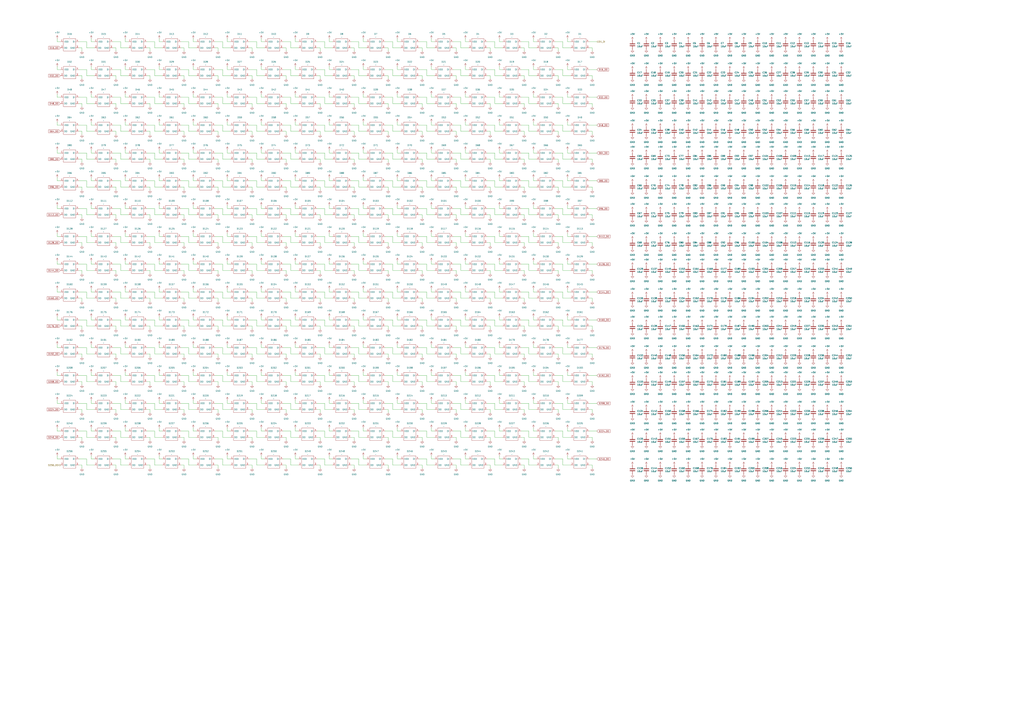
<source format=kicad_sch>
(kicad_sch (version 20250114) (generator "eeschema") (generator_version "9.0")
  (paper "A1")
  (wire (pts (xy 148.59 308.61) (xy 154.94 308.61)))
  (wire (pts (xy 290.83 293.37) (xy 290.83 290.83)))
  (wire (pts (xy 410.21 354.33) (xy 412.75 354.33)))
  (wire (pts (xy 430.53 179.07) (xy 430.53 176.53)))
  (wire (pts (xy 127 313.69) (xy 127 308.61)))
  (wire (pts (xy 384.81 130.81) (xy 378.46 130.81)))
  (wire (pts (xy 260.35 262.89) (xy 266.7 262.89)))
  (wire (pts (xy 382.27 57.15) (xy 384.81 57.15)))
  (wire (pts (xy 189.23 382.27) (xy 182.88 382.27)))
  (wire (pts (xy 161.29 290.83) (xy 154.94 290.83)))
  (wire (pts (xy 328.93 153.67) (xy 322.58 153.67)))
  (wire (pts (xy 46.99 260.35) (xy 46.99 262.89)))
  (wire (pts (xy 179.07 176.53) (xy 176.53 176.53)))
  (wire (pts (xy 354.33 34.29) (xy 356.87 34.29)))
  (wire (pts (xy 402.59 179.07) (xy 402.59 176.53)))
  (wire (pts (xy 458.47 384.81) (xy 458.47 382.27)))
  (wire (pts (xy 298.45 285.75) (xy 300.99 285.75)))
  (wire (pts (xy 438.15 377.19) (xy 440.69 377.19)))
  (wire (pts (xy 326.39 214.63) (xy 326.39 217.17)))
  (wire (pts (xy 466.09 123.19) (xy 466.09 125.73)))
  (wire (pts (xy 300.99 267.97) (xy 294.64 267.97)))
  (wire (pts (xy 328.93 176.53) (xy 322.58 176.53)))
  (wire (pts (xy 483.87 57.15) (xy 490.22 57.15)))
  (wire (pts (xy 127 62.23) (xy 127 57.15)))
  (wire (pts (xy 260.35 285.75) (xy 266.7 285.75)))
  (wire (pts (xy 154.94 199.39) (xy 154.94 194.31)))
  (wire (pts (xy 288.29 331.47) (xy 294.64 331.47)))
  (wire (pts (xy 455.93 262.89) (xy 462.28 262.89)))
  (wire (pts (xy 374.65 153.67) (xy 372.11 153.67)))
  (wire (pts (xy 486.41 224.79) (xy 486.41 222.25)))
  (wire (pts (xy 179.07 336.55) (xy 176.53 336.55)))
  (wire (pts (xy 356.87 336.55) (xy 350.52 336.55)))
  (wire (pts (xy 123.19 313.69) (xy 120.65 313.69)))
  (wire (pts (xy 346.71 224.79) (xy 346.71 222.25)))
  (wire (pts (xy 179.07 359.41) (xy 176.53 359.41)))
  (wire (pts (xy 322.58 176.53) (xy 322.58 171.45)))
  (wire (pts (xy 102.87 217.17) (xy 105.41 217.17)))
  (wire (pts (xy 326.39 331.47) (xy 328.93 331.47)))
  (wire (pts (xy 123.19 39.37) (xy 120.65 39.37)))
  (wire (pts (xy 354.33 31.75) (xy 354.33 34.29)))
  (wire (pts (xy 92.71 354.33) (xy 99.06 354.33)))
  (wire (pts (xy 346.71 382.27) (xy 344.17 382.27)))
  (wire (pts (xy 354.33 57.15) (xy 356.87 57.15)))
  (wire (pts (xy 214.63 34.29) (xy 217.17 34.29)))
  (wire (pts (xy 130.81 260.35) (xy 130.81 262.89)))
  (wire (pts (xy 238.76 359.41) (xy 238.76 354.33)))
  (wire (pts (xy 412.75 290.83) (xy 406.4 290.83)))
  (wire (pts (xy 298.45 240.03) (xy 300.99 240.03)))
  (wire (pts (xy 182.88 107.95) (xy 182.88 102.87)))
  (wire (pts (xy 158.75 240.03) (xy 161.29 240.03)))
  (wire (pts (xy 123.19 339.09) (xy 123.19 336.55)))
  (wire (pts (xy 217.17 62.23) (xy 210.82 62.23)))
  (wire (pts (xy 214.63 80.01) (xy 217.17 80.01)))
  (wire (pts (xy 67.31 179.07) (xy 67.31 176.53)))
  (wire (pts (xy 105.41 199.39) (xy 99.06 199.39)))
  (wire (pts (xy 298.45 214.63) (xy 298.45 217.17)))
  (wire (pts (xy 316.23 57.15) (xy 322.58 57.15)))
  (wire (pts (xy 74.93 148.59) (xy 77.47 148.59)))
  (wire (pts (xy 273.05 62.23) (xy 266.7 62.23)))
  (wire (pts (xy 430.53 245.11) (xy 427.99 245.11)))
  (wire (pts (xy 466.09 77.47) (xy 466.09 80.01)))
  (wire (pts (xy 326.39 260.35) (xy 326.39 262.89)))
  (wire (pts (xy 354.33 100.33) (xy 354.33 102.87)))
  (wire (pts (xy 105.41 107.95) (xy 99.06 107.95)))
  (wire (pts (xy 214.63 237.49) (xy 214.63 240.03)))
  (wire (pts (xy 483.87 148.59) (xy 490.22 148.59)))
  (wire (pts (xy 466.09 306.07) (xy 466.09 308.61)))
  (wire (pts (xy 483.87 262.89) (xy 490.22 262.89)))
  (wire (pts (xy 210.82 153.67) (xy 210.82 148.59)))
  (wire (pts (xy 46.99 191.77) (xy 46.99 194.31)))
  (wire (pts (xy 266.7 107.95) (xy 266.7 102.87)))
  (wire (pts (xy 74.93 214.63) (xy 74.93 217.17)))
  (wire (pts (xy 354.33 374.65) (xy 354.33 377.19)))
  (wire (pts (xy 402.59 87.63) (xy 402.59 85.09)))
  (wire (pts (xy 382.27 77.47) (xy 382.27 80.01)))
  (wire (pts (xy 322.58 336.55) (xy 322.58 331.47)))
  (wire (pts (xy 298.45 354.33) (xy 300.99 354.33)))
  (wire (pts (xy 210.82 199.39) (xy 210.82 194.31)))
  (wire (pts (xy 294.64 176.53) (xy 294.64 171.45)))
  (wire (pts (xy 71.12 39.37) (xy 71.12 34.29)))
  (wire (pts (xy 326.39 374.65) (xy 326.39 377.19)))
  (wire (pts (xy 74.93 77.47) (xy 74.93 80.01)))
  (wire (pts (xy 288.29 194.31) (xy 294.64 194.31)))
  (wire (pts (xy 207.01 39.37) (xy 204.47 39.37)))
  (wire (pts (xy 270.51 77.47) (xy 270.51 80.01)))
  (wire (pts (xy 260.35 57.15) (xy 266.7 57.15)))
  (wire (pts (xy 77.47 199.39) (xy 71.12 199.39)))
  (wire (pts (xy 105.41 336.55) (xy 99.06 336.55)))
  (wire (pts (xy 412.75 85.09) (xy 406.4 85.09)))
  (wire (pts (xy 466.09 354.33) (xy 468.63 354.33)))
  (wire (pts (xy 92.71 148.59) (xy 99.06 148.59)))
  (wire (pts (xy 298.45 260.35) (xy 298.45 262.89)))
  (wire (pts (xy 67.31 62.23) (xy 64.77 62.23)))
  (wire (pts (xy 406.4 153.67) (xy 406.4 148.59)))
  (wire (pts (xy 410.21 125.73) (xy 412.75 125.73)))
  (wire (pts (xy 95.25 64.77) (xy 95.25 62.23)))
  (wire (pts (xy 207.01 293.37) (xy 207.01 290.83)))
  (wire (pts (xy 412.75 39.37) (xy 406.4 39.37)))
  (wire (pts (xy 210.82 62.23) (xy 210.82 57.15)))
  (wire (pts (xy 266.7 267.97) (xy 266.7 262.89)))
  (wire (pts (xy 410.21 123.19) (xy 410.21 125.73)))
  (wire (pts (xy 430.53 39.37) (xy 427.99 39.37)))
  (wire (pts (xy 214.63 308.61) (xy 217.17 308.61)))
  (wire (pts (xy 486.41 290.83) (xy 483.87 290.83)))
  (wire (pts (xy 46.99 328.93) (xy 46.99 331.47)))
  (wire (pts (xy 434.34 290.83) (xy 434.34 285.75)))
  (wire (pts (xy 161.29 39.37) (xy 154.94 39.37)))
  (wire (pts (xy 300.99 62.23) (xy 294.64 62.23)))
  (wire (pts (xy 266.7 199.39) (xy 266.7 194.31)))
  (wire (pts (xy 400.05 34.29) (xy 406.4 34.29)))
  (wire (pts (xy 486.41 64.77) (xy 486.41 62.23)))
  (wire (pts (xy 430.53 110.49) (xy 430.53 107.95)))
  (wire (pts (xy 92.71 34.29) (xy 99.06 34.29)))
  (wire (pts (xy 430.53 87.63) (xy 430.53 85.09)))
  (wire (pts (xy 354.33 354.33) (xy 356.87 354.33)))
  (wire (pts (xy 354.33 262.89) (xy 356.87 262.89)))
  (wire (pts (xy 158.75 125.73) (xy 161.29 125.73)))
  (wire (pts (xy 288.29 148.59) (xy 294.64 148.59)))
  (wire (pts (xy 133.35 39.37) (xy 127 39.37)))
  (wire (pts (xy 67.31 336.55) (xy 64.77 336.55)))
  (wire (pts (xy 189.23 176.53) (xy 182.88 176.53)))
  (wire (pts (xy 133.35 267.97) (xy 127 267.97)))
  (wire (pts (xy 67.31 87.63) (xy 67.31 85.09)))
  (wire (pts (xy 74.93 260.35) (xy 74.93 262.89)))
  (wire (pts (xy 102.87 374.65) (xy 102.87 377.19)))
  (wire (pts (xy 99.06 222.25) (xy 99.06 217.17)))
  (wire (pts (xy 410.21 217.17) (xy 412.75 217.17)))
  (wire (pts (xy 410.21 260.35) (xy 410.21 262.89)))
  (wire (pts (xy 402.59 293.37) (xy 402.59 290.83)))
  (wire (pts (xy 234.95 267.97) (xy 232.41 267.97)))
  (wire (pts (xy 123.19 176.53) (xy 120.65 176.53)))
  (wire (pts (xy 262.89 222.25) (xy 260.35 222.25)))
  (wire (pts (xy 326.39 168.91) (xy 326.39 171.45)))
  (wire (pts (xy 179.07 270.51) (xy 179.07 267.97)))
  (wire (pts (xy 46.99 100.33) (xy 46.99 102.87)))
  (wire (pts (xy 207.01 153.67) (xy 204.47 153.67)))
  (wire (pts (xy 290.83 290.83) (xy 288.29 290.83)))
  (wire (pts (xy 234.95 41.91) (xy 234.95 39.37)))
  (wire (pts (xy 346.71 339.09) (xy 346.71 336.55)))
  (wire (pts (xy 440.69 176.53) (xy 434.34 176.53)))
  (wire (pts (xy 151.13 316.23) (xy 151.13 313.69)))
  (wire (pts (xy 290.83 224.79) (xy 290.83 222.25)))
  (wire (pts (xy 176.53 102.87) (xy 182.88 102.87)))
  (wire (pts (xy 217.17 85.09) (xy 210.82 85.09)))
  (wire (pts (xy 455.93 125.73) (xy 462.28 125.73)))
  (wire (pts (xy 179.07 313.69) (xy 176.53 313.69)))
  (wire (pts (xy 300.99 176.53) (xy 294.64 176.53)))
  (wire (pts (xy 316.23 217.17) (xy 322.58 217.17)))
  (wire (pts (xy 158.75 168.91) (xy 158.75 171.45)))
  (wire (pts (xy 262.89 41.91) (xy 262.89 39.37)))
  (wire (pts (xy 346.71 85.09) (xy 344.17 85.09)))
  (wire (pts (xy 322.58 245.11) (xy 322.58 240.03)))
  (wire (pts (xy 466.09 283.21) (xy 466.09 285.75)))
  (wire (pts (xy 238.76 313.69) (xy 238.76 308.61)))
  (wire (pts (xy 179.07 382.27) (xy 176.53 382.27)))
  (wire (pts (xy 374.65 39.37) (xy 372.11 39.37)))
  (wire (pts (xy 462.28 199.39) (xy 462.28 194.31)))
  (wire (pts (xy 234.95 176.53) (xy 232.41 176.53)))
  (wire (pts (xy 430.53 316.23) (xy 430.53 313.69)))
  (wire (pts (xy 318.77 107.95) (xy 316.23 107.95)))
  (wire (pts (xy 298.45 168.91) (xy 298.45 171.45)))
  (wire (pts (xy 483.87 194.31) (xy 490.22 194.31)))
  (wire (pts (xy 462.28 313.69) (xy 462.28 308.61)))
  (wire (pts (xy 400.05 285.75) (xy 406.4 285.75)))
  (wire (pts (xy 294.64 313.69) (xy 294.64 308.61)))
  (wire (pts (xy 486.41 336.55) (xy 483.87 336.55)))
  (wire (pts (xy 242.57 31.75) (xy 242.57 34.29)))
  (wire (pts (xy 186.69 146.05) (xy 186.69 148.59)))
  (wire (pts (xy 123.19 293.37) (xy 123.19 290.83)))
  (wire (pts (xy 242.57 102.87) (xy 245.11 102.87)))
  (wire (pts (xy 378.46 153.67) (xy 378.46 148.59)))
  (wire (pts (xy 344.17 194.31) (xy 350.52 194.31)))
  (wire (pts (xy 372.11 194.31) (xy 378.46 194.31)))
  (wire (pts (xy 458.47 62.23) (xy 455.93 62.23)))
  (wire (pts (xy 242.57 100.33) (xy 242.57 102.87)))
  (wire (pts (xy 154.94 245.11) (xy 154.94 240.03)))
  (wire (pts (xy 151.13 107.95) (xy 148.59 107.95)))
  (wire (pts (xy 434.34 153.67) (xy 434.34 148.59)))
  (wire (pts (xy 105.41 62.23) (xy 99.06 62.23)))
  (wire (pts (xy 238.76 267.97) (xy 238.76 262.89)))
  (wire (pts (xy 102.87 191.77) (xy 102.87 194.31)))
  (wire (pts (xy 242.57 354.33) (xy 245.11 354.33)))
  (wire (pts (xy 95.25 39.37) (xy 92.71 39.37)))
  (wire (pts (xy 406.4 176.53) (xy 406.4 171.45)))
  (wire (pts (xy 402.59 176.53) (xy 400.05 176.53)))
  (wire (pts (xy 151.13 339.09) (xy 151.13 336.55)))
  (wire (pts (xy 483.87 331.47) (xy 490.22 331.47)))
  (wire (pts (xy 67.31 290.83) (xy 64.77 290.83)))
  (wire (pts (xy 326.39 237.49) (xy 326.39 240.03)))
  (wire (pts (xy 242.57 283.21) (xy 242.57 285.75)))
  (wire (pts (xy 273.05 85.09) (xy 266.7 85.09)))
  (wire (pts (xy 438.15 168.91) (xy 438.15 171.45)))
  (wire (pts (xy 372.11 171.45) (xy 378.46 171.45)))
  (wire (pts (xy 158.75 194.31) (xy 161.29 194.31)))
  (wire (pts (xy 242.57 306.07) (xy 242.57 308.61)))
  (wire (pts (xy 270.51 125.73) (xy 273.05 125.73)))
  (wire (pts (xy 486.41 293.37) (xy 486.41 290.83)))
  (wire (pts (xy 410.21 34.29) (xy 412.75 34.29)))
  (wire (pts (xy 354.33 191.77) (xy 354.33 194.31)))
  (wire (pts (xy 102.87 100.33) (xy 102.87 102.87)))
  (wire (pts (xy 71.12 199.39) (xy 71.12 194.31)))
  (wire (pts (xy 440.69 359.41) (xy 434.34 359.41)))
  (wire (pts (xy 462.28 153.67) (xy 462.28 148.59)))
  (wire (pts (xy 77.47 39.37) (xy 71.12 39.37)))
  (wire (pts (xy 402.59 382.27) (xy 400.05 382.27)))
  (wire (pts (xy 346.71 87.63) (xy 346.71 85.09)))
  (wire (pts (xy 382.27 260.35) (xy 382.27 262.89)))
  (wire (pts (xy 427.99 308.61) (xy 434.34 308.61)))
  (wire (pts (xy 179.07 247.65) (xy 179.07 245.11)))
  (wire (pts (xy 207.01 359.41) (xy 204.47 359.41)))
  (wire (pts (xy 294.64 199.39) (xy 294.64 194.31)))
  (wire (pts (xy 74.93 351.79) (xy 74.93 354.33)))
  (wire (pts (xy 434.34 130.81) (xy 434.34 125.73)))
  (wire (pts (xy 105.41 153.67) (xy 99.06 153.67)))
  (wire (pts (xy 266.7 290.83) (xy 266.7 285.75)))
  (wire (pts (xy 176.53 148.59) (xy 182.88 148.59)))
  (wire (pts (xy 378.46 39.37) (xy 378.46 34.29)))
  (wire (pts (xy 242.57 146.05) (xy 242.57 148.59)))
  (wire (pts (xy 326.39 171.45) (xy 328.93 171.45)))
  (wire (pts (xy 318.77 267.97) (xy 316.23 267.97)))
  (wire (pts (xy 234.95 130.81) (xy 232.41 130.81)))
  (wire (pts (xy 326.39 191.77) (xy 326.39 194.31)))
  (wire (pts (xy 486.41 85.09) (xy 483.87 85.09)))
  (wire (pts (xy 346.71 293.37) (xy 346.71 290.83)))
  (wire (pts (xy 127 199.39) (xy 127 194.31)))
  (wire (pts (xy 316.23 34.29) (xy 322.58 34.29)))
  (wire (pts (xy 318.77 41.91) (xy 318.77 39.37)))
  (wire (pts (xy 402.59 384.81) (xy 402.59 382.27)))
  (wire (pts (xy 120.65 262.89) (xy 127 262.89)))
  (wire (pts (xy 412.75 359.41) (xy 406.4 359.41)))
  (wire (pts (xy 262.89 339.09) (xy 262.89 336.55)))
  (wire (pts (xy 204.47 262.89) (xy 210.82 262.89)))
  (wire (pts (xy 127 245.11) (xy 127 240.03)))
  (wire (pts (xy 316.23 354.33) (xy 322.58 354.33)))
  (wire (pts (xy 120.65 57.15) (xy 127 57.15)))
  (wire (pts (xy 374.65 247.65) (xy 374.65 245.11)))
  (wire (pts (xy 176.53 194.31) (xy 182.88 194.31)))
  (wire (pts (xy 102.87 34.29) (xy 105.41 34.29)))
  (wire (pts (xy 71.12 382.27) (xy 71.12 377.19)))
  (wire (pts (xy 179.07 64.77) (xy 179.07 62.23)))
  (wire (pts (xy 158.75 191.77) (xy 158.75 194.31)))
  (wire (pts (xy 294.64 62.23) (xy 294.64 57.15)))
  (wire (pts (xy 468.63 153.67) (xy 462.28 153.67)))
  (wire (pts (xy 468.63 359.41) (xy 462.28 359.41)))
  (wire (pts (xy 378.46 199.39) (xy 378.46 194.31)))
  (wire (pts (xy 434.34 267.97) (xy 434.34 262.89)))
  (wire (pts (xy 161.29 199.39) (xy 154.94 199.39)))
  (wire (pts (xy 151.13 199.39) (xy 148.59 199.39)))
  (wire (pts (xy 179.07 199.39) (xy 176.53 199.39)))
  (wire (pts (xy 458.47 359.41) (xy 455.93 359.41)))
  (wire (pts (xy 234.95 384.81) (xy 234.95 382.27)))
  (wire (pts (xy 161.29 222.25) (xy 154.94 222.25)))
  (wire (pts (xy 290.83 133.35) (xy 290.83 130.81)))
  (wire (pts (xy 410.21 262.89) (xy 412.75 262.89)))
  (wire (pts (xy 298.45 100.33) (xy 298.45 102.87)))
  (wire (pts (xy 412.75 130.81) (xy 406.4 130.81)))
  (wire (pts (xy 130.81 283.21) (xy 130.81 285.75)))
  (wire (pts (xy 210.82 176.53) (xy 210.82 171.45)))
  (wire (pts (xy 458.47 361.95) (xy 458.47 359.41)))
  (wire (pts (xy 294.64 359.41) (xy 294.64 354.33)))
  (wire (pts (xy 214.63 331.47) (xy 217.17 331.47)))
  (wire (pts (xy 67.31 133.35) (xy 67.31 130.81)))
  (wire (pts (xy 402.59 316.23) (xy 402.59 313.69)))
  (wire (pts (xy 400.05 102.87) (xy 406.4 102.87)))
  (wire (pts (xy 440.69 382.27) (xy 434.34 382.27)))
  (wire (pts (xy 486.41 245.11) (xy 483.87 245.11)))
  (wire (pts (xy 179.07 267.97) (xy 176.53 267.97)))
  (wire (pts (xy 430.53 359.41) (xy 427.99 359.41)))
  (wire (pts (xy 486.41 313.69) (xy 483.87 313.69)))
  (wire (pts (xy 356.87 290.83) (xy 350.52 290.83)))
  (wire (pts (xy 412.75 176.53) (xy 406.4 176.53)))
  (wire (pts (xy 74.93 123.19) (xy 74.93 125.73)))
  (wire (pts (xy 410.21 102.87) (xy 412.75 102.87)))
  (wire (pts (xy 374.65 316.23) (xy 374.65 313.69)))
  (wire (pts (xy 214.63 262.89) (xy 217.17 262.89)))
  (wire (pts (xy 67.31 245.11) (xy 64.77 245.11)))
  (wire (pts (xy 290.83 339.09) (xy 290.83 336.55)))
  (wire (pts (xy 300.99 39.37) (xy 294.64 39.37)))
  (wire (pts (xy 260.35 125.73) (xy 266.7 125.73)))
  (wire (pts (xy 214.63 306.07) (xy 214.63 308.61)))
  (wire (pts (xy 402.59 64.77) (xy 402.59 62.23)))
  (wire (pts (xy 99.06 62.23) (xy 99.06 57.15)))
  (wire (pts (xy 318.77 130.81) (xy 316.23 130.81)))
  (wire (pts (xy 105.41 39.37) (xy 99.06 39.37)))
  (wire (pts (xy 232.41 240.03) (xy 238.76 240.03)))
  (wire (pts (xy 406.4 130.81) (xy 406.4 125.73)))
  (wire (pts (xy 402.59 133.35) (xy 402.59 130.81)))
  (wire (pts (xy 242.57 214.63) (xy 242.57 217.17)))
  (wire (pts (xy 242.57 260.35) (xy 242.57 262.89)))
  (wire (pts (xy 430.53 313.69) (xy 427.99 313.69)))
  (wire (pts (xy 346.71 316.23) (xy 346.71 313.69)))
  (wire (pts (xy 151.13 179.07) (xy 151.13 176.53)))
  (wire (pts (xy 74.93 171.45) (xy 77.47 171.45)))
  (wire (pts (xy 245.11 336.55) (xy 238.76 336.55)))
  (wire (pts (xy 242.57 148.59) (xy 245.11 148.59)))
  (wire (pts (xy 105.41 313.69) (xy 99.06 313.69)))
  (wire (pts (xy 105.41 222.25) (xy 99.06 222.25)))
  (wire (pts (xy 400.05 194.31) (xy 406.4 194.31)))
  (wire (pts (xy 186.69 57.15) (xy 189.23 57.15)))
  (wire (pts (xy 270.51 331.47) (xy 273.05 331.47)))
  (wire (pts (xy 204.47 194.31) (xy 210.82 194.31)))
  (wire (pts (xy 318.77 179.07) (xy 318.77 176.53)))
  (wire (pts (xy 189.23 267.97) (xy 182.88 267.97)))
  (wire (pts (xy 182.88 62.23) (xy 182.88 57.15)))
  (wire (pts (xy 316.23 125.73) (xy 322.58 125.73)))
  (wire (pts (xy 483.87 308.61) (xy 490.22 308.61)))
  (wire (pts (xy 384.81 313.69) (xy 378.46 313.69)))
  (wire (pts (xy 92.71 285.75) (xy 99.06 285.75)))
  (wire (pts (xy 151.13 245.11) (xy 148.59 245.11)))
  (wire (pts (xy 189.23 130.81) (xy 182.88 130.81)))
  (wire (pts (xy 158.75 377.19) (xy 161.29 377.19)))
  (wire (pts (xy 440.69 130.81) (xy 434.34 130.81)))
  (wire (pts (xy 189.23 107.95) (xy 182.88 107.95)))
  (wire (pts (xy 46.99 148.59) (xy 49.53 148.59)))
  (wire (pts (xy 326.39 80.01) (xy 328.93 80.01)))
  (wire (pts (xy 133.35 222.25) (xy 127 222.25)))
  (wire (pts (xy 232.41 308.61) (xy 238.76 308.61)))
  (wire (pts (xy 382.27 285.75) (xy 384.81 285.75)))
  (wire (pts (xy 322.58 85.09) (xy 322.58 80.01)))
  (wire (pts (xy 242.57 262.89) (xy 245.11 262.89)))
  (wire (pts (xy 176.53 57.15) (xy 182.88 57.15)))
  (wire (pts (xy 344.17 80.01) (xy 350.52 80.01)))
  (wire (pts (xy 130.81 77.47) (xy 130.81 80.01)))
  (wire (pts (xy 270.51 377.19) (xy 273.05 377.19)))
  (wire (pts (xy 458.47 39.37) (xy 455.93 39.37)))
  (wire (pts (xy 382.27 80.01) (xy 384.81 80.01)))
  (wire (pts (xy 298.45 351.79) (xy 298.45 354.33)))
  (wire (pts (xy 102.87 171.45) (xy 105.41 171.45)))
  (wire (pts (xy 300.99 107.95) (xy 294.64 107.95)))
  (wire (pts (xy 262.89 87.63) (xy 262.89 85.09)))
  (wire (pts (xy 99.06 85.09) (xy 99.06 80.01)))
  (wire (pts (xy 154.94 85.09) (xy 154.94 80.01)))
  (wire (pts (xy 458.47 290.83) (xy 455.93 290.83)))
  (wire (pts (xy 344.17 377.19) (xy 350.52 377.19)))
  (wire (pts (xy 406.4 359.41) (xy 406.4 354.33)))
  (wire (pts (xy 486.41 384.81) (xy 486.41 382.27)))
  (wire (pts (xy 290.83 179.07) (xy 290.83 176.53)))
  (wire (pts (xy 210.82 130.81) (xy 210.82 125.73)))
  (wire (pts (xy 120.65 102.87) (xy 127 102.87)))
  (wire (pts (xy 356.87 267.97) (xy 350.52 267.97)))
  (wire (pts (xy 92.71 171.45) (xy 99.06 171.45)))
  (wire (pts (xy 406.4 199.39) (xy 406.4 194.31)))
  (wire (pts (xy 161.29 153.67) (xy 154.94 153.67)))
  (wire (pts (xy 406.4 222.25) (xy 406.4 217.17)))
  (wire (pts (xy 148.59 125.73) (xy 154.94 125.73)))
  (wire (pts (xy 273.05 107.95) (xy 266.7 107.95)))
  (wire (pts (xy 179.07 179.07) (xy 179.07 176.53)))
  (wire (pts (xy 127 153.67) (xy 127 148.59)))
  (wire (pts (xy 328.93 336.55) (xy 322.58 336.55)))
  (wire (pts (xy 95.25 199.39) (xy 92.71 199.39)))
  (wire (pts (xy 455.93 217.17) (xy 462.28 217.17)))
  (wire (pts (xy 234.95 64.77) (xy 234.95 62.23)))
  (wire (pts (xy 466.09 331.47) (xy 468.63 331.47)))
  (wire (pts (xy 434.34 313.69) (xy 434.34 308.61)))
  (wire (pts (xy 95.25 85.09) (xy 92.71 85.09)))
  (wire (pts (xy 466.09 237.49) (xy 466.09 240.03)))
  (wire (pts (xy 179.07 133.35) (xy 179.07 130.81)))
  (wire (pts (xy 234.95 290.83) (xy 232.41 290.83)))
  (wire (pts (xy 410.21 77.47) (xy 410.21 80.01)))
  (wire (pts (xy 384.81 267.97) (xy 378.46 267.97)))
  (wire (pts (xy 434.34 199.39) (xy 434.34 194.31)))
  (wire (pts (xy 260.35 377.19) (xy 266.7 377.19)))
  (wire (pts (xy 290.83 313.69) (xy 288.29 313.69)))
  (wire (pts (xy 102.87 146.05) (xy 102.87 148.59)))
  (wire (pts (xy 455.93 240.03) (xy 462.28 240.03)))
  (wire (pts (xy 245.11 153.67) (xy 238.76 153.67)))
  (wire (pts (xy 462.28 107.95) (xy 462.28 102.87)))
  (wire (pts (xy 67.31 199.39) (xy 64.77 199.39)))
  (wire (pts (xy 290.83 222.25) (xy 288.29 222.25)))
  (wire (pts (xy 158.75 57.15) (xy 161.29 57.15)))
  (wire (pts (xy 245.11 62.23) (xy 238.76 62.23)))
  (wire (pts (xy 46.99 80.01) (xy 49.53 80.01)))
  (wire (pts (xy 102.87 125.73) (xy 105.41 125.73)))
  (wire (pts (xy 67.31 224.79) (xy 67.31 222.25)))
  (wire (pts (xy 290.83 199.39) (xy 288.29 199.39)))
  (wire (pts (xy 384.81 336.55) (xy 378.46 336.55)))
  (wire (pts (xy 207.01 62.23) (xy 204.47 62.23)))
  (wire (pts (xy 440.69 313.69) (xy 434.34 313.69)))
  (wire (pts (xy 290.83 64.77) (xy 290.83 62.23)))
  (wire (pts (xy 430.53 361.95) (xy 430.53 359.41)))
  (wire (pts (xy 176.53 308.61) (xy 182.88 308.61)))
  (wire (pts (xy 102.87 102.87) (xy 105.41 102.87)))
  (wire (pts (xy 346.71 313.69) (xy 344.17 313.69)))
  (wire (pts (xy 455.93 57.15) (xy 462.28 57.15)))
  (wire (pts (xy 210.82 222.25) (xy 210.82 217.17)))
  (wire (pts (xy 346.71 361.95) (xy 346.71 359.41)))
  (wire (pts (xy 46.99 351.79) (xy 46.99 354.33)))
  (wire (pts (xy 262.89 156.21) (xy 262.89 153.67)))
  (wire (pts (xy 161.29 176.53) (xy 154.94 176.53)))
  (wire (pts (xy 77.47 176.53) (xy 71.12 176.53)))
  (wire (pts (xy 356.87 222.25) (xy 350.52 222.25)))
  (wire (pts (xy 67.31 384.81) (xy 67.31 382.27)))
  (wire (pts (xy 123.19 382.27) (xy 120.65 382.27)))
  (wire (pts (xy 458.47 156.21) (xy 458.47 153.67)))
  (wire (pts (xy 102.87 57.15) (xy 105.41 57.15)))
  (wire (pts (xy 242.57 168.91) (xy 242.57 171.45)))
  (wire (pts (xy 438.15 262.89) (xy 440.69 262.89)))
  (wire (pts (xy 102.87 306.07) (xy 102.87 308.61)))
  (wire (pts (xy 210.82 313.69) (xy 210.82 308.61)))
  (wire (pts (xy 374.65 107.95) (xy 372.11 107.95)))
  (wire (pts (xy 242.57 34.29) (xy 245.11 34.29)))
  (wire (pts (xy 71.12 359.41) (xy 71.12 354.33)))
  (wire (pts (xy 466.09 308.61) (xy 468.63 308.61)))
  (wire (pts (xy 382.27 377.19) (xy 384.81 377.19)))
  (wire (pts (xy 204.47 285.75) (xy 210.82 285.75)))
  (wire (pts (xy 350.52 290.83) (xy 350.52 285.75)))
  (wire (pts (xy 74.93 377.19) (xy 77.47 377.19)))
  (wire (pts (xy 127 222.25) (xy 127 217.17)))
  (wire (pts (xy 95.25 156.21) (xy 95.25 153.67)))
  (wire (pts (xy 133.35 130.81) (xy 127 130.81)))
  (wire (pts (xy 350.52 176.53) (xy 350.52 171.45)))
  (wire (pts (xy 186.69 54.61) (xy 186.69 57.15)))
  (wire (pts (xy 95.25 359.41) (xy 92.71 359.41)))
  (wire (pts (xy 204.47 308.61) (xy 210.82 308.61)))
  (wire (pts (xy 74.93 374.65) (xy 74.93 377.19)))
  (wire (pts (xy 158.75 283.21) (xy 158.75 285.75)))
  (wire (pts (xy 486.41 87.63) (xy 486.41 85.09)))
  (wire (pts (xy 67.31 267.97) (xy 64.77 267.97)))
  (wire (pts (xy 266.7 153.67) (xy 266.7 148.59)))
  (wire (pts (xy 46.99 194.31) (xy 49.53 194.31)))
  (wire (pts (xy 214.63 351.79) (xy 214.63 354.33)))
  (wire (pts (xy 238.76 176.53) (xy 238.76 171.45)))
  (wire (pts (xy 266.7 313.69) (xy 266.7 308.61)))
  (wire (pts (xy 182.88 267.97) (xy 182.88 262.89)))
  (wire (pts (xy 427.99 354.33) (xy 434.34 354.33)))
  (wire (pts (xy 179.07 384.81) (xy 179.07 382.27)))
  (wire (pts (xy 238.76 245.11) (xy 238.76 240.03)))
  (wire (pts (xy 210.82 107.95) (xy 210.82 102.87)))
  (wire (pts (xy 298.45 217.17) (xy 300.99 217.17)))
  (wire (pts (xy 123.19 359.41) (xy 120.65 359.41)))
  (wire (pts (xy 344.17 217.17) (xy 350.52 217.17)))
  (wire (pts (xy 214.63 194.31) (xy 217.17 194.31)))
  (wire (pts (xy 458.47 293.37) (xy 458.47 290.83)))
  (wire (pts (xy 74.93 168.91) (xy 74.93 171.45)))
  (wire (pts (xy 186.69 214.63) (xy 186.69 217.17)))
  (wire (pts (xy 207.01 222.25) (xy 204.47 222.25)))
  (wire (pts (xy 204.47 354.33) (xy 210.82 354.33)))
  (wire (pts (xy 430.53 107.95) (xy 427.99 107.95)))
  (wire (pts (xy 438.15 148.59) (xy 440.69 148.59)))
  (wire (pts (xy 270.51 328.93) (xy 270.51 331.47)))
  (wire (pts (xy 99.06 176.53) (xy 99.06 171.45)))
  (wire (pts (xy 298.45 283.21) (xy 298.45 285.75)))
  (wire (pts (xy 74.93 57.15) (xy 77.47 57.15)))
  (wire (pts (xy 262.89 199.39) (xy 260.35 199.39)))
  (wire (pts (xy 95.25 179.07) (xy 95.25 176.53)))
  (wire (pts (xy 346.71 247.65) (xy 346.71 245.11)))
  (wire (pts (xy 133.35 290.83) (xy 127 290.83)))
  (wire (pts (xy 322.58 199.39) (xy 322.58 194.31)))
  (wire (pts (xy 438.15 146.05) (xy 438.15 148.59)))
  (wire (pts (xy 410.21 351.79) (xy 410.21 354.33)))
  (wire (pts (xy 466.09 171.45) (xy 468.63 171.45)))
  (wire (pts (xy 468.63 267.97) (xy 462.28 267.97)))
  (wire (pts (xy 262.89 336.55) (xy 260.35 336.55)))
  (wire (pts (xy 374.65 267.97) (xy 372.11 267.97)))
  (wire (pts (xy 326.39 146.05) (xy 326.39 148.59)))
  (wire (pts (xy 151.13 87.63) (xy 151.13 85.09)))
  (wire (pts (xy 354.33 328.93) (xy 354.33 331.47)))
  (wire (pts (xy 207.01 382.27) (xy 204.47 382.27)))
  (wire (pts (xy 288.29 80.01) (xy 294.64 80.01)))
  (wire (pts (xy 440.69 39.37) (xy 434.34 39.37)))
  (wire (pts (xy 466.09 374.65) (xy 466.09 377.19)))
  (wire (pts (xy 176.53 217.17) (xy 182.88 217.17)))
  (wire (pts (xy 322.58 107.95) (xy 322.58 102.87)))
  (wire (pts (xy 374.65 110.49) (xy 374.65 107.95)))
  (wire (pts (xy 189.23 199.39) (xy 182.88 199.39)))
  (wire (pts (xy 400.05 148.59) (xy 406.4 148.59)))
  (wire (pts (xy 356.87 176.53) (xy 350.52 176.53)))
  (wire (pts (xy 430.53 247.65) (xy 430.53 245.11)))
  (wire (pts (xy 95.25 270.51) (xy 95.25 267.97)))
  (wire (pts (xy 102.87 354.33) (xy 105.41 354.33)))
  (wire (pts (xy 316.23 148.59) (xy 322.58 148.59)))
  (wire (pts (xy 158.75 237.49) (xy 158.75 240.03)))
  (wire (pts (xy 123.19 336.55) (xy 120.65 336.55)))
  (wire (pts (xy 318.77 133.35) (xy 318.77 130.81)))
  (wire (pts (xy 290.83 382.27) (xy 288.29 382.27)))
  (wire (pts (xy 204.47 171.45) (xy 210.82 171.45)))
  (wire (pts (xy 232.41 354.33) (xy 238.76 354.33)))
  (wire (pts (xy 151.13 336.55) (xy 148.59 336.55)))
  (wire (pts (xy 179.07 39.37) (xy 176.53 39.37)))
  (wire (pts (xy 316.23 285.75) (xy 322.58 285.75)))
  (wire (pts (xy 406.4 85.09) (xy 406.4 80.01)))
  (wire (pts (xy 270.51 260.35) (xy 270.51 262.89)))
  (wire (pts (xy 232.41 102.87) (xy 238.76 102.87)))
  (wire (pts (xy 486.41 382.27) (xy 483.87 382.27)))
  (wire (pts (xy 372.11 285.75) (xy 378.46 285.75)))
  (wire (pts (xy 430.53 153.67) (xy 427.99 153.67)))
  (wire (pts (xy 427.99 331.47) (xy 434.34 331.47)))
  (wire (pts (xy 260.35 102.87) (xy 266.7 102.87)))
  (wire (pts (xy 294.64 290.83) (xy 294.64 285.75)))
  (wire (pts (xy 74.93 306.07) (xy 74.93 308.61)))
  (wire (pts (xy 382.27 374.65) (xy 382.27 377.19)))
  (wire (pts (xy 151.13 267.97) (xy 148.59 267.97)))
  (wire (pts (xy 406.4 245.11) (xy 406.4 240.03)))
  (wire (pts (xy 427.99 217.17) (xy 434.34 217.17)))
  (wire (pts (xy 346.71 153.67) (xy 344.17 153.67)))
  (wire (pts (xy 288.29 217.17) (xy 294.64 217.17)))
  (wire (pts (xy 186.69 148.59) (xy 189.23 148.59)))
  (wire (pts (xy 120.65 217.17) (xy 127 217.17)))
  (wire (pts (xy 46.99 306.07) (xy 46.99 308.61)))
  (wire (pts (xy 326.39 100.33) (xy 326.39 102.87)))
  (wire (pts (xy 214.63 57.15) (xy 217.17 57.15)))
  (wire (pts (xy 466.09 34.29) (xy 468.63 34.29)))
  (wire (pts (xy 412.75 245.11) (xy 406.4 245.11)))
  (wire (pts (xy 378.46 62.23) (xy 378.46 57.15)))
  (wire (pts (xy 372.11 80.01) (xy 378.46 80.01)))
  (wire (pts (xy 182.88 39.37) (xy 182.88 34.29)))
  (wire (pts (xy 77.47 382.27) (xy 71.12 382.27)))
  (wire (pts (xy 99.06 107.95) (xy 99.06 102.87)))
  (wire (pts (xy 412.75 313.69) (xy 406.4 313.69)))
  (wire (pts (xy 74.93 194.31) (xy 77.47 194.31)))
  (wire (pts (xy 64.77 240.03) (xy 71.12 240.03)))
  (wire (pts (xy 374.65 290.83) (xy 372.11 290.83)))
  (wire (pts (xy 328.93 107.95) (xy 322.58 107.95)))
  (wire (pts (xy 102.87 328.93) (xy 102.87 331.47)))
  (wire (pts (xy 410.21 146.05) (xy 410.21 148.59)))
  (wire (pts (xy 46.99 217.17) (xy 49.53 217.17)))
  (wire (pts (xy 326.39 351.79) (xy 326.39 354.33)))
  (wire (pts (xy 204.47 57.15) (xy 210.82 57.15)))
  (wire (pts (xy 123.19 247.65) (xy 123.19 245.11)))
  (wire (pts (xy 123.19 267.97) (xy 120.65 267.97)))
  (wire (pts (xy 262.89 290.83) (xy 260.35 290.83)))
  (wire (pts (xy 438.15 285.75) (xy 440.69 285.75)))
  (wire (pts (xy 438.15 306.07) (xy 438.15 308.61)))
  (wire (pts (xy 290.83 87.63) (xy 290.83 85.09)))
  (wire (pts (xy 412.75 62.23) (xy 406.4 62.23)))
  (wire (pts (xy 154.94 62.23) (xy 154.94 57.15)))
  (wire (pts (xy 120.65 125.73) (xy 127 125.73)))
  (wire (pts (xy 344.17 262.89) (xy 350.52 262.89)))
  (wire (pts (xy 71.12 130.81) (xy 71.12 125.73)))
  (wire (pts (xy 346.71 267.97) (xy 344.17 267.97)))
  (wire (pts (xy 298.45 171.45) (xy 300.99 171.45)))
  (wire (pts (xy 298.45 102.87) (xy 300.99 102.87)))
  (wire (pts (xy 120.65 148.59) (xy 127 148.59)))
  (wire (pts (xy 64.77 194.31) (xy 71.12 194.31)))
  (wire (pts (xy 354.33 194.31) (xy 356.87 194.31)))
  (wire (pts (xy 179.07 316.23) (xy 179.07 313.69)))
  (wire (pts (xy 234.95 245.11) (xy 232.41 245.11)))
  (wire (pts (xy 427.99 240.03) (xy 434.34 240.03)))
  (wire (pts (xy 158.75 54.61) (xy 158.75 57.15)))
  (wire (pts (xy 46.99 354.33) (xy 49.53 354.33)))
  (wire (pts (xy 455.93 148.59) (xy 462.28 148.59)))
  (wire (pts (xy 245.11 39.37) (xy 238.76 39.37)))
  (wire (pts (xy 382.27 331.47) (xy 384.81 331.47)))
  (wire (pts (xy 402.59 156.21) (xy 402.59 153.67)))
  (wire (pts (xy 382.27 102.87) (xy 384.81 102.87)))
  (wire (pts (xy 158.75 262.89) (xy 161.29 262.89)))
  (wire (pts (xy 290.83 361.95) (xy 290.83 359.41)))
  (wire (pts (xy 300.99 359.41) (xy 294.64 359.41)))
  (wire (pts (xy 95.25 267.97) (xy 92.71 267.97)))
  (wire (pts (xy 95.25 247.65) (xy 95.25 245.11)))
  (wire (pts (xy 382.27 148.59) (xy 384.81 148.59)))
  (wire (pts (xy 245.11 199.39) (xy 238.76 199.39)))
  (wire (pts (xy 189.23 290.83) (xy 182.88 290.83)))
  (wire (pts (xy 154.94 382.27) (xy 154.94 377.19)))
  (wire (pts (xy 410.21 377.19) (xy 412.75 377.19)))
  (wire (pts (xy 384.81 222.25) (xy 378.46 222.25)))
  (wire (pts (xy 318.77 293.37) (xy 318.77 290.83)))
  (wire (pts (xy 384.81 176.53) (xy 378.46 176.53)))
  (wire (pts (xy 483.87 171.45) (xy 490.22 171.45)))
  (wire (pts (xy 350.52 153.67) (xy 350.52 148.59)))
  (wire (pts (xy 322.58 130.81) (xy 322.58 125.73)))
  (wire (pts (xy 346.71 179.07) (xy 346.71 176.53)))
  (wire (pts (xy 186.69 171.45) (xy 189.23 171.45)))
  (wire (pts (xy 92.71 377.19) (xy 99.06 377.19)))
  (wire (pts (xy 130.81 217.17) (xy 133.35 217.17)))
  (wire (pts (xy 158.75 214.63) (xy 158.75 217.17)))
  (wire (pts (xy 350.52 222.25) (xy 350.52 217.17)))
  (wire (pts (xy 67.31 39.37) (xy 64.77 39.37)))
  (wire (pts (xy 148.59 34.29) (xy 154.94 34.29)))
  (wire (pts (xy 382.27 171.45) (xy 384.81 171.45)))
  (wire (pts (xy 374.65 222.25) (xy 372.11 222.25)))
  (wire (pts (xy 64.77 34.29) (xy 71.12 34.29)))
  (wire (pts (xy 148.59 102.87) (xy 154.94 102.87)))
  (wire (pts (xy 468.63 382.27) (xy 462.28 382.27)))
  (wire (pts (xy 99.06 382.27) (xy 99.06 377.19)))
  (wire (pts (xy 374.65 382.27) (xy 372.11 382.27)))
  (wire (pts (xy 402.59 313.69) (xy 400.05 313.69)))
  (wire (pts (xy 95.25 107.95) (xy 92.71 107.95)))
  (wire (pts (xy 186.69 374.65) (xy 186.69 377.19)))
  (wire (pts (xy 186.69 283.21) (xy 186.69 285.75)))
  (wire (pts (xy 130.81 377.19) (xy 133.35 377.19)))
  (wire (pts (xy 270.51 283.21) (xy 270.51 285.75)))
  (wire (pts (xy 242.57 217.17) (xy 245.11 217.17)))
  (wire (pts (xy 127 382.27) (xy 127 377.19)))
  (wire (pts (xy 270.51 57.15) (xy 273.05 57.15)))
  (wire (pts (xy 77.47 359.41) (xy 71.12 359.41)))
  (wire (pts (xy 179.07 156.21) (xy 179.07 153.67)))
  (wire (pts (xy 74.93 331.47) (xy 77.47 331.47)))
  (wire (pts (xy 266.7 222.25) (xy 266.7 217.17)))
  (wire (pts (xy 77.47 62.23) (xy 71.12 62.23)))
  (wire (pts (xy 486.41 270.51) (xy 486.41 267.97)))
  (wire (pts (xy 326.39 125.73) (xy 328.93 125.73)))
  (wire (pts (xy 356.87 199.39) (xy 350.52 199.39)))
  (wire (pts (xy 440.69 290.83) (xy 434.34 290.83)))
  (wire (pts (xy 95.25 339.09) (xy 95.25 336.55)))
  (wire (pts (xy 384.81 107.95) (xy 378.46 107.95)))
  (wire (pts (xy 207.01 179.07) (xy 207.01 176.53)))
  (wire (pts (xy 298.45 194.31) (xy 300.99 194.31)))
  (wire (pts (xy 182.88 382.27) (xy 182.88 377.19)))
  (wire (pts (xy 288.29 125.73) (xy 294.64 125.73)))
  (wire (pts (xy 77.47 290.83) (xy 71.12 290.83)))
  (wire (pts (xy 346.71 133.35) (xy 346.71 130.81)))
  (wire (pts (xy 182.88 199.39) (xy 182.88 194.31)))
  (wire (pts (xy 483.87 354.33) (xy 490.22 354.33)))
  (wire (pts (xy 207.01 336.55) (xy 204.47 336.55)))
  (wire (pts (xy 372.11 102.87) (xy 378.46 102.87)))
  (wire (pts (xy 74.93 102.87) (xy 77.47 102.87)))
  (wire (pts (xy 412.75 222.25) (xy 406.4 222.25)))
  (wire (pts (xy 99.06 267.97) (xy 99.06 262.89)))
  (wire (pts (xy 120.65 377.19) (xy 127 377.19)))
  (wire (pts (xy 158.75 308.61) (xy 161.29 308.61)))
  (wire (pts (xy 214.63 77.47) (xy 214.63 80.01)))
  (wire (pts (xy 105.41 130.81) (xy 99.06 130.81)))
  (wire (pts (xy 270.51 148.59) (xy 273.05 148.59)))
  (wire (pts (xy 410.21 80.01) (xy 412.75 80.01)))
  (wire (pts (xy 400.05 80.01) (xy 406.4 80.01)))
  (wire (pts (xy 130.81 34.29) (xy 133.35 34.29)))
  (wire (pts (xy 270.51 171.45) (xy 273.05 171.45)))
  (wire (pts (xy 346.71 156.21) (xy 346.71 153.67)))
  (wire (pts (xy 270.51 240.03) (xy 273.05 240.03)))
  (wire (pts (xy 46.99 123.19) (xy 46.99 125.73)))
  (wire (pts (xy 402.59 359.41) (xy 400.05 359.41)))
  (wire (pts (xy 260.35 194.31) (xy 266.7 194.31)))
  (wire (pts (xy 466.09 214.63) (xy 466.09 217.17)))
  (wire (pts (xy 412.75 382.27) (xy 406.4 382.27)))
  (wire (pts (xy 95.25 62.23) (xy 92.71 62.23)))
  (wire (pts (xy 410.21 237.49) (xy 410.21 240.03)))
  (wire (pts (xy 346.71 39.37) (xy 344.17 39.37)))
  (wire (pts (xy 120.65 171.45) (xy 127 171.45)))
  (wire (pts (xy 158.75 100.33) (xy 158.75 102.87)))
  (wire (pts (xy 350.52 267.97) (xy 350.52 262.89)))
  (wire (pts (xy 158.75 102.87) (xy 161.29 102.87)))
  (wire (pts (xy 210.82 267.97) (xy 210.82 262.89)))
  (wire (pts (xy 430.53 224.79) (xy 430.53 222.25)))
  (wire (pts (xy 300.99 336.55) (xy 294.64 336.55)))
  (wire (pts (xy 322.58 382.27) (xy 322.58 377.19)))
  (wire (pts (xy 400.05 240.03) (xy 406.4 240.03)))
  (wire (pts (xy 410.21 374.65) (xy 410.21 377.19)))
  (wire (pts (xy 123.19 41.91) (xy 123.19 39.37)))
  (wire (pts (xy 99.06 153.67) (xy 99.06 148.59)))
  (wire (pts (xy 242.57 125.73) (xy 245.11 125.73)))
  (wire (pts (xy 46.99 146.05) (xy 46.99 148.59)))
  (wire (pts (xy 354.33 308.61) (xy 356.87 308.61)))
  (wire (pts (xy 346.71 130.81) (xy 344.17 130.81)))
  (wire (pts (xy 378.46 222.25) (xy 378.46 217.17)))
  (wire (pts (xy 176.53 377.19) (xy 182.88 377.19)))
  (wire (pts (xy 346.71 270.51) (xy 346.71 267.97)))
  (wire (pts (xy 298.45 237.49) (xy 298.45 240.03)))
  (wire (pts (xy 466.09 57.15) (xy 468.63 57.15)))
  (wire (pts (xy 214.63 285.75) (xy 217.17 285.75)))
  (wire (pts (xy 130.81 146.05) (xy 130.81 148.59)))
  (wire (pts (xy 382.27 123.19) (xy 382.27 125.73)))
  (wire (pts (xy 294.64 336.55) (xy 294.64 331.47)))
  (wire (pts (xy 92.71 217.17) (xy 99.06 217.17)))
  (wire (pts (xy 318.77 156.21) (xy 318.77 153.67)))
  (wire (pts (xy 382.27 100.33) (xy 382.27 102.87)))
  (wire (pts (xy 71.12 336.55) (xy 71.12 331.47)))
  (wire (pts (xy 266.7 382.27) (xy 266.7 377.19)))
  (wire (pts (xy 270.51 34.29) (xy 273.05 34.29)))
  (wire (pts (xy 382.27 351.79) (xy 382.27 354.33)))
  (wire (pts (xy 158.75 328.93) (xy 158.75 331.47)))
  (wire (pts (xy 434.34 85.09) (xy 434.34 80.01)))
  (wire (pts (xy 374.65 130.81) (xy 372.11 130.81)))
  (wire (pts (xy 217.17 359.41) (xy 210.82 359.41)))
  (wire (pts (xy 102.87 285.75) (xy 105.41 285.75)))
  (wire (pts (xy 288.29 34.29) (xy 294.64 34.29)))
  (wire (pts (xy 67.31 293.37) (xy 67.31 290.83)))
  (wire (pts (xy 182.88 336.55) (xy 182.88 331.47)))
  (wire (pts (xy 130.81 54.61) (xy 130.81 57.15)))
  (wire (pts (xy 207.01 176.53) (xy 204.47 176.53)))
  (wire (pts (xy 350.52 62.23) (xy 350.52 57.15)))
  (wire (pts (xy 207.01 64.77) (xy 207.01 62.23)))
  (wire (pts (xy 120.65 308.61) (xy 127 308.61)))
  (wire (pts (xy 402.59 201.93) (xy 402.59 199.39)))
  (wire (pts (xy 102.87 77.47) (xy 102.87 80.01)))
  (wire (pts (xy 382.27 214.63) (xy 382.27 217.17)))
  (wire (pts (xy 151.13 290.83) (xy 148.59 290.83)))
  (wire (pts (xy 346.71 222.25) (xy 344.17 222.25)))
  (wire (pts (xy 123.19 153.67) (xy 120.65 153.67)))
  (wire (pts (xy 207.01 85.09) (xy 204.47 85.09)))
  (wire (pts (xy 105.41 85.09) (xy 99.06 85.09)))
  (wire (pts (xy 161.29 382.27) (xy 154.94 382.27)))
  (wire (pts (xy 64.77 125.73) (xy 71.12 125.73)))
  (wire (pts (xy 462.28 290.83) (xy 462.28 285.75)))
  (wire (pts (xy 372.11 125.73) (xy 378.46 125.73)))
  (wire (pts (xy 438.15 54.61) (xy 438.15 57.15)))
  (wire (pts (xy 290.83 107.95) (xy 288.29 107.95)))
  (wire (pts (xy 207.01 384.81) (xy 207.01 382.27)))
  (wire (pts (xy 458.47 176.53) (xy 455.93 176.53)))
  (wire (pts (xy 326.39 306.07) (xy 326.39 308.61)))
  (wire (pts (xy 402.59 336.55) (xy 400.05 336.55)))
  (wire (pts (xy 262.89 85.09) (xy 260.35 85.09)))
  (wire (pts (xy 402.59 199.39) (xy 400.05 199.39)))
  (wire (pts (xy 158.75 331.47) (xy 161.29 331.47)))
  (wire (pts (xy 64.77 308.61) (xy 71.12 308.61)))
  (wire (pts (xy 214.63 283.21) (xy 214.63 285.75)))
  (wire (pts (xy 462.28 267.97) (xy 462.28 262.89)))
  (wire (pts (xy 458.47 179.07) (xy 458.47 176.53)))
  (wire (pts (xy 99.06 359.41) (xy 99.06 354.33)))
  (wire (pts (xy 328.93 267.97) (xy 322.58 267.97)))
  (wire (pts (xy 64.77 148.59) (xy 71.12 148.59)))
  (wire (pts (xy 207.01 270.51) (xy 207.01 267.97)))
  (wire (pts (xy 382.27 54.61) (xy 382.27 57.15)))
  (wire (pts (xy 468.63 222.25) (xy 462.28 222.25)))
  (wire (pts (xy 270.51 354.33) (xy 273.05 354.33)))
  (wire (pts (xy 438.15 102.87) (xy 440.69 102.87)))
  (wire (pts (xy 350.52 199.39) (xy 350.52 194.31)))
  (wire (pts (xy 182.88 245.11) (xy 182.88 240.03)))
  (wire (pts (xy 427.99 377.19) (xy 434.34 377.19)))
  (wire (pts (xy 77.47 245.11) (xy 71.12 245.11)))
  (wire (pts (xy 260.35 171.45) (xy 266.7 171.45)))
  (wire (pts (xy 207.01 130.81) (xy 204.47 130.81)))
  (wire (pts (xy 217.17 245.11) (xy 210.82 245.11)))
  (wire (pts (xy 290.83 384.81) (xy 290.83 382.27)))
  (wire (pts (xy 354.33 146.05) (xy 354.33 148.59)))
  (wire (pts (xy 438.15 171.45) (xy 440.69 171.45)))
  (wire (pts (xy 354.33 351.79) (xy 354.33 354.33)))
  (wire (pts (xy 262.89 245.11) (xy 260.35 245.11)))
  (wire (pts (xy 92.71 57.15) (xy 99.06 57.15)))
  (wire (pts (xy 290.83 85.09) (xy 288.29 85.09)))
  (wire (pts (xy 270.51 374.65) (xy 270.51 377.19)))
  (wire (pts (xy 270.51 262.89) (xy 273.05 262.89)))
  (wire (pts (xy 328.93 290.83) (xy 322.58 290.83)))
  (wire (pts (xy 158.75 351.79) (xy 158.75 354.33)))
  (wire (pts (xy 245.11 245.11) (xy 238.76 245.11)))
  (wire (pts (xy 262.89 39.37) (xy 260.35 39.37)))
  (wire (pts (xy 67.31 313.69) (xy 64.77 313.69)))
  (wire (pts (xy 318.77 361.95) (xy 318.77 359.41)))
  (wire (pts (xy 430.53 384.81) (xy 430.53 382.27)))
  (wire (pts (xy 402.59 339.09) (xy 402.59 336.55)))
  (wire (pts (xy 326.39 148.59) (xy 328.93 148.59)))
  (wire (pts (xy 262.89 176.53) (xy 260.35 176.53)))
  (wire (pts (xy 318.77 339.09) (xy 318.77 336.55)))
  (wire (pts (xy 326.39 240.03) (xy 328.93 240.03)))
  (wire (pts (xy 318.77 85.09) (xy 316.23 85.09)))
  (wire (pts (xy 234.95 336.55) (xy 232.41 336.55)))
  (wire (pts (xy 148.59 285.75) (xy 154.94 285.75)))
  (wire (pts (xy 260.35 331.47) (xy 266.7 331.47)))
  (wire (pts (xy 462.28 336.55) (xy 462.28 331.47)))
  (wire (pts (xy 46.99 77.47) (xy 46.99 80.01)))
  (wire (pts (xy 427.99 80.01) (xy 434.34 80.01)))
  (wire (pts (xy 410.21 306.07) (xy 410.21 308.61)))
  (wire (pts (xy 372.11 354.33) (xy 378.46 354.33)))
  (wire (pts (xy 300.99 130.81) (xy 294.64 130.81)))
  (wire (pts (xy 402.59 130.81) (xy 400.05 130.81)))
  (wire (pts (xy 95.25 224.79) (xy 95.25 222.25)))
  (wire (pts (xy 402.59 153.67) (xy 400.05 153.67)))
  (wire (pts (xy 186.69 237.49) (xy 186.69 240.03)))
  (wire (pts (xy 350.52 130.81) (xy 350.52 125.73)))
  (wire (pts (xy 270.51 217.17) (xy 273.05 217.17)))
  (wire (pts (xy 64.77 262.89) (xy 71.12 262.89)))
  (wire (pts (xy 262.89 153.67) (xy 260.35 153.67)))
  (wire (pts (xy 176.53 354.33) (xy 182.88 354.33)))
  (wire (pts (xy 458.47 224.79) (xy 458.47 222.25)))
  (wire (pts (xy 466.09 260.35) (xy 466.09 262.89)))
  (wire (pts (xy 234.95 313.69) (xy 232.41 313.69)))
  (wire (pts (xy 318.77 224.79) (xy 318.77 222.25)))
  (wire (pts (xy 462.28 39.37) (xy 462.28 34.29)))
  (wire (pts (xy 64.77 57.15) (xy 71.12 57.15)))
  (wire (pts (xy 270.51 194.31) (xy 273.05 194.31)))
  (wire (pts (xy 270.51 146.05) (xy 270.51 148.59)))
  (wire (pts (xy 458.47 107.95) (xy 455.93 107.95)))
  (wire (pts (xy 344.17 148.59) (xy 350.52 148.59)))
  (wire (pts (xy 133.35 336.55) (xy 127 336.55)))
  (wire (pts (xy 260.35 34.29) (xy 266.7 34.29)))
  (wire (pts (xy 210.82 359.41) (xy 210.82 354.33)))
  (wire (pts (xy 151.13 201.93) (xy 151.13 199.39)))
  (wire (pts (xy 217.17 382.27) (xy 210.82 382.27)))
  (wire (pts (xy 102.87 240.03) (xy 105.41 240.03)))
  (wire (pts (xy 151.13 110.49) (xy 151.13 107.95)))
  (wire (pts (xy 46.99 377.19) (xy 49.53 377.19)))
  (wire (pts (xy 95.25 316.23) (xy 95.25 313.69)))
  (wire (pts (xy 186.69 285.75) (xy 189.23 285.75)))
  (wire (pts (xy 290.83 130.81) (xy 288.29 130.81)))
  (wire (pts (xy 182.88 85.09) (xy 182.88 80.01)))
  (wire (pts (xy 148.59 57.15) (xy 154.94 57.15)))
  (wire (pts (xy 288.29 354.33) (xy 294.64 354.33)))
  (wire (pts (xy 105.41 245.11) (xy 99.06 245.11)))
  (wire (pts (xy 400.05 354.33) (xy 406.4 354.33)))
  (wire (pts (xy 374.65 339.09) (xy 374.65 336.55)))
  (wire (pts (xy 468.63 336.55) (xy 462.28 336.55)))
  (wire (pts (xy 67.31 85.09) (xy 64.77 85.09)))
  (wire (pts (xy 273.05 359.41) (xy 266.7 359.41)))
  (wire (pts (xy 207.01 199.39) (xy 204.47 199.39)))
  (wire (pts (xy 427.99 262.89) (xy 434.34 262.89)))
  (wire (pts (xy 440.69 153.67) (xy 434.34 153.67)))
  (wire (pts (xy 260.35 148.59) (xy 266.7 148.59)))
  (wire (pts (xy 350.52 39.37) (xy 350.52 34.29)))
  (wire (pts (xy 46.99 331.47) (xy 49.53 331.47)))
  (wire (pts (xy 217.17 222.25) (xy 210.82 222.25)))
  (wire (pts (xy 204.47 217.17) (xy 210.82 217.17)))
  (wire (pts (xy 372.11 34.29) (xy 378.46 34.29)))
  (wire (pts (xy 148.59 331.47) (xy 154.94 331.47)))
  (wire (pts (xy 266.7 359.41) (xy 266.7 354.33)))
  (wire (pts (xy 455.93 102.87) (xy 462.28 102.87)))
  (wire (pts (xy 458.47 153.67) (xy 455.93 153.67)))
  (wire (pts (xy 182.88 290.83) (xy 182.88 285.75)))
  (wire (pts (xy 95.25 87.63) (xy 95.25 85.09)))
  (wire (pts (xy 214.63 168.91) (xy 214.63 171.45)))
  (wire (pts (xy 322.58 153.67) (xy 322.58 148.59)))
  (wire (pts (xy 130.81 331.47) (xy 133.35 331.47)))
  (wire (pts (xy 71.12 85.09) (xy 71.12 80.01)))
  (wire (pts (xy 46.99 168.91) (xy 46.99 171.45)))
  (wire (pts (xy 382.27 31.75) (xy 382.27 34.29)))
  (wire (pts (xy 217.17 199.39) (xy 210.82 199.39)))
  (wire (pts (xy 238.76 290.83) (xy 238.76 285.75)))
  (wire (pts (xy 294.64 245.11) (xy 294.64 240.03)))
  (wire (pts (xy 290.83 359.41) (xy 288.29 359.41)))
  (wire (pts (xy 179.07 130.81) (xy 176.53 130.81)))
  (wire (pts (xy 316.23 102.87) (xy 322.58 102.87)))
  (wire (pts (xy 186.69 100.33) (xy 186.69 102.87)))
  (wire (pts (xy 440.69 245.11) (xy 434.34 245.11)))
  (wire (pts (xy 402.59 110.49) (xy 402.59 107.95)))
  (wire (pts (xy 77.47 153.67) (xy 71.12 153.67)))
  (wire (pts (xy 350.52 85.09) (xy 350.52 80.01)))
  (wire (pts (xy 438.15 283.21) (xy 438.15 285.75)))
  (wire (pts (xy 95.25 293.37) (xy 95.25 290.83)))
  (wire (pts (xy 179.07 41.91) (xy 179.07 39.37)))
  (wire (pts (xy 326.39 283.21) (xy 326.39 285.75)))
  (wire (pts (xy 438.15 214.63) (xy 438.15 217.17)))
  (wire (pts (xy 242.57 57.15) (xy 245.11 57.15)))
  (wire (pts (xy 458.47 313.69) (xy 455.93 313.69)))
  (wire (pts (xy 238.76 222.25) (xy 238.76 217.17)))
  (wire (pts (xy 434.34 359.41) (xy 434.34 354.33)))
  (wire (pts (xy 438.15 125.73) (xy 440.69 125.73)))
  (wire (pts (xy 298.45 146.05) (xy 298.45 148.59)))
  (wire (pts (xy 384.81 290.83) (xy 378.46 290.83)))
  (wire (pts (xy 151.13 224.79) (xy 151.13 222.25)))
  (wire (pts (xy 434.34 62.23) (xy 434.34 57.15)))
  (wire (pts (xy 176.53 240.03) (xy 182.88 240.03)))
  (wire (pts (xy 123.19 130.81) (xy 120.65 130.81)))
  (wire (pts (xy 74.93 100.33) (xy 74.93 102.87)))
  (wire (pts (xy 440.69 107.95) (xy 434.34 107.95)))
  (wire (pts (xy 298.45 306.07) (xy 298.45 308.61)))
  (wire (pts (xy 318.77 245.11) (xy 316.23 245.11)))
  (wire (pts (xy 382.27 191.77) (xy 382.27 194.31)))
  (wire (pts (xy 455.93 285.75) (xy 462.28 285.75)))
  (wire (pts (xy 344.17 354.33) (xy 350.52 354.33)))
  (wire (pts (xy 298.45 308.61) (xy 300.99 308.61)))
  (wire (pts (xy 318.77 199.39) (xy 316.23 199.39)))
  (wire (pts (xy 123.19 110.49) (xy 123.19 107.95)))
  (wire (pts (xy 46.99 214.63) (xy 46.99 217.17)))
  (wire (pts (xy 262.89 179.07) (xy 262.89 176.53)))
  (wire (pts (xy 238.76 85.09) (xy 238.76 80.01)))
  (wire (pts (xy 466.09 194.31) (xy 468.63 194.31)))
  (wire (pts (xy 74.93 240.03) (xy 77.47 240.03)))
  (wire (pts (xy 430.53 41.91) (xy 430.53 39.37)))
  (wire (pts (xy 270.51 31.75) (xy 270.51 34.29)))
  (wire (pts (xy 148.59 217.17) (xy 154.94 217.17)))
  (wire (pts (xy 232.41 80.01) (xy 238.76 80.01)))
  (wire (pts (xy 410.21 285.75) (xy 412.75 285.75)))
  (wire (pts (xy 158.75 374.65) (xy 158.75 377.19)))
  (wire (pts (xy 374.65 156.21) (xy 374.65 153.67)))
  (wire (pts (xy 148.59 240.03) (xy 154.94 240.03)))
  (wire (pts (xy 430.53 156.21) (xy 430.53 153.67)))
  (wire (pts (xy 260.35 217.17) (xy 266.7 217.17)))
  (wire (pts (xy 130.81 328.93) (xy 130.81 331.47)))
  (wire (pts (xy 127 107.95) (xy 127 102.87)))
  (wire (pts (xy 105.41 176.53) (xy 99.06 176.53)))
  (wire (pts (xy 378.46 290.83) (xy 378.46 285.75)))
  (wire (pts (xy 242.57 237.49) (xy 242.57 240.03)))
  (wire (pts (xy 486.41 316.23) (xy 486.41 313.69)))
  (wire (pts (xy 95.25 133.35) (xy 95.25 130.81)))
  (wire (pts (xy 412.75 153.67) (xy 406.4 153.67)))
  (wire (pts (xy 400.05 217.17) (xy 406.4 217.17)))
  (wire (pts (xy 154.94 222.25) (xy 154.94 217.17)))
  (wire (pts (xy 486.41 110.49) (xy 486.41 107.95)))
  (wire (pts (xy 186.69 354.33) (xy 189.23 354.33)))
  (wire (pts (xy 151.13 130.81) (xy 148.59 130.81)))
  (wire (pts (xy 273.05 176.53) (xy 266.7 176.53)))
  (wire (pts (xy 300.99 245.11) (xy 294.64 245.11)))
  (wire (pts (xy 382.27 146.05) (xy 382.27 148.59)))
  (wire (pts (xy 133.35 313.69) (xy 127 313.69)))
  (wire (pts (xy 154.94 290.83) (xy 154.94 285.75)))
  (wire (pts (xy 346.71 384.81) (xy 346.71 382.27)))
  (wire (pts (xy 438.15 237.49) (xy 438.15 240.03)))
  (wire (pts (xy 207.01 247.65) (xy 207.01 245.11)))
  (wire (pts (xy 378.46 85.09) (xy 378.46 80.01)))
  (wire (pts (xy 316.23 262.89) (xy 322.58 262.89)))
  (wire (pts (xy 468.63 130.81) (xy 462.28 130.81)))
  (wire (pts (xy 266.7 85.09) (xy 266.7 80.01)))
  (wire (pts (xy 182.88 176.53) (xy 182.88 171.45)))
  (wire (pts (xy 130.81 262.89) (xy 133.35 262.89)))
  (wire (pts (xy 300.99 85.09) (xy 294.64 85.09)))
  (wire (pts (xy 217.17 39.37) (xy 210.82 39.37)))
  (wire (pts (xy 356.87 39.37) (xy 350.52 39.37)))
  (wire (pts (xy 127 336.55) (xy 127 331.47)))
  (wire (pts (xy 234.95 107.95) (xy 232.41 107.95)))
  (wire (pts (xy 158.75 31.75) (xy 158.75 34.29)))
  (wire (pts (xy 148.59 80.01) (xy 154.94 80.01)))
  (wire (pts (xy 344.17 34.29) (xy 350.52 34.29)))
  (wire (pts (xy 486.41 339.09) (xy 486.41 336.55)))
  (wire (pts (xy 458.47 222.25) (xy 455.93 222.25)))
  (wire (pts (xy 95.25 382.27) (xy 92.71 382.27)))
  (wire (pts (xy 318.77 336.55) (xy 316.23 336.55)))
  (wire (pts (xy 245.11 222.25) (xy 238.76 222.25)))
  (wire (pts (xy 123.19 179.07) (xy 123.19 176.53)))
  (wire (pts (xy 232.41 125.73) (xy 238.76 125.73)))
  (wire (pts (xy 346.71 41.91) (xy 346.71 39.37)))
  (wire (pts (xy 67.31 153.67) (xy 64.77 153.67)))
  (wire (pts (xy 127 267.97) (xy 127 262.89)))
  (wire (pts (xy 130.81 214.63) (xy 130.81 217.17)))
  (wire (pts (xy 46.99 237.49) (xy 46.99 240.03)))
  (wire (pts (xy 318.77 201.93) (xy 318.77 199.39)))
  (wire (pts (xy 102.87 54.61) (xy 102.87 57.15)))
  (wire (pts (xy 382.27 125.73) (xy 384.81 125.73)))
  (wire (pts (xy 430.53 336.55) (xy 427.99 336.55)))
  (wire (pts (xy 67.31 130.81) (xy 64.77 130.81)))
  (wire (pts (xy 92.71 80.01) (xy 99.06 80.01)))
  (wire (pts (xy 123.19 290.83) (xy 120.65 290.83)))
  (wire (pts (xy 427.99 125.73) (xy 434.34 125.73)))
  (wire (pts (xy 458.47 85.09) (xy 455.93 85.09)))
  (wire (pts (xy 262.89 110.49) (xy 262.89 107.95)))
  (wire (pts (xy 346.71 290.83) (xy 344.17 290.83)))
  (wire (pts (xy 105.41 267.97) (xy 99.06 267.97)))
  (wire (pts (xy 64.77 377.19) (xy 71.12 377.19)))
  (wire (pts (xy 406.4 336.55) (xy 406.4 331.47)))
  (wire (pts (xy 151.13 39.37) (xy 148.59 39.37)))
  (wire (pts (xy 67.31 156.21) (xy 67.31 153.67)))
  (wire (pts (xy 300.99 222.25) (xy 294.64 222.25)))
  (wire (pts (xy 344.17 171.45) (xy 350.52 171.45)))
  (wire (pts (xy 234.95 110.49) (xy 234.95 107.95)))
  (wire (pts (xy 148.59 377.19) (xy 154.94 377.19)))
  (wire (pts (xy 430.53 85.09) (xy 427.99 85.09)))
  (wire (pts (xy 64.77 354.33) (xy 71.12 354.33)))
  (wire (pts (xy 204.47 102.87) (xy 210.82 102.87)))
  (wire (pts (xy 458.47 316.23) (xy 458.47 313.69)))
  (wire (pts (xy 130.81 308.61) (xy 133.35 308.61)))
  (wire (pts (xy 318.77 87.63) (xy 318.77 85.09)))
  (wire (pts (xy 344.17 331.47) (xy 350.52 331.47)))
  (wire (pts (xy 466.09 80.01) (xy 468.63 80.01)))
  (wire (pts (xy 382.27 34.29) (xy 384.81 34.29)))
  (wire (pts (xy 130.81 57.15) (xy 133.35 57.15)))
  (wire (pts (xy 99.06 130.81) (xy 99.06 125.73)))
  (wire (pts (xy 67.31 64.77) (xy 67.31 62.23)))
  (wire (pts (xy 374.65 176.53) (xy 372.11 176.53)))
  (wire (pts (xy 318.77 290.83) (xy 316.23 290.83)))
  (wire (pts (xy 77.47 313.69) (xy 71.12 313.69)))
  (wire (pts (xy 158.75 354.33) (xy 161.29 354.33)))
  (wire (pts (xy 410.21 283.21) (xy 410.21 285.75)))
  (wire (pts (xy 378.46 245.11) (xy 378.46 240.03)))
  (wire (pts (xy 67.31 359.41) (xy 64.77 359.41)))
  (wire (pts (xy 318.77 382.27) (xy 316.23 382.27)))
  (wire (pts (xy 374.65 293.37) (xy 374.65 290.83)))
  (wire (pts (xy 318.77 62.23) (xy 316.23 62.23)))
  (wire (pts (xy 468.63 39.37) (xy 462.28 39.37)))
  (wire (pts (xy 328.93 222.25) (xy 322.58 222.25)))
  (wire (pts (xy 95.25 245.11) (xy 92.71 245.11)))
  (wire (pts (xy 130.81 31.75) (xy 130.81 34.29)))
  (wire (pts (xy 161.29 359.41) (xy 154.94 359.41)))
  (wire (pts (xy 204.47 240.03) (xy 210.82 240.03)))
  (wire (pts (xy 92.71 262.89) (xy 99.06 262.89)))
  (wire (pts (xy 260.35 354.33) (xy 266.7 354.33)))
  (wire (pts (xy 427.99 194.31) (xy 434.34 194.31)))
  (wire (pts (xy 133.35 62.23) (xy 127 62.23)))
  (wire (pts (xy 434.34 222.25) (xy 434.34 217.17)))
  (wire (pts (xy 344.17 308.61) (xy 350.52 308.61)))
  (wire (pts (xy 440.69 336.55) (xy 434.34 336.55)))
  (wire (pts (xy 214.63 354.33) (xy 217.17 354.33)))
  (wire (pts (xy 74.93 262.89) (xy 77.47 262.89)))
  (wire (pts (xy 350.52 336.55) (xy 350.52 331.47)))
  (wire (pts (xy 123.19 107.95) (xy 120.65 107.95)))
  (wire (pts (xy 438.15 194.31) (xy 440.69 194.31)))
  (wire (pts (xy 161.29 85.09) (xy 154.94 85.09)))
  (wire (pts (xy 288.29 57.15) (xy 294.64 57.15)))
  (wire (pts (xy 182.88 153.67) (xy 182.88 148.59)))
  (wire (pts (xy 294.64 153.67) (xy 294.64 148.59)))
  (wire (pts (xy 298.45 57.15) (xy 300.99 57.15)))
  (wire (pts (xy 402.59 245.11) (xy 400.05 245.11)))
  (wire (pts (xy 344.17 57.15) (xy 350.52 57.15)))
  (wire (pts (xy 207.01 224.79) (xy 207.01 222.25)))
  (wire (pts (xy 300.99 290.83) (xy 294.64 290.83)))
  (wire (pts (xy 290.83 110.49) (xy 290.83 107.95)))
  (wire (pts (xy 46.99 57.15) (xy 49.53 57.15)))
  (wire (pts (xy 207.01 245.11) (xy 204.47 245.11)))
  (wire (pts (xy 151.13 153.67) (xy 148.59 153.67)))
  (wire (pts (xy 92.71 194.31) (xy 99.06 194.31)))
  (wire (pts (xy 466.09 148.59) (xy 468.63 148.59)))
  (wire (pts (xy 430.53 62.23) (xy 427.99 62.23)))
  (wire (pts (xy 217.17 290.83) (xy 210.82 290.83)))
  (wire (pts (xy 466.09 351.79) (xy 466.09 354.33)))
  (wire (pts (xy 179.07 224.79) (xy 179.07 222.25)))
  (wire (pts (xy 344.17 240.03) (xy 350.52 240.03)))
  (wire (pts (xy 123.19 156.21) (xy 123.19 153.67)))
  (wire (pts (xy 234.95 39.37) (xy 232.41 39.37)))
  (wire (pts (xy 354.33 240.03) (xy 356.87 240.03)))
  (wire (pts (xy 245.11 359.41) (xy 238.76 359.41)))
  (wire (pts (xy 483.87 80.01) (xy 490.22 80.01)))
  (wire (pts (xy 242.57 80.01) (xy 245.11 80.01)))
  (wire (pts (xy 326.39 354.33) (xy 328.93 354.33)))
  (wire (pts (xy 207.01 133.35) (xy 207.01 130.81)))
  (wire (pts (xy 440.69 85.09) (xy 434.34 85.09)))
  (wire (pts (xy 71.12 245.11) (xy 71.12 240.03)))
  (wire (pts (xy 262.89 359.41) (xy 260.35 359.41)))
  (wire (pts (xy 242.57 191.77) (xy 242.57 194.31)))
  (wire (pts (xy 384.81 359.41) (xy 378.46 359.41)))
  (wire (pts (xy 158.75 34.29) (xy 161.29 34.29)))
  (wire (pts (xy 99.06 199.39) (xy 99.06 194.31)))
  (wire (pts (xy 406.4 290.83) (xy 406.4 285.75)))
  (wire (pts (xy 378.46 107.95) (xy 378.46 102.87)))
  (wire (pts (xy 350.52 245.11) (xy 350.52 240.03)))
  (wire (pts (xy 322.58 39.37) (xy 322.58 34.29)))
  (wire (pts (xy 290.83 176.53) (xy 288.29 176.53)))
  (wire (pts (xy 350.52 313.69) (xy 350.52 308.61)))
  (wire (pts (xy 245.11 382.27) (xy 238.76 382.27)))
  (wire (pts (xy 133.35 359.41) (xy 127 359.41)))
  (wire (pts (xy 186.69 125.73) (xy 189.23 125.73)))
  (wire (pts (xy 232.41 262.89) (xy 238.76 262.89)))
  (wire (pts (xy 384.81 199.39) (xy 378.46 199.39)))
  (wire (pts (xy 430.53 199.39) (xy 427.99 199.39)))
  (wire (pts (xy 154.94 359.41) (xy 154.94 354.33)))
  (wire (pts (xy 455.93 331.47) (xy 462.28 331.47)))
  (wire (pts (xy 354.33 123.19) (xy 354.33 125.73)))
  (wire (pts (xy 400.05 262.89) (xy 406.4 262.89)))
  (wire (pts (xy 214.63 328.93) (xy 214.63 331.47)))
  (wire (pts (xy 102.87 262.89) (xy 105.41 262.89)))
  (wire (pts (xy 179.07 87.63) (xy 179.07 85.09)))
  (wire (pts (xy 74.93 54.61) (xy 74.93 57.15)))
  (wire (pts (xy 95.25 201.93) (xy 95.25 199.39)))
  (wire (pts (xy 151.13 62.23) (xy 148.59 62.23)))
  (wire (pts (xy 71.12 107.95) (xy 71.12 102.87)))
  (wire (pts (xy 127 359.41) (xy 127 354.33)))
  (wire (pts (xy 374.65 199.39) (xy 372.11 199.39)))
  (wire (pts (xy 67.31 361.95) (xy 67.31 359.41)))
  (wire (pts (xy 133.35 245.11) (xy 127 245.11)))
  (wire (pts (xy 130.81 102.87) (xy 133.35 102.87)))
  (wire (pts (xy 410.21 54.61) (xy 410.21 57.15)))
  (wire (pts (xy 438.15 331.47) (xy 440.69 331.47)))
  (wire (pts (xy 328.93 130.81) (xy 322.58 130.81)))
  (wire (pts (xy 382.27 237.49) (xy 382.27 240.03)))
  (wire (pts (xy 374.65 384.81) (xy 374.65 382.27)))
  (wire (pts (xy 438.15 77.47) (xy 438.15 80.01)))
  (wire (pts (xy 326.39 102.87) (xy 328.93 102.87)))
  (wire (pts (xy 74.93 80.01) (xy 77.47 80.01)))
  (wire (pts (xy 298.45 125.73) (xy 300.99 125.73)))
  (wire (pts (xy 179.07 201.93) (xy 179.07 199.39)))
  (wire (pts (xy 242.57 123.19) (xy 242.57 125.73)))
  (wire (pts (xy 354.33 214.63) (xy 354.33 217.17)))
  (wire (pts (xy 67.31 201.93) (xy 67.31 199.39)))
  (wire (pts (xy 214.63 146.05) (xy 214.63 148.59)))
  (wire (pts (xy 232.41 171.45) (xy 238.76 171.45)))
  (wire (pts (xy 182.88 222.25) (xy 182.88 217.17)))
  (wire (pts (xy 438.15 240.03) (xy 440.69 240.03)))
  (wire (pts (xy 158.75 306.07) (xy 158.75 308.61)))
  (wire (pts (xy 346.71 64.77) (xy 346.71 62.23)))
  (wire (pts (xy 288.29 171.45) (xy 294.64 171.45)))
  (wire (pts (xy 158.75 80.01) (xy 161.29 80.01)))
  (wire (pts (xy 466.09 168.91) (xy 466.09 171.45)))
  (wire (pts (xy 102.87 123.19) (xy 102.87 125.73)))
  (wire (pts (xy 245.11 130.81) (xy 238.76 130.81)))
  (wire (pts (xy 316.23 171.45) (xy 322.58 171.45)))
  (wire (pts (xy 242.57 77.47) (xy 242.57 80.01)))
  (wire (pts (xy 354.33 171.45) (xy 356.87 171.45)))
  (wire (pts (xy 382.27 306.07) (xy 382.27 308.61)))
  (wire (pts (xy 290.83 62.23) (xy 288.29 62.23)))
  (wire (pts (xy 123.19 384.81) (xy 123.19 382.27)))
  (wire (pts (xy 486.41 130.81) (xy 483.87 130.81)))
  (wire (pts (xy 234.95 153.67) (xy 232.41 153.67)))
  (wire (pts (xy 344.17 285.75) (xy 350.52 285.75)))
  (wire (pts (xy 186.69 351.79) (xy 186.69 354.33)))
  (wire (pts (xy 154.94 107.95) (xy 154.94 102.87)))
  (wire (pts (xy 262.89 224.79) (xy 262.89 222.25)))
  (wire (pts (xy 486.41 133.35) (xy 486.41 130.81)))
  (wire (pts (xy 430.53 176.53) (xy 427.99 176.53)))
  (wire (pts (xy 270.51 214.63) (xy 270.51 217.17)))
  (wire (pts (xy 458.47 199.39) (xy 455.93 199.39)))
  (wire (pts (xy 328.93 359.41) (xy 322.58 359.41)))
  (wire (pts (xy 232.41 194.31) (xy 238.76 194.31)))
  (wire (pts (xy 99.06 313.69) (xy 99.06 308.61)))
  (wire (pts (xy 346.71 359.41) (xy 344.17 359.41)))
  (wire (pts (xy 214.63 100.33) (xy 214.63 102.87)))
  (wire (pts (xy 290.83 156.21) (xy 290.83 153.67)))
  (wire (pts (xy 123.19 64.77) (xy 123.19 62.23)))
  (wire (pts (xy 455.93 194.31) (xy 462.28 194.31)))
  (wire (pts (xy 486.41 267.97) (xy 483.87 267.97)))
  (wire (pts (xy 74.93 237.49) (xy 74.93 240.03)))
  (wire (pts (xy 64.77 217.17) (xy 71.12 217.17)))
  (wire (pts (xy 102.87 283.21) (xy 102.87 285.75)))
  (wire (pts (xy 384.81 85.09) (xy 378.46 85.09)))
  (wire (pts (xy 214.63 148.59) (xy 217.17 148.59)))
  (wire (pts (xy 427.99 34.29) (xy 434.34 34.29)))
  (wire (pts (xy 234.95 133.35) (xy 234.95 130.81)))
  (wire (pts (xy 158.75 260.35) (xy 158.75 262.89)))
  (wire (pts (xy 158.75 285.75) (xy 161.29 285.75)))
  (wire (pts (xy 434.34 245.11) (xy 434.34 240.03)))
  (wire (pts (xy 300.99 153.67) (xy 294.64 153.67)))
  (wire (pts (xy 189.23 359.41) (xy 182.88 359.41)))
  (wire (pts (xy 207.01 110.49) (xy 207.01 107.95)))
  (wire (pts (xy 176.53 80.01) (xy 182.88 80.01)))
  (wire (pts (xy 262.89 361.95) (xy 262.89 359.41)))
  (wire (pts (xy 294.64 39.37) (xy 294.64 34.29)))
  (wire (pts (xy 466.09 191.77) (xy 466.09 194.31)))
  (wire (pts (xy 64.77 80.01) (xy 71.12 80.01)))
  (wire (pts (xy 151.13 359.41) (xy 148.59 359.41)))
  (wire (pts (xy 154.94 267.97) (xy 154.94 262.89)))
  (wire (pts (xy 294.64 130.81) (xy 294.64 125.73)))
  (wire (pts (xy 232.41 217.17) (xy 238.76 217.17)))
  (wire (pts (xy 186.69 34.29) (xy 189.23 34.29)))
  (wire (pts (xy 179.07 110.49) (xy 179.07 107.95)))
  (wire (pts (xy 123.19 85.09) (xy 120.65 85.09)))
  (wire (pts (xy 374.65 359.41) (xy 372.11 359.41)))
  (wire (pts (xy 266.7 62.23) (xy 266.7 57.15)))
  (wire (pts (xy 242.57 308.61) (xy 245.11 308.61)))
  (wire (pts (xy 270.51 102.87) (xy 273.05 102.87)))
  (wire (pts (xy 186.69 102.87) (xy 189.23 102.87)))
  (wire (pts (xy 120.65 34.29) (xy 127 34.29)))
  (wire (pts (xy 158.75 77.47) (xy 158.75 80.01)))
  (wire (pts (xy 458.47 133.35) (xy 458.47 130.81)))
  (wire (pts (xy 234.95 270.51) (xy 234.95 267.97)))
  (wire (pts (xy 298.45 80.01) (xy 300.99 80.01)))
  (wire (pts (xy 462.28 130.81) (xy 462.28 125.73)))
  (wire (pts (xy 151.13 85.09) (xy 148.59 85.09)))
  (wire (pts (xy 273.05 222.25) (xy 266.7 222.25)))
  (wire (pts (xy 77.47 267.97) (xy 71.12 267.97)))
  (wire (pts (xy 400.05 57.15) (xy 406.4 57.15)))
  (wire (pts (xy 298.45 123.19) (xy 298.45 125.73)))
  (wire (pts (xy 427.99 57.15) (xy 434.34 57.15)))
  (wire (pts (xy 462.28 359.41) (xy 462.28 354.33)))
  (wire (pts (xy 130.81 148.59) (xy 133.35 148.59)))
  (wire (pts (xy 130.81 100.33) (xy 130.81 102.87)))
  (wire (pts (xy 214.63 125.73) (xy 217.17 125.73)))
  (wire (pts (xy 130.81 123.19) (xy 130.81 125.73)))
  (wire (pts (xy 151.13 382.27) (xy 148.59 382.27)))
  (wire (pts (xy 298.45 54.61) (xy 298.45 57.15)))
  (wire (pts (xy 458.47 267.97) (xy 455.93 267.97)))
  (wire (pts (xy 158.75 217.17) (xy 161.29 217.17)))
  (wire (pts (xy 356.87 62.23) (xy 350.52 62.23)))
  (wire (pts (xy 151.13 270.51) (xy 151.13 267.97)))
  (wire (pts (xy 102.87 148.59) (xy 105.41 148.59)))
  (wire (pts (xy 130.81 171.45) (xy 133.35 171.45)))
  (wire (pts (xy 298.45 328.93) (xy 298.45 331.47)))
  (wire (pts (xy 378.46 267.97) (xy 378.46 262.89)))
  (wire (pts (xy 127 290.83) (xy 127 285.75)))
  (wire (pts (xy 427.99 148.59) (xy 434.34 148.59)))
  (wire (pts (xy 151.13 41.91) (xy 151.13 39.37)))
  (wire (pts (xy 354.33 77.47) (xy 354.33 80.01)))
  (wire (pts (xy 326.39 194.31) (xy 328.93 194.31)))
  (wire (pts (xy 123.19 201.93) (xy 123.19 199.39)))
  (wire (pts (xy 326.39 217.17) (xy 328.93 217.17)))
  (wire (pts (xy 402.59 107.95) (xy 400.05 107.95)))
  (wire (pts (xy 123.19 224.79) (xy 123.19 222.25)))
  (wire (pts (xy 102.87 31.75) (xy 102.87 34.29)))
  (wire (pts (xy 207.01 339.09) (xy 207.01 336.55)))
  (wire (pts (xy 434.34 382.27) (xy 434.34 377.19)))
  (wire (pts (xy 430.53 222.25) (xy 427.99 222.25)))
  (wire (pts (xy 372.11 57.15) (xy 378.46 57.15)))
  (wire (pts (xy 151.13 247.65) (xy 151.13 245.11)))
  (wire (pts (xy 356.87 245.11) (xy 350.52 245.11)))
  (wire (pts (xy 382.27 194.31) (xy 384.81 194.31)))
  (wire (pts (xy 262.89 313.69) (xy 260.35 313.69)))
  (wire (pts (xy 300.99 382.27) (xy 294.64 382.27)))
  (wire (pts (xy 242.57 240.03) (xy 245.11 240.03)))
  (wire (pts (xy 207.01 361.95) (xy 207.01 359.41)))
  (wire (pts (xy 410.21 31.75) (xy 410.21 34.29)))
  (wire (pts (xy 74.93 34.29) (xy 77.47 34.29)))
  (wire (pts (xy 374.65 85.09) (xy 372.11 85.09)))
  (wire (pts (xy 382.27 328.93) (xy 382.27 331.47)))
  (wire (pts (xy 123.19 270.51) (xy 123.19 267.97)))
  (wire (pts (xy 410.21 57.15) (xy 412.75 57.15)))
  (wire (pts (xy 102.87 351.79) (xy 102.87 354.33)))
  (wire (pts (xy 458.47 270.51) (xy 458.47 267.97)))
  (wire (pts (xy 217.17 130.81) (xy 210.82 130.81)))
  (wire (pts (xy 318.77 39.37) (xy 316.23 39.37)))
  (wire (pts (xy 350.52 359.41) (xy 350.52 354.33)))
  (wire (pts (xy 412.75 199.39) (xy 406.4 199.39)))
  (wire (pts (xy 462.28 85.09) (xy 462.28 80.01)))
  (wire (pts (xy 95.25 384.81) (xy 95.25 382.27)))
  (wire (pts (xy 410.21 148.59) (xy 412.75 148.59)))
  (wire (pts (xy 179.07 62.23) (xy 176.53 62.23)))
  (wire (pts (xy 430.53 339.09) (xy 430.53 336.55)))
  (wire (pts (xy 234.95 156.21) (xy 234.95 153.67)))
  (wire (pts (xy 266.7 39.37) (xy 266.7 34.29)))
  (wire (pts (xy 127 130.81) (xy 127 125.73)))
  (wire (pts (xy 77.47 85.09) (xy 71.12 85.09)))
  (wire (pts (xy 412.75 107.95) (xy 406.4 107.95)))
  (wire (pts (xy 46.99 102.87) (xy 49.53 102.87)))
  (wire (pts (xy 74.93 283.21) (xy 74.93 285.75)))
  (wire (pts (xy 214.63 171.45) (xy 217.17 171.45)))
  (wire (pts (xy 402.59 290.83) (xy 400.05 290.83)))
  (wire (pts (xy 273.05 382.27) (xy 266.7 382.27)))
  (wire (pts (xy 130.81 194.31) (xy 133.35 194.31)))
  (wire (pts (xy 298.45 34.29) (xy 300.99 34.29)))
  (wire (pts (xy 148.59 354.33) (xy 154.94 354.33)))
  (wire (pts (xy 189.23 222.25) (xy 182.88 222.25)))
  (wire (pts (xy 273.05 267.97) (xy 266.7 267.97)))
  (wire (pts (xy 186.69 191.77) (xy 186.69 194.31)))
  (wire (pts (xy 71.12 176.53) (xy 71.12 171.45)))
  (wire (pts (xy 298.45 191.77) (xy 298.45 194.31)))
  (wire (pts (xy 466.09 125.73) (xy 468.63 125.73)))
  (wire (pts (xy 430.53 133.35) (xy 430.53 130.81)))
  (wire (pts (xy 378.46 130.81) (xy 378.46 125.73)))
  (wire (pts (xy 406.4 107.95) (xy 406.4 102.87)))
  (wire (pts (xy 346.71 107.95) (xy 344.17 107.95)))
  (wire (pts (xy 186.69 331.47) (xy 189.23 331.47)))
  (wire (pts (xy 238.76 130.81) (xy 238.76 125.73)))
  (wire (pts (xy 458.47 339.09) (xy 458.47 336.55)))
  (wire (pts (xy 217.17 107.95) (xy 210.82 107.95)))
  (wire (pts (xy 466.09 262.89) (xy 468.63 262.89)))
  (wire (pts (xy 67.31 316.23) (xy 67.31 313.69)))
  (wire (pts (xy 46.99 308.61) (xy 49.53 308.61)))
  (wire (pts (xy 384.81 39.37) (xy 378.46 39.37)))
  (wire (pts (xy 410.21 168.91) (xy 410.21 171.45)))
  (wire (pts (xy 410.21 308.61) (xy 412.75 308.61)))
  (wire (pts (xy 238.76 382.27) (xy 238.76 377.19)))
  (wire (pts (xy 328.93 85.09) (xy 322.58 85.09)))
  (wire (pts (xy 466.09 102.87) (xy 468.63 102.87)))
  (wire (pts (xy 434.34 107.95) (xy 434.34 102.87)))
  (wire (pts (xy 127 176.53) (xy 127 171.45)))
  (wire (pts (xy 430.53 270.51) (xy 430.53 267.97)))
  (wire (pts (xy 354.33 285.75) (xy 356.87 285.75)))
  (wire (pts (xy 400.05 308.61) (xy 406.4 308.61)))
  (wire (pts (xy 328.93 39.37) (xy 322.58 39.37)))
  (wire (pts (xy 67.31 247.65) (xy 67.31 245.11)))
  (wire (pts (xy 346.71 336.55) (xy 344.17 336.55)))
  (wire (pts (xy 92.71 125.73) (xy 99.06 125.73)))
  (wire (pts (xy 326.39 34.29) (xy 328.93 34.29)))
  (wire (pts (xy 350.52 107.95) (xy 350.52 102.87)))
  (wire (pts (xy 455.93 377.19) (xy 462.28 377.19)))
  (wire (pts (xy 46.99 54.61) (xy 46.99 57.15)))
  (wire (pts (xy 154.94 313.69) (xy 154.94 308.61)))
  (wire (pts (xy 262.89 201.93) (xy 262.89 199.39)))
  (wire (pts (xy 186.69 377.19) (xy 189.23 377.19)))
  (wire (pts (xy 242.57 285.75) (xy 245.11 285.75)))
  (wire (pts (xy 234.95 339.09) (xy 234.95 336.55)))
  (wire (pts (xy 262.89 384.81) (xy 262.89 382.27)))
  (wire (pts (xy 71.12 313.69) (xy 71.12 308.61)))
  (wire (pts (xy 266.7 336.55) (xy 266.7 331.47)))
  (wire (pts (xy 486.41 107.95) (xy 483.87 107.95)))
  (wire (pts (xy 298.45 77.47) (xy 298.45 80.01)))
  (wire (pts (xy 182.88 130.81) (xy 182.88 125.73)))
  (wire (pts (xy 406.4 382.27) (xy 406.4 377.19)))
  (wire (pts (xy 130.81 374.65) (xy 130.81 377.19)))
  (wire (pts (xy 298.45 262.89) (xy 300.99 262.89)))
  (wire (pts (xy 298.45 148.59) (xy 300.99 148.59)))
  (wire (pts (xy 438.15 260.35) (xy 438.15 262.89)))
  (wire (pts (xy 186.69 240.03) (xy 189.23 240.03)))
  (wire (pts (xy 468.63 85.09) (xy 462.28 85.09)))
  (wire (pts (xy 186.69 123.19) (xy 186.69 125.73)))
  (wire (pts (xy 438.15 80.01) (xy 440.69 80.01)))
  (wire (pts (xy 318.77 110.49) (xy 318.77 107.95)))
  (wire (pts (xy 270.51 123.19) (xy 270.51 125.73)))
  (wire (pts (xy 148.59 262.89) (xy 154.94 262.89)))
  (wire (pts (xy 410.21 214.63) (xy 410.21 217.17)))
  (wire (pts (xy 322.58 62.23) (xy 322.58 57.15)))
  (wire (pts (xy 318.77 176.53) (xy 316.23 176.53)))
  (wire (pts (xy 354.33 80.01) (xy 356.87 80.01)))
  (wire (pts (xy 232.41 285.75) (xy 238.76 285.75)))
  (wire (pts (xy 382.27 168.91) (xy 382.27 171.45)))
  (wire (pts (xy 466.09 54.61) (xy 466.09 57.15)))
  (wire (pts (xy 245.11 290.83) (xy 238.76 290.83)))
  (wire (pts (xy 245.11 107.95) (xy 238.76 107.95)))
  (wire (pts (xy 374.65 245.11) (xy 372.11 245.11)))
  (wire (pts (xy 326.39 377.19) (xy 328.93 377.19)))
  (wire (pts (xy 176.53 285.75) (xy 182.88 285.75)))
  (wire (pts (xy 372.11 262.89) (xy 378.46 262.89)))
  (wire (pts (xy 262.89 130.81) (xy 260.35 130.81)))
  (wire (pts (xy 458.47 87.63) (xy 458.47 85.09)))
  (wire (pts (xy 120.65 285.75) (xy 127 285.75)))
  (wire (pts (xy 127 39.37) (xy 127 34.29)))
  (wire (pts (xy 316.23 308.61) (xy 322.58 308.61)))
  (wire (pts (xy 290.83 39.37) (xy 288.29 39.37)))
  (wire (pts (xy 179.07 290.83) (xy 176.53 290.83)))
  (wire (pts (xy 328.93 382.27) (xy 322.58 382.27)))
  (wire (pts (xy 245.11 313.69) (xy 238.76 313.69)))
  (wire (pts (xy 356.87 313.69) (xy 350.52 313.69)))
  (wire (pts (xy 410.21 191.77) (xy 410.21 194.31)))
  (wire (pts (xy 189.23 336.55) (xy 182.88 336.55)))
  (wire (pts (xy 242.57 331.47) (xy 245.11 331.47)))
  (wire (pts (xy 67.31 107.95) (xy 64.77 107.95)))
  (wire (pts (xy 400.05 331.47) (xy 406.4 331.47)))
  (wire (pts (xy 322.58 290.83) (xy 322.58 285.75)))
  (wire (pts (xy 326.39 308.61) (xy 328.93 308.61)))
  (wire (pts (xy 102.87 80.01) (xy 105.41 80.01)))
  (wire (pts (xy 483.87 125.73) (xy 490.22 125.73)))
  (wire (pts (xy 120.65 194.31) (xy 127 194.31)))
  (wire (pts (xy 95.25 222.25) (xy 92.71 222.25)))
  (wire (pts (xy 102.87 377.19) (xy 105.41 377.19)))
  (wire (pts (xy 462.28 382.27) (xy 462.28 377.19)))
  (wire (pts (xy 374.65 313.69) (xy 372.11 313.69)))
  (wire (pts (xy 486.41 39.37) (xy 486.41 41.91)))
  (wire (pts (xy 356.87 153.67) (xy 350.52 153.67)))
  (wire (pts (xy 67.31 382.27) (xy 64.77 382.27)))
  (wire (pts (xy 430.53 201.93) (xy 430.53 199.39)))
  (wire (pts (xy 179.07 222.25) (xy 176.53 222.25)))
  (wire (pts (xy 346.71 176.53) (xy 344.17 176.53)))
  (wire (pts (xy 273.05 39.37) (xy 266.7 39.37)))
  (wire (pts (xy 438.15 31.75) (xy 438.15 34.29)))
  (wire (pts (xy 46.99 240.03) (xy 49.53 240.03)))
  (wire (pts (xy 430.53 267.97) (xy 427.99 267.97)))
  (wire (pts (xy 354.33 54.61) (xy 354.33 57.15)))
  (wire (pts (xy 186.69 260.35) (xy 186.69 262.89)))
  (wire (pts (xy 326.39 31.75) (xy 326.39 34.29)))
  (wire (pts (xy 290.83 153.67) (xy 288.29 153.67)))
  (wire (pts (xy 458.47 64.77) (xy 458.47 62.23)))
  (wire (pts (xy 71.12 62.23) (xy 71.12 57.15)))
  (wire (pts (xy 214.63 102.87) (xy 217.17 102.87)))
  (wire (pts (xy 354.33 148.59) (xy 356.87 148.59)))
  (wire (pts (xy 204.47 148.59) (xy 210.82 148.59)))
  (wire (pts (xy 322.58 313.69) (xy 322.58 308.61)))
  (wire (pts (xy 214.63 240.03) (xy 217.17 240.03)))
  (wire (pts (xy 232.41 377.19) (xy 238.76 377.19)))
  (wire (pts (xy 374.65 62.23) (xy 372.11 62.23)))
  (wire (pts (xy 354.33 260.35) (xy 354.33 262.89)))
  (wire (pts (xy 290.83 245.11) (xy 288.29 245.11)))
  (wire (pts (xy 123.19 87.63) (xy 123.19 85.09)))
  (wire (pts (xy 46.99 125.73) (xy 49.53 125.73)))
  (wire (pts (xy 483.87 102.87) (xy 490.22 102.87)))
  (wire (pts (xy 234.95 224.79) (xy 234.95 222.25)))
  (wire (pts (xy 273.05 336.55) (xy 266.7 336.55)))
  (wire (pts (xy 374.65 64.77) (xy 374.65 62.23)))
  (wire (pts (xy 207.01 201.93) (xy 207.01 199.39)))
  (wire (pts (xy 64.77 171.45) (xy 71.12 171.45)))
  (wire (pts (xy 270.51 100.33) (xy 270.51 102.87)))
  (wire (pts (xy 468.63 199.39) (xy 462.28 199.39)))
  (wire (pts (xy 486.41 359.41) (xy 483.87 359.41)))
  (wire (pts (xy 189.23 153.67) (xy 182.88 153.67)))
  (wire (pts (xy 466.09 328.93) (xy 466.09 331.47)))
  (wire (pts (xy 74.93 354.33) (xy 77.47 354.33)))
  (wire (pts (xy 71.12 267.97) (xy 71.12 262.89)))
  (wire (pts (xy 354.33 331.47) (xy 356.87 331.47)))
  (wire (pts (xy 374.65 133.35) (xy 374.65 130.81)))
  (wire (pts (xy 438.15 374.65) (xy 438.15 377.19)))
  (wire (pts (xy 179.07 85.09) (xy 176.53 85.09)))
  (wire (pts (xy 242.57 377.19) (xy 245.11 377.19)))
  (wire (pts (xy 189.23 313.69) (xy 182.88 313.69)))
  (wire (pts (xy 438.15 308.61) (xy 440.69 308.61)))
  (wire (pts (xy 151.13 293.37) (xy 151.13 290.83)))
  (wire (pts (xy 318.77 384.81) (xy 318.77 382.27)))
  (wire (pts (xy 486.41 176.53) (xy 483.87 176.53)))
  (wire (pts (xy 350.52 382.27) (xy 350.52 377.19)))
  (wire (pts (xy 95.25 110.49) (xy 95.25 107.95)))
  (wire (pts (xy 161.29 130.81) (xy 154.94 130.81)))
  (wire (pts (xy 154.94 336.55) (xy 154.94 331.47)))
  (wire (pts (xy 483.87 377.19) (xy 490.22 377.19)))
  (wire (pts (xy 316.23 331.47) (xy 322.58 331.47)))
  (wire (pts (xy 384.81 382.27) (xy 378.46 382.27)))
  (wire (pts (xy 67.31 41.91) (xy 67.31 39.37)))
  (wire (pts (xy 288.29 240.03) (xy 294.64 240.03)))
  (wire (pts (xy 148.59 194.31) (xy 154.94 194.31)))
  (wire (pts (xy 186.69 308.61) (xy 189.23 308.61)))
  (wire (pts (xy 298.45 331.47) (xy 300.99 331.47)))
  (wire (pts (xy 71.12 153.67) (xy 71.12 148.59)))
  (wire (pts (xy 64.77 102.87) (xy 71.12 102.87)))
  (wire (pts (xy 151.13 384.81) (xy 151.13 382.27)))
  (wire (pts (xy 234.95 62.23) (xy 232.41 62.23)))
  (wire (pts (xy 434.34 336.55) (xy 434.34 331.47)))
  (wire (pts (xy 262.89 62.23) (xy 260.35 62.23)))
  (wire (pts (xy 262.89 247.65) (xy 262.89 245.11)))
  (wire (pts (xy 462.28 62.23) (xy 462.28 57.15)))
  (wire (pts (xy 438.15 351.79) (xy 438.15 354.33)))
  (wire (pts (xy 186.69 306.07) (xy 186.69 308.61)))
  (wire (pts (xy 344.17 102.87) (xy 350.52 102.87)))
  (wire (pts (xy 234.95 201.93) (xy 234.95 199.39)))
  (wire (pts (xy 186.69 194.31) (xy 189.23 194.31)))
  (wire (pts (xy 318.77 64.77) (xy 318.77 62.23)))
  (wire (pts (xy 238.76 199.39) (xy 238.76 194.31)))
  (wire (pts (xy 232.41 331.47) (xy 238.76 331.47)))
  (wire (pts (xy 288.29 102.87) (xy 294.64 102.87)))
  (wire (pts (xy 242.57 194.31) (xy 245.11 194.31)))
  (wire (pts (xy 102.87 260.35) (xy 102.87 262.89)))
  (wire (pts (xy 210.82 382.27) (xy 210.82 377.19)))
  (wire (pts (xy 204.47 80.01) (xy 210.82 80.01)))
  (wire (pts (xy 95.25 176.53) (xy 92.71 176.53)))
  (wire (pts (xy 290.83 201.93) (xy 290.83 199.39)))
  (wire (pts (xy 354.33 217.17) (xy 356.87 217.17)))
  (wire (pts (xy 158.75 148.59) (xy 161.29 148.59)))
  (wire (pts (xy 234.95 87.63) (xy 234.95 85.09)))
  (wire (pts (xy 262.89 316.23) (xy 262.89 313.69)))
  (wire (pts (xy 356.87 107.95) (xy 350.52 107.95)))
  (wire (pts (xy 430.53 293.37) (xy 430.53 290.83)))
  (wire (pts (xy 158.75 123.19) (xy 158.75 125.73)))
  (wire (pts (xy 161.29 336.55) (xy 154.94 336.55)))
  (wire (pts (xy 133.35 199.39) (xy 127 199.39)))
  (wire (pts (xy 186.69 262.89) (xy 189.23 262.89)))
  (wire (pts (xy 95.25 290.83) (xy 92.71 290.83)))
  (wire (pts (xy 151.13 133.35) (xy 151.13 130.81)))
  (wire (pts (xy 346.71 110.49) (xy 346.71 107.95)))
  (wire (pts (xy 46.99 285.75) (xy 49.53 285.75)))
  (wire (pts (xy 378.46 313.69) (xy 378.46 308.61)))
  (wire (pts (xy 74.93 125.73) (xy 77.47 125.73)))
  (wire (pts (xy 176.53 331.47) (xy 182.88 331.47)))
  (wire (pts (xy 384.81 62.23) (xy 378.46 62.23)))
  (wire (pts (xy 95.25 336.55) (xy 92.71 336.55)))
  (wire (pts (xy 123.19 62.23) (xy 120.65 62.23)))
  (wire (pts (xy 486.41 201.93) (xy 486.41 199.39)))
  (wire (pts (xy 273.05 153.67) (xy 266.7 153.67)))
  (wire (pts (xy 210.82 85.09) (xy 210.82 80.01)))
  (wire (pts (xy 234.95 199.39) (xy 232.41 199.39)))
  (wire (pts (xy 374.65 87.63) (xy 374.65 85.09)))
  (wire (pts (xy 486.41 156.21) (xy 486.41 153.67)))
  (wire (pts (xy 318.77 316.23) (xy 318.77 313.69)))
  (wire (pts (xy 273.05 245.11) (xy 266.7 245.11)))
  (wire (pts (xy 410.21 240.03) (xy 412.75 240.03)))
  (wire (pts (xy 179.07 153.67) (xy 176.53 153.67)))
  (wire (pts (xy 127 85.09) (xy 127 80.01)))
  (wire (pts (xy 234.95 382.27) (xy 232.41 382.27)))
  (wire (pts (xy 207.01 156.21) (xy 207.01 153.67)))
  (wire (pts (xy 238.76 107.95) (xy 238.76 102.87)))
  (wire (pts (xy 262.89 293.37) (xy 262.89 290.83)))
  (wire (pts (xy 483.87 39.37) (xy 486.41 39.37)))
  (wire (pts (xy 105.41 359.41) (xy 99.06 359.41)))
  (wire (pts (xy 483.87 285.75) (xy 490.22 285.75)))
  (wire (pts (xy 326.39 54.61) (xy 326.39 57.15)))
  (wire (pts (xy 130.81 191.77) (xy 130.81 194.31)))
  (wire (pts (xy 354.33 168.91) (xy 354.33 171.45)))
  (wire (pts (xy 374.65 361.95) (xy 374.65 359.41)))
  (wire (pts (xy 242.57 374.65) (xy 242.57 377.19)))
  (wire (pts (xy 410.21 331.47) (xy 412.75 331.47)))
  (wire (pts (xy 74.93 308.61) (xy 77.47 308.61)))
  (wire (pts (xy 242.57 54.61) (xy 242.57 57.15)))
  (wire (pts (xy 322.58 222.25) (xy 322.58 217.17)))
  (wire (pts (xy 161.29 245.11) (xy 154.94 245.11)))
  (wire (pts (xy 354.33 237.49) (xy 354.33 240.03)))
  (wire (pts (xy 176.53 262.89) (xy 182.88 262.89)))
  (wire (pts (xy 262.89 270.51) (xy 262.89 267.97)))
  (wire (pts (xy 148.59 171.45) (xy 154.94 171.45)))
  (wire (pts (xy 71.12 290.83) (xy 71.12 285.75)))
  (wire (pts (xy 154.94 176.53) (xy 154.94 171.45)))
  (wire (pts (xy 77.47 222.25) (xy 71.12 222.25)))
  (wire (pts (xy 430.53 382.27) (xy 427.99 382.27)))
  (wire (pts (xy 133.35 85.09) (xy 127 85.09)))
  (wire (pts (xy 176.53 125.73) (xy 182.88 125.73)))
  (wire (pts (xy 105.41 290.83) (xy 99.06 290.83)))
  (wire (pts (xy 346.71 245.11) (xy 344.17 245.11)))
  (wire (pts (xy 161.29 267.97) (xy 154.94 267.97)))
  (wire (pts (xy 427.99 171.45) (xy 434.34 171.45)))
  (wire (pts (xy 290.83 267.97) (xy 288.29 267.97)))
  (wire (pts (xy 316.23 377.19) (xy 322.58 377.19)))
  (wire (pts (xy 382.27 262.89) (xy 384.81 262.89)))
  (wire (pts (xy 64.77 331.47) (xy 71.12 331.47)))
  (wire (pts (xy 207.01 87.63) (xy 207.01 85.09)))
  (wire (pts (xy 270.51 285.75) (xy 273.05 285.75)))
  (wire (pts (xy 372.11 217.17) (xy 378.46 217.17)))
  (wire (pts (xy 344.17 125.73) (xy 350.52 125.73)))
  (wire (pts (xy 242.57 351.79) (xy 242.57 354.33)))
  (wire (pts (xy 99.06 39.37) (xy 99.06 34.29)))
  (wire (pts (xy 382.27 283.21) (xy 382.27 285.75)))
  (wire (pts (xy 455.93 80.01) (xy 462.28 80.01)))
  (wire (pts (xy 123.19 222.25) (xy 120.65 222.25)))
  (wire (pts (xy 234.95 361.95) (xy 234.95 359.41)))
  (wire (pts (xy 130.81 354.33) (xy 133.35 354.33)))
  (wire (pts (xy 71.12 222.25) (xy 71.12 217.17)))
  (wire (pts (xy 133.35 107.95) (xy 127 107.95)))
  (wire (pts (xy 130.81 168.91) (xy 130.81 171.45)))
  (wire (pts (xy 438.15 191.77) (xy 438.15 194.31)))
  (wire (pts (xy 288.29 285.75) (xy 294.64 285.75)))
  (wire (pts (xy 468.63 290.83) (xy 462.28 290.83)))
  (wire (pts (xy 74.93 217.17) (xy 77.47 217.17)))
  (wire (pts (xy 176.53 34.29) (xy 182.88 34.29)))
  (wire (pts (xy 382.27 217.17) (xy 384.81 217.17)))
  (wire (pts (xy 102.87 168.91) (xy 102.87 171.45)))
  (wire (pts (xy 346.71 62.23) (xy 344.17 62.23)))
  (wire (pts (xy 92.71 331.47) (xy 99.06 331.47)))
  (wire (pts (xy 438.15 123.19) (xy 438.15 125.73)))
  (wire (pts (xy 382.27 354.33) (xy 384.81 354.33)))
  (wire (pts (xy 300.99 313.69) (xy 294.64 313.69)))
  (wire (pts (xy 238.76 336.55) (xy 238.76 331.47)))
  (wire (pts (xy 214.63 31.75) (xy 214.63 34.29)))
  (wire (pts (xy 374.65 201.93) (xy 374.65 199.39)))
  (wire (pts (xy 410.21 171.45) (xy 412.75 171.45)))
  (wire (pts (xy 410.21 194.31) (xy 412.75 194.31)))
  (wire (pts (xy 214.63 217.17) (xy 217.17 217.17)))
  (wire (pts (xy 189.23 245.11) (xy 182.88 245.11)))
  (wire (pts (xy 483.87 217.17) (xy 490.22 217.17)))
  (wire (pts (xy 214.63 191.77) (xy 214.63 194.31)))
  (wire (pts (xy 74.93 31.75) (xy 74.93 34.29)))
  (wire (pts (xy 486.41 62.23) (xy 483.87 62.23)))
  (wire (pts (xy 384.81 153.67) (xy 378.46 153.67)))
  (wire (pts (xy 182.88 359.41) (xy 182.88 354.33)))
  (wire (pts (xy 161.29 313.69) (xy 154.94 313.69)))
  (wire (pts (xy 95.25 130.81) (xy 92.71 130.81)))
  (wire (pts (xy 270.51 308.61) (xy 273.05 308.61)))
  (wire (pts (xy 95.25 41.91) (xy 95.25 39.37)))
  (wire (pts (xy 217.17 267.97) (xy 210.82 267.97)))
  (wire (pts (xy 262.89 133.35) (xy 262.89 130.81)))
  (wire (pts (xy 238.76 39.37) (xy 238.76 34.29)))
  (wire (pts (xy 356.87 85.09) (xy 350.52 85.09)))
  (wire (pts (xy 232.41 57.15) (xy 238.76 57.15)))
  (wire (pts (xy 217.17 313.69) (xy 210.82 313.69)))
  (wire (pts (xy 458.47 41.91) (xy 458.47 39.37)))
  (wire (pts (xy 186.69 77.47) (xy 186.69 80.01)))
  (wire (pts (xy 458.47 247.65) (xy 458.47 245.11)))
  (wire (pts (xy 354.33 377.19) (xy 356.87 377.19)))
  (wire (pts (xy 458.47 110.49) (xy 458.47 107.95)))
  (wire (pts (xy 204.47 331.47) (xy 210.82 331.47)))
  (wire (pts (xy 298.45 31.75) (xy 298.45 34.29)))
  (wire (pts (xy 270.51 306.07) (xy 270.51 308.61)))
  (wire (pts (xy 440.69 199.39) (xy 434.34 199.39)))
  (wire (pts (xy 406.4 62.23) (xy 406.4 57.15)))
  (wire (pts (xy 288.29 377.19) (xy 294.64 377.19)))
  (wire (pts (xy 186.69 328.93) (xy 186.69 331.47)))
  (wire (pts (xy 102.87 237.49) (xy 102.87 240.03)))
  (wire (pts (xy 46.99 34.29) (xy 49.53 34.29)))
  (wire (pts (xy 438.15 34.29) (xy 440.69 34.29)))
  (wire (pts (xy 318.77 359.41) (xy 316.23 359.41)))
  (wire (pts (xy 266.7 130.81) (xy 266.7 125.73)))
  (wire (pts (xy 123.19 245.11) (xy 120.65 245.11)))
  (wire (pts (xy 298.45 374.65) (xy 298.45 377.19)))
  (wire (pts (xy 102.87 194.31) (xy 105.41 194.31)))
  (wire (pts (xy 232.41 34.29) (xy 238.76 34.29)))
  (wire (pts (xy 440.69 222.25) (xy 434.34 222.25)))
  (wire (pts (xy 322.58 267.97) (xy 322.58 262.89)))
  (wire (pts (xy 372.11 377.19) (xy 378.46 377.19)))
  (wire (pts (xy 92.71 308.61) (xy 99.06 308.61)))
  (wire (pts (xy 400.05 171.45) (xy 406.4 171.45)))
  (wire (pts (xy 238.76 62.23) (xy 238.76 57.15)))
  (wire (pts (xy 318.77 313.69) (xy 316.23 313.69)))
  (wire (pts (xy 458.47 245.11) (xy 455.93 245.11)))
  (wire (pts (xy 328.93 199.39) (xy 322.58 199.39)))
  (wire (pts (xy 378.46 382.27) (xy 378.46 377.19)))
  (wire (pts (xy 486.41 247.65) (xy 486.41 245.11)))
  (wire (pts (xy 378.46 336.55) (xy 378.46 331.47)))
  (wire (pts (xy 95.25 361.95) (xy 95.25 359.41)))
  (wire (pts (xy 458.47 336.55) (xy 455.93 336.55)))
  (wire (pts (xy 354.33 125.73) (xy 356.87 125.73)))
  (wire (pts (xy 440.69 267.97) (xy 434.34 267.97)))
  (wire (pts (xy 326.39 123.19) (xy 326.39 125.73)))
  (wire (pts (xy 290.83 41.91) (xy 290.83 39.37)))
  (wire (pts (xy 120.65 80.01) (xy 127 80.01)))
  (wire (pts (xy 402.59 267.97) (xy 400.05 267.97)))
  (wire (pts (xy 466.09 31.75) (xy 466.09 34.29)))
  (wire (pts (xy 468.63 176.53) (xy 462.28 176.53)))
  (wire (pts (xy 273.05 130.81) (xy 266.7 130.81)))
  (wire (pts (xy 468.63 245.11) (xy 462.28 245.11)))
  (wire (pts (xy 234.95 179.07) (xy 234.95 176.53)))
  (wire (pts (xy 468.63 107.95) (xy 462.28 107.95)))
  (wire (pts (xy 270.51 168.91) (xy 270.51 171.45)))
  (wire (pts (xy 318.77 153.67) (xy 316.23 153.67)))
  (wire (pts (xy 328.93 313.69) (xy 322.58 313.69)))
  (wire (pts (xy 326.39 328.93) (xy 326.39 331.47)))
  (wire (pts (xy 102.87 214.63) (xy 102.87 217.17)))
  (wire (pts (xy 46.99 262.89) (xy 49.53 262.89)))
  (wire (pts (xy 130.81 237.49) (xy 130.81 240.03)))
  (wire (pts (xy 234.95 85.09) (xy 232.41 85.09)))
  (wire (pts (xy 46.99 171.45) (xy 49.53 171.45)))
  (wire (pts (xy 234.95 247.65) (xy 234.95 245.11)))
  (wire (pts (xy 273.05 313.69) (xy 266.7 313.69)))
  (wire (pts (xy 430.53 64.77) (xy 430.53 62.23)))
  (wire (pts (xy 326.39 77.47) (xy 326.39 80.01)))
  (wire (pts (xy 130.81 351.79) (xy 130.81 354.33)))
  (wire (pts (xy 260.35 80.01) (xy 266.7 80.01)))
  (wire (pts (xy 458.47 130.81) (xy 455.93 130.81)))
  (wire (pts (xy 346.71 199.39) (xy 344.17 199.39)))
  (wire (pts (xy 67.31 270.51) (xy 67.31 267.97)))
  (wire (pts (xy 133.35 153.67) (xy 127 153.67)))
  (wire (pts (xy 266.7 176.53) (xy 266.7 171.45)))
  (wire (pts (xy 326.39 285.75) (xy 328.93 285.75)))
  (wire (pts (xy 234.95 359.41) (xy 232.41 359.41)))
  (wire (pts (xy 483.87 34.29) (xy 490.22 34.29)))
  (wire (pts (xy 374.65 179.07) (xy 374.65 176.53)))
  (wire (pts (xy 151.13 176.53) (xy 148.59 176.53)))
  (wire (pts (xy 270.51 351.79) (xy 270.51 354.33)))
  (wire (pts (xy 382.27 240.03) (xy 384.81 240.03)))
  (wire (pts (xy 406.4 267.97) (xy 406.4 262.89)))
  (wire (pts (xy 412.75 336.55) (xy 406.4 336.55)))
  (wire (pts (xy 120.65 354.33) (xy 127 354.33)))
  (wire (pts (xy 99.06 290.83) (xy 99.06 285.75)))
  (wire (pts (xy 346.71 201.93) (xy 346.71 199.39)))
  (wire (pts (xy 462.28 176.53) (xy 462.28 171.45)))
  (wire (pts (xy 217.17 176.53) (xy 210.82 176.53)))
  (wire (pts (xy 402.59 62.23) (xy 400.05 62.23)))
  (wire (pts (xy 455.93 34.29) (xy 462.28 34.29)))
  (wire (pts (xy 483.87 240.03) (xy 490.22 240.03)))
  (wire (pts (xy 179.07 245.11) (xy 176.53 245.11)))
  (wire (pts (xy 400.05 125.73) (xy 406.4 125.73)))
  (wire (pts (xy 214.63 123.19) (xy 214.63 125.73)))
  (wire (pts (xy 123.19 199.39) (xy 120.65 199.39)))
  (wire (pts (xy 123.19 133.35) (xy 123.19 130.81)))
  (wire (pts (xy 186.69 80.01) (xy 189.23 80.01)))
  (wire (pts (xy 374.65 336.55) (xy 372.11 336.55)))
  (wire (pts (xy 179.07 361.95) (xy 179.07 359.41)))
  (wire (pts (xy 486.41 199.39) (xy 483.87 199.39)))
  (wire (pts (xy 260.35 240.03) (xy 266.7 240.03)))
  (wire (pts (xy 440.69 62.23) (xy 434.34 62.23)))
  (wire (pts (xy 207.01 316.23) (xy 207.01 313.69)))
  (wire (pts (xy 466.09 146.05) (xy 466.09 148.59)))
  (wire (pts (xy 204.47 34.29) (xy 210.82 34.29)))
  (wire (pts (xy 406.4 39.37) (xy 406.4 34.29)))
  (wire (pts (xy 438.15 328.93) (xy 438.15 331.47)))
  (wire (pts (xy 427.99 285.75) (xy 434.34 285.75)))
  (wire (pts (xy 434.34 39.37) (xy 434.34 34.29)))
  (wire (pts (xy 410.21 328.93) (xy 410.21 331.47)))
  (wire (pts (xy 270.51 80.01) (xy 273.05 80.01)))
  (wire (pts (xy 262.89 382.27) (xy 260.35 382.27)))
  (wire (pts (xy 179.07 339.09) (xy 179.07 336.55)))
  (wire (pts (xy 326.39 57.15) (xy 328.93 57.15)))
  (wire (pts (xy 214.63 260.35) (xy 214.63 262.89)))
  (wire (pts (xy 372.11 148.59) (xy 378.46 148.59)))
  (wire (pts (xy 458.47 201.93) (xy 458.47 199.39)))
  (wire (pts (xy 182.88 313.69) (xy 182.88 308.61)))
  (wire (pts (xy 154.94 130.81) (xy 154.94 125.73)))
  (wire (pts (xy 300.99 199.39) (xy 294.64 199.39)))
  (wire (pts (xy 290.83 270.51) (xy 290.83 267.97)))
  (wire (pts (xy 148.59 148.59) (xy 154.94 148.59)))
  (wire (pts (xy 77.47 336.55) (xy 71.12 336.55)))
  (wire (pts (xy 356.87 359.41) (xy 350.52 359.41)))
  (wire (pts (xy 316.23 240.03) (xy 322.58 240.03)))
  (wire (pts (xy 294.64 107.95) (xy 294.64 102.87)))
  (wire (pts (xy 161.29 62.23) (xy 154.94 62.23)))
  (wire (pts (xy 133.35 382.27) (xy 127 382.27)))
  (wire (pts (xy 402.59 224.79) (xy 402.59 222.25)))
  (wire (pts (xy 262.89 64.77) (xy 262.89 62.23)))
  (wire (pts (xy 434.34 176.53) (xy 434.34 171.45)))
  (wire (pts (xy 462.28 222.25) (xy 462.28 217.17)))
  (wire (pts (xy 328.93 245.11) (xy 322.58 245.11)))
  (wire (pts (xy 207.01 267.97) (xy 204.47 267.97)))
  (wire (pts (xy 120.65 240.03) (xy 127 240.03)))
  (wire (pts (xy 189.23 85.09) (xy 182.88 85.09)))
  (wire (pts (xy 400.05 377.19) (xy 406.4 377.19)))
  (wire (pts (xy 99.06 336.55) (xy 99.06 331.47)))
  (wire (pts (xy 238.76 153.67) (xy 238.76 148.59)))
  (wire (pts (xy 176.53 171.45) (xy 182.88 171.45)))
  (wire (pts (xy 186.69 217.17) (xy 189.23 217.17)))
  (wire (pts (xy 262.89 107.95) (xy 260.35 107.95)))
  (wire (pts (xy 466.09 217.17) (xy 468.63 217.17)))
  (wire (pts (xy 354.33 102.87) (xy 356.87 102.87)))
  (wire (pts (xy 455.93 308.61) (xy 462.28 308.61)))
  (wire (pts (xy 74.93 328.93) (xy 74.93 331.47)))
  (wire (pts (xy 46.99 31.75) (xy 46.99 34.29)))
  (wire (pts (xy 486.41 222.25) (xy 483.87 222.25)))
  (wire (pts (xy 466.09 377.19) (xy 468.63 377.19)))
  (wire (pts (xy 123.19 316.23) (xy 123.19 313.69)))
  (wire (pts (xy 384.81 245.11) (xy 378.46 245.11)))
  (wire (pts (xy 468.63 313.69) (xy 462.28 313.69)))
  (wire (pts (xy 158.75 146.05) (xy 158.75 148.59)))
  (wire (pts (xy 486.41 361.95) (xy 486.41 359.41)))
  (wire (pts (xy 179.07 107.95) (xy 176.53 107.95)))
  (wire (pts (xy 242.57 171.45) (xy 245.11 171.45)))
  (wire (pts (xy 294.64 267.97) (xy 294.64 262.89)))
  (wire (pts (xy 245.11 176.53) (xy 238.76 176.53)))
  (wire (pts (xy 316.23 80.01) (xy 322.58 80.01)))
  (wire (pts (xy 270.51 191.77) (xy 270.51 194.31)))
  (wire (pts (xy 402.59 85.09) (xy 400.05 85.09)))
  (wire (pts (xy 161.29 107.95) (xy 154.94 107.95)))
  (wire (pts (xy 378.46 176.53) (xy 378.46 171.45)))
  (wire (pts (xy 354.33 306.07) (xy 354.33 308.61)))
  (wire (pts (xy 130.81 80.01) (xy 133.35 80.01)))
  (wire (pts (xy 204.47 125.73) (xy 210.82 125.73)))
  (wire (pts (xy 158.75 171.45) (xy 161.29 171.45)))
  (wire (pts (xy 402.59 39.37) (xy 400.05 39.37)))
  (wire (pts (xy 468.63 62.23) (xy 462.28 62.23)))
  (wire (pts (xy 455.93 171.45) (xy 462.28 171.45)))
  (wire (pts (xy 95.25 313.69) (xy 92.71 313.69)))
  (wire (pts (xy 372.11 308.61) (xy 378.46 308.61)))
  (wire (pts (xy 430.53 290.83) (xy 427.99 290.83)))
  (wire (pts (xy 234.95 316.23) (xy 234.95 313.69)))
  (wire (pts (xy 290.83 316.23) (xy 290.83 313.69)))
  (wire (pts (xy 210.82 245.11) (xy 210.82 240.03)))
  (wire (pts (xy 242.57 328.93) (xy 242.57 331.47)))
  (wire (pts (xy 151.13 361.95) (xy 151.13 359.41)))
  (wire (pts (xy 328.93 62.23) (xy 322.58 62.23)))
  (wire (pts (xy 438.15 354.33) (xy 440.69 354.33)))
  (wire (pts (xy 402.59 270.51) (xy 402.59 267.97)))
  (wire (pts (xy 270.51 237.49) (xy 270.51 240.03)))
  (wire (pts (xy 290.83 247.65) (xy 290.83 245.11)))
  (wire (pts (xy 210.82 290.83) (xy 210.82 285.75)))
  (wire (pts (xy 372.11 240.03) (xy 378.46 240.03)))
  (wire (pts (xy 214.63 54.61) (xy 214.63 57.15)))
  (wire (pts (xy 154.94 39.37) (xy 154.94 34.29)))
  (wire (pts (xy 260.35 308.61) (xy 266.7 308.61)))
  (wire (pts (xy 402.59 41.91) (xy 402.59 39.37)))
  (wire (pts (xy 294.64 85.09) (xy 294.64 80.01)))
  (wire (pts (xy 326.39 262.89) (xy 328.93 262.89)))
  (wire (pts (xy 151.13 156.21) (xy 151.13 153.67)))
  (wire (pts (xy 410.21 100.33) (xy 410.21 102.87)))
  (wire (pts (xy 102.87 331.47) (xy 105.41 331.47)))
  (wire (pts (xy 273.05 290.83) (xy 266.7 290.83)))
  (wire (pts (xy 95.25 153.67) (xy 92.71 153.67)))
  (wire (pts (xy 374.65 41.91) (xy 374.65 39.37)))
  (wire (pts (xy 210.82 39.37) (xy 210.82 34.29)))
  (wire (pts (xy 189.23 62.23) (xy 182.88 62.23)))
  (wire (pts (xy 402.59 247.65) (xy 402.59 245.11)))
  (wire (pts (xy 294.64 382.27) (xy 294.64 377.19)))
  (wire (pts (xy 273.05 199.39) (xy 266.7 199.39)))
  (wire (pts (xy 179.07 293.37) (xy 179.07 290.83)))
  (wire (pts (xy 130.81 306.07) (xy 130.81 308.61)))
  (wire (pts (xy 189.23 39.37) (xy 182.88 39.37)))
  (wire (pts (xy 105.41 382.27) (xy 99.06 382.27)))
  (wire (pts (xy 130.81 240.03) (xy 133.35 240.03)))
  (wire (pts (xy 130.81 285.75) (xy 133.35 285.75)))
  (wire (pts (xy 266.7 245.11) (xy 266.7 240.03)))
  (wire (pts (xy 67.31 339.09) (xy 67.31 336.55)))
  (wire (pts (xy 356.87 382.27) (xy 350.52 382.27)))
  (wire (pts (xy 486.41 153.67) (xy 483.87 153.67)))
  (wire (pts (xy 298.45 377.19) (xy 300.99 377.19)))
  (wire (pts (xy 130.81 125.73) (xy 133.35 125.73)))
  (wire (pts (xy 234.95 222.25) (xy 232.41 222.25)))
  (wire (pts (xy 245.11 267.97) (xy 238.76 267.97)))
  (wire (pts (xy 234.95 293.37) (xy 234.95 290.83)))
  (wire (pts (xy 378.46 359.41) (xy 378.46 354.33)))
  (wire (pts (xy 46.99 374.65) (xy 46.99 377.19)))
  (wire (pts (xy 466.09 240.03) (xy 468.63 240.03)))
  (wire (pts (xy 186.69 168.91) (xy 186.69 171.45)))
  (wire (pts (xy 151.13 222.25) (xy 148.59 222.25)))
  (wire (pts (xy 77.47 130.81) (xy 71.12 130.81)))
  (wire (pts (xy 318.77 270.51) (xy 318.77 267.97)))
  (wire (pts (xy 372.11 331.47) (xy 378.46 331.47)))
  (wire (pts (xy 74.93 285.75) (xy 77.47 285.75)))
  (wire (pts (xy 288.29 262.89) (xy 294.64 262.89)))
  (wire (pts (xy 354.33 283.21) (xy 354.33 285.75)))
  (wire (pts (xy 318.77 222.25) (xy 316.23 222.25)))
  (wire (pts (xy 207.01 41.91) (xy 207.01 39.37)))
  (wire (pts (xy 186.69 31.75) (xy 186.69 34.29)))
  (wire (pts (xy 214.63 374.65) (xy 214.63 377.19)))
  (wire (pts (xy 402.59 361.95) (xy 402.59 359.41)))
  (wire (pts (xy 374.65 224.79) (xy 374.65 222.25)))
  (wire (pts (xy 207.01 290.83) (xy 204.47 290.83)))
  (wire (pts (xy 438.15 217.17) (xy 440.69 217.17)))
  (wire (pts (xy 438.15 57.15) (xy 440.69 57.15)))
  (wire (pts (xy 210.82 336.55) (xy 210.82 331.47)))
  (wire (pts (xy 46.99 283.21) (xy 46.99 285.75)))
  (wire (pts (xy 374.65 270.51) (xy 374.65 267.97)))
  (wire (pts (xy 102.87 308.61) (xy 105.41 308.61)))
  (wire (pts (xy 67.31 176.53) (xy 64.77 176.53)))
  (wire (pts (xy 123.19 361.95) (xy 123.19 359.41)))
  (wire (pts (xy 402.59 222.25) (xy 400.05 222.25)))
  (wire (pts (xy 204.47 377.19) (xy 210.82 377.19)))
  (wire (pts (xy 151.13 313.69) (xy 148.59 313.69)))
  (wire (pts (xy 67.31 110.49) (xy 67.31 107.95)))
  (wire (pts (xy 217.17 336.55) (xy 210.82 336.55)))
  (wire (pts (xy 288.29 308.61) (xy 294.64 308.61)))
  (wire (pts (xy 120.65 331.47) (xy 127 331.47)))
  (wire (pts (xy 154.94 153.67) (xy 154.94 148.59)))
  (wire (pts (xy 92.71 240.03) (xy 99.06 240.03)))
  (wire (pts (xy 356.87 130.81) (xy 350.52 130.81)))
  (wire (pts (xy 77.47 107.95) (xy 71.12 107.95)))
  (wire (pts (xy 207.01 107.95) (xy 204.47 107.95)))
  (wire (pts (xy 270.51 54.61) (xy 270.51 57.15)))
  (wire (pts (xy 207.01 313.69) (xy 204.47 313.69)))
  (wire (pts (xy 151.13 64.77) (xy 151.13 62.23)))
  (wire (pts (xy 318.77 247.65) (xy 318.77 245.11)))
  (wire (pts (xy 462.28 245.11) (xy 462.28 240.03)))
  (wire (pts (xy 316.23 194.31) (xy 322.58 194.31)))
  (wire (pts (xy 214.63 377.19) (xy 217.17 377.19)))
  (wire (pts (xy 382.27 308.61) (xy 384.81 308.61)))
  (wire (pts (xy 438.15 100.33) (xy 438.15 102.87)))
  (wire (pts (xy 245.11 85.09) (xy 238.76 85.09)))
  (wire (pts (xy 466.09 285.75) (xy 468.63 285.75)))
  (wire (pts (xy 64.77 285.75) (xy 71.12 285.75)))
  (wire (pts (xy 262.89 267.97) (xy 260.35 267.97)))
  (wire (pts (xy 322.58 359.41) (xy 322.58 354.33)))
  (wire (pts (xy 430.53 130.81) (xy 427.99 130.81)))
  (wire (pts (xy 294.64 222.25) (xy 294.64 217.17)))
  (wire (pts (xy 232.41 148.59) (xy 238.76 148.59)))
  (wire (pts (xy 217.17 153.67) (xy 210.82 153.67)))
  (wire (pts (xy 290.83 336.55) (xy 288.29 336.55)))
  (wire (pts (xy 92.71 102.87) (xy 99.06 102.87)))
  (wire (pts (xy 466.09 100.33) (xy 466.09 102.87)))
  (wire (pts (xy 412.75 267.97) (xy 406.4 267.97)))
  (wire (pts (xy 427.99 102.87) (xy 434.34 102.87)))
  (wire (pts (xy 74.93 146.05) (xy 74.93 148.59)))
  (wire (pts (xy 458.47 382.27) (xy 455.93 382.27)))
  (wire (pts (xy 74.93 191.77) (xy 74.93 194.31)))
  (wire (pts (xy 455.93 354.33) (xy 462.28 354.33)))
  (wire (pts (xy 214.63 214.63) (xy 214.63 217.17)))
  (wire (pts (xy 99.06 245.11) (xy 99.06 240.03)))
  (wire (pts (xy 406.4 313.69) (xy 406.4 308.61)))
  (wire (pts (xy 67.31 222.25) (xy 64.77 222.25)))
  (wire (pts (xy 486.41 179.07) (xy 486.41 176.53)))
  (wire (pts (xy 133.35 176.53) (xy 127 176.53)))
  (global_label "D96_DO" (shape input) (at 49.53 153.67 180) (property "Intersheetrefs" "${INTERSHEET_REFS}" (effects (hide yes))))
  (global_label "D128_DO" (shape input) (at 49.53 199.39 180) (property "Intersheetrefs" "${INTERSHEET_REFS}" (effects (hide yes))))
  (global_label "D160_DO" (shape input) (at 49.53 245.11 180) (property "Intersheetrefs" "${INTERSHEET_REFS}" (effects (hide yes))))
  (global_label "D112_DO" (shape input) (at 490.22 194.31 0) (property "Intersheetrefs" "${INTERSHEET_REFS}" (effects (hide yes))))
  (global_label "D32_DO" (shape input) (at 490.22 80.01 0) (property "Intersheetrefs" "${INTERSHEET_REFS}" (effects (hide yes))))
  (global_label "D208_DO" (shape input) (at 49.53 313.69 180) (property "Intersheetrefs" "${INTERSHEET_REFS}" (effects (hide yes))))
  (global_label "D176_DO" (shape input) (at 49.53 267.97 180) (property "Intersheetrefs" "${INTERSHEET_REFS}" (effects (hide yes))))
  (global_label "D192_DO" (shape input) (at 49.53 290.83 180) (property "Intersheetrefs" "${INTERSHEET_REFS}" (effects (hide yes))))
  (global_label "D16_DO" (shape input) (at 49.53 39.37 180) (property "Intersheetrefs" "${INTERSHEET_REFS}" (effects (hide yes))))
  (global_label "D96_DO" (shape input) (at 490.22 171.45 0) (property "Intersheetrefs" "${INTERSHEET_REFS}" (effects (hide yes))))
  (global_label "D144_DO" (shape input) (at 49.53 222.25 180) (property "Intersheetrefs" "${INTERSHEET_REFS}" (effects (hide yes))))
  (global_label "D16_DO" (shape input) (at 490.22 57.15 0) (property "Intersheetrefs" "${INTERSHEET_REFS}" (effects (hide yes))))
  (global_label "D64_DO" (shape input) (at 490.22 125.73 0) (property "Intersheetrefs" "${INTERSHEET_REFS}" (effects (hide yes))))
  (global_label "D224_DO" (shape input) (at 49.53 336.55 180) (property "Intersheetrefs" "${INTERSHEET_REFS}" (effects (hide yes))))
  (global_label "D64_DO" (shape input) (at 49.53 107.95 180) (property "Intersheetrefs" "${INTERSHEET_REFS}" (effects (hide yes))))
  (global_label "D208_DO" (shape input) (at 490.22 331.47 0) (property "Intersheetrefs" "${INTERSHEET_REFS}" (effects (hide yes))))
  (global_label "D48_DO" (shape input) (at 490.22 102.87 0) (property "Intersheetrefs" "${INTERSHEET_REFS}" (effects (hide yes))))
  (global_label "D224_DO" (shape input) (at 490.22 354.33 0) (property "Intersheetrefs" "${INTERSHEET_REFS}" (effects (hide yes))))
  (global_label "D32_DO" (shape input) (at 49.53 62.23 180) (property "Intersheetrefs" "${INTERSHEET_REFS}" (effects (hide yes))))
  (global_label "D112_DO" (shape input) (at 49.53 176.53 180) (property "Intersheetrefs" "${INTERSHEET_REFS}" (effects (hide yes))))
  (global_label "D176_DO" (shape input) (at 490.22 285.75 0) (property "Intersheetrefs" "${INTERSHEET_REFS}" (effects (hide yes))))
  (global_label "D160_DO" (shape input) (at 490.22 262.89 0) (property "Intersheetrefs" "${INTERSHEET_REFS}" (effects (hide yes))))
  (global_label "D144_DO" (shape input) (at 490.22 240.03 0) (property "Intersheetrefs" "${INTERSHEET_REFS}" (effects (hide yes))))
  (global_label "D240_DO" (shape input) (at 49.53 359.41 180) (property "Intersheetrefs" "${INTERSHEET_REFS}" (effects (hide yes))))
  (global_label "D80_DO" (shape input) (at 490.22 148.59 0) (property "Intersheetrefs" "${INTERSHEET_REFS}" (effects (hide yes))))
  (global_label "D128_DO" (shape input) (at 490.22 217.17 0) (property "Intersheetrefs" "${INTERSHEET_REFS}" (effects (hide yes))))
  (global_label "D240_DO" (shape input) (at 490.22 377.19 0) (property "Intersheetrefs" "${INTERSHEET_REFS}" (effects (hide yes))))
  (global_label "D192_DO" (shape input) (at 490.22 308.61 0) (property "Intersheetrefs" "${INTERSHEET_REFS}" (effects (hide yes))))
  (global_label "D48_DO" (shape input) (at 49.53 85.09 180) (property "Intersheetrefs" "${INTERSHEET_REFS}" (effects (hide yes))))
  (global_label "D80_DO" (shape input) (at 49.53 130.81 180) (property "Intersheetrefs" "${INTERSHEET_REFS}" (effects (hide yes))))
  (hierarchical_label "D256_DO" (shape output) (at 49.53 382.27 180))
  (hierarchical_label "D1_DI" (shape input) (at 490.22 34.29 0))
  (symbol (lib_id "power:GND") (at 234.95 384.81 0) (unit 1)
    (property "Reference" "#PWR500" (effects (hide yes)))
    (property "Value" "GND" (at 234.95 389.89 0))
    (property "Description" "Power symbol creates a global label with name \"GND\" , ground" (effects (hide yes)))
  )
  (symbol (lib_id "Device:C") (at 599.44 60.96 0) (unit 1)
    (property "Reference" "C24" (at 603.25 59.6899 0) (effects (justify left)))
    (property "Value" "10uF" (at 603.25 62.2299 0) (effects (justify left)))
    (property "Footprint" "Capacitor_SMD:C_0402_1005Metric_Pad0.74x0.62mm_HandSolder" (effects (hide yes)))
    (property "Description" "Unpolarized capacitor" (effects (hide yes)))
  )
  (symbol (lib_id "led_matrix:XL-5050RGBC-WS2812B-S") (at 224.79 173.99 0) (unit 1)
    (property "Reference" "D106" (at 224.79 165.1 0))
    (property "Value" "~" (at 224.79 167.64 0))
    (property "Footprint" "led_matrix:XL-5050RGBC-WS2812B-S" (effects (hide yes)))
    (property "Datasheet" "https://jlcpcb.com/api/file/downloadByFileSystemAccessId/8603186618157182976" (effects (hide yes)))
  )
  (symbol (lib_id "power:GND") (at 430.53 201.93 0) (unit 1)
    (property "Reference" "#PWR230" (effects (hide yes)))
    (property "Value" "GND" (at 430.53 207.01 0))
    (property "Description" "Power symbol creates a global label with name \"GND\" , ground" (effects (hide yes)))
  )
  (symbol (lib_id "Device:C") (at 530.86 386.08 0) (unit 1)
    (property "Reference" "C144" (at 534.67 384.8099 0) (effects (justify left)))
    (property "Value" "10uF" (at 534.67 387.3499 0) (effects (justify left)))
    (property "Footprint" "Capacitor_SMD:C_0402_1005Metric_Pad0.74x0.62mm_HandSolder" (effects (hide yes)))
    (property "Description" "Unpolarized capacitor" (effects (hide yes)))
  )
  (symbol (lib_id "Device:C") (at 576.58 293.37 0) (unit 1)
    (property "Reference" "C172" (at 580.39 292.0999 0) (effects (justify left)))
    (property "Value" "10uF" (at 580.39 294.6399 0) (effects (justify left)))
    (property "Footprint" "Capacitor_SMD:C_0402_1005Metric_Pad0.74x0.62mm_HandSolder" (effects (hide yes)))
    (property "Description" "Unpolarized capacitor" (effects (hide yes)))
  )
  (symbol (lib_id "Device:C") (at 645.16 107.95 0) (unit 1)
    (property "Reference" "C56" (at 648.97 106.6799 0) (effects (justify left)))
    (property "Value" "10uF" (at 648.97 109.2199 0) (effects (justify left)))
    (property "Footprint" "Capacitor_SMD:C_0402_1005Metric_Pad0.74x0.62mm_HandSolder" (effects (hide yes)))
    (property "Description" "Unpolarized capacitor" (effects (hide yes)))
  )
  (symbol (lib_id "led_matrix:XL-5050RGBC-WS2812B-S") (at 168.91 151.13 0) (unit 1)
    (property "Reference" "D92" (at 168.91 142.24 0))
    (property "Value" "~" (at 168.91 144.78 0))
    (property "Footprint" "led_matrix:XL-5050RGBC-WS2812B-S" (effects (hide yes)))
    (property "Datasheet" "https://jlcpcb.com/api/file/downloadByFileSystemAccessId/8603186618157182976" (effects (hide yes)))
  )
  (symbol (lib_id "power:+5V") (at 74.93 214.63 0) (unit 1)
    (property "Reference" "#PWR285" (effects (hide yes)))
    (property "Value" "+5V" (at 74.93 209.55 0))
    (property "Description" "Power symbol creates a global label with name \"+5V\"" (effects (hide yes)))
  )
  (symbol (lib_id "power:+5V") (at 242.57 123.19 0) (unit 1)
    (property "Reference" "#PWR145" (effects (hide yes)))
    (property "Value" "+5V" (at 242.57 118.11 0))
    (property "Description" "Power symbol creates a global label with name \"+5V\"" (effects (hide yes)))
  )
  (symbol (lib_id "power:+5V") (at 46.99 100.33 0) (unit 1)
    (property "Reference" "#PWR127" (effects (hide yes)))
    (property "Value" "+5V" (at 46.99 95.25 0))
    (property "Description" "Power symbol creates a global label with name \"+5V\"" (effects (hide yes)))
  )
  (symbol (lib_id "power:GND") (at 123.19 64.77 0) (unit 1)
    (property "Reference" "#PWR60" (effects (hide yes)))
    (property "Value" "GND" (at 123.19 69.85 0))
    (property "Description" "Power symbol creates a global label with name \"GND\" , ground" (effects (hide yes)))
  )
  (symbol (lib_id "led_matrix:XL-5050RGBC-WS2812B-S") (at 448.31 311.15 0) (unit 1)
    (property "Reference" "D194" (at 448.31 302.26 0))
    (property "Value" "~" (at 448.31 304.8 0))
    (property "Footprint" "led_matrix:XL-5050RGBC-WS2812B-S" (effects (hide yes)))
    (property "Datasheet" "https://jlcpcb.com/api/file/downloadByFileSystemAccessId/8603186618157182976" (effects (hide yes)))
  )
  (symbol (lib_id "power:GND") (at 656.59 273.05 0) (unit 1)
    (property "Reference" "#PWR0966" (effects (hide yes)))
    (property "Value" "GND" (at 656.59 278.13 0))
    (property "Description" "Power symbol creates a global label with name \"GND\" , ground" (effects (hide yes)))
  )
  (symbol (lib_id "power:+5V") (at 270.51 54.61 0) (unit 1)
    (property "Reference" "#PWR47" (effects (hide yes)))
    (property "Value" "+5V" (at 270.51 49.53 0))
    (property "Description" "Power symbol creates a global label with name \"+5V\"" (effects (hide yes)))
  )
  (symbol (lib_id "power:GND") (at 67.31 247.65 0) (unit 1)
    (property "Reference" "#PWR320" (effects (hide yes)))
    (property "Value" "GND" (at 67.31 252.73 0))
    (property "Description" "Power symbol creates a global label with name \"GND\" , ground" (effects (hide yes)))
  )
  (symbol (lib_id "power:+5V") (at 553.72 335.28 0) (unit 1)
    (property "Reference" "#PWR0827" (effects (hide yes)))
    (property "Value" "+5V" (at 553.72 330.2 0))
    (property "Description" "Power symbol creates a global label with name \"+5V\"" (effects (hide yes)))
  )
  (symbol (lib_id "power:GND") (at 633.73 273.05 0) (unit 1)
    (property "Reference" "#PWR0934" (effects (hide yes)))
    (property "Value" "GND" (at 633.73 278.13 0))
    (property "Description" "Power symbol creates a global label with name \"GND\" , ground" (effects (hide yes)))
  )
  (symbol (lib_id "led_matrix:XL-5050RGBC-WS2812B-S") (at 280.67 128.27 0) (unit 1)
    (property "Reference" "D72" (at 280.67 119.38 0))
    (property "Value" "~" (at 280.67 121.92 0))
    (property "Footprint" "led_matrix:XL-5050RGBC-WS2812B-S" (effects (hide yes)))
    (property "Datasheet" "https://jlcpcb.com/api/file/downloadByFileSystemAccessId/8603186618157182976" (effects (hide yes)))
  )
  (symbol (lib_id "power:+5V") (at 466.09 214.63 0) (unit 1)
    (property "Reference" "#PWR257" (effects (hide yes)))
    (property "Value" "+5V" (at 466.09 209.55 0))
    (property "Description" "Power symbol creates a global label with name \"+5V\"" (effects (hide yes)))
  )
  (symbol (lib_id "power:GND") (at 599.44 204.47 0) (unit 1)
    (property "Reference" "#PWR0704" (effects (hide yes)))
    (property "Value" "GND" (at 599.44 209.55 0))
    (property "Description" "Power symbol creates a global label with name \"GND\" , ground" (effects (hide yes)))
  )
  (symbol (lib_id "power:GND") (at 668.02 157.48 0) (unit 1)
    (property "Reference" "#PWR0748" (effects (hide yes)))
    (property "Value" "GND" (at 668.02 162.56 0))
    (property "Description" "Power symbol creates a global label with name \"GND\" , ground" (effects (hide yes)))
  )
  (symbol (lib_id "led_matrix:XL-5050RGBC-WS2812B-S") (at 140.97 356.87 0) (unit 1)
    (property "Reference" "D237" (at 140.97 347.98 0))
    (property "Value" "~" (at 140.97 350.52 0))
    (property "Footprint" "led_matrix:XL-5050RGBC-WS2812B-S" (effects (hide yes)))
    (property "Datasheet" "https://jlcpcb.com/api/file/downloadByFileSystemAccessId/8603186618157182976" (effects (hide yes)))
  )
  (symbol (lib_id "power:+5V") (at 530.86 57.15 0) (unit 1)
    (property "Reference" "#PWR0547" (effects (hide yes)))
    (property "Value" "+5V" (at 530.86 52.07 0))
    (property "Description" "Power symbol creates a global label with name \"+5V\"" (effects (hide yes)))
  )
  (symbol (lib_id "power:GND") (at 318.77 293.37 0) (unit 1)
    (property "Reference" "#PWR366" (effects (hide yes)))
    (property "Value" "GND" (at 318.77 298.45 0))
    (property "Description" "Power symbol creates a global label with name \"GND\" , ground" (effects (hide yes)))
  )
  (symbol (lib_id "led_matrix:XL-5050RGBC-WS2812B-S") (at 252.73 59.69 0) (unit 1)
    (property "Reference" "D25" (at 252.73 50.8 0))
    (property "Value" "~" (at 252.73 53.34 0))
    (property "Footprint" "led_matrix:XL-5050RGBC-WS2812B-S" (effects (hide yes)))
    (property "Datasheet" "https://jlcpcb.com/api/file/downloadByFileSystemAccessId/8603186618157182976" (effects (hide yes)))
  )
  (symbol (lib_id "Device:C") (at 553.72 246.38 0) (unit 1)
    (property "Reference" "C154" (at 557.53 245.1099 0) (effects (justify left)))
    (property "Value" "10uF" (at 557.53 247.6499 0) (effects (justify left)))
    (property "Footprint" "Capacitor_SMD:C_0402_1005Metric_Pad0.74x0.62mm_HandSolder" (effects (hide yes)))
    (property "Description" "Unpolarized capacitor" (effects (hide yes)))
  )
  (symbol (lib_id "power:GND") (at 262.89 224.79 0) (unit 1)
    (property "Reference" "#PWR274" (effects (hide yes)))
    (property "Value" "GND" (at 262.89 229.87 0))
    (property "Description" "Power symbol creates a global label with name \"GND\" , ground" (effects (hide yes)))
  )
  (symbol (lib_id "Device:C") (at 576.58 246.38 0) (unit 1)
    (property "Reference" "C170" (at 580.39 245.1099 0) (effects (justify left)))
    (property "Value" "10uF" (at 580.39 247.6499 0) (effects (justify left)))
    (property "Footprint" "Capacitor_SMD:C_0402_1005Metric_Pad0.74x0.62mm_HandSolder" (effects (hide yes)))
    (property "Description" "Unpolarized capacitor" (effects (hide yes)))
  )
  (symbol (lib_id "power:+5V") (at 298.45 351.79 0) (unit 1)
    (property "Reference" "#PWR461" (effects (hide yes)))
    (property "Value" "+5V" (at 298.45 346.71 0))
    (property "Description" "Power symbol creates a global label with name \"+5V\"" (effects (hide yes)))
  )
  (symbol (lib_id "power:+5V") (at 270.51 283.21 0) (unit 1)
    (property "Reference" "#PWR367" (effects (hide yes)))
    (property "Value" "+5V" (at 270.51 278.13 0))
    (property "Description" "Power symbol creates a global label with name \"+5V\"" (effects (hide yes)))
  )
  (symbol (lib_id "led_matrix:XL-5050RGBC-WS2812B-S") (at 140.97 334.01 0) (unit 1)
    (property "Reference" "D221" (at 140.97 325.12 0))
    (property "Value" "~" (at 140.97 327.66 0))
    (property "Footprint" "led_matrix:XL-5050RGBC-WS2812B-S" (effects (hide yes)))
    (property "Datasheet" "https://jlcpcb.com/api/file/downloadByFileSystemAccessId/8603186618157182976" (effects (hide yes)))
  )
  (symbol (lib_id "power:+5V") (at 242.57 146.05 0) (unit 1)
    (property "Reference" "#PWR177" (effects (hide yes)))
    (property "Value" "+5V" (at 242.57 140.97 0))
    (property "Description" "Power symbol creates a global label with name \"+5V\"" (effects (hide yes)))
  )
  (symbol (lib_id "Device:C") (at 633.73 246.38 0) (unit 1)
    (property "Reference" "C210" (at 637.54 245.1099 0) (effects (justify left)))
    (property "Value" "10uF" (at 637.54 247.6499 0) (effects (justify left)))
    (property "Footprint" "Capacitor_SMD:C_0402_1005Metric_Pad0.74x0.62mm_HandSolder" (effects (hide yes)))
    (property "Description" "Unpolarized capacitor" (effects (hide yes)))
  )
  (symbol (lib_id "power:+5V") (at 354.33 146.05 0) (unit 1)
    (property "Reference" "#PWR169" (effects (hide yes)))
    (property "Value" "+5V" (at 354.33 140.97 0))
    (property "Description" "Power symbol creates a global label with name \"+5V\"" (effects (hide yes)))
  )
  (symbol (lib_id "power:GND") (at 622.3 204.47 0) (unit 1)
    (property "Reference" "#PWR0720" (effects (hide yes)))
    (property "Value" "GND" (at 622.3 209.55 0))
    (property "Description" "Power symbol creates a global label with name \"GND\" , ground" (effects (hide yes)))
  )
  (symbol (lib_id "led_matrix:XL-5050RGBC-WS2812B-S") (at 364.49 128.27 0) (unit 1)
    (property "Reference" "D69" (at 364.49 119.38 0))
    (property "Value" "~" (at 364.49 121.92 0))
    (property "Footprint" "led_matrix:XL-5050RGBC-WS2812B-S" (effects (hide yes)))
    (property "Datasheet" "https://jlcpcb.com/api/file/downloadByFileSystemAccessId/8603186618157182976" (effects (hide yes)))
  )
  (symbol (lib_id "led_matrix:XL-5050RGBC-WS2812B-S") (at 280.67 59.69 0) (unit 1)
    (property "Reference" "D24" (at 280.67 50.8 0))
    (property "Value" "~" (at 280.67 53.34 0))
    (property "Footprint" "led_matrix:XL-5050RGBC-WS2812B-S" (effects (hide yes)))
    (property "Datasheet" "https://jlcpcb.com/api/file/downloadByFileSystemAccessId/8603186618157182976" (effects (hide yes)))
  )
  (symbol (lib_id "power:GND") (at 633.73 64.77 0) (unit 1)
    (property "Reference" "#PWR0566" (effects (hide yes)))
    (property "Value" "GND" (at 633.73 69.85 0))
    (property "Description" "Power symbol creates a global label with name \"GND\" , ground" (effects (hide yes)))
  )
  (symbol (lib_id "Device:C") (at 622.3 314.96 0) (unit 1)
    (property "Reference" "C205" (at 626.11 313.6899 0) (effects (justify left)))
    (property "Value" "10uF" (at 626.11 316.2299 0) (effects (justify left)))
    (property "Footprint" "Capacitor_SMD:C_0402_1005Metric_Pad0.74x0.62mm_HandSolder" (effects (hide yes)))
    (property "Description" "Unpolarized capacitor" (effects (hide yes)))
  )
  (symbol (lib_id "power:GND") (at 458.47 270.51 0) (unit 1)
    (property "Reference" "#PWR324" (effects (hide yes)))
    (property "Value" "GND" (at 458.47 275.59 0))
    (property "Description" "Power symbol creates a global label with name \"GND\" , ground" (effects (hide yes)))
  )
  (symbol (lib_id "power:+5V") (at 186.69 260.35 0) (unit 1)
    (property "Reference" "#PWR341" (effects (hide yes)))
    (property "Value" "+5V" (at 186.69 255.27 0))
    (property "Description" "Power symbol creates a global label with name \"+5V\"" (effects (hide yes)))
  )
  (symbol (lib_id "power:GND") (at 151.13 384.81 0) (unit 1)
    (property "Reference" "#PWR506" (effects (hide yes)))
    (property "Value" "GND" (at 151.13 389.89 0))
    (property "Description" "Power symbol creates a global label with name \"GND\" , ground" (effects (hide yes)))
  )
  (symbol (lib_id "power:GND") (at 599.44 40.64 0) (unit 1)
    (property "Reference" "#PWR0528" (effects (hide yes)))
    (property "Value" "GND" (at 599.44 45.72 0))
    (property "Description" "Power symbol creates a global label with name \"GND\" , ground" (effects (hide yes)))
  )
  (symbol (lib_id "power:+5V") (at 382.27 306.07 0) (unit 1)
    (property "Reference" "#PWR391" (effects (hide yes)))
    (property "Value" "+5V" (at 382.27 300.99 0))
    (property "Description" "Power symbol creates a global label with name \"+5V\"" (effects (hide yes)))
  )
  (symbol (lib_id "power:+5V") (at 410.21 374.65 0) (unit 1)
    (property "Reference" "#PWR485" (effects (hide yes)))
    (property "Value" "+5V" (at 410.21 369.57 0))
    (property "Description" "Power symbol creates a global label with name \"+5V\"" (effects (hide yes)))
  )
  (symbol (lib_id "power:GND") (at 679.45 133.35 0) (unit 1)
    (property "Reference" "#PWR0754" (effects (hide yes)))
    (property "Value" "GND" (at 679.45 138.43 0))
    (property "Description" "Power symbol creates a global label with name \"GND\" , ground" (effects (hide yes)))
  )
  (symbol (lib_id "Device:C") (at 622.3 222.25 0) (unit 1)
    (property "Reference" "C201" (at 626.11 220.9799 0) (effects (justify left)))
    (property "Value" "10uF" (at 626.11 223.5199 0) (effects (justify left)))
    (property "Footprint" "Capacitor_SMD:C_0402_1005Metric_Pad0.74x0.62mm_HandSolder" (effects (hide yes)))
    (property "Description" "Unpolarized capacitor" (effects (hide yes)))
  )
  (symbol (lib_id "power:+5V") (at 610.87 196.85 0) (unit 1)
    (property "Reference" "#PWR0711" (effects (hide yes)))
    (property "Value" "+5V" (at 610.87 191.77 0))
    (property "Description" "Power symbol creates a global label with name \"+5V\"" (effects (hide yes)))
  )
  (symbol (lib_id "power:+5V") (at 326.39 260.35 0) (unit 1)
    (property "Reference" "#PWR331" (effects (hide yes)))
    (property "Value" "+5V" (at 326.39 255.27 0))
    (property "Description" "Power symbol creates a global label with name \"+5V\"" (effects (hide yes)))
  )
  (symbol (lib_id "power:+5V") (at 519.43 172.72 0) (unit 1)
    (property "Reference" "#PWR0645" (effects (hide yes)))
    (property "Value" "+5V" (at 519.43 167.64 0))
    (property "Description" "Power symbol creates a global label with name \"+5V\"" (effects (hide yes)))
  )
  (symbol (lib_id "led_matrix:XL-5050RGBC-WS2812B-S") (at 252.73 242.57 0) (unit 1)
    (property "Reference" "D153" (at 252.73 233.68 0))
    (property "Value" "~" (at 252.73 236.22 0))
    (property "Footprint" "led_matrix:XL-5050RGBC-WS2812B-S" (effects (hide yes)))
    (property "Datasheet" "https://jlcpcb.com/api/file/downloadByFileSystemAccessId/8603186618157182976" (effects (hide yes)))
  )
  (symbol (lib_id "power:GND") (at 633.73 111.76 0) (unit 1)
    (property "Reference" "#PWR0620" (effects (hide yes)))
    (property "Value" "GND" (at 633.73 116.84 0))
    (property "Description" "Power symbol creates a global label with name \"GND\" , ground" (effects (hide yes)))
  )
  (symbol (lib_id "Device:C") (at 519.43 386.08 0) (unit 1)
    (property "Reference" "C136" (at 523.24 384.8099 0) (effects (justify left)))
    (property "Value" "10uF" (at 523.24 387.3499 0) (effects (justify left)))
    (property "Footprint" "Capacitor_SMD:C_0402_1005Metric_Pad0.74x0.62mm_HandSolder" (effects (hide yes)))
    (property "Description" "Unpolarized capacitor" (effects (hide yes)))
  )
  (symbol (lib_id "power:GND") (at 519.43 297.18 0) (unit 1)
    (property "Reference" "#PWR0776" (effects (hide yes)))
    (property "Value" "GND" (at 519.43 302.26 0))
    (property "Description" "Power symbol creates a global label with name \"GND\" , ground" (effects (hide yes)))
  )
  (symbol (lib_id "power:GND") (at 599.44 64.77 0) (unit 1)
    (property "Reference" "#PWR0560" (effects (hide yes)))
    (property "Value" "GND" (at 599.44 69.85 0))
    (property "Description" "Power symbol creates a global label with name \"GND\" , ground" (effects (hide yes)))
  )
  (symbol (lib_id "power:+5V") (at 519.43 80.01 0) (unit 1)
    (property "Reference" "#PWR0577" (effects (hide yes)))
    (property "Value" "+5V" (at 519.43 74.93 0))
    (property "Description" "Power symbol creates a global label with name \"+5V\"" (effects (hide yes)))
  )
  (symbol (lib_id "power:+5V") (at 298.45 54.61 0) (unit 1)
    (property "Reference" "#PWR45" (effects (hide yes)))
    (property "Value" "+5V" (at 298.45 49.53 0))
    (property "Description" "Power symbol creates a global label with name \"+5V\"" (effects (hide yes)))
  )
  (symbol (lib_id "led_matrix:XL-5050RGBC-WS2812B-S") (at 364.49 36.83 0) (unit 1)
    (property "Reference" "D5" (at 364.49 27.94 0))
    (property "Value" "~" (at 364.49 30.48 0))
    (property "Footprint" "led_matrix:XL-5050RGBC-WS2812B-S" (effects (hide yes)))
    (property "Datasheet" "https://jlcpcb.com/api/file/downloadByFileSystemAccessId/8603186618157182976" (effects (hide yes)))
  )
  (symbol (lib_id "power:GND") (at 553.72 365.76 0) (unit 1)
    (property "Reference" "#PWR0830" (effects (hide yes)))
    (property "Value" "GND" (at 553.72 370.84 0))
    (property "Description" "Power symbol creates a global label with name \"GND\" , ground" (effects (hide yes)))
  )
  (symbol (lib_id "power:GND") (at 374.65 179.07 0) (unit 1)
    (property "Reference" "#PWR202" (effects (hide yes)))
    (property "Value" "GND" (at 374.65 184.15 0))
    (property "Description" "Power symbol creates a global label with name \"GND\" , ground" (effects (hide yes)))
  )
  (symbol (lib_id "power:GND") (at 645.16 250.19 0) (unit 1)
    (property "Reference" "#PWR0948" (effects (hide yes)))
    (property "Value" "GND" (at 645.16 255.27 0))
    (property "Description" "Power symbol creates a global label with name \"GND\" , ground" (effects (hide yes)))
  )
  (symbol (lib_id "led_matrix:XL-5050RGBC-WS2812B-S") (at 57.15 59.69 0) (unit 1)
    (property "Reference" "D32" (at 57.15 50.8 0))
    (property "Value" "~" (at 57.15 53.34 0))
    (property "Footprint" "led_matrix:XL-5050RGBC-WS2812B-S" (effects (hide yes)))
    (property "Datasheet" "https://jlcpcb.com/api/file/downloadByFileSystemAccessId/8603186618157182976" (effects (hide yes)))
  )
  (symbol (lib_id "power:+5V") (at 326.39 100.33 0) (unit 1)
    (property "Reference" "#PWR107" (effects (hide yes)))
    (property "Value" "+5V" (at 326.39 95.25 0))
    (property "Description" "Power symbol creates a global label with name \"+5V\"" (effects (hide yes)))
  )
  (symbol (lib_id "led_matrix:XL-5050RGBC-WS2812B-S") (at 224.79 196.85 0) (unit 1)
    (property "Reference" "D122" (at 224.79 187.96 0))
    (property "Value" "~" (at 224.79 190.5 0))
    (property "Footprint" "led_matrix:XL-5050RGBC-WS2812B-S" (effects (hide yes)))
    (property "Datasheet" "https://jlcpcb.com/api/file/downloadByFileSystemAccessId/8603186618157182976" (effects (hide yes)))
  )
  (symbol (lib_id "power:GND") (at 519.43 157.48 0) (unit 1)
    (property "Reference" "#PWR0644" (effects (hide yes)))
    (property "Value" "GND" (at 519.43 162.56 0))
    (property "Description" "Power symbol creates a global label with name \"GND\" , ground" (effects (hide yes)))
  )
  (symbol (lib_id "power:GND") (at 151.13 87.63 0) (unit 1)
    (property "Reference" "#PWR90" (effects (hide yes)))
    (property "Value" "GND" (at 151.13 92.71 0))
    (property "Description" "Power symbol creates a global label with name \"GND\" , ground" (effects (hide yes)))
  )
  (symbol (lib_id "power:GND") (at 542.29 111.76 0) (unit 1)
    (property "Reference" "#PWR0588" (effects (hide yes)))
    (property "Value" "GND" (at 542.29 116.84 0))
    (property "Description" "Power symbol creates a global label with name \"GND\" , ground" (effects (hide yes)))
  )
  (symbol (lib_id "power:GND") (at 530.86 180.34 0) (unit 1)
    (property "Reference" "#PWR0654" (effects (hide yes)))
    (property "Value" "GND" (at 530.86 185.42 0))
    (property "Description" "Power symbol creates a global label with name \"GND\" , ground" (effects (hide yes)))
  )
  (symbol (lib_id "power:GND") (at 346.71 384.81 0) (unit 1)
    (property "Reference" "#PWR492" (effects (hide yes)))
    (property "Value" "GND" (at 346.71 389.89 0))
    (property "Description" "Power symbol creates a global label with name \"GND\" , ground" (effects (hide yes)))
  )
  (symbol (lib_id "Device:C") (at 610.87 222.25 0) (unit 1)
    (property "Reference" "C193" (at 614.68 220.9799 0) (effects (justify left)))
    (property "Value" "10uF" (at 614.68 223.5199 0) (effects (justify left)))
    (property "Footprint" "Capacitor_SMD:C_0402_1005Metric_Pad0.74x0.62mm_HandSolder" (effects (hide yes)))
    (property "Description" "Unpolarized capacitor" (effects (hide yes)))
  )
  (symbol (lib_id "power:GND") (at 530.86 133.35 0) (unit 1)
    (property "Reference" "#PWR0650" (effects (hide yes)))
    (property "Value" "GND" (at 530.86 138.43 0))
    (property "Description" "Power symbol creates a global label with name \"GND\" , ground" (effects (hide yes)))
  )
  (symbol (lib_id "power:GND") (at 668.02 40.64 0) (unit 1)
    (property "Reference" "#PWR0540" (effects (hide yes)))
    (property "Value" "GND" (at 668.02 45.72 0))
    (property "Description" "Power symbol creates a global label with name \"GND\" , ground" (effects (hide yes)))
  )
  (symbol (lib_id "power:+5V") (at 633.73 218.44 0) (unit 1)
    (property "Reference" "#PWR0929" (effects (hide yes)))
    (property "Value" "+5V" (at 633.73 213.36 0))
    (property "Description" "Power symbol creates a global label with name \"+5V\"" (effects (hide yes)))
  )
  (symbol (lib_id "power:+5V") (at 645.16 125.73 0) (unit 1)
    (property "Reference" "#PWR0729" (effects (hide yes)))
    (property "Value" "+5V" (at 645.16 120.65 0))
    (property "Description" "Power symbol creates a global label with name \"+5V\"" (effects (hide yes)))
  )
  (symbol (lib_id "power:GND") (at 633.73 180.34 0) (unit 1)
    (property "Reference" "#PWR0726" (effects (hide yes)))
    (property "Value" "GND" (at 633.73 185.42 0))
    (property "Description" "Power symbol creates a global label with name \"GND\" , ground" (effects (hide yes)))
  )
  (symbol (lib_id "Device:C") (at 576.58 200.66 0) (unit 1)
    (property "Reference" "C88" (at 580.39 199.3899 0) (effects (justify left)))
    (property "Value" "10uF" (at 580.39 201.9299 0) (effects (justify left)))
    (property "Footprint" "Capacitor_SMD:C_0402_1005Metric_Pad0.74x0.62mm_HandSolder" (effects (hide yes)))
    (property "Description" "Unpolarized capacitor" (effects (hide yes)))
  )
  (symbol (lib_id "led_matrix:XL-5050RGBC-WS2812B-S") (at 308.61 265.43 0) (unit 1)
    (property "Reference" "D167" (at 308.61 256.54 0))
    (property "Value" "~" (at 308.61 259.08 0))
    (property "Footprint" "led_matrix:XL-5050RGBC-WS2812B-S" (effects (hide yes)))
    (property "Datasheet" "https://jlcpcb.com/api/file/downloadByFileSystemAccessId/8603186618157182976" (effects (hide yes)))
  )
  (symbol (lib_id "led_matrix:XL-5050RGBC-WS2812B-S") (at 224.79 265.43 0) (unit 1)
    (property "Reference" "D170" (at 224.79 256.54 0))
    (property "Value" "~" (at 224.79 259.08 0))
    (property "Footprint" "led_matrix:XL-5050RGBC-WS2812B-S" (effects (hide yes)))
    (property "Datasheet" "https://jlcpcb.com/api/file/downloadByFileSystemAccessId/8603186618157182976" (effects (hide yes)))
  )
  (symbol (lib_id "power:+5V") (at 270.51 31.75 0) (unit 1)
    (property "Reference" "#PWR15" (effects (hide yes)))
    (property "Value" "+5V" (at 270.51 26.67 0))
    (property "Description" "Power symbol creates a global label with name \"+5V\"" (effects (hide yes)))
  )
  (symbol (lib_id "Device:C") (at 668.02 83.82 0) (unit 1)
    (property "Reference" "C59" (at 671.83 82.5499 0) (effects (justify left)))
    (property "Value" "10uF" (at 671.83 85.0899 0) (effects (justify left)))
    (property "Footprint" "Capacitor_SMD:C_0402_1005Metric_Pad0.74x0.62mm_HandSolder" (effects (hide yes)))
    (property "Description" "Unpolarized capacitor" (effects (hide yes)))
  )
  (symbol (lib_id "power:GND") (at 402.59 156.21 0) (unit 1)
    (property "Reference" "#PWR168" (effects (hide yes)))
    (property "Value" "GND" (at 402.59 161.29 0))
    (property "Description" "Power symbol creates a global label with name \"GND\" , ground" (effects (hide yes)))
  )
  (symbol (lib_id "power:GND") (at 542.29 250.19 0) (unit 1)
    (property "Reference" "#PWR0804" (effects (hide yes)))
    (property "Value" "GND" (at 542.29 255.27 0))
    (property "Description" "Power symbol creates a global label with name \"GND\" , ground" (effects (hide yes)))
  )
  (symbol (lib_id "power:GND") (at 95.25 179.07 0) (unit 1)
    (property "Reference" "#PWR222" (effects (hide yes)))
    (property "Value" "GND" (at 95.25 184.15 0))
    (property "Description" "Power symbol creates a global label with name \"GND\" , ground" (effects (hide yes)))
  )
  (symbol (lib_id "power:+5V") (at 622.3 33.02 0) (unit 1)
    (property "Reference" "#PWR0531" (effects (hide yes)))
    (property "Value" "+5V" (at 622.3 27.94 0))
    (property "Description" "Power symbol creates a global label with name \"+5V\"" (effects (hide yes)))
  )
  (symbol (lib_id "power:+5V") (at 645.16 335.28 0) (unit 1)
    (property "Reference" "#PWR0955" (effects (hide yes)))
    (property "Value" "+5V" (at 645.16 330.2 0))
    (property "Description" "Power symbol creates a global label with name \"+5V\"" (effects (hide yes)))
  )
  (symbol (lib_id "Device:C") (at 542.29 314.96 0) (unit 1)
    (property "Reference" "C149" (at 546.1 313.6899 0) (effects (justify left)))
    (property "Value" "10uF" (at 546.1 316.2299 0) (effects (justify left)))
    (property "Footprint" "Capacitor_SMD:C_0402_1005Metric_Pad0.74x0.62mm_HandSolder" (effects (hide yes)))
    (property "Description" "Unpolarized capacitor" (effects (hide yes)))
  )
  (symbol (lib_id "power:GND") (at 262.89 384.81 0) (unit 1)
    (property "Reference" "#PWR498" (effects (hide yes)))
    (property "Value" "GND" (at 262.89 389.89 0))
    (property "Description" "Power symbol creates a global label with name \"GND\" , ground" (effects (hide yes)))
  )
  (symbol (lib_id "power:+5V") (at 633.73 57.15 0) (unit 1)
    (property "Reference" "#PWR0565" (effects (hide yes)))
    (property "Value" "+5V" (at 633.73 52.07 0))
    (property "Description" "Power symbol creates a global label with name \"+5V\"" (effects (hide yes)))
  )
  (symbol (lib_id "led_matrix:XL-5050RGBC-WS2812B-S") (at 448.31 196.85 0) (unit 1)
    (property "Reference" "D114" (at 448.31 187.96 0))
    (property "Value" "~" (at 448.31 190.5 0))
    (property "Footprint" "led_matrix:XL-5050RGBC-WS2812B-S" (effects (hide yes)))
    (property "Datasheet" "https://jlcpcb.com/api/file/downloadByFileSystemAccessId/8603186618157182976" (effects (hide yes)))
  )
  (symbol (lib_id "power:+5V") (at 690.88 242.57 0) (unit 1)
    (property "Reference" "#PWR01011" (effects (hide yes)))
    (property "Value" "+5V" (at 690.88 237.49 0))
    (property "Description" "Power symbol creates a global label with name \"+5V\"" (effects (hide yes)))
  )
  (symbol (lib_id "power:+5V") (at 186.69 100.33 0) (unit 1)
    (property "Reference" "#PWR117" (effects (hide yes)))
    (property "Value" "+5V" (at 186.69 95.25 0))
    (property "Description" "Power symbol creates a global label with name \"+5V\"" (effects (hide yes)))
  )
  (symbol (lib_id "power:GND") (at 346.71 247.65 0) (unit 1)
    (property "Reference" "#PWR300" (effects (hide yes)))
    (property "Value" "GND" (at 346.71 252.73 0))
    (property "Description" "Power symbol creates a global label with name \"GND\" , ground" (effects (hide yes)))
  )
  (symbol (lib_id "power:+5V") (at 565.15 382.27 0) (unit 1)
    (property "Reference" "#PWR0847" (effects (hide yes)))
    (property "Value" "+5V" (at 565.15 377.19 0))
    (property "Description" "Power symbol creates a global label with name \"+5V\"" (effects (hide yes)))
  )
  (symbol (lib_id "led_matrix:XL-5050RGBC-WS2812B-S") (at 476.25 379.73 0) (unit 1)
    (property "Reference" "D241" (at 476.25 370.84 0))
    (property "Value" "~" (at 476.25 373.38 0))
    (property "Footprint" "led_matrix:XL-5050RGBC-WS2812B-S" (effects (hide yes)))
    (property "Datasheet" "https://jlcpcb.com/api/file/downloadByFileSystemAccessId/8603186618157182976" (effects (hide yes)))
  )
  (symbol (lib_id "Device:C") (at 599.44 339.09 0) (unit 1)
    (property "Reference" "C190" (at 603.25 337.8199 0) (effects (justify left)))
    (property "Value" "10uF" (at 603.25 340.3599 0) (effects (justify left)))
    (property "Footprint" "Capacitor_SMD:C_0402_1005Metric_Pad0.74x0.62mm_HandSolder" (effects (hide yes)))
    (property "Description" "Unpolarized capacitor" (effects (hide yes)))
  )
  (symbol (lib_id "power:GND") (at 542.29 40.64 0) (unit 1)
    (property "Reference" "#PWR0518" (effects (hide yes)))
    (property "Value" "GND" (at 542.29 45.72 0))
    (property "Description" "Power symbol creates a global label with name \"GND\" , ground" (effects (hide yes)))
  )
  (symbol (lib_id "power:+5V") (at 645.16 196.85 0) (unit 1)
    (property "Reference" "#PWR0735" (effects (hide yes)))
    (property "Value" "+5V" (at 645.16 191.77 0))
    (property "Description" "Power symbol creates a global label with name \"+5V\"" (effects (hide yes)))
  )
  (symbol (lib_id "power:+5V") (at 542.29 172.72 0) (unit 1)
    (property "Reference" "#PWR0661" (effects (hide yes)))
    (property "Value" "+5V" (at 542.29 167.64 0))
    (property "Description" "Power symbol creates a global label with name \"+5V\"" (effects (hide yes)))
  )
  (symbol (lib_id "led_matrix:XL-5050RGBC-WS2812B-S") (at 57.15 265.43 0) (unit 1)
    (property "Reference" "D176" (at 57.15 256.54 0))
    (property "Value" "~" (at 57.15 259.08 0))
    (property "Footprint" "led_matrix:XL-5050RGBC-WS2812B-S" (effects (hide yes)))
    (property "Datasheet" "https://jlcpcb.com/api/file/downloadByFileSystemAccessId/8603186618157182976" (effects (hide yes)))
  )
  (symbol (lib_id "power:+5V") (at 158.75 31.75 0) (unit 1)
    (property "Reference" "#PWR23" (effects (hide yes)))
    (property "Value" "+5V" (at 158.75 26.67 0))
    (property "Description" "Power symbol creates a global label with name \"+5V\"" (effects (hide yes)))
  )
  (symbol (lib_id "led_matrix:XL-5050RGBC-WS2812B-S") (at 336.55 105.41 0) (unit 1)
    (property "Reference" "D54" (at 336.55 96.52 0))
    (property "Value" "~" (at 336.55 99.06 0))
    (property "Footprint" "led_matrix:XL-5050RGBC-WS2812B-S" (effects (hide yes)))
    (property "Datasheet" "https://jlcpcb.com/api/file/downloadByFileSystemAccessId/8603186618157182976" (effects (hide yes)))
  )
  (symbol (lib_id "power:GND") (at 318.77 110.49 0) (unit 1)
    (property "Reference" "#PWR110" (effects (hide yes)))
    (property "Value" "GND" (at 318.77 115.57 0))
    (property "Description" "Power symbol creates a global label with name \"GND\" , ground" (effects (hide yes)))
  )
  (symbol (lib_id "power:+5V") (at 410.21 328.93 0) (unit 1)
    (property "Reference" "#PWR421" (effects (hide yes)))
    (property "Value" "+5V" (at 410.21 323.85 0))
    (property "Description" "Power symbol creates a global label with name \"+5V\"" (effects (hide yes)))
  )
  (symbol (lib_id "power:+5V") (at 588.01 218.44 0) (unit 1)
    (property "Reference" "#PWR0865" (effects (hide yes)))
    (property "Value" "+5V" (at 588.01 213.36 0))
    (property "Description" "Power symbol creates a global label with name \"+5V\"" (effects (hide yes)))
  )
  (symbol (lib_id "Device:C") (at 588.01 386.08 0) (unit 1)
    (property "Reference" "C184" (at 591.82 384.8099 0) (effects (justify left)))
    (property "Value" "10uF" (at 591.82 387.3499 0) (effects (justify left)))
    (property "Footprint" "Capacitor_SMD:C_0402_1005Metric_Pad0.74x0.62mm_HandSolder" (effects (hide yes)))
    (property "Description" "Unpolarized capacitor" (effects (hide yes)))
  )
  (symbol (lib_id "power:+5V") (at 622.3 80.01 0) (unit 1)
    (property "Reference" "#PWR0613" (effects (hide yes)))
    (property "Value" "+5V" (at 622.3 74.93 0))
    (property "Description" "Power symbol creates a global label with name \"+5V\"" (effects (hide yes)))
  )
  (symbol (lib_id "Device:C") (at 576.58 386.08 0) (unit 1)
    (property "Reference" "C176" (at 580.39 384.8099 0) (effects (justify left)))
    (property "Value" "10uF" (at 580.39 387.3499 0) (effects (justify left)))
    (property "Footprint" "Capacitor_SMD:C_0402_1005Metric_Pad0.74x0.62mm_HandSolder" (effects (hide yes)))
    (property "Description" "Unpolarized capacitor" (effects (hide yes)))
  )
  (symbol (lib_id "led_matrix:XL-5050RGBC-WS2812B-S") (at 476.25 128.27 0) (unit 1)
    (property "Reference" "D65" (at 476.25 119.38 0))
    (property "Value" "~" (at 476.25 121.92 0))
    (property "Footprint" "led_matrix:XL-5050RGBC-WS2812B-S" (effects (hide yes)))
    (property "Datasheet" "https://jlcpcb.com/api/file/downloadByFileSystemAccessId/8603186618157182976" (effects (hide yes)))
  )
  (symbol (lib_id "power:GND") (at 668.02 180.34 0) (unit 1)
    (property "Reference" "#PWR0750" (effects (hide yes)))
    (property "Value" "GND" (at 668.02 185.42 0))
    (property "Description" "Power symbol creates a global label with name \"GND\" , ground" (effects (hide yes)))
  )
  (symbol (lib_id "power:+5V") (at 645.16 311.15 0) (unit 1)
    (property "Reference" "#PWR0953" (effects (hide yes)))
    (property "Value" "+5V" (at 645.16 306.07 0))
    (property "Description" "Power symbol creates a global label with name \"+5V\"" (effects (hide yes)))
  )
  (symbol (lib_id "Device:C") (at 690.88 83.82 0) (unit 1)
    (property "Reference" "C63" (at 694.69 82.5499 0) (effects (justify left)))
    (property "Value" "10uF" (at 694.69 85.0899 0) (effects (justify left)))
    (property "Footprint" "Capacitor_SMD:C_0402_1005Metric_Pad0.74x0.62mm_HandSolder" (effects (hide yes)))
    (property "Description" "Unpolarized capacitor" (effects (hide yes)))
  )
  (symbol (lib_id "Device:C") (at 645.16 314.96 0) (unit 1)
    (property "Reference" "C221" (at 648.97 313.6899 0) (effects (justify left)))
    (property "Value" "10uF" (at 648.97 316.2299 0) (effects (justify left)))
    (property "Footprint" "Capacitor_SMD:C_0402_1005Metric_Pad0.74x0.62mm_HandSolder" (effects (hide yes)))
    (property "Description" "Unpolarized capacitor" (effects (hide yes)))
  )
  (symbol (lib_id "Device:C") (at 690.88 107.95 0) (unit 1)
    (property "Reference" "C64" (at 694.69 106.6799 0) (effects (justify left)))
    (property "Value" "10uF" (at 694.69 109.2199 0) (effects (justify left)))
    (property "Footprint" "Capacitor_SMD:C_0402_1005Metric_Pad0.74x0.62mm_HandSolder" (effects (hide yes)))
    (property "Description" "Unpolarized capacitor" (effects (hide yes)))
  )
  (symbol (lib_id "power:+5V") (at 186.69 146.05 0) (unit 1)
    (property "Reference" "#PWR181" (effects (hide yes)))
    (property "Value" "+5V" (at 186.69 140.97 0))
    (property "Description" "Power symbol creates a global label with name \"+5V\"" (effects (hide yes)))
  )
  (symbol (lib_id "power:GND") (at 374.65 41.91 0) (unit 1)
    (property "Reference" "#PWR10" (effects (hide yes)))
    (property "Value" "GND" (at 374.65 46.99 0))
    (property "Description" "Power symbol creates a global label with name \"GND\" , ground" (effects (hide yes)))
  )
  (symbol (lib_id "power:+5V") (at 326.39 146.05 0) (unit 1)
    (property "Reference" "#PWR171" (effects (hide yes)))
    (property "Value" "+5V" (at 326.39 140.97 0))
    (property "Description" "Power symbol creates a global label with name \"+5V\"" (effects (hide yes)))
  )
  (symbol (lib_id "power:+5V") (at 679.45 172.72 0) (unit 1)
    (property "Reference" "#PWR0757" (effects (hide yes)))
    (property "Value" "+5V" (at 679.45 167.64 0))
    (property "Description" "Power symbol creates a global label with name \"+5V\"" (effects (hide yes)))
  )
  (symbol (lib_id "power:GND") (at 67.31 270.51 0) (unit 1)
    (property "Reference" "#PWR352" (effects (hide yes)))
    (property "Value" "GND" (at 67.31 275.59 0))
    (property "Description" "Power symbol creates a global label with name \"GND\" , ground" (effects (hide yes)))
  )
  (symbol (lib_id "power:+5V") (at 599.44 80.01 0) (unit 1)
    (property "Reference" "#PWR0605" (effects (hide yes)))
    (property "Value" "+5V" (at 599.44 74.93 0))
    (property "Description" "Power symbol creates a global label with name \"+5V\"" (effects (hide yes)))
  )
  (symbol (lib_id "Device:C") (at 668.02 176.53 0) (unit 1)
    (property "Reference" "C119" (at 671.83 175.2599 0) (effects (justify left)))
    (property "Value" "10uF" (at 671.83 177.7999 0) (effects (justify left)))
    (property "Footprint" "Capacitor_SMD:C_0402_1005Metric_Pad0.74x0.62mm_HandSolder" (effects (hide yes)))
    (property "Description" "Unpolarized capacitor" (effects (hide yes)))
  )
  (symbol (lib_id "power:GND") (at 519.43 226.06 0) (unit 1)
    (property "Reference" "#PWR0770" (effects (hide yes)))
    (property "Value" "GND" (at 519.43 231.14 0))
    (property "Description" "Power symbol creates a global label with name \"GND\" , ground" (effects (hide yes)))
  )
  (symbol (lib_id "power:GND") (at 610.87 133.35 0) (unit 1)
    (property "Reference" "#PWR0706" (effects (hide yes)))
    (property "Value" "GND" (at 610.87 138.43 0))
    (property "Description" "Power symbol creates a global label with name \"GND\" , ground" (effects (hide yes)))
  )
  (symbol (lib_id "power:GND") (at 633.73 87.63 0) (unit 1)
    (property "Reference" "#PWR0618" (effects (hide yes)))
    (property "Value" "GND" (at 633.73 92.71 0))
    (property "Description" "Power symbol creates a global label with name \"GND\" , ground" (effects (hide yes)))
  )
  (symbol (lib_id "Device:C") (at 645.16 269.24 0) (unit 1)
    (property "Reference" "C219" (at 648.97 267.9699 0) (effects (justify left)))
    (property "Value" "10uF" (at 648.97 270.5099 0) (effects (justify left)))
    (property "Footprint" "Capacitor_SMD:C_0402_1005Metric_Pad0.74x0.62mm_HandSolder" (effects (hide yes)))
    (property "Description" "Unpolarized capacitor" (effects (hide yes)))
  )
  (symbol (lib_id "power:GND") (at 542.29 226.06 0) (unit 1)
    (property "Reference" "#PWR0802" (effects (hide yes)))
    (property "Value" "GND" (at 542.29 231.14 0))
    (property "Description" "Power symbol creates a global label with name \"GND\" , ground" (effects (hide yes)))
  )
  (symbol (lib_id "power:GND") (at 530.86 157.48 0) (unit 1)
    (property "Reference" "#PWR0652" (effects (hide yes)))
    (property "Value" "GND" (at 530.86 162.56 0))
    (property "Description" "Power symbol creates a global label with name \"GND\" , ground" (effects (hide yes)))
  )
  (symbol (lib_id "Device:C") (at 565.15 314.96 0) (unit 1)
    (property "Reference" "C165" (at 568.96 313.6899 0) (effects (justify left)))
    (property "Value" "10uF" (at 568.96 316.2299 0) (effects (justify left)))
    (property "Footprint" "Capacitor_SMD:C_0402_1005Metric_Pad0.74x0.62mm_HandSolder" (effects (hide yes)))
    (property "Description" "Unpolarized capacitor" (effects (hide yes)))
  )
  (symbol (lib_id "power:+5V") (at 270.51 260.35 0) (unit 1)
    (property "Reference" "#PWR335" (effects (hide yes)))
    (property "Value" "+5V" (at 270.51 255.27 0))
    (property "Description" "Power symbol creates a global label with name \"+5V\"" (effects (hide yes)))
  )
  (symbol (lib_id "power:+5V") (at 46.99 283.21 0) (unit 1)
    (property "Reference" "#PWR383" (effects (hide yes)))
    (property "Value" "+5V" (at 46.99 278.13 0))
    (property "Description" "Power symbol creates a global label with name \"+5V\"" (effects (hide yes)))
  )
  (symbol (lib_id "power:GND") (at 346.71 179.07 0) (unit 1)
    (property "Reference" "#PWR204" (effects (hide yes)))
    (property "Value" "GND" (at 346.71 184.15 0))
    (property "Description" "Power symbol creates a global label with name \"GND\" , ground" (effects (hide yes)))
  )
  (symbol (lib_id "power:+5V") (at 656.59 382.27 0) (unit 1)
    (property "Reference" "#PWR0975" (effects (hide yes)))
    (property "Value" "+5V" (at 656.59 377.19 0))
    (property "Description" "Power symbol creates a global label with name \"+5V\"" (effects (hide yes)))
  )
  (symbol (lib_id "led_matrix:XL-5050RGBC-WS2812B-S") (at 336.55 242.57 0) (unit 1)
    (property "Reference" "D150" (at 336.55 233.68 0))
    (property "Value" "~" (at 336.55 236.22 0))
    (property "Footprint" "led_matrix:XL-5050RGBC-WS2812B-S" (effects (hide yes)))
    (property "Datasheet" "https://jlcpcb.com/api/file/downloadByFileSystemAccessId/8603186618157182976" (effects (hide yes)))
  )
  (symbol (lib_id "power:GND") (at 123.19 110.49 0) (unit 1)
    (property "Reference" "#PWR124" (effects (hide yes)))
    (property "Value" "GND" (at 123.19 115.57 0))
    (property "Description" "Power symbol creates a global label with name \"GND\" , ground" (effects (hide yes)))
  )
  (symbol (lib_id "power:+5V") (at 690.88 311.15 0) (unit 1)
    (property "Reference" "#PWR01017" (effects (hide yes)))
    (property "Value" "+5V" (at 690.88 306.07 0))
    (property "Description" "Power symbol creates a global label with name \"+5V\"" (effects (hide yes)))
  )
  (symbol (lib_id "led_matrix:XL-5050RGBC-WS2812B-S") (at 280.67 196.85 0) (unit 1)
    (property "Reference" "D120" (at 280.67 187.96 0))
    (property "Value" "~" (at 280.67 190.5 0))
    (property "Footprint" "led_matrix:XL-5050RGBC-WS2812B-S" (effects (hide yes)))
    (property "Datasheet" "https://jlcpcb.com/api/file/downloadByFileSystemAccessId/8603186618157182976" (effects (hide yes)))
  )
  (symbol (lib_id "power:GND") (at 690.88 250.19 0) (unit 1)
    (property "Reference" "#PWR01012" (effects (hide yes)))
    (property "Value" "GND" (at 690.88 255.27 0))
    (property "Description" "Power symbol creates a global label with name \"GND\" , ground" (effects (hide yes)))
  )
  (symbol (lib_id "power:GND") (at 633.73 40.64 0) (unit 1)
    (property "Reference" "#PWR0534" (effects (hide yes)))
    (property "Value" "GND" (at 633.73 45.72 0))
    (property "Description" "Power symbol creates a global label with name \"GND\" , ground" (effects (hide yes)))
  )
  (symbol (lib_id "Device:C") (at 633.73 314.96 0) (unit 1)
    (property "Reference" "C213" (at 637.54 313.6899 0) (effects (justify left)))
    (property "Value" "10uF" (at 637.54 316.2299 0) (effects (justify left)))
    (property "Footprint" "Capacitor_SMD:C_0402_1005Metric_Pad0.74x0.62mm_HandSolder" (effects (hide yes)))
    (property "Description" "Unpolarized capacitor" (effects (hide yes)))
  )
  (symbol (lib_id "led_matrix:XL-5050RGBC-WS2812B-S") (at 476.25 196.85 0) (unit 1)
    (property "Reference" "D113" (at 476.25 187.96 0))
    (property "Value" "~" (at 476.25 190.5 0))
    (property "Footprint" "led_matrix:XL-5050RGBC-WS2812B-S" (effects (hide yes)))
    (property "Datasheet" "https://jlcpcb.com/api/file/downloadByFileSystemAccessId/8603186618157182976" (effects (hide yes)))
  )
  (symbol (lib_id "power:GND") (at 234.95 87.63 0) (unit 1)
    (property "Reference" "#PWR84" (effects (hide yes)))
    (property "Value" "GND" (at 234.95 92.71 0))
    (property "Description" "Power symbol creates a global label with name \"GND\" , ground" (effects (hide yes)))
  )
  (symbol (lib_id "power:+5V") (at 102.87 168.91 0) (unit 1)
    (property "Reference" "#PWR219" (effects (hide yes)))
    (property "Value" "+5V" (at 102.87 163.83 0))
    (property "Description" "Power symbol creates a global label with name \"+5V\"" (effects (hide yes)))
  )
  (symbol (lib_id "led_matrix:XL-5050RGBC-WS2812B-S") (at 336.55 36.83 0) (unit 1)
    (property "Reference" "D6" (at 336.55 27.94 0))
    (property "Value" "~" (at 336.55 30.48 0))
    (property "Footprint" "led_matrix:XL-5050RGBC-WS2812B-S" (effects (hide yes)))
    (property "Datasheet" "https://jlcpcb.com/api/file/downloadByFileSystemAccessId/8603186618157182976" (effects (hide yes)))
  )
  (symbol (lib_id "led_matrix:XL-5050RGBC-WS2812B-S") (at 113.03 356.87 0) (unit 1)
    (property "Reference" "D238" (at 113.03 347.98 0))
    (property "Value" "~" (at 113.03 350.52 0))
    (property "Footprint" "led_matrix:XL-5050RGBC-WS2812B-S" (effects (hide yes)))
    (property "Datasheet" "https://jlcpcb.com/api/file/downloadByFileSystemAccessId/8603186618157182976" (effects (hide yes)))
  )
  (symbol (lib_id "led_matrix:XL-5050RGBC-WS2812B-S") (at 140.97 219.71 0) (unit 1)
    (property "Reference" "D141" (at 140.97 210.82 0))
    (property "Value" "~" (at 140.97 213.36 0))
    (property "Footprint" "led_matrix:XL-5050RGBC-WS2812B-S" (effects (hide yes)))
    (property "Datasheet" "https://jlcpcb.com/api/file/downloadByFileSystemAccessId/8603186618157182976" (effects (hide yes)))
  )
  (symbol (lib_id "power:+5V") (at 438.15 306.07 0) (unit 1)
    (property "Reference" "#PWR387" (effects (hide yes)))
    (property "Value" "+5V" (at 438.15 300.99 0))
    (property "Description" "Power symbol creates a global label with name \"+5V\"" (effects (hide yes)))
  )
  (symbol (lib_id "power:GND") (at 553.72 204.47 0) (unit 1)
    (property "Reference" "#PWR0672" (effects (hide yes)))
    (property "Value" "GND" (at 553.72 209.55 0))
    (property "Description" "Power symbol creates a global label with name \"GND\" , ground" (effects (hide yes)))
  )
  (symbol (lib_id "power:GND") (at 679.45 40.64 0) (unit 1)
    (property "Reference" "#PWR0542" (effects (hide yes)))
    (property "Value" "GND" (at 679.45 45.72 0))
    (property "Description" "Power symbol creates a global label with name \"GND\" , ground" (effects (hide yes)))
  )
  (symbol (lib_id "Device:C") (at 656.59 386.08 0) (unit 1)
    (property "Reference" "C232" (at 660.4 384.8099 0) (effects (justify left)))
    (property "Value" "10uF" (at 660.4 387.3499 0) (effects (justify left)))
    (property "Footprint" "Capacitor_SMD:C_0402_1005Metric_Pad0.74x0.62mm_HandSolder" (effects (hide yes)))
    (property "Description" "Unpolarized capacitor" (effects (hide yes)))
  )
  (symbol (lib_id "Device:C") (at 633.73 60.96 0) (unit 1)
    (property "Reference" "C27" (at 637.54 59.6899 0) (effects (justify left)))
    (property "Value" "10uF" (at 637.54 62.2299 0) (effects (justify left)))
    (property "Footprint" "Capacitor_SMD:C_0402_1005Metric_Pad0.74x0.62mm_HandSolder" (effects (hide yes)))
    (property "Description" "Unpolarized capacitor" (effects (hide yes)))
  )
  (symbol (lib_id "power:+5V") (at 270.51 237.49 0) (unit 1)
    (property "Reference" "#PWR303" (effects (hide yes)))
    (property "Value" "+5V" (at 270.51 232.41 0))
    (property "Description" "Power symbol creates a global label with name \"+5V\"" (effects (hide yes)))
  )
  (symbol (lib_id "power:+5V") (at 679.45 311.15 0) (unit 1)
    (property "Reference" "#PWR01001" (effects (hide yes)))
    (property "Value" "+5V" (at 679.45 306.07 0))
    (property "Description" "Power symbol creates a global label with name \"+5V\"" (effects (hide yes)))
  )
  (symbol (lib_id "led_matrix:XL-5050RGBC-WS2812B-S") (at 113.03 36.83 0) (unit 1)
    (property "Reference" "D14" (at 113.03 27.94 0))
    (property "Value" "~" (at 113.03 30.48 0))
    (property "Footprint" "led_matrix:XL-5050RGBC-WS2812B-S" (effects (hide yes)))
    (property "Datasheet" "https://jlcpcb.com/api/file/downloadByFileSystemAccessId/8603186618157182976" (effects (hide yes)))
  )
  (symbol (lib_id "power:+5V") (at 588.01 358.14 0) (unit 1)
    (property "Reference" "#PWR0877" (effects (hide yes)))
    (property "Value" "+5V" (at 588.01 353.06 0))
    (property "Description" "Power symbol creates a global label with name \"+5V\"" (effects (hide yes)))
  )
  (symbol (lib_id "Device:C") (at 542.29 222.25 0) (unit 1)
    (property "Reference" "C145" (at 546.1 220.9799 0) (effects (justify left)))
    (property "Value" "10uF" (at 546.1 223.5199 0) (effects (justify left)))
    (property "Footprint" "Capacitor_SMD:C_0402_1005Metric_Pad0.74x0.62mm_HandSolder" (effects (hide yes)))
    (property "Description" "Unpolarized capacitor" (effects (hide yes)))
  )
  (symbol (lib_id "power:+5V") (at 46.99 146.05 0) (unit 1)
    (property "Reference" "#PWR191" (effects (hide yes)))
    (property "Value" "+5V" (at 46.99 140.97 0))
    (property "Description" "Power symbol creates a global label with name \"+5V\"" (effects (hide yes)))
  )
  (symbol (lib_id "power:GND") (at 576.58 204.47 0) (unit 1)
    (property "Reference" "#PWR0688" (effects (hide yes)))
    (property "Value" "GND" (at 576.58 209.55 0))
    (property "Description" "Power symbol creates a global label with name \"GND\" , ground" (effects (hide yes)))
  )
  (symbol (lib_id "power:GND") (at 633.73 318.77 0) (unit 1)
    (property "Reference" "#PWR0938" (effects (hide yes)))
    (property "Value" "GND" (at 633.73 323.85 0))
    (property "Description" "Power symbol creates a global label with name \"GND\" , ground" (effects (hide yes)))
  )
  (symbol (lib_id "Device:C") (at 565.15 386.08 0) (unit 1)
    (property "Reference" "C168" (at 568.96 384.8099 0) (effects (justify left)))
    (property "Value" "10uF" (at 568.96 387.3499 0) (effects (justify left)))
    (property "Footprint" "Capacitor_SMD:C_0402_1005Metric_Pad0.74x0.62mm_HandSolder" (effects (hide yes)))
    (property "Description" "Unpolarized capacitor" (effects (hide yes)))
  )
  (symbol (lib_id "power:GND") (at 588.01 226.06 0) (unit 1)
    (property "Reference" "#PWR0866" (effects (hide yes)))
    (property "Value" "GND" (at 588.01 231.14 0))
    (property "Description" "Power symbol creates a global label with name \"GND\" , ground" (effects (hide yes)))
  )
  (symbol (lib_id "power:+5V") (at 158.75 283.21 0) (unit 1)
    (property "Reference" "#PWR375" (effects (hide yes)))
    (property "Value" "+5V" (at 158.75 278.13 0))
    (property "Description" "Power symbol creates a global label with name \"+5V\"" (effects (hide yes)))
  )
  (symbol (lib_id "power:GND") (at 207.01 201.93 0) (unit 1)
    (property "Reference" "#PWR246" (effects (hide yes)))
    (property "Value" "GND" (at 207.01 207.01 0))
    (property "Description" "Power symbol creates a global label with name \"GND\" , ground" (effects (hide yes)))
  )
  (symbol (lib_id "power:GND") (at 430.53 270.51 0) (unit 1)
    (property "Reference" "#PWR326" (effects (hide yes)))
    (property "Value" "GND" (at 430.53 275.59 0))
    (property "Description" "Power symbol creates a global label with name \"GND\" , ground" (effects (hide yes)))
  )
  (symbol (lib_id "power:+5V") (at 270.51 328.93 0) (unit 1)
    (property "Reference" "#PWR431" (effects (hide yes)))
    (property "Value" "+5V" (at 270.51 323.85 0))
    (property "Description" "Power symbol creates a global label with name \"+5V\"" (effects (hide yes)))
  )
  (symbol (lib_id "power:GND") (at 553.72 40.64 0) (unit 1)
    (property "Reference" "#PWR0520" (effects (hide yes)))
    (property "Value" "GND" (at 553.72 45.72 0))
    (property "Description" "Power symbol creates a global label with name \"GND\" , ground" (effects (hide yes)))
  )
  (symbol (lib_id "Device:C") (at 668.02 246.38 0) (unit 1)
    (property "Reference" "C234" (at 671.83 245.1099 0) (effects (justify left)))
    (property "Value" "10uF" (at 671.83 247.6499 0) (effects (justify left)))
    (property "Footprint" "Capacitor_SMD:C_0402_1005Metric_Pad0.74x0.62mm_HandSolder" (effects (hide yes)))
    (property "Description" "Unpolarized capacitor" (effects (hide yes)))
  )
  (symbol (lib_id "led_matrix:XL-5050RGBC-WS2812B-S") (at 420.37 265.43 0) (unit 1)
    (property "Reference" "D163" (at 420.37 256.54 0))
    (property "Value" "~" (at 420.37 259.08 0))
    (property "Footprint" "led_matrix:XL-5050RGBC-WS2812B-S" (effects (hide yes)))
    (property "Datasheet" "https://jlcpcb.com/api/file/downloadByFileSystemAccessId/8603186618157182976" (effects (hide yes)))
  )
  (symbol (lib_id "led_matrix:XL-5050RGBC-WS2812B-S") (at 308.61 379.73 0) (unit 1)
    (property "Reference" "D247" (at 308.61 370.84 0))
    (property "Value" "~" (at 308.61 373.38 0))
    (property "Footprint" "led_matrix:XL-5050RGBC-WS2812B-S" (effects (hide yes)))
    (property "Datasheet" "https://jlcpcb.com/api/file/downloadByFileSystemAccessId/8603186618157182976" (effects (hide yes)))
  )
  (symbol (lib_id "power:+5V") (at 576.58 80.01 0) (unit 1)
    (property "Reference" "#PWR0597" (effects (hide yes)))
    (property "Value" "+5V" (at 576.58 74.93 0))
    (property "Description" "Power symbol creates a global label with name \"+5V\"" (effects (hide yes)))
  )
  (symbol (lib_id "power:+5V") (at 565.15 172.72 0) (unit 1)
    (property "Reference" "#PWR0677" (effects (hide yes)))
    (property "Value" "+5V" (at 565.15 167.64 0))
    (property "Description" "Power symbol creates a global label with name \"+5V\"" (effects (hide yes)))
  )
  (symbol (lib_id "power:GND") (at 290.83 361.95 0) (unit 1)
    (property "Reference" "#PWR464" (effects (hide yes)))
    (property "Value" "GND" (at 290.83 367.03 0))
    (property "Description" "Power symbol creates a global label with name \"GND\" , ground" (effects (hide yes)))
  )
  (symbol (lib_id "power:GND") (at 458.47 133.35 0) (unit 1)
    (property "Reference" "#PWR132" (effects (hide yes)))
    (property "Value" "GND" (at 458.47 138.43 0))
    (property "Description" "Power symbol creates a global label with name \"GND\" , ground" (effects (hide yes)))
  )
  (symbol (lib_id "power:GND") (at 519.43 87.63 0) (unit 1)
    (property "Reference" "#PWR0578" (effects (hide yes)))
    (property "Value" "GND" (at 519.43 92.71 0))
    (property "Description" "Power symbol creates a global label with name \"GND\" , ground" (effects (hide yes)))
  )
  (symbol (lib_id "power:+5V") (at 679.45 57.15 0) (unit 1)
    (property "Reference" "#PWR0573" (effects (hide yes)))
    (property "Value" "+5V" (at 679.45 52.07 0))
    (property "Description" "Power symbol creates a global label with name \"+5V\"" (effects (hide yes)))
  )
  (symbol (lib_id "power:+5V") (at 645.16 358.14 0) (unit 1)
    (property "Reference" "#PWR0957" (effects (hide yes)))
    (property "Value" "+5V" (at 645.16 353.06 0))
    (property "Description" "Power symbol creates a global label with name \"+5V\"" (effects (hide yes)))
  )
  (symbol (lib_id "power:GND") (at 553.72 87.63 0) (unit 1)
    (property "Reference" "#PWR0590" (effects (hide yes)))
    (property "Value" "GND" (at 553.72 92.71 0))
    (property "Description" "Power symbol creates a global label with name \"GND\" , ground" (effects (hide yes)))
  )
  (symbol (lib_id "power:+5V") (at 645.16 104.14 0) (unit 1)
    (property "Reference" "#PWR0623" (effects (hide yes)))
    (property "Value" "+5V" (at 645.16 99.06 0))
    (property "Description" "Power symbol creates a global label with name \"+5V\"" (effects (hide yes)))
  )
  (symbol (lib_id "Device:C") (at 530.86 107.95 0) (unit 1)
    (property "Reference" "C36" (at 534.67 106.6799 0) (effects (justify left)))
    (property "Value" "10uF" (at 534.67 109.2199 0) (effects (justify left)))
    (property "Footprint" "Capacitor_SMD:C_0402_1005Metric_Pad0.74x0.62mm_HandSolder" (effects (hide yes)))
    (property "Description" "Unpolarized capacitor" (effects (hide yes)))
  )
  (symbol (lib_id "power:GND") (at 553.72 318.77 0) (unit 1)
    (property "Reference" "#PWR0826" (effects (hide yes)))
    (property "Value" "GND" (at 553.72 323.85 0))
    (property "Description" "Power symbol creates a global label with name \"GND\" , ground" (effects (hide yes)))
  )
  (symbol (lib_id "power:GND") (at 668.02 111.76 0) (unit 1)
    (property "Reference" "#PWR0632" (effects (hide yes)))
    (property "Value" "GND" (at 668.02 116.84 0))
    (property "Description" "Power symbol creates a global label with name \"GND\" , ground" (effects (hide yes)))
  )
  (symbol (lib_id "led_matrix:XL-5050RGBC-WS2812B-S") (at 476.25 334.01 0) (unit 1)
    (property "Reference" "D209" (at 476.25 325.12 0))
    (property "Value" "~" (at 476.25 327.66 0))
    (property "Footprint" "led_matrix:XL-5050RGBC-WS2812B-S" (effects (hide yes)))
    (property "Datasheet" "https://jlcpcb.com/api/file/downloadByFileSystemAccessId/8603186618157182976" (effects (hide yes)))
  )
  (symbol (lib_id "power:+5V") (at 610.87 172.72 0) (unit 1)
    (property "Reference" "#PWR0709" (effects (hide yes)))
    (property "Value" "+5V" (at 610.87 167.64 0))
    (property "Description" "Power symbol creates a global label with name \"+5V\"" (effects (hide yes)))
  )
  (symbol (lib_id "Device:C") (at 610.87 269.24 0) (unit 1)
    (property "Reference" "C195" (at 614.68 267.9699 0) (effects (justify left)))
    (property "Value" "10uF" (at 614.68 270.5099 0) (effects (justify left)))
    (property "Footprint" "Capacitor_SMD:C_0402_1005Metric_Pad0.74x0.62mm_HandSolder" (effects (hide yes)))
    (property "Description" "Unpolarized capacitor" (effects (hide yes)))
  )
  (symbol (lib_id "Device:C") (at 530.86 200.66 0) (unit 1)
    (property "Reference" "C72" (at 534.67 199.3899 0) (effects (justify left)))
    (property "Value" "10uF" (at 534.67 201.9299 0) (effects (justify left)))
    (property "Footprint" "Capacitor_SMD:C_0402_1005Metric_Pad0.74x0.62mm_HandSolder" (effects (hide yes)))
    (property "Description" "Unpolarized capacitor" (effects (hide yes)))
  )
  (symbol (lib_id "power:GND") (at 633.73 250.19 0) (unit 1)
    (property "Reference" "#PWR0932" (effects (hide yes)))
    (property "Value" "GND" (at 633.73 255.27 0))
    (property "Description" "Power symbol creates a global label with name \"GND\" , ground" (effects (hide yes)))
  )
  (symbol (lib_id "power:+5V") (at 599.44 104.14 0) (unit 1)
    (property "Reference" "#PWR0607" (effects (hide yes)))
    (property "Value" "+5V" (at 599.44 99.06 0))
    (property "Description" "Power symbol creates a global label with name \"+5V\"" (effects (hide yes)))
  )
  (symbol (lib_id "power:+5V") (at 438.15 214.63 0) (unit 1)
    (property "Reference" "#PWR259" (effects (hide yes)))
    (property "Value" "+5V" (at 438.15 209.55 0))
    (property "Description" "Power symbol creates a global label with name \"+5V\"" (effects (hide yes)))
  )
  (symbol (lib_id "power:+5V") (at 519.43 104.14 0) (unit 1)
    (property "Reference" "#PWR0579" (effects (hide yes)))
    (property "Value" "+5V" (at 519.43 99.06 0))
    (property "Description" "Power symbol creates a global label with name \"+5V\"" (effects (hide yes)))
  )
  (symbol (lib_id "power:GND") (at 553.72 250.19 0) (unit 1)
    (property "Reference" "#PWR0820" (effects (hide yes)))
    (property "Value" "GND" (at 553.72 255.27 0))
    (property "Description" "Power symbol creates a global label with name \"GND\" , ground" (effects (hide yes)))
  )
  (symbol (lib_id "power:GND") (at 542.29 157.48 0) (unit 1)
    (property "Reference" "#PWR0660" (effects (hide yes)))
    (property "Value" "GND" (at 542.29 162.56 0))
    (property "Description" "Power symbol creates a global label with name \"GND\" , ground" (effects (hide yes)))
  )
  (symbol (lib_id "led_matrix:XL-5050RGBC-WS2812B-S") (at 448.31 82.55 0) (unit 1)
    (property "Reference" "D34" (at 448.31 73.66 0))
    (property "Value" "~" (at 448.31 76.2 0))
    (property "Footprint" "led_matrix:XL-5050RGBC-WS2812B-S" (effects (hide yes)))
    (property "Datasheet" "https://jlcpcb.com/api/file/downloadByFileSystemAccessId/8603186618157182976" (effects (hide yes)))
  )
  (symbol (lib_id "power:GND") (at 374.65 156.21 0) (unit 1)
    (property "Reference" "#PWR170" (effects (hide yes)))
    (property "Value" "GND" (at 374.65 161.29 0))
    (property "Description" "Power symbol creates a global label with name \"GND\" , ground" (effects (hide yes)))
  )
  (symbol (lib_id "power:GND") (at 553.72 389.89 0) (unit 1)
    (property "Reference" "#PWR0832" (effects (hide yes)))
    (property "Value" "GND" (at 553.72 394.97 0))
    (property "Description" "Power symbol creates a global label with name \"GND\" , ground" (effects (hide yes)))
  )
  (symbol (lib_id "led_matrix:XL-5050RGBC-WS2812B-S") (at 85.09 196.85 0) (unit 1)
    (property "Reference" "D127" (at 85.09 187.96 0))
    (property "Value" "~" (at 85.09 190.5 0))
    (property "Footprint" "led_matrix:XL-5050RGBC-WS2812B-S" (effects (hide yes)))
    (property "Datasheet" "https://jlcpcb.com/api/file/downloadByFileSystemAccessId/8603186618157182976" (effects (hide yes)))
  )
  (symbol (lib_id "led_matrix:XL-5050RGBC-WS2812B-S") (at 280.67 173.99 0) (unit 1)
    (property "Reference" "D104" (at 280.67 165.1 0))
    (property "Value" "~" (at 280.67 167.64 0))
    (property "Footprint" "led_matrix:XL-5050RGBC-WS2812B-S" (effects (hide yes)))
    (property "Datasheet" "https://jlcpcb.com/api/file/downloadByFileSystemAccessId/8603186618157182976" (effects (hide yes)))
  )
  (symbol (lib_id "led_matrix:XL-5050RGBC-WS2812B-S") (at 168.91 334.01 0) (unit 1)
    (property "Reference" "D220" (at 168.91 325.12 0))
    (property "Value" "~" (at 168.91 327.66 0))
    (property "Footprint" "led_matrix:XL-5050RGBC-WS2812B-S" (effects (hide yes)))
    (property "Datasheet" "https://jlcpcb.com/api/file/downloadByFileSystemAccessId/8603186618157182976" (effects (hide yes)))
  )
  (symbol (lib_id "power:GND") (at 610.87 111.76 0) (unit 1)
    (property "Reference" "#PWR0612" (effects (hide yes)))
    (property "Value" "GND" (at 610.87 116.84 0))
    (property "Description" "Power symbol creates a global label with name \"GND\" , ground" (effects (hide yes)))
  )
  (symbol (lib_id "led_matrix:XL-5050RGBC-WS2812B-S") (at 85.09 82.55 0) (unit 1)
    (property "Reference" "D47" (at 85.09 73.66 0))
    (property "Value" "~" (at 85.09 76.2 0))
    (property "Footprint" "led_matrix:XL-5050RGBC-WS2812B-S" (effects (hide yes)))
    (property "Datasheet" "https://jlcpcb.com/api/file/downloadByFileSystemAccessId/8603186618157182976" (effects (hide yes)))
  )
  (symbol (lib_id "power:GND") (at 690.88 40.64 0) (unit 1)
    (property "Reference" "#PWR0544" (effects (hide yes)))
    (property "Value" "GND" (at 690.88 45.72 0))
    (property "Description" "Power symbol creates a global label with name \"GND\" , ground" (effects (hide yes)))
  )
  (symbol (lib_id "power:+5V") (at 530.86 335.28 0) (unit 1)
    (property "Reference" "#PWR0795" (effects (hide yes)))
    (property "Value" "+5V" (at 530.86 330.2 0))
    (property "Description" "Power symbol creates a global label with name \"+5V\"" (effects (hide yes)))
  )
  (symbol (lib_id "power:GND") (at 179.07 316.23 0) (unit 1)
    (property "Reference" "#PWR408" (effects (hide yes)))
    (property "Value" "GND" (at 179.07 321.31 0))
    (property "Description" "Power symbol creates a global label with name \"GND\" , ground" (effects (hide yes)))
  )
  (symbol (lib_id "power:+5V") (at 466.09 100.33 0) (unit 1)
    (property "Reference" "#PWR97" (effects (hide yes)))
    (property "Value" "+5V" (at 466.09 95.25 0))
    (property "Description" "Power symbol creates a global label with name \"+5V\"" (effects (hide yes)))
  )
  (symbol (lib_id "power:GND") (at 576.58 342.9 0) (unit 1)
    (property "Reference" "#PWR0860" (effects (hide yes)))
    (property "Value" "GND" (at 576.58 347.98 0))
    (property "Description" "Power symbol creates a global label with name \"GND\" , ground" (effects (hide yes)))
  )
  (symbol (lib_id "power:+5V") (at 466.09 306.07 0) (unit 1)
    (property "Reference" "#PWR385" (effects (hide yes)))
    (property "Value" "+5V" (at 466.09 300.99 0))
    (property "Description" "Power symbol creates a global label with name \"+5V\"" (effects (hide yes)))
  )
  (symbol (lib_id "power:+5V") (at 656.59 335.28 0) (unit 1)
    (property "Reference" "#PWR0971" (effects (hide yes)))
    (property "Value" "+5V" (at 656.59 330.2 0))
    (property "Description" "Power symbol creates a global label with name \"+5V\"" (effects (hide yes)))
  )
  (symbol (lib_id "power:+5V") (at 326.39 351.79 0) (unit 1)
    (property "Reference" "#PWR459" (effects (hide yes)))
    (property "Value" "+5V" (at 326.39 346.71 0))
    (property "Description" "Power symbol creates a global label with name \"+5V\"" (effects (hide yes)))
  )
  (symbol (lib_id "Device:C") (at 588.01 200.66 0) (unit 1)
    (property "Reference" "C92" (at 591.82 199.3899 0) (effects (justify left)))
    (property "Value" "10uF" (at 591.82 201.9299 0) (effects (justify left)))
    (property "Footprint" "Capacitor_SMD:C_0402_1005Metric_Pad0.74x0.62mm_HandSolder" (effects (hide yes)))
    (property "Description" "Unpolarized capacitor" (effects (hide yes)))
  )
  (symbol (lib_id "power:GND") (at 262.89 293.37 0) (unit 1)
    (property "Reference" "#PWR370" (effects (hide yes)))
    (property "Value" "GND" (at 262.89 298.45 0))
    (property "Description" "Power symbol creates a global label with name \"GND\" , ground" (effects (hide yes)))
  )
  (symbol (lib_id "power:+5V") (at 186.69 31.75 0) (unit 1)
    (property "Reference" "#PWR21" (effects (hide yes)))
    (property "Value" "+5V" (at 186.69 26.67 0))
    (property "Description" "Power symbol creates a global label with name \"+5V\"" (effects (hide yes)))
  )
  (symbol (lib_id "power:+5V") (at 74.93 374.65 0) (unit 1)
    (property "Reference" "#PWR509" (effects (hide yes)))
    (property "Value" "+5V" (at 74.93 369.57 0))
    (property "Description" "Power symbol creates a global label with name \"+5V\"" (effects (hide yes)))
  )
  (symbol (lib_id "power:+5V") (at 410.21 283.21 0) (unit 1)
    (property "Reference" "#PWR357" (effects (hide yes)))
    (property "Value" "+5V" (at 410.21 278.13 0))
    (property "Description" "Power symbol creates a global label with name \"+5V\"" (effects (hide yes)))
  )
  (symbol (lib_id "power:GND") (at 179.07 384.81 0) (unit 1)
    (property "Reference" "#PWR504" (effects (hide yes)))
    (property "Value" "GND" (at 179.07 389.89 0))
    (property "Description" "Power symbol creates a global label with name \"GND\" , ground" (effects (hide yes)))
  )
  (symbol (lib_id "power:GND") (at 151.13 293.37 0) (unit 1)
    (property "Reference" "#PWR378" (effects (hide yes)))
    (property "Value" "GND" (at 151.13 298.45 0))
    (property "Description" "Power symbol creates a global label with name \"GND\" , ground" (effects (hide yes)))
  )
  (symbol (lib_id "power:+5V") (at 599.44 358.14 0) (unit 1)
    (property "Reference" "#PWR0893" (effects (hide yes)))
    (property "Value" "+5V" (at 599.44 353.06 0))
    (property "Description" "Power symbol creates a global label with name \"+5V\"" (effects (hide yes)))
  )
  (symbol (lib_id "power:GND") (at 668.02 342.9 0) (unit 1)
    (property "Reference" "#PWR0988" (effects (hide yes)))
    (property "Value" "GND" (at 668.02 347.98 0))
    (property "Description" "Power symbol creates a global label with name \"GND\" , ground" (effects (hide yes)))
  )
  (symbol (lib_id "power:+5V") (at 130.81 260.35 0) (unit 1)
    (property "Reference" "#PWR345" (effects (hide yes)))
    (property "Value" "+5V" (at 130.81 255.27 0))
    (property "Description" "Power symbol creates a global label with name \"+5V\"" (effects (hide yes)))
  )
  (symbol (lib_id "power:+5V") (at 382.27 237.49 0) (unit 1)
    (property "Reference" "#PWR295" (effects (hide yes)))
    (property "Value" "+5V" (at 382.27 232.41 0))
    (property "Description" "Power symbol creates a global label with name \"+5V\"" (effects (hide yes)))
  )
  (symbol (lib_id "power:GND") (at 576.58 250.19 0) (unit 1)
    (property "Reference" "#PWR0852" (effects (hide yes)))
    (property "Value" "GND" (at 576.58 255.27 0))
    (property "Description" "Power symbol creates a global label with name \"GND\" , ground" (effects (hide yes)))
  )
  (symbol (lib_id "led_matrix:XL-5050RGBC-WS2812B-S") (at 196.85 82.55 0) (unit 1)
    (property "Reference" "D43" (at 196.85 73.66 0))
    (property "Value" "~" (at 196.85 76.2 0))
    (property "Footprint" "led_matrix:XL-5050RGBC-WS2812B-S" (effects (hide yes)))
    (property "Datasheet" "https://jlcpcb.com/api/file/downloadByFileSystemAccessId/8603186618157182976" (effects (hide yes)))
  )
  (symbol (lib_id "led_matrix:XL-5050RGBC-WS2812B-S") (at 280.67 36.83 0) (unit 1)
    (property "Reference" "D8" (at 280.67 27.94 0))
    (property "Value" "~" (at 280.67 30.48 0))
    (property "Footprint" "led_matrix:XL-5050RGBC-WS2812B-S" (effects (hide yes)))
    (property "Datasheet" "https://jlcpcb.com/api/file/downloadByFileSystemAccessId/8603186618157182976" (effects (hide yes)))
  )
  (symbol (lib_id "power:+5V") (at 542.29 382.27 0) (unit 1)
    (property "Reference" "#PWR0815" (effects (hide yes)))
    (property "Value" "+5V" (at 542.29 377.19 0))
    (property "Description" "Power symbol creates a global label with name \"+5V\"" (effects (hide yes)))
  )
  (symbol (lib_id "power:GND") (at 610.87 157.48 0) (unit 1)
    (property "Reference" "#PWR0708" (effects (hide yes)))
    (property "Value" "GND" (at 610.87 162.56 0))
    (property "Description" "Power symbol creates a global label with name \"GND\" , ground" (effects (hide yes)))
  )
  (symbol (lib_id "power:GND") (at 565.15 297.18 0) (unit 1)
    (property "Reference" "#PWR0840" (effects (hide yes)))
    (property "Value" "GND" (at 565.15 302.26 0))
    (property "Description" "Power symbol creates a global label with name \"GND\" , ground" (effects (hide yes)))
  )
  (symbol (lib_id "led_matrix:XL-5050RGBC-WS2812B-S") (at 364.49 356.87 0) (unit 1)
    (property "Reference" "D229" (at 364.49 347.98 0))
    (property "Value" "~" (at 364.49 350.52 0))
    (property "Footprint" "led_matrix:XL-5050RGBC-WS2812B-S" (effects (hide yes)))
    (property "Datasheet" "https://jlcpcb.com/api/file/downloadByFileSystemAccessId/8603186618157182976" (effects (hide yes)))
  )
  (symbol (lib_id "led_matrix:XL-5050RGBC-WS2812B-S") (at 448.31 128.27 0) (unit 1)
    (property "Reference" "D66" (at 448.31 119.38 0))
    (property "Value" "~" (at 448.31 121.92 0))
    (property "Footprint" "led_matrix:XL-5050RGBC-WS2812B-S" (effects (hide yes)))
    (property "Datasheet" "https://jlcpcb.com/api/file/downloadByFileSystemAccessId/8603186618157182976" (effects (hide yes)))
  )
  (symbol (lib_id "power:GND") (at 207.01 247.65 0) (unit 1)
    (property "Reference" "#PWR310" (effects (hide yes)))
    (property "Value" "GND" (at 207.01 252.73 0))
    (property "Description" "Power symbol creates a global label with name \"GND\" , ground" (effects (hide yes)))
  )
  (symbol (lib_id "power:GND") (at 679.45 87.63 0) (unit 1)
    (property "Reference" "#PWR0634" (effects (hide yes)))
    (property "Value" "GND" (at 679.45 92.71 0))
    (property "Description" "Power symbol creates a global label with name \"GND\" , ground" (effects (hide yes)))
  )
  (symbol (lib_id "Device:C") (at 553.72 107.95 0) (unit 1)
    (property "Reference" "C40" (at 557.53 106.6799 0) (effects (justify left)))
    (property "Value" "10uF" (at 557.53 109.2199 0) (effects (justify left)))
    (property "Footprint" "Capacitor_SMD:C_0402_1005Metric_Pad0.74x0.62mm_HandSolder" (effects (hide yes)))
    (property "Description" "Unpolarized capacitor" (effects (hide yes)))
  )
  (symbol (lib_id "power:GND") (at 374.65 384.81 0) (unit 1)
    (property "Reference" "#PWR490" (effects (hide yes)))
    (property "Value" "GND" (at 374.65 389.89 0))
    (property "Description" "Power symbol creates a global label with name \"GND\" , ground" (effects (hide yes)))
  )
  (symbol (lib_id "power:+5V") (at 565.15 311.15 0) (unit 1)
    (property "Reference" "#PWR0841" (effects (hide yes)))
    (property "Value" "+5V" (at 565.15 306.07 0))
    (property "Description" "Power symbol creates a global label with name \"+5V\"" (effects (hide yes)))
  )
  (symbol (lib_id "power:GND") (at 530.86 389.89 0) (unit 1)
    (property "Reference" "#PWR0800" (effects (hide yes)))
    (property "Value" "GND" (at 530.86 394.97 0))
    (property "Description" "Power symbol creates a global label with name \"GND\" , ground" (effects (hide yes)))
  )
  (symbol (lib_id "power:GND") (at 179.07 64.77 0) (unit 1)
    (property "Reference" "#PWR56" (effects (hide yes)))
    (property "Value" "GND" (at 179.07 69.85 0))
    (property "Description" "Power symbol creates a global label with name \"GND\" , ground" (effects (hide yes)))
  )
  (symbol (lib_id "power:+5V") (at 214.63 100.33 0) (unit 1)
    (property "Reference" "#PWR115" (effects (hide yes)))
    (property "Value" "+5V" (at 214.63 95.25 0))
    (property "Description" "Power symbol creates a global label with name \"+5V\"" (effects (hide yes)))
  )
  (symbol (lib_id "Device:C") (at 679.45 36.83 0) (unit 1)
    (property "Reference" "C15" (at 683.26 35.5599 0) (effects (justify left)))
    (property "Value" "10uF" (at 683.26 38.0999 0) (effects (justify left)))
    (property "Footprint" "Capacitor_SMD:C_0402_1005Metric_Pad0.74x0.62mm_HandSolder" (effects (hide yes)))
    (property "Description" "Unpolarized capacitor" (effects (hide yes)))
  )
  (symbol (lib_id "power:+5V") (at 679.45 125.73 0) (unit 1)
    (property "Reference" "#PWR0753" (effects (hide yes)))
    (property "Value" "+5V" (at 679.45 120.65 0))
    (property "Description" "Power symbol creates a global label with name \"+5V\"" (effects (hide yes)))
  )
  (symbol (lib_id "power:+5V") (at 656.59 218.44 0) (unit 1)
    (property "Reference" "#PWR0961" (effects (hide yes)))
    (property "Value" "+5V" (at 656.59 213.36 0))
    (property "Description" "Power symbol creates a global label with name \"+5V\"" (effects (hide yes)))
  )
  (symbol (lib_id "power:GND") (at 645.16 204.47 0) (unit 1)
    (property "Reference" "#PWR0736" (effects (hide yes)))
    (property "Value" "GND" (at 645.16 209.55 0))
    (property "Description" "Power symbol creates a global label with name \"GND\" , ground" (effects (hide yes)))
  )
  (symbol (lib_id "power:+5V") (at 588.01 149.86 0) (unit 1)
    (property "Reference" "#PWR0691" (effects (hide yes)))
    (property "Value" "+5V" (at 588.01 144.78 0))
    (property "Description" "Power symbol creates a global label with name \"+5V\"" (effects (hide yes)))
  )
  (symbol (lib_id "power:+5V") (at 553.72 125.73 0) (unit 1)
    (property "Reference" "#PWR0665" (effects (hide yes)))
    (property "Value" "+5V" (at 553.72 120.65 0))
    (property "Description" "Power symbol creates a global label with name \"+5V\"" (effects (hide yes)))
  )
  (symbol (lib_id "Device:C") (at 645.16 339.09 0) (unit 1)
    (property "Reference" "C222" (at 648.97 337.8199 0) (effects (justify left)))
    (property "Value" "10uF" (at 648.97 340.3599 0) (effects (justify left)))
    (property "Footprint" "Capacitor_SMD:C_0402_1005Metric_Pad0.74x0.62mm_HandSolder" (effects (hide yes)))
    (property "Description" "Unpolarized capacitor" (effects (hide yes)))
  )
  (symbol (lib_id "power:GND") (at 542.29 204.47 0) (unit 1)
    (property "Reference" "#PWR0664" (effects (hide yes)))
    (property "Value" "GND" (at 542.29 209.55 0))
    (property "Description" "Power symbol creates a global label with name \"GND\" , ground" (effects (hide yes)))
  )
  (symbol (lib_id "power:+5V") (at 326.39 374.65 0) (unit 1)
    (property "Reference" "#PWR491" (effects (hide yes)))
    (property "Value" "+5V" (at 326.39 369.57 0))
    (property "Description" "Power symbol creates a global label with name \"+5V\"" (effects (hide yes)))
  )
  (symbol (lib_id "power:+5V") (at 576.58 311.15 0) (unit 1)
    (property "Reference" "#PWR0857" (effects (hide yes)))
    (property "Value" "+5V" (at 576.58 306.07 0))
    (property "Description" "Power symbol creates a global label with name \"+5V\"" (effects (hide yes)))
  )
  (symbol (lib_id "power:GND") (at 599.44 87.63 0) (unit 1)
    (property "Reference" "#PWR0606" (effects (hide yes)))
    (property "Value" "GND" (at 599.44 92.71 0))
    (property "Description" "Power symbol creates a global label with name \"GND\" , ground" (effects (hide yes)))
  )
  (symbol (lib_id "power:+5V") (at 530.86 196.85 0) (unit 1)
    (property "Reference" "#PWR0655" (effects (hide yes)))
    (property "Value" "+5V" (at 530.86 191.77 0))
    (property "Description" "Power symbol creates a global label with name \"+5V\"" (effects (hide yes)))
  )
  (symbol (lib_id "power:GND") (at 262.89 339.09 0) (unit 1)
    (property "Reference" "#PWR434" (effects (hide yes)))
    (property "Value" "GND" (at 262.89 344.17 0))
    (property "Description" "Power symbol creates a global label with name \"GND\" , ground" (effects (hide yes)))
  )
  (symbol (lib_id "power:GND") (at 430.53 247.65 0) (unit 1)
    (property "Reference" "#PWR294" (effects (hide yes)))
    (property "Value" "GND" (at 430.53 252.73 0))
    (property "Description" "Power symbol creates a global label with name \"GND\" , ground" (effects (hide yes)))
  )
  (symbol (lib_id "Device:C") (at 599.44 386.08 0) (unit 1)
    (property "Reference" "C192" (at 603.25 384.8099 0) (effects (justify left)))
    (property "Value" "10uF" (at 603.25 387.3499 0) (effects (justify left)))
    (property "Footprint" "Capacitor_SMD:C_0402_1005Metric_Pad0.74x0.62mm_HandSolder" (effects (hide yes)))
    (property "Description" "Unpolarized capacitor" (effects (hide yes)))
  )
  (symbol (lib_id "Device:C") (at 553.72 269.24 0) (unit 1)
    (property "Reference" "C155" (at 557.53 267.9699 0) (effects (justify left)))
    (property "Value" "10uF" (at 557.53 270.5099 0) (effects (justify left)))
    (property "Footprint" "Capacitor_SMD:C_0402_1005Metric_Pad0.74x0.62mm_HandSolder" (effects (hide yes)))
    (property "Description" "Unpolarized capacitor" (effects (hide yes)))
  )
  (symbol (lib_id "power:GND") (at 588.01 342.9 0) (unit 1)
    (property "Reference" "#PWR0876" (effects (hide yes)))
    (property "Value" "GND" (at 588.01 347.98 0))
    (property "Description" "Power symbol creates a global label with name \"GND\" , ground" (effects (hide yes)))
  )
  (symbol (lib_id "power:GND") (at 565.15 40.64 0) (unit 1)
    (property "Reference" "#PWR0522" (effects (hide yes)))
    (property "Value" "GND" (at 565.15 45.72 0))
    (property "Description" "Power symbol creates a global label with name \"GND\" , ground" (effects (hide yes)))
  )
  (symbol (lib_id "power:GND") (at 645.16 389.89 0) (unit 1)
    (property "Reference" "#PWR0960" (effects (hide yes)))
    (property "Value" "GND" (at 645.16 394.97 0))
    (property "Description" "Power symbol creates a global label with name \"GND\" , ground" (effects (hide yes)))
  )
  (symbol (lib_id "power:+5V") (at 354.33 328.93 0) (unit 1)
    (property "Reference" "#PWR425" (effects (hide yes)))
    (property "Value" "+5V" (at 354.33 323.85 0))
    (property "Description" "Power symbol creates a global label with name \"+5V\"" (effects (hide yes)))
  )
  (symbol (lib_id "power:+5V") (at 576.58 242.57 0) (unit 1)
    (property "Reference" "#PWR0851" (effects (hide yes)))
    (property "Value" "+5V" (at 576.58 237.49 0))
    (property "Description" "Power symbol creates a global label with name \"+5V\"" (effects (hide yes)))
  )
  (symbol (lib_id "power:GND") (at 486.41 133.35 0) (unit 1)
    (property "Reference" "#PWR130" (effects (hide yes)))
    (property "Value" "GND" (at 486.41 138.43 0))
    (property "Description" "Power symbol creates a global label with name \"GND\" , ground" (effects (hide yes)))
  )
  (symbol (lib_id "led_matrix:XL-5050RGBC-WS2812B-S") (at 420.37 311.15 0) (unit 1)
    (property "Reference" "D195" (at 420.37 302.26 0))
    (property "Value" "~" (at 420.37 304.8 0))
    (property "Footprint" "led_matrix:XL-5050RGBC-WS2812B-S" (effects (hide yes)))
    (property "Datasheet" "https://jlcpcb.com/api/file/downloadByFileSystemAccessId/8603186618157182976" (effects (hide yes)))
  )
  (symbol (lib_id "power:+5V") (at 74.93 123.19 0) (unit 1)
    (property "Reference" "#PWR157" (effects (hide yes)))
    (property "Value" "+5V" (at 74.93 118.11 0))
    (property "Description" "Power symbol creates a global label with name \"+5V\"" (effects (hide yes)))
  )
  (symbol (lib_id "power:+5V") (at 645.16 33.02 0) (unit 1)
    (property "Reference" "#PWR0535" (effects (hide yes)))
    (property "Value" "+5V" (at 645.16 27.94 0))
    (property "Description" "Power symbol creates a global label with name \"+5V\"" (effects (hide yes)))
  )
  (symbol (lib_id "power:+5V") (at 530.86 80.01 0) (unit 1)
    (property "Reference" "#PWR0581" (effects (hide yes)))
    (property "Value" "+5V" (at 530.86 74.93 0))
    (property "Description" "Power symbol creates a global label with name \"+5V\"" (effects (hide yes)))
  )
  (symbol (lib_id "power:+5V") (at 354.33 54.61 0) (unit 1)
    (property "Reference" "#PWR41" (effects (hide yes)))
    (property "Value" "+5V" (at 354.33 49.53 0))
    (property "Description" "Power symbol creates a global label with name \"+5V\"" (effects (hide yes)))
  )
  (symbol (lib_id "Device:C") (at 645.16 129.54 0) (unit 1)
    (property "Reference" "C109" (at 648.97 128.2699 0) (effects (justify left)))
    (property "Value" "10uF" (at 648.97 130.8099 0) (effects (justify left)))
    (property "Footprint" "Capacitor_SMD:C_0402_1005Metric_Pad0.74x0.62mm_HandSolder" (effects (hide yes)))
    (property "Description" "Unpolarized capacitor" (effects (hide yes)))
  )
  (symbol (lib_id "power:GND") (at 530.86 365.76 0) (unit 1)
    (property "Reference" "#PWR0798" (effects (hide yes)))
    (property "Value" "GND" (at 530.86 370.84 0))
    (property "Description" "Power symbol creates a global label with name \"GND\" , ground" (effects (hide yes)))
  )
  (symbol (lib_id "led_matrix:XL-5050RGBC-WS2812B-S") (at 113.03 82.55 0) (unit 1)
    (property "Reference" "D46" (at 113.03 73.66 0))
    (property "Value" "~" (at 113.03 76.2 0))
    (property "Footprint" "led_matrix:XL-5050RGBC-WS2812B-S" (effects (hide yes)))
    (property "Datasheet" "https://jlcpcb.com/api/file/downloadByFileSystemAccessId/8603186618157182976" (effects (hide yes)))
  )
  (symbol (lib_id "power:GND") (at 656.59 40.64 0) (unit 1)
    (property "Reference" "#PWR0538" (effects (hide yes)))
    (property "Value" "GND" (at 656.59 45.72 0))
    (property "Description" "Power symbol creates a global label with name \"GND\" , ground" (effects (hide yes)))
  )
  (symbol (lib_id "led_matrix:XL-5050RGBC-WS2812B-S") (at 392.43 82.55 0) (unit 1)
    (property "Reference" "D36" (at 392.43 73.66 0))
    (property "Value" "~" (at 392.43 76.2 0))
    (property "Footprint" "led_matrix:XL-5050RGBC-WS2812B-S" (effects (hide yes)))
    (property "Datasheet" "https://jlcpcb.com/api/file/downloadByFileSystemAccessId/8603186618157182976" (effects (hide yes)))
  )
  (symbol (lib_id "power:GND") (at 151.13 339.09 0) (unit 1)
    (property "Reference" "#PWR442" (effects (hide yes)))
    (property "Value" "GND" (at 151.13 344.17 0))
    (property "Description" "Power symbol creates a global label with name \"GND\" , ground" (effects (hide yes)))
  )
  (symbol (lib_id "led_matrix:XL-5050RGBC-WS2812B-S") (at 224.79 151.13 0) (unit 1)
    (property "Reference" "D90" (at 224.79 142.24 0))
    (property "Value" "~" (at 224.79 144.78 0))
    (property "Footprint" "led_matrix:XL-5050RGBC-WS2812B-S" (effects (hide yes)))
    (property "Datasheet" "https://jlcpcb.com/api/file/downloadByFileSystemAccessId/8603186618157182976" (effects (hide yes)))
  )
  (symbol (lib_id "power:GND") (at 588.01 250.19 0) (unit 1)
    (property "Reference" "#PWR0868" (effects (hide yes)))
    (property "Value" "GND" (at 588.01 255.27 0))
    (property "Description" "Power symbol creates a global label with name \"GND\" , ground" (effects (hide yes)))
  )
  (symbol (lib_id "power:+5V") (at 242.57 168.91 0) (unit 1)
    (property "Reference" "#PWR209" (effects (hide yes)))
    (property "Value" "+5V" (at 242.57 163.83 0))
    (property "Description" "Power symbol creates a global label with name \"+5V\"" (effects (hide yes)))
  )
  (symbol (lib_id "led_matrix:XL-5050RGBC-WS2812B-S") (at 168.91 356.87 0) (unit 1)
    (property "Reference" "D236" (at 168.91 347.98 0))
    (property "Value" "~" (at 168.91 350.52 0))
    (property "Footprint" "led_matrix:XL-5050RGBC-WS2812B-S" (effects (hide yes)))
    (property "Datasheet" "https://jlcpcb.com/api/file/downloadByFileSystemAccessId/8603186618157182976" (effects (hide yes)))
  )
  (symbol (lib_id "power:GND") (at 542.29 64.77 0) (unit 1)
    (property "Reference" "#PWR0550" (effects (hide yes)))
    (property "Value" "GND" (at 542.29 69.85 0))
    (property "Description" "Power symbol creates a global label with name \"GND\" , ground" (effects (hide yes)))
  )
  (symbol (lib_id "Device:C") (at 599.44 200.66 0) (unit 1)
    (property "Reference" "C96" (at 603.25 199.3899 0) (effects (justify left)))
    (property "Value" "10uF" (at 603.25 201.9299 0) (effects (justify left)))
    (property "Footprint" "Capacitor_SMD:C_0402_1005Metric_Pad0.74x0.62mm_HandSolder" (effects (hide yes)))
    (property "Description" "Unpolarized capacitor" (effects (hide yes)))
  )
  (symbol (lib_id "power:GND") (at 151.13 179.07 0) (unit 1)
    (property "Reference" "#PWR218" (effects (hide yes)))
    (property "Value" "GND" (at 151.13 184.15 0))
    (property "Description" "Power symbol creates a global label with name \"GND\" , ground" (effects (hide yes)))
  )
  (symbol (lib_id "power:+5V") (at 382.27 77.47 0) (unit 1)
    (property "Reference" "#PWR71" (effects (hide yes)))
    (property "Value" "+5V" (at 382.27 72.39 0))
    (property "Description" "Power symbol creates a global label with name \"+5V\"" (effects (hide yes)))
  )
  (symbol (lib_id "power:+5V") (at 46.99 351.79 0) (unit 1)
    (property "Reference" "#PWR479" (effects (hide yes)))
    (property "Value" "+5V" (at 46.99 346.71 0))
    (property "Description" "Power symbol creates a global label with name \"+5V\"" (effects (hide yes)))
  )
  (symbol (lib_id "Device:C") (at 690.88 200.66 0) (unit 1)
    (property "Reference" "C128" (at 694.69 199.3899 0) (effects (justify left)))
    (property "Value" "10uF" (at 694.69 201.9299 0) (effects (justify left)))
    (property "Footprint" "Capacitor_SMD:C_0402_1005Metric_Pad0.74x0.62mm_HandSolder" (effects (hide yes)))
    (property "Description" "Unpolarized capacitor" (effects (hide yes)))
  )
  (symbol (lib_id "power:GND") (at 633.73 389.89 0) (unit 1)
    (property "Reference" "#PWR0944" (effects (hide yes)))
    (property "Value" "GND" (at 633.73 394.97 0))
    (property "Description" "Power symbol creates a global label with name \"GND\" , ground" (effects (hide yes)))
  )
  (symbol (lib_id "power:+5V") (at 656.59 33.02 0) (unit 1)
    (property "Reference" "#PWR0537" (effects (hide yes)))
    (property "Value" "+5V" (at 656.59 27.94 0))
    (property "Description" "Power symbol creates a global label with name \"+5V\"" (effects (hide yes)))
  )
  (symbol (lib_id "power:GND") (at 318.77 361.95 0) (unit 1)
    (property "Reference" "#PWR462" (effects (hide yes)))
    (property "Value" "GND" (at 318.77 367.03 0))
    (property "Description" "Power symbol creates a global label with name \"GND\" , ground" (effects (hide yes)))
  )
  (symbol (lib_id "Device:C") (at 519.43 129.54 0) (unit 1)
    (property "Reference" "C65" (at 523.24 128.2699 0) (effects (justify left)))
    (property "Value" "10uF" (at 523.24 130.8099 0) (effects (justify left)))
    (property "Footprint" "Capacitor_SMD:C_0402_1005Metric_Pad0.74x0.62mm_HandSolder" (effects (hide yes)))
    (property "Description" "Unpolarized capacitor" (effects (hide yes)))
  )
  (symbol (lib_id "power:GND") (at 576.58 180.34 0) (unit 1)
    (property "Reference" "#PWR0686" (effects (hide yes)))
    (property "Value" "GND" (at 576.58 185.42 0))
    (property "Description" "Power symbol creates a global label with name \"GND\" , ground" (effects (hide yes)))
  )
  (symbol (lib_id "power:GND") (at 519.43 365.76 0) (unit 1)
    (property "Reference" "#PWR0782" (effects (hide yes)))
    (property "Value" "GND" (at 519.43 370.84 0))
    (property "Description" "Power symbol creates a global label with name \"GND\" , ground" (effects (hide yes)))
  )
  (symbol (lib_id "led_matrix:XL-5050RGBC-WS2812B-S") (at 113.03 311.15 0) (unit 1)
    (property "Reference" "D206" (at 113.03 302.26 0))
    (property "Value" "~" (at 113.03 304.8 0))
    (property "Footprint" "led_matrix:XL-5050RGBC-WS2812B-S" (effects (hide yes)))
    (property "Datasheet" "https://jlcpcb.com/api/file/downloadByFileSystemAccessId/8603186618157182976" (effects (hide yes)))
  )
  (symbol (lib_id "power:GND") (at 690.88 133.35 0) (unit 1)
    (property "Reference" "#PWR0762" (effects (hide yes)))
    (property "Value" "GND" (at 690.88 138.43 0))
    (property "Description" "Power symbol creates a global label with name \"GND\" , ground" (effects (hide yes)))
  )
  (symbol (lib_id "Device:C") (at 519.43 200.66 0) (unit 1)
    (property "Reference" "C68" (at 523.24 199.3899 0) (effects (justify left)))
    (property "Value" "10uF" (at 523.24 201.9299 0) (effects (justify left)))
    (property "Footprint" "Capacitor_SMD:C_0402_1005Metric_Pad0.74x0.62mm_HandSolder" (effects (hide yes)))
    (property "Description" "Unpolarized capacitor" (effects (hide yes)))
  )
  (symbol (lib_id "power:GND") (at 234.95 156.21 0) (unit 1)
    (property "Reference" "#PWR180" (effects (hide yes)))
    (property "Value" "GND" (at 234.95 161.29 0))
    (property "Description" "Power symbol creates a global label with name \"GND\" , ground" (effects (hide yes)))
  )
  (symbol (lib_id "power:+5V") (at 354.33 374.65 0) (unit 1)
    (property "Reference" "#PWR489" (effects (hide yes)))
    (property "Value" "+5V" (at 354.33 369.57 0))
    (property "Description" "Power symbol creates a global label with name \"+5V\"" (effects (hide yes)))
  )
  (symbol (lib_id "power:+5V") (at 74.93 77.47 0) (unit 1)
    (property "Reference" "#PWR93" (effects (hide yes)))
    (property "Value" "+5V" (at 74.93 72.39 0))
    (property "Description" "Power symbol creates a global label with name \"+5V\"" (effects (hide yes)))
  )
  (symbol (lib_id "Device:C") (at 668.02 269.24 0) (unit 1)
    (property "Reference" "C235" (at 671.83 267.9699 0) (effects (justify left)))
    (property "Value" "10uF" (at 671.83 270.5099 0) (effects (justify left)))
    (property "Footprint" "Capacitor_SMD:C_0402_1005Metric_Pad0.74x0.62mm_HandSolder" (effects (hide yes)))
    (property "Description" "Unpolarized capacitor" (effects (hide yes)))
  )
  (symbol (lib_id "led_matrix:XL-5050RGBC-WS2812B-S") (at 336.55 173.99 0) (unit 1)
    (property "Reference" "D102" (at 336.55 165.1 0))
    (property "Value" "~" (at 336.55 167.64 0))
    (property "Footprint" "led_matrix:XL-5050RGBC-WS2812B-S" (effects (hide yes)))
    (property "Datasheet" "https://jlcpcb.com/api/file/downloadByFileSystemAccessId/8603186618157182976" (effects (hide yes)))
  )
  (symbol (lib_id "power:GND") (at 668.02 204.47 0) (unit 1)
    (property "Reference" "#PWR0752" (effects (hide yes)))
    (property "Value" "GND" (at 668.02 209.55 0))
    (property "Description" "Power symbol creates a global label with name \"GND\" , ground" (effects (hide yes)))
  )
  (symbol (lib_id "power:+5V") (at 576.58 149.86 0) (unit 1)
    (property "Reference" "#PWR0683" (effects (hide yes)))
    (property "Value" "+5V" (at 576.58 144.78 0))
    (property "Description" "Power symbol creates a global label with name \"+5V\"" (effects (hide yes)))
  )
  (symbol (lib_id "power:+5V") (at 214.63 328.93 0) (unit 1)
    (property "Reference" "#PWR435" (effects (hide yes)))
    (property "Value" "+5V" (at 214.63 323.85 0))
    (property "Description" "Power symbol creates a global label with name \"+5V\"" (effects (hide yes)))
  )
  (symbol (lib_id "power:GND") (at 656.59 157.48 0) (unit 1)
    (property "Reference" "#PWR0740" (effects (hide yes)))
    (property "Value" "GND" (at 656.59 162.56 0))
    (property "Description" "Power symbol creates a global label with name \"GND\" , ground" (effects (hide yes)))
  )
  (symbol (lib_id "Device:C") (at 610.87 200.66 0) (unit 1)
    (property "Reference" "C100" (at 614.68 199.3899 0) (effects (justify left)))
    (property "Value" "10uF" (at 614.68 201.9299 0) (effects (justify left)))
    (property "Footprint" "Capacitor_SMD:C_0402_1005Metric_Pad0.74x0.62mm_HandSolder" (effects (hide yes)))
    (property "Description" "Unpolarized capacitor" (effects (hide yes)))
  )
  (symbol (lib_id "power:GND") (at 290.83 133.35 0) (unit 1)
    (property "Reference" "#PWR144" (effects (hide yes)))
    (property "Value" "GND" (at 290.83 138.43 0))
    (property "Description" "Power symbol creates a global label with name \"GND\" , ground" (effects (hide yes)))
  )
  (symbol (lib_id "led_matrix:XL-5050RGBC-WS2812B-S") (at 140.97 379.73 0) (unit 1)
    (property "Reference" "D253" (at 140.97 370.84 0))
    (property "Value" "~" (at 140.97 373.38 0))
    (property "Footprint" "led_matrix:XL-5050RGBC-WS2812B-S" (effects (hide yes)))
    (property "Datasheet" "https://jlcpcb.com/api/file/downloadByFileSystemAccessId/8603186618157182976" (effects (hide yes)))
  )
  (symbol (lib_id "power:GND") (at 151.13 201.93 0) (unit 1)
    (property "Reference" "#PWR250" (effects (hide yes)))
    (property "Value" "GND" (at 151.13 207.01 0))
    (property "Description" "Power symbol creates a global label with name \"GND\" , ground" (effects (hide yes)))
  )
  (symbol (lib_id "Device:C") (at 668.02 314.96 0) (unit 1)
    (property "Reference" "C237" (at 671.83 313.6899 0) (effects (justify left)))
    (property "Value" "10uF" (at 671.83 316.2299 0) (effects (justify left)))
    (property "Footprint" "Capacitor_SMD:C_0402_1005Metric_Pad0.74x0.62mm_HandSolder" (effects (hide yes)))
    (property "Description" "Unpolarized capacitor" (effects (hide yes)))
  )
  (symbol (lib_id "power:GND") (at 234.95 270.51 0) (unit 1)
    (property "Reference" "#PWR340" (effects (hide yes)))
    (property "Value" "GND" (at 234.95 275.59 0))
    (property "Description" "Power symbol creates a global label with name \"GND\" , ground" (effects (hide yes)))
  )
  (symbol (lib_id "power:GND") (at 318.77 224.79 0) (unit 1)
    (property "Reference" "#PWR270" (effects (hide yes)))
    (property "Value" "GND" (at 318.77 229.87 0))
    (property "Description" "Power symbol creates a global label with name \"GND\" , ground" (effects (hide yes)))
  )
  (symbol (lib_id "power:GND") (at 599.44 180.34 0) (unit 1)
    (property "Reference" "#PWR0702" (effects (hide yes)))
    (property "Value" "GND" (at 599.44 185.42 0))
    (property "Description" "Power symbol creates a global label with name \"GND\" , ground" (effects (hide yes)))
  )
  (symbol (lib_id "power:GND") (at 486.41 224.79 0) (unit 1)
    (property "Reference" "#PWR258" (effects (hide yes)))
    (property "Value" "GND" (at 486.41 229.87 0))
    (property "Description" "Power symbol creates a global label with name \"GND\" , ground" (effects (hide yes)))
  )
  (symbol (lib_id "power:+5V") (at 270.51 214.63 0) (unit 1)
    (property "Reference" "#PWR271" (effects (hide yes)))
    (property "Value" "+5V" (at 270.51 209.55 0))
    (property "Description" "Power symbol creates a global label with name \"+5V\"" (effects (hide yes)))
  )
  (symbol (lib_id "Device:C") (at 656.59 293.37 0) (unit 1)
    (property "Reference" "C228" (at 660.4 292.0999 0) (effects (justify left)))
    (property "Value" "10uF" (at 660.4 294.6399 0) (effects (justify left)))
    (property "Footprint" "Capacitor_SMD:C_0402_1005Metric_Pad0.74x0.62mm_HandSolder" (effects (hide yes)))
    (property "Description" "Unpolarized capacitor" (effects (hide yes)))
  )
  (symbol (lib_id "led_matrix:XL-5050RGBC-WS2812B-S") (at 308.61 334.01 0) (unit 1)
    (property "Reference" "D215" (at 308.61 325.12 0))
    (property "Value" "~" (at 308.61 327.66 0))
    (property "Footprint" "led_matrix:XL-5050RGBC-WS2812B-S" (effects (hide yes)))
    (property "Datasheet" "https://jlcpcb.com/api/file/downloadByFileSystemAccessId/8603186618157182976" (effects (hide yes)))
  )
  (symbol (lib_id "Device:C") (at 565.15 339.09 0) (unit 1)
    (property "Reference" "C166" (at 568.96 337.8199 0) (effects (justify left)))
    (property "Value" "10uF" (at 568.96 340.3599 0) (effects (justify left)))
    (property "Footprint" "Capacitor_SMD:C_0402_1005Metric_Pad0.74x0.62mm_HandSolder" (effects (hide yes)))
    (property "Description" "Unpolarized capacitor" (effects (hide yes)))
  )
  (symbol (lib_id "power:GND") (at 318.77 179.07 0) (unit 1)
    (property "Reference" "#PWR206" (effects (hide yes)))
    (property "Value" "GND" (at 318.77 184.15 0))
    (property "Description" "Power symbol creates a global label with name \"GND\" , ground" (effects (hide yes)))
  )
  (symbol (lib_id "power:GND") (at 588.01 365.76 0) (unit 1)
    (property "Reference" "#PWR0878" (effects (hide yes)))
    (property "Value" "GND" (at 588.01 370.84 0))
    (property "Description" "Power symbol creates a global label with name \"GND\" , ground" (effects (hide yes)))
  )
  (symbol (lib_id "power:GND") (at 179.07 201.93 0) (unit 1)
    (property "Reference" "#PWR248" (effects (hide yes)))
    (property "Value" "GND" (at 179.07 207.01 0))
    (property "Description" "Power symbol creates a global label with name \"GND\" , ground" (effects (hide yes)))
  )
  (symbol (lib_id "power:GND") (at 486.41 384.81 0) (unit 1)
    (property "Reference" "#PWR482" (effects (hide yes)))
    (property "Value" "GND" (at 486.41 389.89 0))
    (property "Description" "Power symbol creates a global label with name \"GND\" , ground" (effects (hide yes)))
  )
  (symbol (lib_id "power:GND") (at 599.44 133.35 0) (unit 1)
    (property "Reference" "#PWR0698" (effects (hide yes)))
    (property "Value" "GND" (at 599.44 138.43 0))
    (property "Description" "Power symbol creates a global label with name \"GND\" , ground" (effects (hide yes)))
  )
  (symbol (lib_id "power:+5V") (at 565.15 358.14 0) (unit 1)
    (property "Reference" "#PWR0845" (effects (hide yes)))
    (property "Value" "+5V" (at 565.15 353.06 0))
    (property "Description" "Power symbol creates a global label with name \"+5V\"" (effects (hide yes)))
  )
  (symbol (lib_id "power:+5V") (at 610.87 382.27 0) (unit 1)
    (property "Reference" "#PWR0911" (effects (hide yes)))
    (property "Value" "+5V" (at 610.87 377.19 0))
    (property "Description" "Power symbol creates a global label with name \"+5V\"" (effects (hide yes)))
  )
  (symbol (lib_id "power:GND") (at 610.87 273.05 0) (unit 1)
    (property "Reference" "#PWR0902" (effects (hide yes)))
    (property "Value" "GND" (at 610.87 278.13 0))
    (property "Description" "Power symbol creates a global label with name \"GND\" , ground" (effects (hide yes)))
  )
  (symbol (lib_id "power:GND") (at 402.59 179.07 0) (unit 1)
    (property "Reference" "#PWR200" (effects (hide yes)))
    (property "Value" "GND" (at 402.59 184.15 0))
    (property "Description" "Power symbol creates a global label with name \"GND\" , ground" (effects (hide yes)))
  )
  (symbol (lib_id "power:+5V") (at 633.73 33.02 0) (unit 1)
    (property "Reference" "#PWR0533" (effects (hide yes)))
    (property "Value" "+5V" (at 633.73 27.94 0))
    (property "Description" "Power symbol creates a global label with name \"+5V\"" (effects (hide yes)))
  )
  (symbol (lib_id "power:GND") (at 95.25 339.09 0) (unit 1)
    (property "Reference" "#PWR446" (effects (hide yes)))
    (property "Value" "GND" (at 95.25 344.17 0))
    (property "Description" "Power symbol creates a global label with name \"GND\" , ground" (effects (hide yes)))
  )
  (symbol (lib_id "led_matrix:XL-5050RGBC-WS2812B-S") (at 252.73 219.71 0) (unit 1)
    (property "Reference" "D137" (at 252.73 210.82 0))
    (property "Value" "~" (at 252.73 213.36 0))
    (property "Footprint" "led_matrix:XL-5050RGBC-WS2812B-S" (effects (hide yes)))
    (property "Datasheet" "https://jlcpcb.com/api/file/downloadByFileSystemAccessId/8603186618157182976" (effects (hide yes)))
  )
  (symbol (lib_id "power:+5V") (at 438.15 100.33 0) (unit 1)
    (property "Reference" "#PWR99" (effects (hide yes)))
    (property "Value" "+5V" (at 438.15 95.25 0))
    (property "Description" "Power symbol creates a global label with name \"+5V\"" (effects (hide yes)))
  )
  (symbol (lib_id "power:+5V") (at 46.99 123.19 0) (unit 1)
    (property "Reference" "#PWR159" (effects (hide yes)))
    (property "Value" "+5V" (at 46.99 118.11 0))
    (property "Description" "Power symbol creates a global label with name \"+5V\"" (effects (hide yes)))
  )
  (symbol (lib_id "power:+5V") (at 466.09 77.47 0) (unit 1)
    (property "Reference" "#PWR65" (effects (hide yes)))
    (property "Value" "+5V" (at 466.09 72.39 0))
    (property "Description" "Power symbol creates a global label with name \"+5V\"" (effects (hide yes)))
  )
  (symbol (lib_id "power:+5V") (at 588.01 104.14 0) (unit 1)
    (property "Reference" "#PWR0603" (effects (hide yes)))
    (property "Value" "+5V" (at 588.01 99.06 0))
    (property "Description" "Power symbol creates a global label with name \"+5V\"" (effects (hide yes)))
  )
  (symbol (lib_id "power:GND") (at 530.86 64.77 0) (unit 1)
    (property "Reference" "#PWR0548" (effects (hide yes)))
    (property "Value" "GND" (at 530.86 69.85 0))
    (property "Description" "Power symbol creates a global label with name \"GND\" , ground" (effects (hide yes)))
  )
  (symbol (lib_id "power:+5V") (at 354.33 351.79 0) (unit 1)
    (property "Reference" "#PWR457" (effects (hide yes)))
    (property "Value" "+5V" (at 354.33 346.71 0))
    (property "Description" "Power symbol creates a global label with name \"+5V\"" (effects (hide yes)))
  )
  (symbol (lib_id "power:+5V") (at 74.93 237.49 0) (unit 1)
    (property "Reference" "#PWR317" (effects (hide yes)))
    (property "Value" "+5V" (at 74.93 232.41 0))
    (property "Description" "Power symbol creates a global label with name \"+5V\"" (effects (hide yes)))
  )
  (symbol (lib_id "power:GND") (at 262.89 179.07 0) (unit 1)
    (property "Reference" "#PWR210" (effects (hide yes)))
    (property "Value" "GND" (at 262.89 184.15 0))
    (property "Description" "Power symbol creates a global label with name \"GND\" , ground" (effects (hide yes)))
  )
  (symbol (lib_id "power:+5V") (at 298.45 328.93 0) (unit 1)
    (property "Reference" "#PWR429" (effects (hide yes)))
    (property "Value" "+5V" (at 298.45 323.85 0))
    (property "Description" "Power symbol creates a global label with name \"+5V\"" (effects (hide yes)))
  )
  (symbol (lib_id "power:+5V") (at 542.29 265.43 0) (unit 1)
    (property "Reference" "#PWR0805" (effects (hide yes)))
    (property "Value" "+5V" (at 542.29 260.35 0))
    (property "Description" "Power symbol creates a global label with name \"+5V\"" (effects (hide yes)))
  )
  (symbol (lib_id "power:GND") (at 207.01 41.91 0) (unit 1)
    (property "Reference" "#PWR22" (effects (hide yes)))
    (property "Value" "GND" (at 207.01 46.99 0))
    (property "Description" "Power symbol creates a global label with name \"GND\" , ground" (effects (hide yes)))
  )
  (symbol (lib_id "power:GND") (at 262.89 133.35 0) (unit 1)
    (property "Reference" "#PWR146" (effects (hide yes)))
    (property "Value" "GND" (at 262.89 138.43 0))
    (property "Description" "Power symbol creates a global label with name \"GND\" , ground" (effects (hide yes)))
  )
  (symbol (lib_id "power:GND") (at 290.83 156.21 0) (unit 1)
    (property "Reference" "#PWR176" (effects (hide yes)))
    (property "Value" "GND" (at 290.83 161.29 0))
    (property "Description" "Power symbol creates a global label with name \"GND\" , ground" (effects (hide yes)))
  )
  (symbol (lib_id "led_matrix:XL-5050RGBC-WS2812B-S") (at 140.97 288.29 0) (unit 1)
    (property "Reference" "D189" (at 140.97 279.4 0))
    (property "Value" "~" (at 140.97 281.94 0))
    (property "Footprint" "led_matrix:XL-5050RGBC-WS2812B-S" (effects (hide yes)))
    (property "Datasheet" "https://jlcpcb.com/api/file/downloadByFileSystemAccessId/8603186618157182976" (effects (hide yes)))
  )
  (symbol (lib_id "power:+5V") (at 102.87 260.35 0) (unit 1)
    (property "Reference" "#PWR347" (effects (hide yes)))
    (property "Value" "+5V" (at 102.87 255.27 0))
    (property "Description" "Power symbol creates a global label with name \"+5V\"" (effects (hide yes)))
  )
  (symbol (lib_id "led_matrix:XL-5050RGBC-WS2812B-S") (at 448.31 105.41 0) (unit 1)
    (property "Reference" "D50" (at 448.31 96.52 0))
    (property "Value" "~" (at 448.31 99.06 0))
    (property "Footprint" "led_matrix:XL-5050RGBC-WS2812B-S" (effects (hide yes)))
    (property "Datasheet" "https://jlcpcb.com/api/file/downloadByFileSystemAccessId/8603186618157182976" (effects (hide yes)))
  )
  (symbol (lib_id "power:+5V") (at 158.75 351.79 0) (unit 1)
    (property "Reference" "#PWR471" (effects (hide yes)))
    (property "Value" "+5V" (at 158.75 346.71 0))
    (property "Description" "Power symbol creates a global label with name \"+5V\"" (effects (hide yes)))
  )
  (symbol (lib_id "power:+5V") (at 519.43 311.15 0) (unit 1)
    (property "Reference" "#PWR0777" (effects (hide yes)))
    (property "Value" "+5V" (at 519.43 306.07 0))
    (property "Description" "Power symbol creates a global label with name \"+5V\"" (effects (hide yes)))
  )
  (symbol (lib_id "power:+5V") (at 74.93 54.61 0) (unit 1)
    (property "Reference" "#PWR61" (effects (hide yes)))
    (property "Value" "+5V" (at 74.93 49.53 0))
    (property "Description" "Power symbol creates a global label with name \"+5V\"" (effects (hide yes)))
  )
  (symbol (lib_id "power:GND") (at 622.3 389.89 0) (unit 1)
    (property "Reference" "#PWR0928" (effects (hide yes)))
    (property "Value" "GND" (at 622.3 394.97 0))
    (property "Description" "Power symbol creates a global label with name \"GND\" , ground" (effects (hide yes)))
  )
  (symbol (lib_id "power:+5V") (at 326.39 168.91 0) (unit 1)
    (property "Reference" "#PWR203" (effects (hide yes)))
    (property "Value" "+5V" (at 326.39 163.83 0))
    (property "Description" "Power symbol creates a global label with name \"+5V\"" (effects (hide yes)))
  )
  (symbol (lib_id "power:GND") (at 679.45 273.05 0) (unit 1)
    (property "Reference" "#PWR0998" (effects (hide yes)))
    (property "Value" "GND" (at 679.45 278.13 0))
    (property "Description" "Power symbol creates a global label with name \"GND\" , ground" (effects (hide yes)))
  )
  (symbol (lib_id "power:+5V") (at 438.15 237.49 0) (unit 1)
    (property "Reference" "#PWR291" (effects (hide yes)))
    (property "Value" "+5V" (at 438.15 232.41 0))
    (property "Description" "Power symbol creates a global label with name \"+5V\"" (effects (hide yes)))
  )
  (symbol (lib_id "power:+5V") (at 565.15 80.01 0) (unit 1)
    (property "Reference" "#PWR0593" (effects (hide yes)))
    (property "Value" "+5V" (at 565.15 74.93 0))
    (property "Description" "Power symbol creates a global label with name \"+5V\"" (effects (hide yes)))
  )
  (symbol (lib_id "power:+5V") (at 519.43 196.85 0) (unit 1)
    (property "Reference" "#PWR0647" (effects (hide yes)))
    (property "Value" "+5V" (at 519.43 191.77 0))
    (property "Description" "Power symbol creates a global label with name \"+5V\"" (effects (hide yes)))
  )
  (symbol (lib_id "power:+5V") (at 466.09 191.77 0) (unit 1)
    (property "Reference" "#PWR225" (effects (hide yes)))
    (property "Value" "+5V" (at 466.09 186.69 0))
    (property "Description" "Power symbol creates a global label with name \"+5V\"" (effects (hide yes)))
  )
  (symbol (lib_id "Device:C") (at 542.29 36.83 0) (unit 1)
    (property "Reference" "C3" (at 546.1 35.5599 0) (effects (justify left)))
    (property "Value" "10uF" (at 546.1 38.0999 0) (effects (justify left)))
    (property "Footprint" "Capacitor_SMD:C_0402_1005Metric_Pad0.74x0.62mm_HandSolder" (effects (hide yes)))
    (property "Description" "Unpolarized capacitor" (effects (hide yes)))
  )
  (symbol (lib_id "Device:C") (at 690.88 269.24 0) (unit 1)
    (property "Reference" "C251" (at 694.69 267.9699 0) (effects (justify left)))
    (property "Value" "10uF" (at 694.69 270.5099 0) (effects (justify left)))
    (property "Footprint" "Capacitor_SMD:C_0402_1005Metric_Pad0.74x0.62mm_HandSolder" (effects (hide yes)))
    (property "Description" "Unpolarized capacitor" (effects (hide yes)))
  )
  (symbol (lib_id "power:+5V") (at 565.15 242.57 0) (unit 1)
    (property "Reference" "#PWR0835" (effects (hide yes)))
    (property "Value" "+5V" (at 565.15 237.49 0))
    (property "Description" "Power symbol creates a global label with name \"+5V\"" (effects (hide yes)))
  )
  (symbol (lib_id "power:+5V") (at 690.88 33.02 0) (unit 1)
    (property "Reference" "#PWR0543" (effects (hide yes)))
    (property "Value" "+5V" (at 690.88 27.94 0))
    (property "Description" "Power symbol creates a global label with name \"+5V\"" (effects (hide yes)))
  )
  (symbol (lib_id "power:GND") (at 553.72 273.05 0) (unit 1)
    (property "Reference" "#PWR0822" (effects (hide yes)))
    (property "Value" "GND" (at 553.72 278.13 0))
    (property "Description" "Power symbol creates a global label with name \"GND\" , ground" (effects (hide yes)))
  )
  (symbol (lib_id "power:GND") (at 633.73 342.9 0) (unit 1)
    (property "Reference" "#PWR0940" (effects (hide yes)))
    (property "Value" "GND" (at 633.73 347.98 0))
    (property "Description" "Power symbol creates a global label with name \"GND\" , ground" (effects (hide yes)))
  )
  (symbol (lib_id "led_matrix:XL-5050RGBC-WS2812B-S") (at 252.73 356.87 0) (unit 1)
    (property "Reference" "D233" (at 252.73 347.98 0))
    (property "Value" "~" (at 252.73 350.52 0))
    (property "Footprint" "led_matrix:XL-5050RGBC-WS2812B-S" (effects (hide yes)))
    (property "Datasheet" "https://jlcpcb.com/api/file/downloadByFileSystemAccessId/8603186618157182976" (effects (hide yes)))
  )
  (symbol (lib_id "power:GND") (at 402.59 133.35 0) (unit 1)
    (property "Reference" "#PWR136" (effects (hide yes)))
    (property "Value" "GND" (at 402.59 138.43 0))
    (property "Description" "Power symbol creates a global label with name \"GND\" , ground" (effects (hide yes)))
  )
  (symbol (lib_id "led_matrix:XL-5050RGBC-WS2812B-S") (at 420.37 196.85 0) (unit 1)
    (property "Reference" "D115" (at 420.37 187.96 0))
    (property "Value" "~" (at 420.37 190.5 0))
    (property "Footprint" "led_matrix:XL-5050RGBC-WS2812B-S" (effects (hide yes)))
    (property "Datasheet" "https://jlcpcb.com/api/file/downloadByFileSystemAccessId/8603186618157182976" (effects (hide yes)))
  )
  (symbol (lib_id "power:GND") (at 234.95 64.77 0) (unit 1)
    (property "Reference" "#PWR52" (effects (hide yes)))
    (property "Value" "GND" (at 234.95 69.85 0))
    (property "Description" "Power symbol creates a global label with name \"GND\" , ground" (effects (hide yes)))
  )
  (symbol (lib_id "Device:C") (at 599.44 222.25 0) (unit 1)
    (property "Reference" "C185" (at 603.25 220.9799 0) (effects (justify left)))
    (property "Value" "10uF" (at 603.25 223.5199 0) (effects (justify left)))
    (property "Footprint" "Capacitor_SMD:C_0402_1005Metric_Pad0.74x0.62mm_HandSolder" (effects (hide yes)))
    (property "Description" "Unpolarized capacitor" (effects (hide yes)))
  )
  (symbol (lib_id "power:GND") (at 318.77 316.23 0) (unit 1)
    (property "Reference" "#PWR398" (effects (hide yes)))
    (property "Value" "GND" (at 318.77 321.31 0))
    (property "Description" "Power symbol creates a global label with name \"GND\" , ground" (effects (hide yes)))
  )
  (symbol (lib_id "Device:C") (at 690.88 293.37 0) (unit 1)
    (property "Reference" "C252" (at 694.69 292.0999 0) (effects (justify left)))
    (property "Value" "10uF" (at 694.69 294.6399 0) (effects (justify left)))
    (property "Footprint" "Capacitor_SMD:C_0402_1005Metric_Pad0.74x0.62mm_HandSolder" (effects (hide yes)))
    (property "Description" "Unpolarized capacitor" (effects (hide yes)))
  )
  (symbol (lib_id "power:GND") (at 622.3 64.77 0) (unit 1)
    (property "Reference" "#PWR0564" (effects (hide yes)))
    (property "Value" "GND" (at 622.3 69.85 0))
    (property "Description" "Power symbol creates a global label with name \"GND\" , ground" (effects (hide yes)))
  )
  (symbol (lib_id "led_matrix:XL-5050RGBC-WS2812B-S") (at 448.31 59.69 0) (unit 1)
    (property "Reference" "D18" (at 448.31 50.8 0))
    (property "Value" "~" (at 448.31 53.34 0))
    (property "Footprint" "led_matrix:XL-5050RGBC-WS2812B-S" (effects (hide yes)))
    (property "Datasheet" "https://jlcpcb.com/api/file/downloadByFileSystemAccessId/8603186618157182976" (effects (hide yes)))
  )
  (symbol (lib_id "Device:C") (at 679.45 361.95 0) (unit 1)
    (property "Reference" "C247" (at 683.26 360.6799 0) (effects (justify left)))
    (property "Value" "10uF" (at 683.26 363.2199 0) (effects (justify left)))
    (property "Footprint" "Capacitor_SMD:C_0402_1005Metric_Pad0.74x0.62mm_HandSolder" (effects (hide yes)))
    (property "Description" "Unpolarized capacitor" (effects (hide yes)))
  )
  (symbol (lib_id "power:GND") (at 576.58 365.76 0) (unit 1)
    (property "Reference" "#PWR0862" (effects (hide yes)))
    (property "Value" "GND" (at 576.58 370.84 0))
    (property "Description" "Power symbol creates a global label with name \"GND\" , ground" (effects (hide yes)))
  )
  (symbol (lib_id "power:GND") (at 599.44 111.76 0) (unit 1)
    (property "Reference" "#PWR0608" (effects (hide yes)))
    (property "Value" "GND" (at 599.44 116.84 0))
    (property "Description" "Power symbol creates a global label with name \"GND\" , ground" (effects (hide yes)))
  )
  (symbol (lib_id "power:+5V") (at 542.29 104.14 0) (unit 1)
    (property "Reference" "#PWR0587" (effects (hide yes)))
    (property "Value" "+5V" (at 542.29 99.06 0))
    (property "Description" "Power symbol creates a global label with name \"+5V\"" (effects (hide yes)))
  )
  (symbol (lib_id "led_matrix:XL-5050RGBC-WS2812B-S") (at 113.03 196.85 0) (unit 1)
    (property "Reference" "D126" (at 113.03 187.96 0))
    (property "Value" "~" (at 113.03 190.5 0))
    (property "Footprint" "led_matrix:XL-5050RGBC-WS2812B-S" (effects (hide yes)))
    (property "Datasheet" "https://jlcpcb.com/api/file/downloadByFileSystemAccessId/8603186618157182976" (effects (hide yes)))
  )
  (symbol (lib_id "power:+5V") (at 298.45 123.19 0) (unit 1)
    (property "Reference" "#PWR141" (effects (hide yes)))
    (property "Value" "+5V" (at 298.45 118.11 0))
    (property "Description" "Power symbol creates a global label with name \"+5V\"" (effects (hide yes)))
  )
  (symbol (lib_id "led_matrix:XL-5050RGBC-WS2812B-S") (at 196.85 105.41 0) (unit 1)
    (property "Reference" "D59" (at 196.85 96.52 0))
    (property "Value" "~" (at 196.85 99.06 0))
    (property "Footprint" "led_matrix:XL-5050RGBC-WS2812B-S" (effects (hide yes)))
    (property "Datasheet" "https://jlcpcb.com/api/file/downloadByFileSystemAccessId/8603186618157182976" (effects (hide yes)))
  )
  (symbol (lib_id "power:+5V") (at 214.63 283.21 0) (unit 1)
    (property "Reference" "#PWR371" (effects (hide yes)))
    (property "Value" "+5V" (at 214.63 278.13 0))
    (property "Description" "Power symbol creates a global label with name \"+5V\"" (effects (hide yes)))
  )
  (symbol (lib_id "power:GND") (at 374.65 133.35 0) (unit 1)
    (property "Reference" "#PWR138" (effects (hide yes)))
    (property "Value" "GND" (at 374.65 138.43 0))
    (property "Description" "Power symbol creates a global label with name \"GND\" , ground" (effects (hide yes)))
  )
  (symbol (lib_id "power:+5V") (at 588.01 80.01 0) (unit 1)
    (property "Reference" "#PWR0601" (effects (hide yes)))
    (property "Value" "+5V" (at 588.01 74.93 0))
    (property "Description" "Power symbol creates a global label with name \"+5V\"" (effects (hide yes)))
  )
  (symbol (lib_id "power:GND") (at 95.25 201.93 0) (unit 1)
    (property "Reference" "#PWR254" (effects (hide yes)))
    (property "Value" "GND" (at 95.25 207.01 0))
    (property "Description" "Power symbol creates a global label with name \"GND\" , ground" (effects (hide yes)))
  )
  (symbol (lib_id "power:GND") (at 374.65 110.49 0) (unit 1)
    (property "Reference" "#PWR106" (effects (hide yes)))
    (property "Value" "GND" (at 374.65 115.57 0))
    (property "Description" "Power symbol creates a global label with name \"GND\" , ground" (effects (hide yes)))
  )
  (symbol (lib_id "power:GND") (at 633.73 365.76 0) (unit 1)
    (property "Reference" "#PWR0942" (effects (hide yes)))
    (property "Value" "GND" (at 633.73 370.84 0))
    (property "Description" "Power symbol creates a global label with name \"GND\" , ground" (effects (hide yes)))
  )
  (symbol (lib_id "power:+5V") (at 530.86 125.73 0) (unit 1)
    (property "Reference" "#PWR0649" (effects (hide yes)))
    (property "Value" "+5V" (at 530.86 120.65 0))
    (property "Description" "Power symbol creates a global label with name \"+5V\"" (effects (hide yes)))
  )
  (symbol (lib_id "Device:C") (at 610.87 153.67 0) (unit 1)
    (property "Reference" "C98" (at 614.68 152.3999 0) (effects (justify left)))
    (property "Value" "10uF" (at 614.68 154.9399 0) (effects (justify left)))
    (property "Footprint" "Capacitor_SMD:C_0402_1005Metric_Pad0.74x0.62mm_HandSolder" (effects (hide yes)))
    (property "Description" "Unpolarized capacitor" (effects (hide yes)))
  )
  (symbol (lib_id "power:GND") (at 67.31 201.93 0) (unit 1)
    (property "Reference" "#PWR256" (effects (hide yes)))
    (property "Value" "GND" (at 67.31 207.01 0))
    (property "Description" "Power symbol creates a global label with name \"GND\" , ground" (effects (hide yes)))
  )
  (symbol (lib_id "Device:C") (at 656.59 36.83 0) (unit 1)
    (property "Reference" "C13" (at 660.4 35.5599 0) (effects (justify left)))
    (property "Value" "10uF" (at 660.4 38.0999 0) (effects (justify left)))
    (property "Footprint" "Capacitor_SMD:C_0402_1005Metric_Pad0.74x0.62mm_HandSolder" (effects (hide yes)))
    (property "Description" "Unpolarized capacitor" (effects (hide yes)))
  )
  (symbol (lib_id "power:+5V") (at 354.33 237.49 0) (unit 1)
    (property "Reference" "#PWR297" (effects (hide yes)))
    (property "Value" "+5V" (at 354.33 232.41 0))
    (property "Description" "Power symbol creates a global label with name \"+5V\"" (effects (hide yes)))
  )
  (symbol (lib_id "power:+5V") (at 46.99 260.35 0) (unit 1)
    (property "Reference" "#PWR351" (effects (hide yes)))
    (property "Value" "+5V" (at 46.99 255.27 0))
    (property "Description" "Power symbol creates a global label with name \"+5V\"" (effects (hide yes)))
  )
  (symbol (lib_id "power:+5V") (at 679.45 335.28 0) (unit 1)
    (property "Reference" "#PWR01003" (effects (hide yes)))
    (property "Value" "+5V" (at 679.45 330.2 0))
    (property "Description" "Power symbol creates a global label with name \"+5V\"" (effects (hide yes)))
  )
  (symbol (lib_id "power:+5V") (at 530.86 149.86 0) (unit 1)
    (property "Reference" "#PWR0651" (effects (hide yes)))
    (property "Value" "+5V" (at 530.86 144.78 0))
    (property "Description" "Power symbol creates a global label with name \"+5V\"" (effects (hide yes)))
  )
  (symbol (lib_id "led_matrix:XL-5050RGBC-WS2812B-S") (at 336.55 82.55 0) (unit 1)
    (property "Reference" "D38" (at 336.55 73.66 0))
    (property "Value" "~" (at 336.55 76.2 0))
    (property "Footprint" "led_matrix:XL-5050RGBC-WS2812B-S" (effects (hide yes)))
    (property "Datasheet" "https://jlcpcb.com/api/file/downloadByFileSystemAccessId/8603186618157182976" (effects (hide yes)))
  )
  (symbol (lib_id "power:+5V") (at 690.88 218.44 0) (unit 1)
    (property "Reference" "#PWR01009" (effects (hide yes)))
    (property "Value" "+5V" (at 690.88 213.36 0))
    (property "Description" "Power symbol creates a global label with name \"+5V\"" (effects (hide yes)))
  )
  (symbol (lib_id "Device:C") (at 633.73 129.54 0) (unit 1)
    (property "Reference" "C105" (at 637.54 128.2699 0) (effects (justify left)))
    (property "Value" "10uF" (at 637.54 130.8099 0) (effects (justify left)))
    (property "Footprint" "Capacitor_SMD:C_0402_1005Metric_Pad0.74x0.62mm_HandSolder" (effects (hide yes)))
    (property "Description" "Unpolarized capacitor" (effects (hide yes)))
  )
  (symbol (lib_id "power:+5V") (at 588.01 125.73 0) (unit 1)
    (property "Reference" "#PWR0689" (effects (hide yes)))
    (property "Value" "+5V" (at 588.01 120.65 0))
    (property "Description" "Power symbol creates a global label with name \"+5V\"" (effects (hide yes)))
  )
  (symbol (lib_id "power:GND") (at 290.83 316.23 0) (unit 1)
    (property "Reference" "#PWR400" (effects (hide yes)))
    (property "Value" "GND" (at 290.83 321.31 0))
    (property "Description" "Power symbol creates a global label with name \"GND\" , ground" (effects (hide yes)))
  )
  (symbol (lib_id "power:GND") (at 151.13 133.35 0) (unit 1)
    (property "Reference" "#PWR154" (effects (hide yes)))
    (property "Value" "GND" (at 151.13 138.43 0))
    (property "Description" "Power symbol creates a global label with name \"GND\" , ground" (effects (hide yes)))
  )
  (symbol (lib_id "led_matrix:XL-5050RGBC-WS2812B-S") (at 140.97 173.99 0) (unit 1)
    (property "Reference" "D109" (at 140.97 165.1 0))
    (property "Value" "~" (at 140.97 167.64 0))
    (property "Footprint" "led_matrix:XL-5050RGBC-WS2812B-S" (effects (hide yes)))
    (property "Datasheet" "https://jlcpcb.com/api/file/downloadByFileSystemAccessId/8603186618157182976" (effects (hide yes)))
  )
  (symbol (lib_id "power:+5V") (at 74.93 328.93 0) (unit 1)
    (property "Reference" "#PWR445" (effects (hide yes)))
    (property "Value" "+5V" (at 74.93 323.85 0))
    (property "Description" "Power symbol creates a global label with name \"+5V\"" (effects (hide yes)))
  )
  (symbol (lib_id "led_matrix:XL-5050RGBC-WS2812B-S") (at 392.43 311.15 0) (unit 1)
    (property "Reference" "D196" (at 392.43 302.26 0))
    (property "Value" "~" (at 392.43 304.8 0))
    (property "Footprint" "led_matrix:XL-5050RGBC-WS2812B-S" (effects (hide yes)))
    (property "Datasheet" "https://jlcpcb.com/api/file/downloadByFileSystemAccessId/8603186618157182976" (effects (hide yes)))
  )
  (symbol (lib_id "led_matrix:XL-5050RGBC-WS2812B-S") (at 364.49 105.41 0) (unit 1)
    (property "Reference" "D53" (at 364.49 96.52 0))
    (property "Value" "~" (at 364.49 99.06 0))
    (property "Footprint" "led_matrix:XL-5050RGBC-WS2812B-S" (effects (hide yes)))
    (property "Datasheet" "https://jlcpcb.com/api/file/downloadByFileSystemAccessId/8603186618157182976" (effects (hide yes)))
  )
  (symbol (lib_id "led_matrix:XL-5050RGBC-WS2812B-S") (at 392.43 173.99 0) (unit 1)
    (property "Reference" "D100" (at 392.43 165.1 0))
    (property "Value" "~" (at 392.43 167.64 0))
    (property "Footprint" "led_matrix:XL-5050RGBC-WS2812B-S" (effects (hide yes)))
    (property "Datasheet" "https://jlcpcb.com/api/file/downloadByFileSystemAccessId/8603186618157182976" (effects (hide yes)))
  )
  (symbol (lib_id "led_matrix:XL-5050RGBC-WS2812B-S") (at 85.09 379.73 0) (unit 1)
    (property "Reference" "D255" (at 85.09 370.84 0))
    (property "Value" "~" (at 85.09 373.38 0))
    (property "Footprint" "led_matrix:XL-5050RGBC-WS2812B-S" (effects (hide yes)))
    (property "Datasheet" "https://jlcpcb.com/api/file/downloadByFileSystemAccessId/8603186618157182976" (effects (hide yes)))
  )
  (symbol (lib_id "power:GND") (at 346.71 339.09 0) (unit 1)
    (property "Reference" "#PWR428" (effects (hide yes)))
    (property "Value" "GND" (at 346.71 344.17 0))
    (property "Description" "Power symbol creates a global label with name \"GND\" , ground" (effects (hide yes)))
  )
  (symbol (lib_id "power:+5V") (at 382.27 123.19 0) (unit 1)
    (property "Reference" "#PWR135" (effects (hide yes)))
    (property "Value" "+5V" (at 382.27 118.11 0))
    (property "Description" "Power symbol creates a global label with name \"+5V\"" (effects (hide yes)))
  )
  (symbol (lib_id "power:+5V") (at 298.45 191.77 0) (unit 1)
    (property "Reference" "#PWR237" (effects (hide yes)))
    (property "Value" "+5V" (at 298.45 186.69 0))
    (property "Description" "Power symbol creates a global label with name \"+5V\"" (effects (hide yes)))
  )
  (symbol (lib_id "power:GND") (at 588.01 389.89 0) (unit 1)
    (property "Reference" "#PWR0880" (effects (hide yes)))
    (property "Value" "GND" (at 588.01 394.97 0))
    (property "Description" "Power symbol creates a global label with name \"GND\" , ground" (effects (hide yes)))
  )
  (symbol (lib_id "power:GND") (at 656.59 250.19 0) (unit 1)
    (property "Reference" "#PWR0964" (effects (hide yes)))
    (property "Value" "GND" (at 656.59 255.27 0))
    (property "Description" "Power symbol creates a global label with name \"GND\" , ground" (effects (hide yes)))
  )
  (symbol (lib_id "power:+5V") (at 158.75 168.91 0) (unit 1)
    (property "Reference" "#PWR215" (effects (hide yes)))
    (property "Value" "+5V" (at 158.75 163.83 0))
    (property "Description" "Power symbol creates a global label with name \"+5V\"" (effects (hide yes)))
  )
  (symbol (lib_id "Device:C") (at 565.15 107.95 0) (unit 1)
    (property "Reference" "C42" (at 568.96 106.6799 0) (effects (justify left)))
    (property "Value" "10uF" (at 568.96 109.2199 0) (effects (justify left)))
    (property "Footprint" "Capacitor_SMD:C_0402_1005Metric_Pad0.74x0.62mm_HandSolder" (effects (hide yes)))
    (property "Description" "Unpolarized capacitor" (effects (hide yes)))
  )
  (symbol (lib_id "power:+5V") (at 130.81 306.07 0) (unit 1)
    (property "Reference" "#PWR409" (effects (hide yes)))
    (property "Value" "+5V" (at 130.81 300.99 0))
    (property "Description" "Power symbol creates a global label with name \"+5V\"" (effects (hide yes)))
  )
  (symbol (lib_id "power:GND") (at 486.41 110.49 0) (unit 1)
    (property "Reference" "#PWR98" (effects (hide yes)))
    (property "Value" "GND" (at 486.41 115.57 0))
    (property "Description" "Power symbol creates a global label with name \"GND\" , ground" (effects (hide yes)))
  )
  (symbol (lib_id "Device:C") (at 679.45 386.08 0) (unit 1)
    (property "Reference" "C248" (at 683.26 384.8099 0) (effects (justify left)))
    (property "Value" "10uF" (at 683.26 387.3499 0) (effects (justify left)))
    (property "Footprint" "Capacitor_SMD:C_0402_1005Metric_Pad0.74x0.62mm_HandSolder" (effects (hide yes)))
    (property "Description" "Unpolarized capacitor" (effects (hide yes)))
  )
  (symbol (lib_id "power:+5V") (at 668.02 358.14 0) (unit 1)
    (property "Reference" "#PWR0989" (effects (hide yes)))
    (property "Value" "+5V" (at 668.02 353.06 0))
    (property "Description" "Power symbol creates a global label with name \"+5V\"" (effects (hide yes)))
  )
  (symbol (lib_id "led_matrix:XL-5050RGBC-WS2812B-S") (at 252.73 173.99 0) (unit 1)
    (property "Reference" "D105" (at 252.73 165.1 0))
    (property "Value" "~" (at 252.73 167.64 0))
    (property "Footprint" "led_matrix:XL-5050RGBC-WS2812B-S" (effects (hide yes)))
    (property "Datasheet" "https://jlcpcb.com/api/file/downloadByFileSystemAccessId/8603186618157182976" (effects (hide yes)))
  )
  (symbol (lib_id "power:GND") (at 402.59 293.37 0) (unit 1)
    (property "Reference" "#PWR360" (effects (hide yes)))
    (property "Value" "GND" (at 402.59 298.45 0))
    (property "Description" "Power symbol creates a global label with name \"GND\" , ground" (effects (hide yes)))
  )
  (symbol (lib_id "led_matrix:XL-5050RGBC-WS2812B-S") (at 140.97 82.55 0) (unit 1)
    (property "Reference" "D45" (at 140.97 73.66 0))
    (property "Value" "~" (at 140.97 76.2 0))
    (property "Footprint" "led_matrix:XL-5050RGBC-WS2812B-S" (effects (hide yes)))
    (property "Datasheet" "https://jlcpcb.com/api/file/downloadByFileSystemAccessId/8603186618157182976" (effects (hide yes)))
  )
  (symbol (lib_id "power:+5V") (at 519.43 242.57 0) (unit 1)
    (property "Reference" "#PWR0771" (effects (hide yes)))
    (property "Value" "+5V" (at 519.43 237.49 0))
    (property "Description" "Power symbol creates a global label with name \"+5V\"" (effects (hide yes)))
  )
  (symbol (lib_id "power:GND") (at 374.65 64.77 0) (unit 1)
    (property "Reference" "#PWR42" (effects (hide yes)))
    (property "Value" "GND" (at 374.65 69.85 0))
    (property "Description" "Power symbol creates a global label with name \"GND\" , ground" (effects (hide yes)))
  )
  (symbol (lib_id "power:+5V") (at 553.72 149.86 0) (unit 1)
    (property "Reference" "#PWR0667" (effects (hide yes)))
    (property "Value" "+5V" (at 553.72 144.78 0))
    (property "Description" "Power symbol creates a global label with name \"+5V\"" (effects (hide yes)))
  )
  (symbol (lib_id "power:GND") (at 656.59 318.77 0) (unit 1)
    (property "Reference" "#PWR0970" (effects (hide yes)))
    (property "Value" "GND" (at 656.59 323.85 0))
    (property "Description" "Power symbol creates a global label with name \"GND\" , ground" (effects (hide yes)))
  )
  (symbol (lib_id "Device:C") (at 576.58 129.54 0) (unit 1)
    (property "Reference" "C85" (at 580.39 128.2699 0) (effects (justify left)))
    (property "Value" "10uF" (at 580.39 130.8099 0) (effects (justify left)))
    (property "Footprint" "Capacitor_SMD:C_0402_1005Metric_Pad0.74x0.62mm_HandSolder" (effects (hide yes)))
    (property "Description" "Unpolarized capacitor" (effects (hide yes)))
  )
  (symbol (lib_id "power:+5V") (at 270.51 191.77 0) (unit 1)
    (property "Reference" "#PWR239" (effects (hide yes)))
    (property "Value" "+5V" (at 270.51 186.69 0))
    (property "Description" "Power symbol creates a global label with name \"+5V\"" (effects (hide yes)))
  )
  (symbol (lib_id "Device:C") (at 656.59 314.96 0) (unit 1)
    (property "Reference" "C229" (at 660.4 313.6899 0) (effects (justify left)))
    (property "Value" "10uF" (at 660.4 316.2299 0) (effects (justify left)))
    (property "Footprint" "Capacitor_SMD:C_0402_1005Metric_Pad0.74x0.62mm_HandSolder" (effects (hide yes)))
    (property "Description" "Unpolarized capacitor" (effects (hide yes)))
  )
  (symbol (lib_id "led_matrix:XL-5050RGBC-WS2812B-S") (at 392.43 196.85 0) (unit 1)
    (property "Reference" "D116" (at 392.43 187.96 0))
    (property "Value" "~" (at 392.43 190.5 0))
    (property "Footprint" "led_matrix:XL-5050RGBC-WS2812B-S" (effects (hide yes)))
    (property "Datasheet" "https://jlcpcb.com/api/file/downloadByFileSystemAccessId/8603186618157182976" (effects (hide yes)))
  )
  (symbol (lib_id "power:GND") (at 588.01 64.77 0) (unit 1)
    (property "Reference" "#PWR0558" (effects (hide yes)))
    (property "Value" "GND" (at 588.01 69.85 0))
    (property "Description" "Power symbol creates a global label with name \"GND\" , ground" (effects (hide yes)))
  )
  (symbol (lib_id "Device:C") (at 542.29 269.24 0) (unit 1)
    (property "Reference" "C147" (at 546.1 267.9699 0) (effects (justify left)))
    (property "Value" "10uF" (at 546.1 270.5099 0) (effects (justify left)))
    (property "Footprint" "Capacitor_SMD:C_0402_1005Metric_Pad0.74x0.62mm_HandSolder" (effects (hide yes)))
    (property "Description" "Unpolarized capacitor" (effects (hide yes)))
  )
  (symbol (lib_id "power:GND") (at 234.95 201.93 0) (unit 1)
    (property "Reference" "#PWR244" (effects (hide yes)))
    (property "Value" "GND" (at 234.95 207.01 0))
    (property "Description" "Power symbol creates a global label with name \"GND\" , ground" (effects (hide yes)))
  )
  (symbol (lib_id "power:+5V") (at 382.27 100.33 0) (unit 1)
    (property "Reference" "#PWR103" (effects (hide yes)))
    (property "Value" "+5V" (at 382.27 95.25 0))
    (property "Description" "Power symbol creates a global label with name \"+5V\"" (effects (hide yes)))
  )
  (symbol (lib_id "power:GND") (at 519.43 318.77 0) (unit 1)
    (property "Reference" "#PWR0778" (effects (hide yes)))
    (property "Value" "GND" (at 519.43 323.85 0))
    (property "Description" "Power symbol creates a global label with name \"GND\" , ground" (effects (hide yes)))
  )
  (symbol (lib_id "Device:C") (at 645.16 83.82 0) (unit 1)
    (property "Reference" "C55" (at 648.97 82.5499 0) (effects (justify left)))
    (property "Value" "10uF" (at 648.97 85.0899 0) (effects (justify left)))
    (property "Footprint" "Capacitor_SMD:C_0402_1005Metric_Pad0.74x0.62mm_HandSolder" (effects (hide yes)))
    (property "Description" "Unpolarized capacitor" (effects (hide yes)))
  )
  (symbol (lib_id "led_matrix:XL-5050RGBC-WS2812B-S") (at 113.03 265.43 0) (unit 1)
    (property "Reference" "D174" (at 113.03 256.54 0))
    (property "Value" "~" (at 113.03 259.08 0))
    (property "Footprint" "led_matrix:XL-5050RGBC-WS2812B-S" (effects (hide yes)))
    (property "Datasheet" "https://jlcpcb.com/api/file/downloadByFileSystemAccessId/8603186618157182976" (effects (hide yes)))
  )
  (symbol (lib_id "led_matrix:XL-5050RGBC-WS2812B-S") (at 113.03 379.73 0) (unit 1)
    (property "Reference" "D254" (at 113.03 370.84 0))
    (property "Value" "~" (at 113.03 373.38 0))
    (property "Footprint" "led_matrix:XL-5050RGBC-WS2812B-S" (effects (hide yes)))
    (property "Datasheet" "https://jlcpcb.com/api/file/downloadByFileSystemAccessId/8603186618157182976" (effects (hide yes)))
  )
  (symbol (lib_id "power:+5V") (at 466.09 374.65 0) (unit 1)
    (property "Reference" "#PWR481" (effects (hide yes)))
    (property "Value" "+5V" (at 466.09 369.57 0))
    (property "Description" "Power symbol creates a global label with name \"+5V\"" (effects (hide yes)))
  )
  (symbol (lib_id "led_matrix:XL-5050RGBC-WS2812B-S") (at 476.25 356.87 0) (unit 1)
    (property "Reference" "D225" (at 476.25 347.98 0))
    (property "Value" "~" (at 476.25 350.52 0))
    (property "Footprint" "led_matrix:XL-5050RGBC-WS2812B-S" (effects (hide yes)))
    (property "Datasheet" "https://jlcpcb.com/api/file/downloadByFileSystemAccessId/8603186618157182976" (effects (hide yes)))
  )
  (symbol (lib_id "power:GND") (at 588.01 157.48 0) (unit 1)
    (property "Reference" "#PWR0692" (effects (hide yes)))
    (property "Value" "GND" (at 588.01 162.56 0))
    (property "Description" "Power symbol creates a global label with name \"GND\" , ground" (effects (hide yes)))
  )
  (symbol (lib_id "Device:C") (at 622.3 153.67 0) (unit 1)
    (property "Reference" "C102" (at 626.11 152.3999 0) (effects (justify left)))
    (property "Value" "10uF" (at 626.11 154.9399 0) (effects (justify left)))
    (property "Footprint" "Capacitor_SMD:C_0402_1005Metric_Pad0.74x0.62mm_HandSolder" (effects (hide yes)))
    (property "Description" "Unpolarized capacitor" (effects (hide yes)))
  )
  (symbol (lib_id "led_matrix:XL-5050RGBC-WS2812B-S") (at 113.03 151.13 0) (unit 1)
    (property "Reference" "D94" (at 113.03 142.24 0))
    (property "Value" "~" (at 113.03 144.78 0))
    (property "Footprint" "led_matrix:XL-5050RGBC-WS2812B-S" (effects (hide yes)))
    (property "Datasheet" "https://jlcpcb.com/api/file/downloadByFileSystemAccessId/8603186618157182976" (effects (hide yes)))
  )
  (symbol (lib_id "power:GND") (at 553.72 133.35 0) (unit 1)
    (property "Reference" "#PWR0666" (effects (hide yes)))
    (property "Value" "GND" (at 553.72 138.43 0))
    (property "Description" "Power symbol creates a global label with name \"GND\" , ground" (effects (hide yes)))
  )
  (symbol (lib_id "power:GND") (at 486.41 361.95 0) (unit 1)
    (property "Reference" "#PWR450" (effects (hide yes)))
    (property "Value" "GND" (at 486.41 367.03 0))
    (property "Description" "Power symbol creates a global label with name \"GND\" , ground" (effects (hide yes)))
  )
  (symbol (lib_id "power:GND") (at 346.71 224.79 0) (unit 1)
    (property "Reference" "#PWR268" (effects (hide yes)))
    (property "Value" "GND" (at 346.71 229.87 0))
    (property "Description" "Power symbol creates a global label with name \"GND\" , ground" (effects (hide yes)))
  )
  (symbol (lib_id "power:+5V") (at 102.87 146.05 0) (unit 1)
    (property "Reference" "#PWR187" (effects (hide yes)))
    (property "Value" "+5V" (at 102.87 140.97 0))
    (property "Description" "Power symbol creates a global label with name \"+5V\"" (effects (hide yes)))
  )
  (symbol (lib_id "power:+5V") (at 130.81 31.75 0) (unit 1)
    (property "Reference" "#PWR25" (effects (hide yes)))
    (property "Value" "+5V" (at 130.81 26.67 0))
    (property "Description" "Power symbol creates a global label with name \"+5V\"" (effects (hide yes)))
  )
  (symbol (lib_id "led_matrix:XL-5050RGBC-WS2812B-S") (at 420.37 59.69 0) (unit 1)
    (property "Reference" "D19" (at 420.37 50.8 0))
    (property "Value" "~" (at 420.37 53.34 0))
    (property "Footprint" "led_matrix:XL-5050RGBC-WS2812B-S" (effects (hide yes)))
    (property "Datasheet" "https://jlcpcb.com/api/file/downloadByFileSystemAccessId/8603186618157182976" (effects (hide yes)))
  )
  (symbol (lib_id "power:GND") (at 565.15 133.35 0) (unit 1)
    (property "Reference" "#PWR0674" (effects (hide yes)))
    (property "Value" "GND" (at 565.15 138.43 0))
    (property "Description" "Power symbol creates a global label with name \"GND\" , ground" (effects (hide yes)))
  )
  (symbol (lib_id "power:GND") (at 553.72 111.76 0) (unit 1)
    (property "Reference" "#PWR0592" (effects (hide yes)))
    (property "Value" "GND" (at 553.72 116.84 0))
    (property "Description" "Power symbol creates a global label with name \"GND\" , ground" (effects (hide yes)))
  )
  (symbol (lib_id "power:GND") (at 588.01 180.34 0) (unit 1)
    (property "Reference" "#PWR0694" (effects (hide yes)))
    (property "Value" "GND" (at 588.01 185.42 0))
    (property "Description" "Power symbol creates a global label with name \"GND\" , ground" (effects (hide yes)))
  )
  (symbol (lib_id "power:GND") (at 645.16 342.9 0) (unit 1)
    (property "Reference" "#PWR0956" (effects (hide yes)))
    (property "Value" "GND" (at 645.16 347.98 0))
    (property "Description" "Power symbol creates a global label with name \"GND\" , ground" (effects (hide yes)))
  )
  (symbol (lib_id "power:GND") (at 67.31 64.77 0) (unit 1)
    (property "Reference" "#PWR64" (effects (hide yes)))
    (property "Value" "GND" (at 67.31 69.85 0))
    (property "Description" "Power symbol creates a global label with name \"GND\" , ground" (effects (hide yes)))
  )
  (symbol (lib_id "power:GND") (at 588.01 40.64 0) (unit 1)
    (property "Reference" "#PWR0526" (effects (hide yes)))
    (property "Value" "GND" (at 588.01 45.72 0))
    (property "Description" "Power symbol creates a global label with name \"GND\" , ground" (effects (hide yes)))
  )
  (symbol (lib_id "power:GND") (at 668.02 226.06 0) (unit 1)
    (property "Reference" "#PWR0978" (effects (hide yes)))
    (property "Value" "GND" (at 668.02 231.14 0))
    (property "Description" "Power symbol creates a global label with name \"GND\" , ground" (effects (hide yes)))
  )
  (symbol (lib_id "led_matrix:XL-5050RGBC-WS2812B-S") (at 364.49 151.13 0) (unit 1)
    (property "Reference" "D85" (at 364.49 142.24 0))
    (property "Value" "~" (at 364.49 144.78 0))
    (property "Footprint" "led_matrix:XL-5050RGBC-WS2812B-S" (effects (hide yes)))
    (property "Datasheet" "https://jlcpcb.com/api/file/downloadByFileSystemAccessId/8603186618157182976" (effects (hide yes)))
  )
  (symbol (lib_id "power:GND") (at 679.45 297.18 0) (unit 1)
    (property "Reference" "#PWR01000" (effects (hide yes)))
    (property "Value" "GND" (at 679.45 302.26 0))
    (property "Description" "Power symbol creates a global label with name \"GND\" , ground" (effects (hide yes)))
  )
  (symbol (lib_id "power:GND") (at 565.15 180.34 0) (unit 1)
    (property "Reference" "#PWR0678" (effects (hide yes)))
    (property "Value" "GND" (at 565.15 185.42 0))
    (property "Description" "Power symbol creates a global label with name \"GND\" , ground" (effects (hide yes)))
  )
  (symbol (lib_id "power:GND") (at 430.53 87.63 0) (unit 1)
    (property "Reference" "#PWR70" (effects (hide yes)))
    (property "Value" "GND" (at 430.53 92.71 0))
    (property "Description" "Power symbol creates a global label with name \"GND\" , ground" (effects (hide yes)))
  )
  (symbol (lib_id "power:GND") (at 486.41 41.91 0) (unit 1)
    (property "Reference" "#PWR02" (effects (hide yes)))
    (property "Value" "GND" (at 486.41 46.99 0))
    (property "Description" "Power symbol creates a global label with name \"GND\" , ground" (effects (hide yes)))
  )
  (symbol (lib_id "power:+5V") (at 553.72 242.57 0) (unit 1)
    (property "Reference" "#PWR0819" (effects (hide yes)))
    (property "Value" "+5V" (at 553.72 237.49 0))
    (property "Description" "Power symbol creates a global label with name \"+5V\"" (effects (hide yes)))
  )
  (symbol (lib_id "power:+5V") (at 186.69 351.79 0) (unit 1)
    (property "Reference" "#PWR469" (effects (hide yes)))
    (property "Value" "+5V" (at 186.69 346.71 0))
    (property "Description" "Power symbol creates a global label with name \"+5V\"" (effects (hide yes)))
  )
  (symbol (lib_id "led_matrix:XL-5050RGBC-WS2812B-S") (at 196.85 173.99 0) (unit 1)
    (property "Reference" "D107" (at 196.85 165.1 0))
    (property "Value" "~" (at 196.85 167.64 0))
    (property "Footprint" "led_matrix:XL-5050RGBC-WS2812B-S" (effects (hide yes)))
    (property "Datasheet" "https://jlcpcb.com/api/file/downloadByFileSystemAccessId/8603186618157182976" (effects (hide yes)))
  )
  (symbol (lib_id "power:+5V") (at 610.87 358.14 0) (unit 1)
    (property "Reference" "#PWR0909" (effects (hide yes)))
    (property "Value" "+5V" (at 610.87 353.06 0))
    (property "Description" "Power symbol creates a global label with name \"+5V\"" (effects (hide yes)))
  )
  (symbol (lib_id "power:GND") (at 318.77 64.77 0) (unit 1)
    (property "Reference" "#PWR46" (effects (hide yes)))
    (property "Value" "GND" (at 318.77 69.85 0))
    (property "Description" "Power symbol creates a global label with name \"GND\" , ground" (effects (hide yes)))
  )
  (symbol (lib_id "power:GND") (at 690.88 111.76 0) (unit 1)
    (property "Reference" "#PWR0640" (effects (hide yes)))
    (property "Value" "GND" (at 690.88 116.84 0))
    (property "Description" "Power symbol creates a global label with name \"GND\" , ground" (effects (hide yes)))
  )
  (symbol (lib_id "power:GND") (at 588.01 318.77 0) (unit 1)
    (property "Reference" "#PWR0874" (effects (hide yes)))
    (property "Value" "GND" (at 588.01 323.85 0))
    (property "Description" "Power symbol creates a global label with name \"GND\" , ground" (effects (hide yes)))
  )
  (symbol (lib_id "power:+5V") (at 690.88 358.14 0) (unit 1)
    (property "Reference" "#PWR01021" (effects (hide yes)))
    (property "Value" "+5V" (at 690.88 353.06 0))
    (property "Description" "Power symbol creates a global label with name \"+5V\"" (effects (hide yes)))
  )
  (symbol (lib_id "led_matrix:XL-5050RGBC-WS2812B-S") (at 392.43 105.41 0) (unit 1)
    (property "Reference" "D52" (at 392.43 96.52 0))
    (property "Value" "~" (at 392.43 99.06 0))
    (property "Footprint" "led_matrix:XL-5050RGBC-WS2812B-S" (effects (hide yes)))
    (property "Datasheet" "https://jlcpcb.com/api/file/downloadByFileSystemAccessId/8603186618157182976" (effects (hide yes)))
  )
  (symbol (lib_id "Device:C") (at 519.43 153.67 0) (unit 1)
    (property "Reference" "C66" (at 523.24 152.3999 0) (effects (justify left)))
    (property "Value" "10uF" (at 523.24 154.9399 0) (effects (justify left)))
    (property "Footprint" "Capacitor_SMD:C_0402_1005Metric_Pad0.74x0.62mm_HandSolder" (effects (hide yes)))
    (property "Description" "Unpolarized capacitor" (effects (hide yes)))
  )
  (symbol (lib_id "Device:C") (at 588.01 222.25 0) (unit 1)
    (property "Reference" "C177" (at 591.82 220.9799 0) (effects (justify left)))
    (property "Value" "10uF" (at 591.82 223.5199 0) (effects (justify left)))
    (property "Footprint" "Capacitor_SMD:C_0402_1005Metric_Pad0.74x0.62mm_HandSolder" (effects (hide yes)))
    (property "Description" "Unpolarized capacitor" (effects (hide yes)))
  )
  (symbol (lib_id "power:+5V") (at 542.29 242.57 0) (unit 1)
    (property "Reference" "#PWR0803" (effects (hide yes)))
    (property "Value" "+5V" (at 542.29 237.49 0))
    (property "Description" "Power symbol creates a global label with name \"+5V\"" (effects (hide yes)))
  )
  (symbol (lib_id "led_matrix:XL-5050RGBC-WS2812B-S") (at 448.31 173.99 0) (unit 1)
    (property "Reference" "D98" (at 448.31 165.1 0))
    (property "Value" "~" (at 448.31 167.64 0))
    (property "Footprint" "led_matrix:XL-5050RGBC-WS2812B-S" (effects (hide yes)))
    (property "Datasheet" "https://jlcpcb.com/api/file/downloadByFileSystemAccessId/8603186618157182976" (effects (hide yes)))
  )
  (symbol (lib_id "Device:C") (at 588.01 339.09 0) (unit 1)
    (property "Reference" "C182" (at 591.82 337.8199 0) (effects (justify left)))
    (property "Value" "10uF" (at 591.82 340.3599 0) (effects (justify left)))
    (property "Footprint" "Capacitor_SMD:C_0402_1005Metric_Pad0.74x0.62mm_HandSolder" (effects (hide yes)))
    (property "Description" "Unpolarized capacitor" (effects (hide yes)))
  )
  (symbol (lib_id "led_matrix:XL-5050RGBC-WS2812B-S") (at 224.79 105.41 0) (unit 1)
    (property "Reference" "D58" (at 224.79 96.52 0))
    (property "Value" "~" (at 224.79 99.06 0))
    (property "Footprint" "led_matrix:XL-5050RGBC-WS2812B-S" (effects (hide yes)))
    (property "Datasheet" "https://jlcpcb.com/api/file/downloadByFileSystemAccessId/8603186618157182976" (effects (hide yes)))
  )
  (symbol (lib_id "Device:C") (at 633.73 36.83 0) (unit 1)
    (property "Reference" "C11" (at 637.54 35.5599 0) (effects (justify left)))
    (property "Value" "10uF" (at 637.54 38.0999 0) (effects (justify left)))
    (property "Footprint" "Capacitor_SMD:C_0402_1005Metric_Pad0.74x0.62mm_HandSolder" (effects (hide yes)))
    (property "Description" "Unpolarized capacitor" (effects (hide yes)))
  )
  (symbol (lib_id "led_matrix:XL-5050RGBC-WS2812B-S") (at 168.91 173.99 0) (unit 1)
    (property "Reference" "D108" (at 168.91 165.1 0))
    (property "Value" "~" (at 168.91 167.64 0))
    (property "Footprint" "led_matrix:XL-5050RGBC-WS2812B-S" (effects (hide yes)))
    (property "Datasheet" "https://jlcpcb.com/api/file/downloadByFileSystemAccessId/8603186618157182976" (effects (hide yes)))
  )
  (symbol (lib_id "led_matrix:XL-5050RGBC-WS2812B-S") (at 168.91 379.73 0) (unit 1)
    (property "Reference" "D252" (at 168.91 370.84 0))
    (property "Value" "~" (at 168.91 373.38 0))
    (property "Footprint" "led_matrix:XL-5050RGBC-WS2812B-S" (effects (hide yes)))
    (property "Datasheet" "https://jlcpcb.com/api/file/downloadByFileSystemAccessId/8603186618157182976" (effects (hide yes)))
  )
  (symbol (lib_id "power:+5V") (at 46.99 77.47 0) (unit 1)
    (property "Reference" "#PWR95" (effects (hide yes)))
    (property "Value" "+5V" (at 46.99 72.39 0))
    (property "Description" "Power symbol creates a global label with name \"+5V\"" (effects (hide yes)))
  )
  (symbol (lib_id "Device:C") (at 553.72 129.54 0) (unit 1)
    (property "Reference" "C77" (at 557.53 128.2699 0) (effects (justify left)))
    (property "Value" "10uF" (at 557.53 130.8099 0) (effects (justify left)))
    (property "Footprint" "Capacitor_SMD:C_0402_1005Metric_Pad0.74x0.62mm_HandSolder" (effects (hide yes)))
    (property "Description" "Unpolarized capacitor" (effects (hide yes)))
  )
  (symbol (lib_id "power:+5V") (at 382.27 146.05 0) (unit 1)
    (property "Reference" "#PWR167" (effects (hide yes)))
    (property "Value" "+5V" (at 382.27 140.97 0))
    (property "Description" "Power symbol creates a global label with name \"+5V\"" (effects (hide yes)))
  )
  (symbol (lib_id "led_matrix:XL-5050RGBC-WS2812B-S") (at 420.37 334.01 0) (unit 1)
    (property "Reference" "D211" (at 420.37 325.12 0))
    (property "Value" "~" (at 420.37 327.66 0))
    (property "Footprint" "led_matrix:XL-5050RGBC-WS2812B-S" (effects (hide yes)))
    (property "Datasheet" "https://jlcpcb.com/api/file/downloadByFileSystemAccessId/8603186618157182976" (effects (hide yes)))
  )
  (symbol (lib_id "power:+5V") (at 158.75 237.49 0) (unit 1)
    (property "Reference" "#PWR311" (effects (hide yes)))
    (property "Value" "+5V" (at 158.75 232.41 0))
    (property "Description" "Power symbol creates a global label with name \"+5V\"" (effects (hide yes)))
  )
  (symbol (lib_id "power:+5V") (at 130.81 146.05 0) (unit 1)
    (property "Reference" "#PWR185" (effects (hide yes)))
    (property "Value" "+5V" (at 130.81 140.97 0))
    (property "Description" "Power symbol creates a global label with name \"+5V\"" (effects (hide yes)))
  )
  (symbol (lib_id "power:GND") (at 610.87 204.47 0) (unit 1)
    (property "Reference" "#PWR0712" (effects (hide yes)))
    (property "Value" "GND" (at 610.87 209.55 0))
    (property "Description" "Power symbol creates a global label with name \"GND\" , ground" (effects (hide yes)))
  )
  (symbol (lib_id "led_matrix:XL-5050RGBC-WS2812B-S") (at 85.09 334.01 0) (unit 1)
    (property "Reference" "D223" (at 85.09 325.12 0))
    (property "Value" "~" (at 85.09 327.66 0))
    (property "Footprint" "led_matrix:XL-5050RGBC-WS2812B-S" (effects (hide yes)))
    (property "Datasheet" "https://jlcpcb.com/api/file/downloadByFileSystemAccessId/8603186618157182976" (effects (hide yes)))
  )
  (symbol (lib_id "led_matrix:XL-5050RGBC-WS2812B-S") (at 420.37 242.57 0) (unit 1)
    (property "Reference" "D147" (at 420.37 233.68 0))
    (property "Value" "~" (at 420.37 236.22 0))
    (property "Footprint" "led_matrix:XL-5050RGBC-WS2812B-S" (effects (hide yes)))
    (property "Datasheet" "https://jlcpcb.com/api/file/downloadByFileSystemAccessId/8603186618157182976" (effects (hide yes)))
  )
  (symbol (lib_id "power:GND") (at 553.72 342.9 0) (unit 1)
    (property "Reference" "#PWR0828" (effects (hide yes)))
    (property "Value" "GND" (at 553.72 347.98 0))
    (property "Description" "Power symbol creates a global label with name \"GND\" , ground" (effects (hide yes)))
  )
  (symbol (lib_id "led_matrix:XL-5050RGBC-WS2812B-S") (at 336.55 219.71 0) (unit 1)
    (property "Reference" "D134" (at 336.55 210.82 0))
    (property "Value" "~" (at 336.55 213.36 0))
    (property "Footprint" "led_matrix:XL-5050RGBC-WS2812B-S" (effects (hide yes)))
    (property "Datasheet" "https://jlcpcb.com/api/file/downloadByFileSystemAccessId/8603186618157182976" (effects (hide yes)))
  )
  (symbol (lib_id "power:+5V") (at 74.93 146.05 0) (unit 1)
    (property "Reference" "#PWR189" (effects (hide yes)))
    (property "Value" "+5V" (at 74.93 140.97 0))
    (property "Description" "Power symbol creates a global label with name \"+5V\"" (effects (hide yes)))
  )
  (symbol (lib_id "power:+5V") (at 576.58 358.14 0) (unit 1)
    (property "Reference" "#PWR0861" (effects (hide yes)))
    (property "Value" "+5V" (at 576.58 353.06 0))
    (property "Description" "Power symbol creates a global label with name \"+5V\"" (effects (hide yes)))
  )
  (symbol (lib_id "led_matrix:XL-5050RGBC-WS2812B-S") (at 168.91 82.55 0) (unit 1)
    (property "Reference" "D44" (at 168.91 73.66 0))
    (property "Value" "~" (at 168.91 76.2 0))
    (property "Footprint" "led_matrix:XL-5050RGBC-WS2812B-S" (effects (hide yes)))
    (property "Datasheet" "https://jlcpcb.com/api/file/downloadByFileSystemAccessId/8603186618157182976" (effects (hide yes)))
  )
  (symbol (lib_id "power:GND") (at 622.3 250.19 0) (unit 1)
    (property "Reference" "#PWR0916" (effects (hide yes)))
    (property "Value" "GND" (at 622.3 255.27 0))
    (property "Description" "Power symbol creates a global label with name \"GND\" , ground" (effects (hide yes)))
  )
  (symbol (lib_id "power:GND") (at 565.15 157.48 0) (unit 1)
    (property "Reference" "#PWR0676" (effects (hide yes)))
    (property "Value" "GND" (at 565.15 162.56 0))
    (property "Description" "Power symbol creates a global label with name \"GND\" , ground" (effects (hide yes)))
  )
  (symbol (lib_id "power:GND") (at 179.07 270.51 0) (unit 1)
    (property "Reference" "#PWR344" (effects (hide yes)))
    (property "Value" "GND" (at 179.07 275.59 0))
    (property "Description" "Power symbol creates a global label with name \"GND\" , ground" (effects (hide yes)))
  )
  (symbol (lib_id "Device:C") (at 553.72 386.08 0) (unit 1)
    (property "Reference" "C160" (at 557.53 384.8099 0) (effects (justify left)))
    (property "Value" "10uF" (at 557.53 387.3499 0) (effects (justify left)))
    (property "Footprint" "Capacitor_SMD:C_0402_1005Metric_Pad0.74x0.62mm_HandSolder" (effects (hide yes)))
    (property "Description" "Unpolarized capacitor" (effects (hide yes)))
  )
  (symbol (lib_id "power:GND") (at 633.73 226.06 0) (unit 1)
    (property "Reference" "#PWR0930" (effects (hide yes)))
    (property "Value" "GND" (at 633.73 231.14 0))
    (property "Description" "Power symbol creates a global label with name \"GND\" , ground" (effects (hide yes)))
  )
  (symbol (lib_id "Device:C") (at 622.3 107.95 0) (unit 1)
    (property "Reference" "C52" (at 626.11 106.6799 0) (effects (justify left)))
    (property "Value" "10uF" (at 626.11 109.2199 0) (effects (justify left)))
    (property "Footprint" "Capacitor_SMD:C_0402_1005Metric_Pad0.74x0.62mm_HandSolder" (effects (hide yes)))
    (property "Description" "Unpolarized capacitor" (effects (hide yes)))
  )
  (symbol (lib_id "power:GND") (at 458.47 156.21 0) (unit 1)
    (property "Reference" "#PWR164" (effects (hide yes)))
    (property "Value" "GND" (at 458.47 161.29 0))
    (property "Description" "Power symbol creates a global label with name \"GND\" , ground" (effects (hide yes)))
  )
  (symbol (lib_id "power:GND") (at 430.53 64.77 0) (unit 1)
    (property "Reference" "#PWR38" (effects (hide yes)))
    (property "Value" "GND" (at 430.53 69.85 0))
    (property "Description" "Power symbol creates a global label with name \"GND\" , ground" (effects (hide yes)))
  )
  (symbol (lib_id "power:GND") (at 588.01 297.18 0) (unit 1)
    (property "Reference" "#PWR0872" (effects (hide yes)))
    (property "Value" "GND" (at 588.01 302.26 0))
    (property "Description" "Power symbol creates a global label with name \"GND\" , ground" (effects (hide yes)))
  )
  (symbol (lib_id "led_matrix:XL-5050RGBC-WS2812B-S") (at 476.25 311.15 0) (unit 1)
    (property "Reference" "D193" (at 476.25 302.26 0))
    (property "Value" "~" (at 476.25 304.8 0))
    (property "Footprint" "led_matrix:XL-5050RGBC-WS2812B-S" (effects (hide yes)))
    (property "Datasheet" "https://jlcpcb.com/api/file/downloadByFileSystemAccessId/8603186618157182976" (effects (hide yes)))
  )
  (symbol (lib_id "power:+5V") (at 610.87 125.73 0) (unit 1)
    (property "Reference" "#PWR0705" (effects (hide yes)))
    (property "Value" "+5V" (at 610.87 120.65 0))
    (property "Description" "Power symbol creates a global label with name \"+5V\"" (effects (hide yes)))
  )
  (symbol (lib_id "power:GND") (at 599.44 318.77 0) (unit 1)
    (property "Reference" "#PWR0890" (effects (hide yes)))
    (property "Value" "GND" (at 599.44 323.85 0))
    (property "Description" "Power symbol creates a global label with name \"GND\" , ground" (effects (hide yes)))
  )
  (symbol (lib_id "power:GND") (at 123.19 361.95 0) (unit 1)
    (property "Reference" "#PWR476" (effects (hide yes)))
    (property "Value" "GND" (at 123.19 367.03 0))
    (property "Description" "Power symbol creates a global label with name \"GND\" , ground" (effects (hide yes)))
  )
  (symbol (lib_id "power:+5V") (at 410.21 237.49 0) (unit 1)
    (property "Reference" "#PWR293" (effects (hide yes)))
    (property "Value" "+5V" (at 410.21 232.41 0))
    (property "Description" "Power symbol creates a global label with name \"+5V\"" (effects (hide yes)))
  )
  (symbol (lib_id "power:GND") (at 690.88 297.18 0) (unit 1)
    (property "Reference" "#PWR01016" (effects (hide yes)))
    (property "Value" "GND" (at 690.88 302.26 0))
    (property "Description" "Power symbol creates a global label with name \"GND\" , ground" (effects (hide yes)))
  )
  (symbol (lib_id "power:GND") (at 374.65 339.09 0) (unit 1)
    (property "Reference" "#PWR426" (effects (hide yes)))
    (property "Value" "GND" (at 374.65 344.17 0))
    (property "Description" "Power symbol creates a global label with name \"GND\" , ground" (effects (hide yes)))
  )
  (symbol (lib_id "power:GND") (at 458.47 64.77 0) (unit 1)
    (property "Reference" "#PWR36" (effects (hide yes)))
    (property "Value" "GND" (at 458.47 69.85 0))
    (property "Description" "Power symbol creates a global label with name \"GND\" , ground" (effects (hide yes)))
  )
  (symbol (lib_id "power:GND") (at 645.16 273.05 0) (unit 1)
    (property "Reference" "#PWR0950" (effects (hide yes)))
    (property "Value" "GND" (at 645.16 278.13 0))
    (property "Description" "Power symbol creates a global label with name \"GND\" , ground" (effects (hide yes)))
  )
  (symbol (lib_id "power:GND") (at 679.45 226.06 0) (unit 1)
    (property "Reference" "#PWR0994" (effects (hide yes)))
    (property "Value" "GND" (at 679.45 231.14 0))
    (property "Description" "Power symbol creates a global label with name \"GND\" , ground" (effects (hide yes)))
  )
  (symbol (lib_id "power:+5V") (at 242.57 31.75 0) (unit 1)
    (property "Reference" "#PWR17" (effects (hide yes)))
    (property "Value" "+5V" (at 242.57 26.67 0))
    (property "Description" "Power symbol creates a global label with name \"+5V\"" (effects (hide yes)))
  )
  (symbol (lib_id "led_matrix:XL-5050RGBC-WS2812B-S") (at 392.43 356.87 0) (unit 1)
    (property "Reference" "D228" (at 392.43 347.98 0))
    (property "Value" "~" (at 392.43 350.52 0))
    (property "Footprint" "led_matrix:XL-5050RGBC-WS2812B-S" (effects (hide yes)))
    (property "Datasheet" "https://jlcpcb.com/api/file/downloadByFileSystemAccessId/8603186618157182976" (effects (hide yes)))
  )
  (symbol (lib_id "power:GND") (at 486.41 316.23 0) (unit 1)
    (property "Reference" "#PWR386" (effects (hide yes)))
    (property "Value" "GND" (at 486.41 321.31 0))
    (property "Description" "Power symbol creates a global label with name \"GND\" , ground" (effects (hide yes)))
  )
  (symbol (lib_id "power:+5V") (at 610.87 57.15 0) (unit 1)
    (property "Reference" "#PWR0561" (effects (hide yes)))
    (property "Value" "+5V" (at 610.87 52.07 0))
    (property "Description" "Power symbol creates a global label with name \"+5V\"" (effects (hide yes)))
  )
  (symbol (lib_id "power:+5V") (at 588.01 311.15 0) (unit 1)
    (property "Reference" "#PWR0873" (effects (hide yes)))
    (property "Value" "+5V" (at 588.01 306.07 0))
    (property "Description" "Power symbol creates a global label with name \"+5V\"" (effects (hide yes)))
  )
  (symbol (lib_id "power:GND") (at 374.65 316.23 0) (unit 1)
    (property "Reference" "#PWR394" (effects (hide yes)))
    (property "Value" "GND" (at 374.65 321.31 0))
    (property "Description" "Power symbol creates a global label with name \"GND\" , ground" (effects (hide yes)))
  )
  (symbol (lib_id "power:GND") (at 95.25 156.21 0) (unit 1)
    (property "Reference" "#PWR190" (effects (hide yes)))
    (property "Value" "GND" (at 95.25 161.29 0))
    (property "Description" "Power symbol creates a global label with name \"GND\" , ground" (effects (hide yes)))
  )
  (symbol (lib_id "power:+5V") (at 610.87 242.57 0) (unit 1)
    (property "Reference" "#PWR0899" (effects (hide yes)))
    (property "Value" "+5V" (at 610.87 237.49 0))
    (property "Description" "Power symbol creates a global label with name \"+5V\"" (effects (hide yes)))
  )
  (symbol (lib_id "led_matrix:XL-5050RGBC-WS2812B-S") (at 252.73 265.43 0) (unit 1)
    (property "Reference" "D169" (at 252.73 256.54 0))
    (property "Value" "~" (at 252.73 259.08 0))
    (property "Footprint" "led_matrix:XL-5050RGBC-WS2812B-S" (effects (hide yes)))
    (property "Datasheet" "https://jlcpcb.com/api/file/downloadByFileSystemAccessId/8603186618157182976" (effects (hide yes)))
  )
  (symbol (lib_id "power:GND") (at 374.65 87.63 0) (unit 1)
    (property "Reference" "#PWR74" (effects (hide yes)))
    (property "Value" "GND" (at 374.65 92.71 0))
    (property "Description" "Power symbol creates a global label with name \"GND\" , ground" (effects (hide yes)))
  )
  (symbol (lib_id "power:GND") (at 622.3 111.76 0) (unit 1)
    (property "Reference" "#PWR0616" (effects (hide yes)))
    (property "Value" "GND" (at 622.3 116.84 0))
    (property "Description" "Power symbol creates a global label with name \"GND\" , ground" (effects (hide yes)))
  )
  (symbol (lib_id "led_matrix:XL-5050RGBC-WS2812B-S") (at 252.73 36.83 0) (unit 1)
    (property "Reference" "D9" (at 252.73 27.94 0))
    (property "Value" "~" (at 252.73 30.48 0))
    (property "Footprint" "led_matrix:XL-5050RGBC-WS2812B-S" (effects (hide yes)))
    (property "Datasheet" "https://jlcpcb.com/api/file/downloadByFileSystemAccessId/8603186618157182976" (effects (hide yes)))
  )
  (symbol (lib_id "power:GND") (at 402.59 224.79 0) (unit 1)
    (property "Reference" "#PWR264" (effects (hide yes)))
    (property "Value" "GND" (at 402.59 229.87 0))
    (property "Description" "Power symbol creates a global label with name \"GND\" , ground" (effects (hide yes)))
  )
  (symbol (lib_id "power:GND") (at 576.58 297.18 0) (unit 1)
    (property "Reference" "#PWR0856" (effects (hide yes)))
    (property "Value" "GND" (at 576.58 302.26 0))
    (property "Description" "Power symbol creates a global label with name \"GND\" , ground" (effects (hide yes)))
  )
  (symbol (lib_id "power:GND") (at 95.25 270.51 0) (unit 1)
    (property "Reference" "#PWR350" (effects (hide yes)))
    (property "Value" "GND" (at 95.25 275.59 0))
    (property "Description" "Power symbol creates a global label with name \"GND\" , ground" (effects (hide yes)))
  )
  (symbol (lib_id "power:GND") (at 123.19 41.91 0) (unit 1)
    (property "Reference" "#PWR28" (effects (hide yes)))
    (property "Value" "GND" (at 123.19 46.99 0))
    (property "Description" "Power symbol creates a global label with name \"GND\" , ground" (effects (hide yes)))
  )
  (symbol (lib_id "led_matrix:XL-5050RGBC-WS2812B-S") (at 448.31 151.13 0) (unit 1)
    (property "Reference" "D82" (at 448.31 142.24 0))
    (property "Value" "~" (at 448.31 144.78 0))
    (property "Footprint" "led_matrix:XL-5050RGBC-WS2812B-S" (effects (hide yes)))
    (property "Datasheet" "https://jlcpcb.com/api/file/downloadByFileSystemAccessId/8603186618157182976" (effects (hide yes)))
  )
  (symbol (lib_id "power:+5V") (at 326.39 306.07 0) (unit 1)
    (property "Reference" "#PWR395" (effects (hide yes)))
    (property "Value" "+5V" (at 326.39 300.99 0))
    (property "Description" "Power symbol creates a global label with name \"+5V\"" (effects (hide yes)))
  )
  (symbol (lib_id "Device:C") (at 610.87 339.09 0) (unit 1)
    (property "Reference" "C198" (at 614.68 337.8199 0) (effects (justify left)))
    (property "Value" "10uF" (at 614.68 340.3599 0) (effects (justify left)))
    (property "Footprint" "Capacitor_SMD:C_0402_1005Metric_Pad0.74x0.62mm_HandSolder" (effects (hide yes)))
    (property "Description" "Unpolarized capacitor" (effects (hide yes)))
  )
  (symbol (lib_id "power:+5V") (at 130.81 214.63 0) (unit 1)
    (property "Reference" "#PWR281" (effects (hide yes)))
    (property "Value" "+5V" (at 130.81 209.55 0))
    (property "Description" "Power symbol creates a global label with name \"+5V\"" (effects (hide yes)))
  )
  (symbol (lib_id "power:+5V") (at 622.3 382.27 0) (unit 1)
    (property "Reference" "#PWR0927" (effects (hide yes)))
    (property "Value" "+5V" (at 622.3 377.19 0))
    (property "Description" "Power symbol creates a global label with name \"+5V\"" (effects (hide yes)))
  )
  (symbol (lib_id "power:GND") (at 95.25 293.37 0) (unit 1)
    (property "Reference" "#PWR382" (effects (hide yes)))
    (property "Value" "GND" (at 95.25 298.45 0))
    (property "Description" "Power symbol creates a global label with name \"GND\" , ground" (effects (hide yes)))
  )
  (symbol (lib_id "led_matrix:XL-5050RGBC-WS2812B-S") (at 196.85 379.73 0) (unit 1)
    (property "Reference" "D251" (at 196.85 370.84 0))
    (property "Value" "~" (at 196.85 373.38 0))
    (property "Footprint" "led_matrix:XL-5050RGBC-WS2812B-S" (effects (hide yes)))
    (property "Datasheet" "https://jlcpcb.com/api/file/downloadByFileSystemAccessId/8603186618157182976" (effects (hide yes)))
  )
  (symbol (lib_id "power:GND") (at 123.19 87.63 0) (unit 1)
    (property "Reference" "#PWR92" (effects (hide yes)))
    (property "Value" "GND" (at 123.19 92.71 0))
    (property "Description" "Power symbol creates a global label with name \"GND\" , ground" (effects (hide yes)))
  )
  (symbol (lib_id "power:GND") (at 430.53 224.79 0) (unit 1)
    (property "Reference" "#PWR262" (effects (hide yes)))
    (property "Value" "GND" (at 430.53 229.87 0))
    (property "Description" "Power symbol creates a global label with name \"GND\" , ground" (effects (hide yes)))
  )
  (symbol (lib_id "Device:C") (at 588.01 60.96 0) (unit 1)
    (property "Reference" "C23" (at 591.82 59.6899 0) (effects (justify left)))
    (property "Value" "10uF" (at 591.82 62.2299 0) (effects (justify left)))
    (property "Footprint" "Capacitor_SMD:C_0402_1005Metric_Pad0.74x0.62mm_HandSolder" (effects (hide yes)))
    (property "Description" "Unpolarized capacitor" (effects (hide yes)))
  )
  (symbol (lib_id "power:GND") (at 346.71 316.23 0) (unit 1)
    (property "Reference" "#PWR396" (effects (hide yes)))
    (property "Value" "GND" (at 346.71 321.31 0))
    (property "Description" "Power symbol creates a global label with name \"GND\" , ground" (effects (hide yes)))
  )
  (symbol (lib_id "led_matrix:XL-5050RGBC-WS2812B-S") (at 168.91 59.69 0) (unit 1)
    (property "Reference" "D28" (at 168.91 50.8 0))
    (property "Value" "~" (at 168.91 53.34 0))
    (property "Footprint" "led_matrix:XL-5050RGBC-WS2812B-S" (effects (hide yes)))
    (property "Datasheet" "https://jlcpcb.com/api/file/downloadByFileSystemAccessId/8603186618157182976" (effects (hide yes)))
  )
  (symbol (lib_id "power:+5V") (at 599.44 335.28 0) (unit 1)
    (property "Reference" "#PWR0891" (effects (hide yes)))
    (property "Value" "+5V" (at 599.44 330.2 0))
    (property "Description" "Power symbol creates a global label with name \"+5V\"" (effects (hide yes)))
  )
  (symbol (lib_id "power:+5V") (at 565.15 335.28 0) (unit 1)
    (property "Reference" "#PWR0843" (effects (hide yes)))
    (property "Value" "+5V" (at 565.15 330.2 0))
    (property "Description" "Power symbol creates a global label with name \"+5V\"" (effects (hide yes)))
  )
  (symbol (lib_id "power:GND") (at 690.88 318.77 0) (unit 1)
    (property "Reference" "#PWR01018" (effects (hide yes)))
    (property "Value" "GND" (at 690.88 323.85 0))
    (property "Description" "Power symbol creates a global label with name \"GND\" , ground" (effects (hide yes)))
  )
  (symbol (lib_id "Device:C") (at 633.73 176.53 0) (unit 1)
    (property "Reference" "C107" (at 637.54 175.2599 0) (effects (justify left)))
    (property "Value" "10uF" (at 637.54 177.7999 0) (effects (justify left)))
    (property "Footprint" "Capacitor_SMD:C_0402_1005Metric_Pad0.74x0.62mm_HandSolder" (effects (hide yes)))
    (property "Description" "Unpolarized capacitor" (effects (hide yes)))
  )
  (symbol (lib_id "Device:C") (at 530.86 60.96 0) (unit 1)
    (property "Reference" "C18" (at 534.67 59.6899 0) (effects (justify left)))
    (property "Value" "10uF" (at 534.67 62.2299 0) (effects (justify left)))
    (property "Footprint" "Capacitor_SMD:C_0402_1005Metric_Pad0.74x0.62mm_HandSolder" (effects (hide yes)))
    (property "Description" "Unpolarized capacitor" (effects (hide yes)))
  )
  (symbol (lib_id "power:+5V") (at 130.81 237.49 0) (unit 1)
    (property "Reference" "#PWR313" (effects (hide yes)))
    (property "Value" "+5V" (at 130.81 232.41 0))
    (property "Description" "Power symbol creates a global label with name \"+5V\"" (effects (hide yes)))
  )
  (symbol (lib_id "power:GND") (at 234.95 224.79 0) (unit 1)
    (property "Reference" "#PWR276" (effects (hide yes)))
    (property "Value" "GND" (at 234.95 229.87 0))
    (property "Description" "Power symbol creates a global label with name \"GND\" , ground" (effects (hide yes)))
  )
  (symbol (lib_id "power:GND") (at 530.86 297.18 0) (unit 1)
    (property "Reference" "#PWR0792" (effects (hide yes)))
    (property "Value" "GND" (at 530.86 302.26 0))
    (property "Description" "Power symbol creates a global label with name \"GND\" , ground" (effects (hide yes)))
  )
  (symbol (lib_id "power:+5V") (at 410.21 31.75 0) (unit 1)
    (property "Reference" "#PWR05" (effects (hide yes)))
    (property "Value" "+5V" (at 410.21 26.67 0))
    (property "Description" "Power symbol creates a global label with name \"+5V\"" (effects (hide yes)))
  )
  (symbol (lib_id "Device:C") (at 690.88 129.54 0) (unit 1)
    (property "Reference" "C125" (at 694.69 128.2699 0) (effects (justify left)))
    (property "Value" "10uF" (at 694.69 130.8099 0) (effects (justify left)))
    (property "Footprint" "Capacitor_SMD:C_0402_1005Metric_Pad0.74x0.62mm_HandSolder" (effects (hide yes)))
    (property "Description" "Unpolarized capacitor" (effects (hide yes)))
  )
  (symbol (lib_id "power:+5V") (at 565.15 218.44 0) (unit 1)
    (property "Reference" "#PWR0833" (effects (hide yes)))
    (property "Value" "+5V" (at 565.15 213.36 0))
    (property "Description" "Power symbol creates a global label with name \"+5V\"" (effects (hide yes)))
  )
  (symbol (lib_id "power:+5V") (at 610.87 289.56 0) (unit 1)
    (property "Reference" "#PWR0903" (effects (hide yes)))
    (property "Value" "+5V" (at 610.87 284.48 0))
    (property "Description" "Power symbol creates a global label with name \"+5V\"" (effects (hide yes)))
  )
  (symbol (lib_id "led_matrix:XL-5050RGBC-WS2812B-S") (at 448.31 219.71 0) (unit 1)
    (property "Reference" "D130" (at 448.31 210.82 0))
    (property "Value" "~" (at 448.31 213.36 0))
    (property "Footprint" "led_matrix:XL-5050RGBC-WS2812B-S" (effects (hide yes)))
    (property "Datasheet" "https://jlcpcb.com/api/file/downloadByFileSystemAccessId/8603186618157182976" (effects (hide yes)))
  )
  (symbol (lib_id "led_matrix:XL-5050RGBC-WS2812B-S") (at 448.31 36.83 0) (unit 1)
    (property "Reference" "D2" (at 448.31 27.94 0))
    (property "Value" "~" (at 448.31 30.48 0))
    (property "Footprint" "led_matrix:XL-5050RGBC-WS2812B-S" (effects (hide yes)))
    (property "Datasheet" "https://jlcpcb.com/api/file/downloadByFileSystemAccessId/8603186618157182976" (effects (hide yes)))
  )
  (symbol (lib_id "power:+5V") (at 668.02 125.73 0) (unit 1)
    (property "Reference" "#PWR0745" (effects (hide yes)))
    (property "Value" "+5V" (at 668.02 120.65 0))
    (property "Description" "Power symbol creates a global label with name \"+5V\"" (effects (hide yes)))
  )
  (symbol (lib_id "power:+5V") (at 622.3 172.72 0) (unit 1)
    (property "Reference" "#PWR0717" (effects (hide yes)))
    (property "Value" "+5V" (at 622.3 167.64 0))
    (property "Description" "Power symbol creates a global label with name \"+5V\"" (effects (hide yes)))
  )
  (symbol (lib_id "power:+5V") (at 214.63 168.91 0) (unit 1)
    (property "Reference" "#PWR211" (effects (hide yes)))
    (property "Value" "+5V" (at 214.63 163.83 0))
    (property "Description" "Power symbol creates a global label with name \"+5V\"" (effects (hide yes)))
  )
  (symbol (lib_id "power:GND") (at 542.29 318.77 0) (unit 1)
    (property "Reference" "#PWR0810" (effects (hide yes)))
    (property "Value" "GND" (at 542.29 323.85 0))
    (property "Description" "Power symbol creates a global label with name \"GND\" , ground" (effects (hide yes)))
  )
  (symbol (lib_id "power:+5V") (at 633.73 335.28 0) (unit 1)
    (property "Reference" "#PWR0939" (effects (hide yes)))
    (property "Value" "+5V" (at 633.73 330.2 0))
    (property "Description" "Power symbol creates a global label with name \"+5V\"" (effects (hide yes)))
  )
  (symbol (lib_id "power:GND") (at 262.89 64.77 0) (unit 1)
    (property "Reference" "#PWR50" (effects (hide yes)))
    (property "Value" "GND" (at 262.89 69.85 0))
    (property "Description" "Power symbol creates a global label with name \"GND\" , ground" (effects (hide yes)))
  )
  (symbol (lib_id "led_matrix:XL-5050RGBC-WS2812B-S") (at 57.15 151.13 0) (unit 1)
    (property "Reference" "D96" (at 57.15 142.24 0))
    (property "Value" "~" (at 57.15 144.78 0))
    (property "Footprint" "led_matrix:XL-5050RGBC-WS2812B-S" (effects (hide yes)))
    (property "Datasheet" "https://jlcpcb.com/api/file/downloadByFileSystemAccessId/8603186618157182976" (effects (hide yes)))
  )
  (symbol (lib_id "power:+5V") (at 102.87 54.61 0) (unit 1)
    (property "Reference" "#PWR59" (effects (hide yes)))
    (property "Value" "+5V" (at 102.87 49.53 0))
    (property "Description" "Power symbol creates a global label with name \"+5V\"" (effects (hide yes)))
  )
  (symbol (lib_id "power:GND") (at 123.19 316.23 0) (unit 1)
    (property "Reference" "#PWR412" (effects (hide yes)))
    (property "Value" "GND" (at 123.19 321.31 0))
    (property "Description" "Power symbol creates a global label with name \"GND\" , ground" (effects (hide yes)))
  )
  (symbol (lib_id "Device:C") (at 656.59 222.25 0) (unit 1)
    (property "Reference" "C225" (at 660.4 220.9799 0) (effects (justify left)))
    (property "Value" "10uF" (at 660.4 223.5199 0) (effects (justify left)))
    (property "Footprint" "Capacitor_SMD:C_0402_1005Metric_Pad0.74x0.62mm_HandSolder" (effects (hide yes)))
    (property "Description" "Unpolarized capacitor" (effects (hide yes)))
  )
  (symbol (lib_id "power:+5V") (at 576.58 382.27 0) (unit 1)
    (property "Reference" "#PWR0863" (effects (hide yes)))
    (property "Value" "+5V" (at 576.58 377.19 0))
    (property "Description" "Power symbol creates a global label with name \"+5V\"" (effects (hide yes)))
  )
  (symbol (lib_id "led_matrix:XL-5050RGBC-WS2812B-S") (at 420.37 288.29 0) (unit 1)
    (property "Reference" "D179" (at 420.37 279.4 0))
    (property "Value" "~" (at 420.37 281.94 0))
    (property "Footprint" "led_matrix:XL-5050RGBC-WS2812B-S" (effects (hide yes)))
    (property "Datasheet" "https://jlcpcb.com/api/file/downloadByFileSystemAccessId/8603186618157182976" (effects (hide yes)))
  )
  (symbol (lib_id "power:+5V") (at 553.72 358.14 0) (unit 1)
    (property "Reference" "#PWR0829" (effects (hide yes)))
    (property "Value" "+5V" (at 553.72 353.06 0))
    (property "Description" "Power symbol creates a global label with name \"+5V\"" (effects (hide yes)))
  )
  (symbol (lib_id "power:+5V") (at 382.27 31.75 0) (unit 1)
    (property "Reference" "#PWR07" (effects (hide yes)))
    (property "Value" "+5V" (at 382.27 26.67 0))
    (property "Description" "Power symbol creates a global label with name \"+5V\"" (effects (hide yes)))
  )
  (symbol (lib_id "Device:C") (at 519.43 361.95 0) (unit 1)
    (property "Reference" "C135" (at 523.24 360.6799 0) (effects (justify left)))
    (property "Value" "10uF" (at 523.24 363.2199 0) (effects (justify left)))
    (property "Footprint" "Capacitor_SMD:C_0402_1005Metric_Pad0.74x0.62mm_HandSolder" (effects (hide yes)))
    (property "Description" "Unpolarized capacitor" (effects (hide yes)))
  )
  (symbol (lib_id "power:+5V") (at 130.81 191.77 0) (unit 1)
    (property "Reference" "#PWR249" (effects (hide yes)))
    (property "Value" "+5V" (at 130.81 186.69 0))
    (property "Description" "Power symbol creates a global label with name \"+5V\"" (effects (hide yes)))
  )
  (symbol (lib_id "power:+5V") (at 542.29 335.28 0) (unit 1)
    (property "Reference" "#PWR0811" (effects (hide yes)))
    (property "Value" "+5V" (at 542.29 330.2 0))
    (property "Description" "Power symbol creates a global label with name \"+5V\"" (effects (hide yes)))
  )
  (symbol (lib_id "power:+5V") (at 158.75 214.63 0) (unit 1)
    (property "Reference" "#PWR279" (effects (hide yes)))
    (property "Value" "+5V" (at 158.75 209.55 0))
    (property "Description" "Power symbol creates a global label with name \"+5V\"" (effects (hide yes)))
  )
  (symbol (lib_id "power:+5V") (at 186.69 123.19 0) (unit 1)
    (property "Reference" "#PWR149" (effects (hide yes)))
    (property "Value" "+5V" (at 186.69 118.11 0))
    (property "Description" "Power symbol creates a global label with name \"+5V\"" (effects (hide yes)))
  )
  (symbol (lib_id "power:GND") (at 565.15 87.63 0) (unit 1)
    (property "Reference" "#PWR0594" (effects (hide yes)))
    (property "Value" "GND" (at 565.15 92.71 0))
    (property "Description" "Power symbol creates a global label with name \"GND\" , ground" (effects (hide yes)))
  )
  (symbol (lib_id "led_matrix:XL-5050RGBC-WS2812B-S") (at 196.85 36.83 0) (unit 1)
    (property "Reference" "D11" (at 196.85 27.94 0))
    (property "Value" "~" (at 196.85 30.48 0))
    (property "Footprint" "led_matrix:XL-5050RGBC-WS2812B-S" (effects (hide yes)))
    (property "Datasheet" "https://jlcpcb.com/api/file/downloadByFileSystemAccessId/8603186618157182976" (effects (hide yes)))
  )
  (symbol (lib_id "power:+5V") (at 242.57 328.93 0) (unit 1)
    (property "Reference" "#PWR433" (effects (hide yes)))
    (property "Value" "+5V" (at 242.57 323.85 0))
    (property "Description" "Power symbol creates a global label with name \"+5V\"" (effects (hide yes)))
  )
  (symbol (lib_id "power:GND") (at 530.86 226.06 0) (unit 1)
    (property "Reference" "#PWR0786" (effects (hide yes)))
    (property "Value" "GND" (at 530.86 231.14 0))
    (property "Description" "Power symbol creates a global label with name \"GND\" , ground" (effects (hide yes)))
  )
  (symbol (lib_id "Device:C") (at 519.43 269.24 0) (unit 1)
    (property "Reference" "C131" (at 523.24 267.9699 0) (effects (justify left)))
    (property "Value" "10uF" (at 523.24 270.5099 0) (effects (justify left)))
    (property "Footprint" "Capacitor_SMD:C_0402_1005Metric_Pad0.74x0.62mm_HandSolder" (effects (hide yes)))
    (property "Description" "Unpolarized capacitor" (effects (hide yes)))
  )
  (symbol (lib_id "power:+5V") (at 46.99 214.63 0) (unit 1)
    (property "Reference" "#PWR287" (effects (hide yes)))
    (property "Value" "+5V" (at 46.99 209.55 0))
    (property "Description" "Power symbol creates a global label with name \"+5V\"" (effects (hide yes)))
  )
  (symbol (lib_id "Device:C") (at 565.15 36.83 0) (unit 1)
    (property "Reference" "C5" (at 568.96 35.5599 0) (effects (justify left)))
    (property "Value" "10uF" (at 568.96 38.0999 0) (effects (justify left)))
    (property "Footprint" "Capacitor_SMD:C_0402_1005Metric_Pad0.74x0.62mm_HandSolder" (effects (hide yes)))
    (property "Description" "Unpolarized capacitor" (effects (hide yes)))
  )
  (symbol (lib_id "power:+5V") (at 519.43 289.56 0) (unit 1)
    (property "Reference" "#PWR0775" (effects (hide yes)))
    (property "Value" "+5V" (at 519.43 284.48 0))
    (property "Description" "Power symbol creates a global label with name \"+5V\"" (effects (hide yes)))
  )
  (symbol (lib_id "led_matrix:XL-5050RGBC-WS2812B-S") (at 252.73 128.27 0) (unit 1)
    (property "Reference" "D73" (at 252.73 119.38 0))
    (property "Value" "~" (at 252.73 121.92 0))
    (property "Footprint" "led_matrix:XL-5050RGBC-WS2812B-S" (effects (hide yes)))
    (property "Datasheet" "https://jlcpcb.com/api/file/downloadByFileSystemAccessId/8603186618157182976" (effects (hide yes)))
  )
  (symbol (lib_id "power:GND") (at 151.13 247.65 0) (unit 1)
    (property "Reference" "#PWR314" (effects (hide yes)))
    (property "Value" "GND" (at 151.13 252.73 0))
    (property "Description" "Power symbol creates a global label with name \"GND\" , ground" (effects (hide yes)))
  )
  (symbol (lib_id "power:+5V") (at 656.59 125.73 0) (unit 1)
    (property "Reference" "#PWR0737" (effects (hide yes)))
    (property "Value" "+5V" (at 656.59 120.65 0))
    (property "Description" "Power symbol creates a global label with name \"+5V\"" (effects (hide yes)))
  )
  (symbol (lib_id "power:GND") (at 633.73 297.18 0) (unit 1)
    (property "Reference" "#PWR0936" (effects (hide yes)))
    (property "Value" "GND" (at 633.73 302.26 0))
    (property "Description" "Power symbol creates a global label with name \"GND\" , ground" (effects (hide yes)))
  )
  (symbol (lib_id "power:+5V") (at 679.45 196.85 0) (unit 1)
    (property "Reference" "#PWR0759" (effects (hide yes)))
    (property "Value" "+5V" (at 679.45 191.77 0))
    (property "Description" "Power symbol creates a global label with name \"+5V\"" (effects (hide yes)))
  )
  (symbol (lib_id "power:GND") (at 599.44 157.48 0) (unit 1)
    (property "Reference" "#PWR0700" (effects (hide yes)))
    (property "Value" "GND" (at 599.44 162.56 0))
    (property "Description" "Power symbol creates a global label with name \"GND\" , ground" (effects (hide yes)))
  )
  (symbol (lib_id "power:GND") (at 622.3 318.77 0) (unit 1)
    (property "Reference" "#PWR0922" (effects (hide yes)))
    (property "Value" "GND" (at 622.3 323.85 0))
    (property "Description" "Power symbol creates a global label with name \"GND\" , ground" (effects (hide yes)))
  )
  (symbol (lib_id "power:+5V") (at 438.15 374.65 0) (unit 1)
    (property "Reference" "#PWR483" (effects (hide yes)))
    (property "Value" "+5V" (at 438.15 369.57 0))
    (property "Description" "Power symbol creates a global label with name \"+5V\"" (effects (hide yes)))
  )
  (symbol (lib_id "power:GND") (at 123.19 156.21 0) (unit 1)
    (property "Reference" "#PWR188" (effects (hide yes)))
    (property "Value" "GND" (at 123.19 161.29 0))
    (property "Description" "Power symbol creates a global label with name \"GND\" , ground" (effects (hide yes)))
  )
  (symbol (lib_id "power:GND") (at 346.71 87.63 0) (unit 1)
    (property "Reference" "#PWR76" (effects (hide yes)))
    (property "Value" "GND" (at 346.71 92.71 0))
    (property "Description" "Power symbol creates a global label with name \"GND\" , ground" (effects (hide yes)))
  )
  (symbol (lib_id "power:+5V") (at 466.09 260.35 0) (unit 1)
    (property "Reference" "#PWR321" (effects (hide yes)))
    (property "Value" "+5V" (at 466.09 255.27 0))
    (property "Description" "Power symbol creates a global label with name \"+5V\"" (effects (hide yes)))
  )
  (symbol (lib_id "power:GND") (at 179.07 293.37 0) (unit 1)
    (property "Reference" "#PWR376" (effects (hide yes)))
    (property "Value" "GND" (at 179.07 298.45 0))
    (property "Description" "Power symbol creates a global label with name \"GND\" , ground" (effects (hide yes)))
  )
  (symbol (lib_id "power:+5V") (at 46.99 54.61 0) (unit 1)
    (property "Reference" "#PWR63" (effects (hide yes)))
    (property "Value" "+5V" (at 46.99 49.53 0))
    (property "Description" "Power symbol creates a global label with name \"+5V\"" (effects (hide yes)))
  )
  (symbol (lib_id "led_matrix:XL-5050RGBC-WS2812B-S") (at 392.43 265.43 0) (unit 1)
    (property "Reference" "D164" (at 392.43 256.54 0))
    (property "Value" "~" (at 392.43 259.08 0))
    (property "Footprint" "led_matrix:XL-5050RGBC-WS2812B-S" (effects (hide yes)))
    (property "Datasheet" "https://jlcpcb.com/api/file/downloadByFileSystemAccessId/8603186618157182976" (effects (hide yes)))
  )
  (symbol (lib_id "power:GND") (at 430.53 316.23 0) (unit 1)
    (property "Reference" "#PWR390" (effects (hide yes)))
    (property "Value" "GND" (at 430.53 321.31 0))
    (property "Description" "Power symbol creates a global label with name \"GND\" , ground" (effects (hide yes)))
  )
  (symbol (lib_id "power:GND") (at 430.53 133.35 0) (unit 1)
    (property "Reference" "#PWR134" (effects (hide yes)))
    (property "Value" "GND" (at 430.53 138.43 0))
    (property "Description" "Power symbol creates a global label with name \"GND\" , ground" (effects (hide yes)))
  )
  (symbol (lib_id "power:+5V") (at 354.33 123.19 0) (unit 1)
    (property "Reference" "#PWR137" (effects (hide yes)))
    (property "Value" "+5V" (at 354.33 118.11 0))
    (property "Description" "Power symbol creates a global label with name \"+5V\"" (effects (hide yes)))
  )
  (symbol (lib_id "power:+5V") (at 530.86 33.02 0) (unit 1)
    (property "Reference" "#PWR0515" (effects (hide yes)))
    (property "Value" "+5V" (at 530.86 27.94 0))
    (property "Description" "Power symbol creates a global label with name \"+5V\"" (effects (hide yes)))
  )
  (symbol (lib_id "power:GND") (at 95.25 110.49 0) (unit 1)
    (property "Reference" "#PWR126" (effects (hide yes)))
    (property "Value" "GND" (at 95.25 115.57 0))
    (property "Description" "Power symbol creates a global label with name \"GND\" , ground" (effects (hide yes)))
  )
  (symbol (lib_id "power:GND") (at 610.87 365.76 0) (unit 1)
    (property "Reference" "#PWR0910" (effects (hide yes)))
    (property "Value" "GND" (at 610.87 370.84 0))
    (property "Description" "Power symbol creates a global label with name \"GND\" , ground" (effects (hide yes)))
  )
  (symbol (lib_id "power:+5V") (at 656.59 242.57 0) (unit 1)
    (property "Reference" "#PWR0963" (effects (hide yes)))
    (property "Value" "+5V" (at 656.59 237.49 0))
    (property "Description" "Power symbol creates a global label with name \"+5V\"" (effects (hide yes)))
  )
  (symbol (lib_id "power:+5V") (at 158.75 100.33 0) (unit 1)
    (property "Reference" "#PWR119" (effects (hide yes)))
    (property "Value" "+5V" (at 158.75 95.25 0))
    (property "Description" "Power symbol creates a global label with name \"+5V\"" (effects (hide yes)))
  )
  (symbol (lib_id "power:+5V") (at 382.27 191.77 0) (unit 1)
    (property "Reference" "#PWR231" (effects (hide yes)))
    (property "Value" "+5V" (at 382.27 186.69 0))
    (property "Description" "Power symbol creates a global label with name \"+5V\"" (effects (hide yes)))
  )
  (symbol (lib_id "power:GND") (at 374.65 224.79 0) (unit 1)
    (property "Reference" "#PWR266" (effects (hide yes)))
    (property "Value" "GND" (at 374.65 229.87 0))
    (property "Description" "Power symbol creates a global label with name \"GND\" , ground" (effects (hide yes)))
  )
  (symbol (lib_id "Device:C") (at 553.72 60.96 0) (unit 1)
    (property "Reference" "C20" (at 557.53 59.6899 0) (effects (justify left)))
    (property "Value" "10uF" (at 557.53 62.2299 0) (effects (justify left)))
    (property "Footprint" "Capacitor_SMD:C_0402_1005Metric_Pad0.74x0.62mm_HandSolder" (effects (hide yes)))
    (property "Description" "Unpolarized capacitor" (effects (hide yes)))
  )
  (symbol (lib_id "Device:C") (at 553.72 36.83 0) (unit 1)
    (property "Reference" "C4" (at 557.53 35.5599 0) (effects (justify left)))
    (property "Value" "10uF" (at 557.53 38.0999 0) (effects (justify left)))
    (property "Footprint" "Capacitor_SMD:C_0402_1005Metric_Pad0.74x0.62mm_HandSolder" (effects (hide yes)))
    (property "Description" "Unpolarized capacitor" (effects (hide yes)))
  )
  (symbol (lib_id "power:+5V") (at 622.3 104.14 0) (unit 1)
    (property "Reference" "#PWR0615" (effects (hide yes)))
    (property "Value" "+5V" (at 622.3 99.06 0))
    (property "Description" "Power symbol creates a global label with name \"+5V\"" (effects (hide yes)))
  )
  (symbol (lib_id "Device:C") (at 610.87 129.54 0) (unit 1)
    (property "Reference" "C97" (at 614.68 128.2699 0) (effects (justify left)))
    (property "Value" "10uF" (at 614.68 130.8099 0) (effects (justify left)))
    (property "Footprint" "Capacitor_SMD:C_0402_1005Metric_Pad0.74x0.62mm_HandSolder" (effects (hide yes)))
    (property "Description" "Unpolarized capacitor" (effects (hide yes)))
  )
  (symbol (lib_id "power:GND") (at 179.07 156.21 0) (unit 1)
    (property "Reference" "#PWR184" (effects (hide yes)))
    (property "Value" "GND" (at 179.07 161.29 0))
    (property "Description" "Power symbol creates a global label with name \"GND\" , ground" (effects (hide yes)))
  )
  (symbol (lib_id "power:GND") (at 318.77 41.91 0) (unit 1)
    (property "Reference" "#PWR14" (effects (hide yes)))
    (property "Value" "GND" (at 318.77 46.99 0))
    (property "Description" "Power symbol creates a global label with name \"GND\" , ground" (effects (hide yes)))
  )
  (symbol (lib_id "led_matrix:XL-5050RGBC-WS2812B-S") (at 364.49 173.99 0) (unit 1)
    (property "Reference" "D101" (at 364.49 165.1 0))
    (property "Value" "~" (at 364.49 167.64 0))
    (property "Footprint" "led_matrix:XL-5050RGBC-WS2812B-S" (effects (hide yes)))
    (property "Datasheet" "https://jlcpcb.com/api/file/downloadByFileSystemAccessId/8603186618157182976" (effects (hide yes)))
  )
  (symbol (lib_id "power:+5V") (at 298.45 374.65 0) (unit 1)
    (property "Reference" "#PWR493" (effects (hide yes)))
    (property "Value" "+5V" (at 298.45 369.57 0))
    (property "Description" "Power symbol creates a global label with name \"+5V\"" (effects (hide yes)))
  )
  (symbol (lib_id "power:GND") (at 151.13 110.49 0) (unit 1)
    (property "Reference" "#PWR122" (effects (hide yes)))
    (property "Value" "GND" (at 151.13 115.57 0))
    (property "Description" "Power symbol creates a global label with name \"GND\" , ground" (effects (hide yes)))
  )
  (symbol (lib_id "led_matrix:XL-5050RGBC-WS2812B-S") (at 196.85 265.43 0) (unit 1)
    (property "Reference" "D171" (at 196.85 256.54 0))
    (property "Value" "~" (at 196.85 259.08 0))
    (property "Footprint" "led_matrix:XL-5050RGBC-WS2812B-S" (effects (hide yes)))
    (property "Datasheet" "https://jlcpcb.com/api/file/downloadByFileSystemAccessId/8603186618157182976" (effects (hide yes)))
  )
  (symbol (lib_id "Device:C") (at 656.59 200.66 0) (unit 1)
    (property "Reference" "C116" (at 660.4 199.3899 0) (effects (justify left)))
    (property "Value" "10uF" (at 660.4 201.9299 0) (effects (justify left)))
    (property "Footprint" "Capacitor_SMD:C_0402_1005Metric_Pad0.74x0.62mm_HandSolder" (effects (hide yes)))
    (property "Description" "Unpolarized capacitor" (effects (hide yes)))
  )
  (symbol (lib_id "power:GND") (at 262.89 110.49 0) (unit 1)
    (property "Reference" "#PWR114" (effects (hide yes)))
    (property "Value" "GND" (at 262.89 115.57 0))
    (property "Description" "Power symbol creates a global label with name \"GND\" , ground" (effects (hide yes)))
  )
  (symbol (lib_id "power:GND") (at 430.53 41.91 0) (unit 1)
    (property "Reference" "#PWR06" (effects (hide yes)))
    (property "Value" "GND" (at 430.53 46.99 0))
    (property "Description" "Power symbol creates a global label with name \"GND\" , ground" (effects (hide yes)))
  )
  (symbol (lib_id "led_matrix:XL-5050RGBC-WS2812B-S") (at 336.55 196.85 0) (unit 1)
    (property "Reference" "D118" (at 336.55 187.96 0))
    (property "Value" "~" (at 336.55 190.5 0))
    (property "Footprint" "led_matrix:XL-5050RGBC-WS2812B-S" (effects (hide yes)))
    (property "Datasheet" "https://jlcpcb.com/api/file/downloadByFileSystemAccessId/8603186618157182976" (effects (hide yes)))
  )
  (symbol (lib_id "power:GND") (at 690.88 204.47 0) (unit 1)
    (property "Reference" "#PWR0768" (effects (hide yes)))
    (property "Value" "GND" (at 690.88 209.55 0))
    (property "Description" "Power symbol creates a global label with name \"GND\" , ground" (effects (hide yes)))
  )
  (symbol (lib_id "power:+5V") (at 158.75 260.35 0) (unit 1)
    (property "Reference" "#PWR343" (effects (hide yes)))
    (property "Value" "+5V" (at 158.75 255.27 0))
    (property "Description" "Power symbol creates a global label with name \"+5V\"" (effects (hide yes)))
  )
  (symbol (lib_id "power:GND") (at 622.3 133.35 0) (unit 1)
    (property "Reference" "#PWR0714" (effects (hide yes)))
    (property "Value" "GND" (at 622.3 138.43 0))
    (property "Description" "Power symbol creates a global label with name \"GND\" , ground" (effects (hide yes)))
  )
  (symbol (lib_id "power:+5V") (at 382.27 374.65 0) (unit 1)
    (property "Reference" "#PWR487" (effects (hide yes)))
    (property "Value" "+5V" (at 382.27 369.57 0))
    (property "Description" "Power symbol creates a global label with name \"+5V\"" (effects (hide yes)))
  )
  (symbol (lib_id "power:+5V") (at 690.88 125.73 0) (unit 1)
    (property "Reference" "#PWR0761" (effects (hide yes)))
    (property "Value" "+5V" (at 690.88 120.65 0))
    (property "Description" "Power symbol creates a global label with name \"+5V\"" (effects (hide yes)))
  )
  (symbol (lib_id "power:+5V") (at 565.15 265.43 0) (unit 1)
    (property "Reference" "#PWR0837" (effects (hide yes)))
    (property "Value" "+5V" (at 565.15 260.35 0))
    (property "Description" "Power symbol creates a global label with name \"+5V\"" (effects (hide yes)))
  )
  (symbol (lib_id "power:GND") (at 486.41 64.77 0) (unit 1)
    (property "Reference" "#PWR34" (effects (hide yes)))
    (property "Value" "GND" (at 486.41 69.85 0))
    (property "Description" "Power symbol creates a global label with name \"GND\" , ground" (effects (hide yes)))
  )
  (symbol (lib_id "power:+5V") (at 622.3 125.73 0) (unit 1)
    (property "Reference" "#PWR0713" (effects (hide yes)))
    (property "Value" "+5V" (at 622.3 120.65 0))
    (property "Description" "Power symbol creates a global label with name \"+5V\"" (effects (hide yes)))
  )
  (symbol (lib_id "power:GND") (at 530.86 250.19 0) (unit 1)
    (property "Reference" "#PWR0788" (effects (hide yes)))
    (property "Value" "GND" (at 530.86 255.27 0))
    (property "Description" "Power symbol creates a global label with name \"GND\" , ground" (effects (hide yes)))
  )
  (symbol (lib_id "power:+5V") (at 542.29 125.73 0) (unit 1)
    (property "Reference" "#PWR0657" (effects (hide yes)))
    (property "Value" "+5V" (at 542.29 120.65 0))
    (property "Description" "Power symbol creates a global label with name \"+5V\"" (effects (hide yes)))
  )
  (symbol (lib_id "Device:C") (at 542.29 246.38 0) (unit 1)
    (property "Reference" "C146" (at 546.1 245.1099 0) (effects (justify left)))
    (property "Value" "10uF" (at 546.1 247.6499 0) (effects (justify left)))
    (property "Footprint" "Capacitor_SMD:C_0402_1005Metric_Pad0.74x0.62mm_HandSolder" (effects (hide yes)))
    (property "Description" "Unpolarized capacitor" (effects (hide yes)))
  )
  (symbol (lib_id "power:+5V") (at 553.72 33.02 0) (unit 1)
    (property "Reference" "#PWR0519" (effects (hide yes)))
    (property "Value" "+5V" (at 553.72 27.94 0))
    (property "Description" "Power symbol creates a global label with name \"+5V\"" (effects (hide yes)))
  )
  (symbol (lib_id "power:+5V") (at 553.72 382.27 0) (unit 1)
    (property "Reference" "#PWR0831" (effects (hide yes)))
    (property "Value" "+5V" (at 553.72 377.19 0))
    (property "Description" "Power symbol creates a global label with name \"+5V\"" (effects (hide yes)))
  )
  (symbol (lib_id "power:+5V") (at 298.45 77.47 0) (unit 1)
    (property "Reference" "#PWR77" (effects (hide yes)))
    (property "Value" "+5V" (at 298.45 72.39 0))
    (property "Description" "Power symbol creates a global label with name \"+5V\"" (effects (hide yes)))
  )
  (symbol (lib_id "power:GND") (at 67.31 316.23 0) (unit 1)
    (property "Reference" "#PWR416" (effects (hide yes)))
    (property "Value" "GND" (at 67.31 321.31 0))
    (property "Description" "Power symbol creates a global label with name \"GND\" , ground" (effects (hide yes)))
  )
  (symbol (lib_id "led_matrix:XL-5050RGBC-WS2812B-S") (at 420.37 105.41 0) (unit 1)
    (property "Reference" "D51" (at 420.37 96.52 0))
    (property "Value" "~" (at 420.37 99.06 0))
    (property "Footprint" "led_matrix:XL-5050RGBC-WS2812B-S" (effects (hide yes)))
    (property "Datasheet" "https://jlcpcb.com/api/file/downloadByFileSystemAccessId/8603186618157182976" (effects (hide yes)))
  )
  (symbol (lib_id "Device:C") (at 542.29 361.95 0) (unit 1)
    (property "Reference" "C151" (at 546.1 360.6799 0) (effects (justify left)))
    (property "Value" "10uF" (at 546.1 363.2199 0) (effects (justify left)))
    (property "Footprint" "Capacitor_SMD:C_0402_1005Metric_Pad0.74x0.62mm_HandSolder" (effects (hide yes)))
    (property "Description" "Unpolarized capacitor" (effects (hide yes)))
  )
  (symbol (lib_id "power:+5V") (at 438.15 191.77 0) (unit 1)
    (property "Reference" "#PWR227" (effects (hide yes)))
    (property "Value" "+5V" (at 438.15 186.69 0))
    (property "Description" "Power symbol creates a global label with name \"+5V\"" (effects (hide yes)))
  )
  (symbol (lib_id "power:+5V") (at 668.02 382.27 0) (unit 1)
    (property "Reference" "#PWR0991" (effects (hide yes)))
    (property "Value" "+5V" (at 668.02 377.19 0))
    (property "Description" "Power symbol creates a global label with name \"+5V\"" (effects (hide yes)))
  )
  (symbol (lib_id "power:GND") (at 346.71 201.93 0) (unit 1)
    (property "Reference" "#PWR236" (effects (hide yes)))
    (property "Value" "GND" (at 346.71 207.01 0))
    (property "Description" "Power symbol creates a global label with name \"GND\" , ground" (effects (hide yes)))
  )
  (symbol (lib_id "power:GND") (at 565.15 365.76 0) (unit 1)
    (property "Reference" "#PWR0846" (effects (hide yes)))
    (property "Value" "GND" (at 565.15 370.84 0))
    (property "Description" "Power symbol creates a global label with name \"GND\" , ground" (effects (hide yes)))
  )
  (symbol (lib_id "Device:C") (at 588.01 83.82 0) (unit 1)
    (property "Reference" "C45" (at 591.82 82.5499 0) (effects (justify left)))
    (property "Value" "10uF" (at 591.82 85.0899 0) (effects (justify left)))
    (property "Footprint" "Capacitor_SMD:C_0402_1005Metric_Pad0.74x0.62mm_HandSolder" (effects (hide yes)))
    (property "Description" "Unpolarized capacitor" (effects (hide yes)))
  )
  (symbol (lib_id "led_matrix:XL-5050RGBC-WS2812B-S") (at 85.09 356.87 0) (unit 1)
    (property "Reference" "D239" (at 85.09 347.98 0))
    (property "Value" "~" (at 85.09 350.52 0))
    (property "Footprint" "led_matrix:XL-5050RGBC-WS2812B-S" (effects (hide yes)))
    (property "Datasheet" "https://jlcpcb.com/api/file/downloadByFileSystemAccessId/8603186618157182976" (effects (hide yes)))
  )
  (symbol (lib_id "led_matrix:XL-5050RGBC-WS2812B-S") (at 113.03 173.99 0) (unit 1)
    (property "Reference" "D110" (at 113.03 165.1 0))
    (property "Value" "~" (at 113.03 167.64 0))
    (property "Footprint" "led_matrix:XL-5050RGBC-WS2812B-S" (effects (hide yes)))
    (property "Datasheet" "https://jlcpcb.com/api/file/downloadByFileSystemAccessId/8603186618157182976" (effects (hide yes)))
  )
  (symbol (lib_id "power:+5V") (at 242.57 77.47 0) (unit 1)
    (property "Reference" "#PWR81" (effects (hide yes)))
    (property "Value" "+5V" (at 242.57 72.39 0))
    (property "Description" "Power symbol creates a global label with name \"+5V\"" (effects (hide yes)))
  )
  (symbol (lib_id "power:+5V") (at 633.73 265.43 0) (unit 1)
    (property "Reference" "#PWR0933" (effects (hide yes)))
    (property "Value" "+5V" (at 633.73 260.35 0))
    (property "Description" "Power symbol creates a global label with name \"+5V\"" (effects (hide yes)))
  )
  (symbol (lib_id "power:+5V") (at 599.44 242.57 0) (unit 1)
    (property "Reference" "#PWR0883" (effects (hide yes)))
    (property "Value" "+5V" (at 599.44 237.49 0))
    (property "Description" "Power symbol creates a global label with name \"+5V\"" (effects (hide yes)))
  )
  (symbol (lib_id "power:GND") (at 486.41 156.21 0) (unit 1)
    (property "Reference" "#PWR162" (effects (hide yes)))
    (property "Value" "GND" (at 486.41 161.29 0))
    (property "Description" "Power symbol creates a global label with name \"GND\" , ground" (effects (hide yes)))
  )
  (symbol (lib_id "Device:C") (at 530.86 269.24 0) (unit 1)
    (property "Reference" "C139" (at 534.67 267.9699 0) (effects (justify left)))
    (property "Value" "10uF" (at 534.67 270.5099 0) (effects (justify left)))
    (property "Footprint" "Capacitor_SMD:C_0402_1005Metric_Pad0.74x0.62mm_HandSolder" (effects (hide yes)))
    (property "Description" "Unpolarized capacitor" (effects (hide yes)))
  )
  (symbol (lib_id "led_matrix:XL-5050RGBC-WS2812B-S") (at 224.79 219.71 0) (unit 1)
    (property "Reference" "D138" (at 224.79 210.82 0))
    (property "Value" "~" (at 224.79 213.36 0))
    (property "Footprint" "led_matrix:XL-5050RGBC-WS2812B-S" (effects (hide yes)))
    (property "Datasheet" "https://jlcpcb.com/api/file/downloadByFileSystemAccessId/8603186618157182976" (effects (hide yes)))
  )
  (symbol (lib_id "power:GND") (at 576.58 226.06 0) (unit 1)
    (property "Reference" "#PWR0850" (effects (hide yes)))
    (property "Value" "GND" (at 576.58 231.14 0))
    (property "Description" "Power symbol creates a global label with name \"GND\" , ground" (effects (hide yes)))
  )
  (symbol (lib_id "power:GND") (at 610.87 40.64 0) (unit 1)
    (property "Reference" "#PWR0530" (effects (hide yes)))
    (property "Value" "GND" (at 610.87 45.72 0))
    (property "Description" "Power symbol creates a global label with name \"GND\" , ground" (effects (hide yes)))
  )
  (symbol (lib_id "power:GND") (at 610.87 87.63 0) (unit 1)
    (property "Reference" "#PWR0610" (effects (hide yes)))
    (property "Value" "GND" (at 610.87 92.71 0))
    (property "Description" "Power symbol creates a global label with name \"GND\" , ground" (effects (hide yes)))
  )
  (symbol (lib_id "power:+5V") (at 186.69 237.49 0) (unit 1)
    (property "Reference" "#PWR309" (effects (hide yes)))
    (property "Value" "+5V" (at 186.69 232.41 0))
    (property "Description" "Power symbol creates a global label with name \"+5V\"" (effects (hide yes)))
  )
  (symbol (lib_id "power:GND") (at 599.44 342.9 0) (unit 1)
    (property "Reference" "#PWR0892" (effects (hide yes)))
    (property "Value" "GND" (at 599.44 347.98 0))
    (property "Description" "Power symbol creates a global label with name \"GND\" , ground" (effects (hide yes)))
  )
  (symbol (lib_id "power:GND") (at 262.89 156.21 0) (unit 1)
    (property "Reference" "#PWR178" (effects (hide yes)))
    (property "Value" "GND" (at 262.89 161.29 0))
    (property "Description" "Power symbol creates a global label with name \"GND\" , ground" (effects (hide yes)))
  )
  (symbol (lib_id "power:+5V") (at 270.51 123.19 0) (unit 1)
    (property "Reference" "#PWR143" (effects (hide yes)))
    (property "Value" "+5V" (at 270.51 118.11 0))
    (property "Description" "Power symbol creates a global label with name \"+5V\"" (effects (hide yes)))
  )
  (symbol (lib_id "power:GND") (at 519.43 64.77 0) (unit 1)
    (property "Reference" "#PWR0546" (effects (hide yes)))
    (property "Value" "GND" (at 519.43 69.85 0))
    (property "Description" "Power symbol creates a global label with name \"GND\" , ground" (effects (hide yes)))
  )
  (symbol (lib_id "led_matrix:XL-5050RGBC-WS2812B-S") (at 57.15 311.15 0) (unit 1)
    (property "Reference" "D208" (at 57.15 302.26 0))
    (property "Value" "~" (at 57.15 304.8 0))
    (property "Footprint" "led_matrix:XL-5050RGBC-WS2812B-S" (effects (hide yes)))
    (property "Datasheet" "https://jlcpcb.com/api/file/downloadByFileSystemAccessId/8603186618157182976" (effects (hide yes)))
  )
  (symbol (lib_id "led_matrix:XL-5050RGBC-WS2812B-S") (at 476.25 265.43 0) (unit 1)
    (property "Reference" "D161" (at 476.25 256.54 0))
    (property "Value" "~" (at 476.25 259.08 0))
    (property "Footprint" "led_matrix:XL-5050RGBC-WS2812B-S" (effects (hide yes)))
    (property "Datasheet" "https://jlcpcb.com/api/file/downloadByFileSystemAccessId/8603186618157182976" (effects (hide yes)))
  )
  (symbol (lib_id "power:+5V") (at 622.3 218.44 0) (unit 1)
    (property "Reference" "#PWR0913" (effects (hide yes)))
    (property "Value" "+5V" (at 622.3 213.36 0))
    (property "Description" "Power symbol creates a global label with name \"+5V\"" (effects (hide yes)))
  )
  (symbol (lib_id "power:+5V") (at 326.39 54.61 0) (unit 1)
    (property "Reference" "#PWR43" (effects (hide yes)))
    (property "Value" "+5V" (at 326.39 49.53 0))
    (property "Description" "Power symbol creates a global label with name \"+5V\"" (effects (hide yes)))
  )
  (symbol (lib_id "Device:C") (at 668.02 36.83 0) (unit 1)
    (property "Reference" "C14" (at 671.83 35.5599 0) (effects (justify left)))
    (property "Value" "10uF" (at 671.83 38.0999 0) (effects (justify left)))
    (property "Footprint" "Capacitor_SMD:C_0402_1005Metric_Pad0.74x0.62mm_HandSolder" (effects (hide yes)))
    (property "Description" "Unpolarized capacitor" (effects (hide yes)))
  )
  (symbol (lib_id "power:GND") (at 346.71 41.91 0) (unit 1)
    (property "Reference" "#PWR12" (effects (hide yes)))
    (property "Value" "GND" (at 346.71 46.99 0))
    (property "Description" "Power symbol creates a global label with name \"GND\" , ground" (effects (hide yes)))
  )
  (symbol (lib_id "power:+5V") (at 565.15 57.15 0) (unit 1)
    (property "Reference" "#PWR0553" (effects (hide yes)))
    (property "Value" "+5V" (at 565.15 52.07 0))
    (property "Description" "Power symbol creates a global label with name \"+5V\"" (effects (hide yes)))
  )
  (symbol (lib_id "power:GND") (at 318.77 87.63 0) (unit 1)
    (property "Reference" "#PWR78" (effects (hide yes)))
    (property "Value" "GND" (at 318.77 92.71 0))
    (property "Description" "Power symbol creates a global label with name \"GND\" , ground" (effects (hide yes)))
  )
  (symbol (lib_id "power:+5V") (at 326.39 214.63 0) (unit 1)
    (property "Reference" "#PWR267" (effects (hide yes)))
    (property "Value" "+5V" (at 326.39 209.55 0))
    (property "Description" "Power symbol creates a global label with name \"+5V\"" (effects (hide yes)))
  )
  (symbol (lib_id "Device:C") (at 679.45 60.96 0) (unit 1)
    (property "Reference" "C31" (at 683.26 59.6899 0) (effects (justify left)))
    (property "Value" "10uF" (at 683.26 62.2299 0) (effects (justify left)))
    (property "Footprint" "Capacitor_SMD:C_0402_1005Metric_Pad0.74x0.62mm_HandSolder" (effects (hide yes)))
    (property "Description" "Unpolarized capacitor" (effects (hide yes)))
  )
  (symbol (lib_id "power:+5V") (at 588.01 382.27 0) (unit 1)
    (property "Reference" "#PWR0879" (effects (hide yes)))
    (property "Value" "+5V" (at 588.01 377.19 0))
    (property "Description" "Power symbol creates a global label with name \"+5V\"" (effects (hide yes)))
  )
  (symbol (lib_id "led_matrix:XL-5050RGBC-WS2812B-S") (at 392.43 219.71 0) (unit 1)
    (property "Reference" "D132" (at 392.43 210.82 0))
    (property "Value" "~" (at 392.43 213.36 0))
    (property "Footprint" "led_matrix:XL-5050RGBC-WS2812B-S" (effects (hide yes)))
    (property "Datasheet" "https://jlcpcb.com/api/file/downloadByFileSystemAccessId/8603186618157182976" (effects (hide yes)))
  )
  (symbol (lib_id "power:GND") (at 576.58 87.63 0) (unit 1)
    (property "Reference" "#PWR0598" (effects (hide yes)))
    (property "Value" "GND" (at 576.58 92.71 0))
    (property "Description" "Power symbol creates a global label with name \"GND\" , ground" (effects (hide yes)))
  )
  (symbol (lib_id "power:GND") (at 519.43 133.35 0) (unit 1)
    (property "Reference" "#PWR0642" (effects (hide yes)))
    (property "Value" "GND" (at 519.43 138.43 0))
    (property "Description" "Power symbol creates a global label with name \"GND\" , ground" (effects (hide yes)))
  )
  (symbol (lib_id "power:+5V") (at 186.69 374.65 0) (unit 1)
    (property "Reference" "#PWR501" (effects (hide yes)))
    (property "Value" "+5V" (at 186.69 369.57 0))
    (property "Description" "Power symbol creates a global label with name \"+5V\"" (effects (hide yes)))
  )
  (symbol (lib_id "Device:C") (at 656.59 176.53 0) (unit 1)
    (property "Reference" "C115" (at 660.4 175.2599 0) (effects (justify left)))
    (property "Value" "10uF" (at 660.4 177.7999 0) (effects (justify left)))
    (property "Footprint" "Capacitor_SMD:C_0402_1005Metric_Pad0.74x0.62mm_HandSolder" (effects (hide yes)))
    (property "Description" "Unpolarized capacitor" (effects (hide yes)))
  )
  (symbol (lib_id "Device:C") (at 553.72 361.95 0) (unit 1)
    (property "Reference" "C159" (at 557.53 360.6799 0) (effects (justify left)))
    (property "Value" "10uF" (at 557.53 363.2199 0) (effects (justify left)))
    (property "Footprint" "Capacitor_SMD:C_0402_1005Metric_Pad0.74x0.62mm_HandSolder" (effects (hide yes)))
    (property "Description" "Unpolarized capacitor" (effects (hide yes)))
  )
  (symbol (lib_id "power:GND") (at 207.01 64.77 0) (unit 1)
    (property "Reference" "#PWR54" (effects (hide yes)))
    (property "Value" "GND" (at 207.01 69.85 0))
    (property "Description" "Power symbol creates a global label with name \"GND\" , ground" (effects (hide yes)))
  )
  (symbol (lib_id "Device:C") (at 530.86 129.54 0) (unit 1)
    (property "Reference" "C69" (at 534.67 128.2699 0) (effects (justify left)))
    (property "Value" "10uF" (at 534.67 130.8099 0) (effects (justify left)))
    (property "Footprint" "Capacitor_SMD:C_0402_1005Metric_Pad0.74x0.62mm_HandSolder" (effects (hide yes)))
    (property "Description" "Unpolarized capacitor" (effects (hide yes)))
  )
  (symbol (lib_id "Device:C") (at 588.01 107.95 0) (unit 1)
    (property "Reference" "C46" (at 591.82 106.6799 0) (effects (justify left)))
    (property "Value" "10uF" (at 591.82 109.2199 0) (effects (justify left)))
    (property "Footprint" "Capacitor_SMD:C_0402_1005Metric_Pad0.74x0.62mm_HandSolder" (effects (hide yes)))
    (property "Description" "Unpolarized capacitor" (effects (hide yes)))
  )
  (symbol (lib_id "led_matrix:XL-5050RGBC-WS2812B-S") (at 224.79 379.73 0) (unit 1)
    (property "Reference" "D250" (at 224.79 370.84 0))
    (property "Value" "~" (at 224.79 373.38 0))
    (property "Footprint" "led_matrix:XL-5050RGBC-WS2812B-S" (effects (hide yes)))
    (property "Datasheet" "https://jlcpcb.com/api/file/downloadByFileSystemAccessId/8603186618157182976" (effects (hide yes)))
  )
  (symbol (lib_id "power:GND") (at 123.19 384.81 0) (unit 1)
    (property "Reference" "#PWR508" (effects (hide yes)))
    (property "Value" "GND" (at 123.19 389.89 0))
    (property "Description" "Power symbol creates a global label with name \"GND\" , ground" (effects (hide yes)))
  )
  (symbol (lib_id "power:+5V") (at 610.87 218.44 0) (unit 1)
    (property "Reference" "#PWR0897" (effects (hide yes)))
    (property "Value" "+5V" (at 610.87 213.36 0))
    (property "Description" "Power symbol creates a global label with name \"+5V\"" (effects (hide yes)))
  )
  (symbol (lib_id "power:GND") (at 656.59 342.9 0) (unit 1)
    (property "Reference" "#PWR0972" (effects (hide yes)))
    (property "Value" "GND" (at 656.59 347.98 0))
    (property "Description" "Power symbol creates a global label with name \"GND\" , ground" (effects (hide yes)))
  )
  (symbol (lib_id "power:+5V") (at 354.33 168.91 0) (unit 1)
    (property "Reference" "#PWR201" (effects (hide yes)))
    (property "Value" "+5V" (at 354.33 163.83 0))
    (property "Description" "Power symbol creates a global label with name \"+5V\"" (effects (hide yes)))
  )
  (symbol (lib_id "led_matrix:XL-5050RGBC-WS2812B-S") (at 448.31 265.43 0) (unit 1)
    (property "Reference" "D162" (at 448.31 256.54 0))
    (property "Value" "~" (at 448.31 259.08 0))
    (property "Footprint" "led_matrix:XL-5050RGBC-WS2812B-S" (effects (hide yes)))
    (property "Datasheet" "https://jlcpcb.com/api/file/downloadByFileSystemAccessId/8603186618157182976" (effects (hide yes)))
  )
  (symbol (lib_id "Device:C") (at 542.29 83.82 0) (unit 1)
    (property "Reference" "C37" (at 546.1 82.5499 0) (effects (justify left)))
    (property "Value" "10uF" (at 546.1 85.0899 0) (effects (justify left)))
    (property "Footprint" "Capacitor_SMD:C_0402_1005Metric_Pad0.74x0.62mm_HandSolder" (effects (hide yes)))
    (property "Description" "Unpolarized capacitor" (effects (hide yes)))
  )
  (symbol (lib_id "power:+5V") (at 74.93 283.21 0) (unit 1)
    (property "Reference" "#PWR381" (effects (hide yes)))
    (property "Value" "+5V" (at 74.93 278.13 0))
    (property "Description" "Power symbol creates a global label with name \"+5V\"" (effects (hide yes)))
  )
  (symbol (lib_id "power:GND") (at 553.72 64.77 0) (unit 1)
    (property "Reference" "#PWR0552" (effects (hide yes)))
    (property "Value" "GND" (at 553.72 69.85 0))
    (property "Description" "Power symbol creates a global label with name \"GND\" , ground" (effects (hide yes)))
  )
  (symbol (lib_id "led_matrix:XL-5050RGBC-WS2812B-S") (at 196.85 242.57 0) (unit 1)
    (property "Reference" "D155" (at 196.85 233.68 0))
    (property "Value" "~" (at 196.85 236.22 0))
    (property "Footprint" "led_matrix:XL-5050RGBC-WS2812B-S" (effects (hide yes)))
    (property "Datasheet" "https://jlcpcb.com/api/file/downloadByFileSystemAccessId/8603186618157182976" (effects (hide yes)))
  )
  (symbol (lib_id "power:+5V") (at 530.86 172.72 0) (unit 1)
    (property "Reference" "#PWR0653" (effects (hide yes)))
    (property "Value" "+5V" (at 530.86 167.64 0))
    (property "Description" "Power symbol creates a global label with name \"+5V\"" (effects (hide yes)))
  )
  (symbol (lib_id "power:+5V") (at 656.59 265.43 0) (unit 1)
    (property "Reference" "#PWR0965" (effects (hide yes)))
    (property "Value" "+5V" (at 656.59 260.35 0))
    (property "Description" "Power symbol creates a global label with name \"+5V\"" (effects (hide yes)))
  )
  (symbol (lib_id "power:+5V") (at 668.02 289.56 0) (unit 1)
    (property "Reference" "#PWR0983" (effects (hide yes)))
    (property "Value" "+5V" (at 668.02 284.48 0))
    (property "Description" "Power symbol creates a global label with name \"+5V\"" (effects (hide yes)))
  )
  (symbol (lib_id "led_matrix:XL-5050RGBC-WS2812B-S") (at 168.91 242.57 0) (unit 1)
    (property "Reference" "D156" (at 168.91 233.68 0))
    (property "Value" "~" (at 168.91 236.22 0))
    (property "Footprint" "led_matrix:XL-5050RGBC-WS2812B-S" (effects (hide yes)))
    (property "Datasheet" "https://jlcpcb.com/api/file/downloadByFileSystemAccessId/8603186618157182976" (effects (hide yes)))
  )
  (symbol (lib_id "Device:C") (at 610.87 386.08 0) (unit 1)
    (property "Reference" "C200" (at 614.68 384.8099 0) (effects (justify left)))
    (property "Value" "10uF" (at 614.68 387.3499 0) (effects (justify left)))
    (property "Footprint" "Capacitor_SMD:C_0402_1005Metric_Pad0.74x0.62mm_HandSolder" (effects (hide yes)))
    (property "Description" "Unpolarized capacitor" (effects (hide yes)))
  )
  (symbol (lib_id "power:GND") (at 123.19 293.37 0) (unit 1)
    (property "Reference" "#PWR380" (effects (hide yes)))
    (property "Value" "GND" (at 123.19 298.45 0))
    (property "Description" "Power symbol creates a global label with name \"GND\" , ground" (effects (hide yes)))
  )
  (symbol (lib_id "power:GND") (at 679.45 318.77 0) (unit 1)
    (property "Reference" "#PWR01002" (effects (hide yes)))
    (property "Value" "GND" (at 679.45 323.85 0))
    (property "Description" "Power symbol creates a global label with name \"GND\" , ground" (effects (hide yes)))
  )
  (symbol (lib_id "power:+5V") (at 553.72 311.15 0) (unit 1)
    (property "Reference" "#PWR0825" (effects (hide yes)))
    (property "Value" "+5V" (at 553.72 306.07 0))
    (property "Description" "Power symbol creates a global label with name \"+5V\"" (effects (hide yes)))
  )
  (symbol (lib_id "Device:C") (at 588.01 176.53 0) (unit 1)
    (property "Reference" "C91" (at 591.82 175.2599 0) (effects (justify left)))
    (property "Value" "10uF" (at 591.82 177.7999 0) (effects (justify left)))
    (property "Footprint" "Capacitor_SMD:C_0402_1005Metric_Pad0.74x0.62mm_HandSolder" (effects (hide yes)))
    (property "Description" "Unpolarized capacitor" (effects (hide yes)))
  )
  (symbol (lib_id "power:GND") (at 234.95 41.91 0) (unit 1)
    (property "Reference" "#PWR20" (effects (hide yes)))
    (property "Value" "GND" (at 234.95 46.99 0))
    (property "Description" "Power symbol creates a global label with name \"GND\" , ground" (effects (hide yes)))
  )
  (symbol (lib_id "power:GND") (at 290.83 64.77 0) (unit 1)
    (property "Reference" "#PWR48" (effects (hide yes)))
    (property "Value" "GND" (at 290.83 69.85 0))
    (property "Description" "Power symbol creates a global label with name \"GND\" , ground" (effects (hide yes)))
  )
  (symbol (lib_id "Device:C") (at 633.73 200.66 0) (unit 1)
    (property "Reference" "C108" (at 637.54 199.3899 0) (effects (justify left)))
    (property "Value" "10uF" (at 637.54 201.9299 0) (effects (justify left)))
    (property "Footprint" "Capacitor_SMD:C_0402_1005Metric_Pad0.74x0.62mm_HandSolder" (effects (hide yes)))
    (property "Description" "Unpolarized capacitor" (effects (hide yes)))
  )
  (symbol (lib_id "Device:C") (at 679.45 246.38 0) (unit 1)
    (property "Reference" "C242" (at 683.26 245.1099 0) (effects (justify left)))
    (property "Value" "10uF" (at 683.26 247.6499 0) (effects (justify left)))
    (property "Footprint" "Capacitor_SMD:C_0402_1005Metric_Pad0.74x0.62mm_HandSolder" (effects (hide yes)))
    (property "Description" "Unpolarized capacitor" (effects (hide yes)))
  )
  (symbol (lib_id "led_matrix:XL-5050RGBC-WS2812B-S") (at 448.31 288.29 0) (unit 1)
    (property "Reference" "D178" (at 448.31 279.4 0))
    (property "Value" "~" (at 448.31 281.94 0))
    (property "Footprint" "led_matrix:XL-5050RGBC-WS2812B-S" (effects (hide yes)))
    (property "Datasheet" "https://jlcpcb.com/api/file/downloadByFileSystemAccessId/8603186618157182976" (effects (hide yes)))
  )
  (symbol (lib_id "power:+5V") (at 466.09 54.61 0) (unit 1)
    (property "Reference" "#PWR33" (effects (hide yes)))
    (property "Value" "+5V" (at 466.09 49.53 0))
    (property "Description" "Power symbol creates a global label with name \"+5V\"" (effects (hide yes)))
  )
  (symbol (lib_id "Device:C") (at 610.87 246.38 0) (unit 1)
    (property "Reference" "C194" (at 614.68 245.1099 0) (effects (justify left)))
    (property "Value" "10uF" (at 614.68 247.6499 0) (effects (justify left)))
    (property "Footprint" "Capacitor_SMD:C_0402_1005Metric_Pad0.74x0.62mm_HandSolder" (effects (hide yes)))
    (property "Description" "Unpolarized capacitor" (effects (hide yes)))
  )
  (symbol (lib_id "power:+5V") (at 542.29 57.15 0) (unit 1)
    (property "Reference" "#PWR0549" (effects (hide yes)))
    (property "Value" "+5V" (at 542.29 52.07 0))
    (property "Description" "Power symbol creates a global label with name \"+5V\"" (effects (hide yes)))
  )
  (symbol (lib_id "power:+5V") (at 588.01 33.02 0) (unit 1)
    (property "Reference" "#PWR0525" (effects (hide yes)))
    (property "Value" "+5V" (at 588.01 27.94 0))
    (property "Description" "Power symbol creates a global label with name \"+5V\"" (effects (hide yes)))
  )
  (symbol (lib_id "power:GND") (at 645.16 297.18 0) (unit 1)
    (property "Reference" "#PWR0952" (effects (hide yes)))
    (property "Value" "GND" (at 645.16 302.26 0))
    (property "Description" "Power symbol creates a global label with name \"GND\" , ground" (effects (hide yes)))
  )
  (symbol (lib_id "power:+5V") (at 679.45 218.44 0) (unit 1)
    (property "Reference" "#PWR0993" (effects (hide yes)))
    (property "Value" "+5V" (at 679.45 213.36 0))
    (property "Description" "Power symbol creates a global label with name \"+5V\"" (effects (hide yes)))
  )
  (symbol (lib_id "power:GND") (at 599.44 273.05 0) (unit 1)
    (property "Reference" "#PWR0886" (effects (hide yes)))
    (property "Value" "GND" (at 599.44 278.13 0))
    (property "Description" "Power symbol creates a global label with name \"GND\" , ground" (effects (hide yes)))
  )
  (symbol (lib_id "power:+5V") (at 519.43 218.44 0) (unit 1)
    (property "Reference" "#PWR0769" (effects (hide yes)))
    (property "Value" "+5V" (at 519.43 213.36 0))
    (property "Description" "Power symbol creates a global label with name \"+5V\"" (effects (hide yes)))
  )
  (symbol (lib_id "power:+5V") (at 668.02 80.01 0) (unit 1)
    (property "Reference" "#PWR0629" (effects (hide yes)))
    (property "Value" "+5V" (at 668.02 74.93 0))
    (property "Description" "Power symbol creates a global label with name \"+5V\"" (effects (hide yes)))
  )
  (symbol (lib_id "power:+5V") (at 158.75 374.65 0) (unit 1)
    (property "Reference" "#PWR503" (effects (hide yes)))
    (property "Value" "+5V" (at 158.75 369.57 0))
    (property "Description" "Power symbol creates a global label with name \"+5V\"" (effects (hide yes)))
  )
  (symbol (lib_id "power:+5V") (at 622.3 265.43 0) (unit 1)
    (property "Reference" "#PWR0917" (effects (hide yes)))
    (property "Value" "+5V" (at 622.3 260.35 0))
    (property "Description" "Power symbol creates a global label with name \"+5V\"" (effects (hide yes)))
  )
  (symbol (lib_id "led_matrix:XL-5050RGBC-WS2812B-S") (at 224.79 36.83 0) (unit 1)
    (property "Reference" "D10" (at 224.79 27.94 0))
    (property "Value" "~" (at 224.79 30.48 0))
    (property "Footprint" "led_matrix:XL-5050RGBC-WS2812B-S" (effects (hide yes)))
    (property "Datasheet" "https://jlcpcb.com/api/file/downloadByFileSystemAccessId/8603186618157182976" (effects (hide yes)))
  )
  (symbol (lib_id "power:+5V") (at 438.15 123.19 0) (unit 1)
    (property "Reference" "#PWR131" (effects (hide yes)))
    (property "Value" "+5V" (at 438.15 118.11 0))
    (property "Description" "Power symbol creates a global label with name \"+5V\"" (effects (hide yes)))
  )
  (symbol (lib_id "power:+5V") (at 298.45 283.21 0) (unit 1)
    (property "Reference" "#PWR365" (effects (hide yes)))
    (property "Value" "+5V" (at 298.45 278.13 0))
    (property "Description" "Power symbol creates a global label with name \"+5V\"" (effects (hide yes)))
  )
  (symbol (lib_id "power:GND") (at 588.01 273.05 0) (unit 1)
    (property "Reference" "#PWR0870" (effects (hide yes)))
    (property "Value" "GND" (at 588.01 278.13 0))
    (property "Description" "Power symbol creates a global label with name \"GND\" , ground" (effects (hide yes)))
  )
  (symbol (lib_id "power:GND") (at 622.3 40.64 0) (unit 1)
    (property "Reference" "#PWR0532" (effects (hide yes)))
    (property "Value" "GND" (at 622.3 45.72 0))
    (property "Description" "Power symbol creates a global label with name \"GND\" , ground" (effects (hide yes)))
  )
  (symbol (lib_id "Device:C") (at 542.29 107.95 0) (unit 1)
    (property "Reference" "C38" (at 546.1 106.6799 0) (effects (justify left)))
    (property "Value" "10uF" (at 546.1 109.2199 0) (effects (justify left)))
    (property "Footprint" "Capacitor_SMD:C_0402_1005Metric_Pad0.74x0.62mm_HandSolder" (effects (hide yes)))
    (property "Description" "Unpolarized capacitor" (effects (hide yes)))
  )
  (symbol (lib_id "power:+5V") (at 270.51 77.47 0) (unit 1)
    (property "Reference" "#PWR79" (effects (hide yes)))
    (property "Value" "+5V" (at 270.51 72.39 0))
    (property "Description" "Power symbol creates a global label with name \"+5V\"" (effects (hide yes)))
  )
  (symbol (lib_id "power:GND") (at 679.45 250.19 0) (unit 1)
    (property "Reference" "#PWR0996" (effects (hide yes)))
    (property "Value" "GND" (at 679.45 255.27 0))
    (property "Description" "Power symbol creates a global label with name \"GND\" , ground" (effects (hide yes)))
  )
  (symbol (lib_id "power:GND") (at 679.45 365.76 0) (unit 1)
    (property "Reference" "#PWR01006" (effects (hide yes)))
    (property "Value" "GND" (at 679.45 370.84 0))
    (property "Description" "Power symbol creates a global label with name \"GND\" , ground" (effects (hide yes)))
  )
  (symbol (lib_id "Device:C") (at 542.29 386.08 0) (unit 1)
    (property "Reference" "C152" (at 546.1 384.8099 0) (effects (justify left)))
    (property "Value" "10uF" (at 546.1 387.3499 0) (effects (justify left)))
    (property "Footprint" "Capacitor_SMD:C_0402_1005Metric_Pad0.74x0.62mm_HandSolder" (effects (hide yes)))
    (property "Description" "Unpolarized capacitor" (effects (hide yes)))
  )
  (symbol (lib_id "Device:C") (at 553.72 339.09 0) (unit 1)
    (property "Reference" "C158" (at 557.53 337.8199 0) (effects (justify left)))
    (property "Value" "10uF" (at 557.53 340.3599 0) (effects (justify left)))
    (property "Footprint" "Capacitor_SMD:C_0402_1005Metric_Pad0.74x0.62mm_HandSolder" (effects (hide yes)))
    (property "Description" "Unpolarized capacitor" (effects (hide yes)))
  )
  (symbol (lib_id "led_matrix:XL-5050RGBC-WS2812B-S") (at 196.85 356.87 0) (unit 1)
    (property "Reference" "D235" (at 196.85 347.98 0))
    (property "Value" "~" (at 196.85 350.52 0))
    (property "Footprint" "led_matrix:XL-5050RGBC-WS2812B-S" (effects (hide yes)))
    (property "Datasheet" "https://jlcpcb.com/api/file/downloadByFileSystemAccessId/8603186618157182976" (effects (hide yes)))
  )
  (symbol (lib_id "power:GND") (at 402.59 64.77 0) (unit 1)
    (property "Reference" "#PWR40" (effects (hide yes)))
    (property "Value" "GND" (at 402.59 69.85 0))
    (property "Description" "Power symbol creates a global label with name \"GND\" , ground" (effects (hide yes)))
  )
  (symbol (lib_id "power:+5V") (at 565.15 104.14 0) (unit 1)
    (property "Reference" "#PWR0595" (effects (hide yes)))
    (property "Value" "+5V" (at 565.15 99.06 0))
    (property "Description" "Power symbol creates a global label with name \"+5V\"" (effects (hide yes)))
  )
  (symbol (lib_id "power:+5V") (at 633.73 172.72 0) (unit 1)
    (property "Reference" "#PWR0725" (effects (hide yes)))
    (property "Value" "+5V" (at 633.73 167.64 0))
    (property "Description" "Power symbol creates a global label with name \"+5V\"" (effects (hide yes)))
  )
  (symbol (lib_id "power:GND") (at 519.43 180.34 0) (unit 1)
    (property "Reference" "#PWR0646" (effects (hide yes)))
    (property "Value" "GND" (at 519.43 185.42 0))
    (property "Description" "Power symbol creates a global label with name \"GND\" , ground" (effects (hide yes)))
  )
  (symbol (lib_id "power:GND") (at 95.25 87.63 0) (unit 1)
    (property "Reference" "#PWR94" (effects (hide yes)))
    (property "Value" "GND" (at 95.25 92.71 0))
    (property "Description" "Power symbol creates a global label with name \"GND\" , ground" (effects (hide yes)))
  )
  (symbol (lib_id "power:GND") (at 430.53 361.95 0) (unit 1)
    (property "Reference" "#PWR454" (effects (hide yes)))
    (property "Value" "GND" (at 430.53 367.03 0))
    (property "Description" "Power symbol creates a global label with name \"GND\" , ground" (effects (hide yes)))
  )
  (symbol (lib_id "Device:C") (at 679.45 176.53 0) (unit 1)
    (property "Reference" "C123" (at 683.26 175.2599 0) (effects (justify left)))
    (property "Value" "10uF" (at 683.26 177.7999 0) (effects (justify left)))
    (property "Footprint" "Capacitor_SMD:C_0402_1005Metric_Pad0.74x0.62mm_HandSolder" (effects (hide yes)))
    (property "Description" "Unpolarized capacitor" (effects (hide yes)))
  )
  (symbol (lib_id "power:+5V") (at 438.15 77.47 0) (unit 1)
    (property "Reference" "#PWR67" (effects (hide yes)))
    (property "Value" "+5V" (at 438.15 72.39 0))
    (property "Description" "Power symbol creates a global label with name \"+5V\"" (effects (hide yes)))
  )
  (symbol (lib_id "power:+5V") (at 466.09 237.49 0) (unit 1)
    (property "Reference" "#PWR289" (effects (hide yes)))
    (property "Value" "+5V" (at 466.09 232.41 0))
    (property "Description" "Power symbol creates a global label with name \"+5V\"" (effects (hide yes)))
  )
  (symbol (lib_id "power:+5V") (at 242.57 374.65 0) (unit 1)
    (property "Reference" "#PWR497" (effects (hide yes)))
    (property "Value" "+5V" (at 242.57 369.57 0))
    (property "Description" "Power symbol creates a global label with name \"+5V\"" (effects (hide yes)))
  )
  (symbol (lib_id "Device:C") (at 690.88 176.53 0) (unit 1)
    (property "Reference" "C127" (at 694.69 175.2599 0) (effects (justify left)))
    (property "Value" "10uF" (at 694.69 177.7999 0) (effects (justify left)))
    (property "Footprint" "Capacitor_SMD:C_0402_1005Metric_Pad0.74x0.62mm_HandSolder" (effects (hide yes)))
    (property "Description" "Unpolarized capacitor" (effects (hide yes)))
  )
  (symbol (lib_id "led_matrix:XL-5050RGBC-WS2812B-S") (at 196.85 59.69 0) (unit 1)
    (property "Reference" "D27" (at 196.85 50.8 0))
    (property "Value" "~" (at 196.85 53.34 0))
    (property "Footprint" "led_matrix:XL-5050RGBC-WS2812B-S" (effects (hide yes)))
    (property "Datasheet" "https://jlcpcb.com/api/file/downloadByFileSystemAccessId/8603186618157182976" (effects (hide yes)))
  )
  (symbol (lib_id "power:+5V") (at 553.72 57.15 0) (unit 1)
    (property "Reference" "#PWR0551" (effects (hide yes)))
    (property "Value" "+5V" (at 553.72 52.07 0))
    (property "Description" "Power symbol creates a global label with name \"+5V\"" (effects (hide yes)))
  )
  (symbol (lib_id "power:+5V") (at 668.02 335.28 0) (unit 1)
    (property "Reference" "#PWR0987" (effects (hide yes)))
    (property "Value" "+5V" (at 668.02 330.2 0))
    (property "Description" "Power symbol creates a global label with name \"+5V\"" (effects (hide yes)))
  )
  (symbol (lib_id "power:+5V") (at 542.29 196.85 0) (unit 1)
    (property "Reference" "#PWR0663" (effects (hide yes)))
    (property "Value" "+5V" (at 542.29 191.77 0))
    (property "Description" "Power symbol creates a global label with name \"+5V\"" (effects (hide yes)))
  )
  (symbol (lib_id "power:GND") (at 458.47 41.91 0) (unit 1)
    (property "Reference" "#PWR04" (effects (hide yes)))
    (property "Value" "GND" (at 458.47 46.99 0))
    (property "Description" "Power symbol creates a global label with name \"GND\" , ground" (effects (hide yes)))
  )
  (symbol (lib_id "power:GND") (at 374.65 293.37 0) (unit 1)
    (property "Reference" "#PWR362" (effects (hide yes)))
    (property "Value" "GND" (at 374.65 298.45 0))
    (property "Description" "Power symbol creates a global label with name \"GND\" , ground" (effects (hide yes)))
  )
  (symbol (lib_id "Device:C") (at 530.86 222.25 0) (unit 1)
    (property "Reference" "C137" (at 534.67 220.9799 0) (effects (justify left)))
    (property "Value" "10uF" (at 534.67 223.5199 0) (effects (justify left)))
    (property "Footprint" "Capacitor_SMD:C_0402_1005Metric_Pad0.74x0.62mm_HandSolder" (effects (hide yes)))
    (property "Description" "Unpolarized capacitor" (effects (hide yes)))
  )
  (symbol (lib_id "led_matrix:XL-5050RGBC-WS2812B-S") (at 224.79 128.27 0) (unit 1)
    (property "Reference" "D74" (at 224.79 119.38 0))
    (property "Value" "~" (at 224.79 121.92 0))
    (property "Footprint" "led_matrix:XL-5050RGBC-WS2812B-S" (effects (hide yes)))
    (property "Datasheet" "https://jlcpcb.com/api/file/downloadByFileSystemAccessId/8603186618157182976" (effects (hide yes)))
  )
  (symbol (lib_id "power:+5V") (at 438.15 260.35 0) (unit 1)
    (property "Reference" "#PWR323" (effects (hide yes)))
    (property "Value" "+5V" (at 438.15 255.27 0))
    (property "Description" "Power symbol creates a global label with name \"+5V\"" (effects (hide yes)))
  )
  (symbol (lib_id "power:+5V") (at 668.02 265.43 0) (unit 1)
    (property "Reference" "#PWR0981" (effects (hide yes)))
    (property "Value" "+5V" (at 668.02 260.35 0))
    (property "Description" "Power symbol creates a global label with name \"+5V\"" (effects (hide yes)))
  )
  (symbol (lib_id "power:+5V") (at 46.99 31.75 0) (unit 1)
    (property "Reference" "#PWR31" (effects (hide yes)))
    (property "Value" "+5V" (at 46.99 26.67 0))
    (property "Description" "Power symbol creates a global label with name \"+5V\"" (effects (hide yes)))
  )
  (symbol (lib_id "Device:C") (at 576.58 269.24 0) (unit 1)
    (property "Reference" "C171" (at 580.39 267.9699 0) (effects (justify left)))
    (property "Value" "10uF" (at 580.39 270.5099 0) (effects (justify left)))
    (property "Footprint" "Capacitor_SMD:C_0402_1005Metric_Pad0.74x0.62mm_HandSolder" (effects (hide yes)))
    (property "Description" "Unpolarized capacitor" (effects (hide yes)))
  )
  (symbol (lib_id "Device:C") (at 656.59 339.09 0) (unit 1)
    (property "Reference" "C230" (at 660.4 337.8199 0) (effects (justify left)))
    (property "Value" "10uF" (at 660.4 340.3599 0) (effects (justify left)))
    (property "Footprint" "Capacitor_SMD:C_0402_1005Metric_Pad0.74x0.62mm_HandSolder" (effects (hide yes)))
    (property "Description" "Unpolarized capacitor" (effects (hide yes)))
  )
  (symbol (lib_id "Device:C") (at 679.45 129.54 0) (unit 1)
    (property "Reference" "C121" (at 683.26 128.2699 0) (effects (justify left)))
    (property "Value" "10uF" (at 683.26 130.8099 0) (effects (justify left)))
    (property "Footprint" "Capacitor_SMD:C_0402_1005Metric_Pad0.74x0.62mm_HandSolder" (effects (hide yes)))
    (property "Description" "Unpolarized capacitor" (effects (hide yes)))
  )
  (symbol (lib_id "power:GND") (at 530.86 318.77 0) (unit 1)
    (property "Reference" "#PWR0794" (effects (hide yes)))
    (property "Value" "GND" (at 530.86 323.85 0))
    (property "Description" "Power symbol creates a global label with name \"GND\" , ground" (effects (hide yes)))
  )
  (symbol (lib_id "power:+5V") (at 466.09 146.05 0) (unit 1)
    (property "Reference" "#PWR161" (effects (hide yes)))
    (property "Value" "+5V" (at 466.09 140.97 0))
    (property "Description" "Power symbol creates a global label with name \"+5V\"" (effects (hide yes)))
  )
  (symbol (lib_id "Device:C") (at 519.43 176.53 0) (unit 1)
    (property "Reference" "C67" (at 523.24 175.2599 0) (effects (justify left)))
    (property "Value" "10uF" (at 523.24 177.7999 0) (effects (justify left)))
    (property "Footprint" "Capacitor_SMD:C_0402_1005Metric_Pad0.74x0.62mm_HandSolder" (effects (hide yes)))
    (property "Description" "Unpolarized capacitor" (effects (hide yes)))
  )
  (symbol (lib_id "power:+5V") (at 588.01 289.56 0) (unit 1)
    (property "Reference" "#PWR0871" (effects (hide yes)))
    (property "Value" "+5V" (at 588.01 284.48 0))
    (property "Description" "Power symbol creates a global label with name \"+5V\"" (effects (hide yes)))
  )
  (symbol (lib_id "power:+5V") (at 326.39 237.49 0) (unit 1)
    (property "Reference" "#PWR299" (effects (hide yes)))
    (property "Value" "+5V" (at 326.39 232.41 0))
    (property "Description" "Power symbol creates a global label with name \"+5V\"" (effects (hide yes)))
  )
  (symbol (lib_id "led_matrix:XL-5050RGBC-WS2812B-S") (at 140.97 196.85 0) (unit 1)
    (property "Reference" "D125" (at 140.97 187.96 0))
    (property "Value" "~" (at 140.97 190.5 0))
    (property "Footprint" "led_matrix:XL-5050RGBC-WS2812B-S" (effects (hide yes)))
    (property "Datasheet" "https://jlcpcb.com/api/file/downloadByFileSystemAccessId/8603186618157182976" (effects (hide yes)))
  )
  (symbol (lib_id "led_matrix:XL-5050RGBC-WS2812B-S") (at 57.15 288.29 0) (unit 1)
    (property "Reference" "D192" (at 57.15 279.4 0))
    (property "Value" "~" (at 57.15 281.94 0))
    (property "Footprint" "led_matrix:XL-5050RGBC-WS2812B-S" (effects (hide yes)))
    (property "Datasheet" "https://jlcpcb.com/api/file/downloadByFileSystemAccessId/8603186618157182976" (effects (hide yes)))
  )
  (symbol (lib_id "power:+5V") (at 270.51 351.79 0) (unit 1)
    (property "Reference" "#PWR463" (effects (hide yes)))
    (property "Value" "+5V" (at 270.51 346.71 0))
    (property "Description" "Power symbol creates a global label with name \"+5V\"" (effects (hide yes)))
  )
  (symbol (lib_id "power:+5V") (at 610.87 149.86 0) (unit 1)
    (property "Reference" "#PWR0707" (effects (hide yes)))
    (property "Value" "+5V" (at 610.87 144.78 0))
    (property "Description" "Power symbol creates a global label with name \"+5V\"" (effects (hide yes)))
  )
  (symbol (lib_id "power:GND") (at 553.72 180.34 0) (unit 1)
    (property "Reference" "#PWR0670" (effects (hide yes)))
    (property "Value" "GND" (at 553.72 185.42 0))
    (property "Description" "Power symbol creates a global label with name \"GND\" , ground" (effects (hide yes)))
  )
  (symbol (lib_id "power:+5V") (at 668.02 33.02 0) (unit 1)
    (property "Reference" "#PWR0539" (effects (hide yes)))
    (property "Value" "+5V" (at 668.02 27.94 0))
    (property "Description" "Power symbol creates a global label with name \"+5V\"" (effects (hide yes)))
  )
  (symbol (lib_id "Device:C") (at 530.86 83.82 0) (unit 1)
    (property "Reference" "C35" (at 534.67 82.5499 0) (effects (justify left)))
    (property "Value" "10uF" (at 534.67 85.0899 0) (effects (justify left)))
    (property "Footprint" "Capacitor_SMD:C_0402_1005Metric_Pad0.74x0.62mm_HandSolder" (effects (hide yes)))
    (property "Description" "Unpolarized capacitor" (effects (hide yes)))
  )
  (symbol (lib_id "Device:C") (at 599.44 107.95 0) (unit 1)
    (property "Reference" "C48" (at 603.25 106.6799 0) (effects (justify left)))
    (property "Value" "10uF" (at 603.25 109.2199 0) (effects (justify left)))
    (property "Footprint" "Capacitor_SMD:C_0402_1005Metric_Pad0.74x0.62mm_HandSolder" (effects (hide yes)))
    (property "Description" "Unpolarized capacitor" (effects (hide yes)))
  )
  (symbol (lib_id "power:+5V") (at 633.73 289.56 0) (unit 1)
    (property "Reference" "#PWR0935" (effects (hide yes)))
    (property "Value" "+5V" (at 633.73 284.48 0))
    (property "Description" "Power symbol creates a global label with name \"+5V\"" (effects (hide yes)))
  )
  (symbol (lib_id "power:+5V") (at 214.63 191.77 0) (unit 1)
    (property "Reference" "#PWR243" (effects (hide yes)))
    (property "Value" "+5V" (at 214.63 186.69 0))
    (property "Description" "Power symbol creates a global label with name \"+5V\"" (effects (hide yes)))
  )
  (symbol (lib_id "power:GND") (at 374.65 247.65 0) (unit 1)
    (property "Reference" "#PWR298" (effects (hide yes)))
    (property "Value" "GND" (at 374.65 252.73 0))
    (property "Description" "Power symbol creates a global label with name \"GND\" , ground" (effects (hide yes)))
  )
  (symbol (lib_id "led_matrix:XL-5050RGBC-WS2812B-S") (at 364.49 196.85 0) (unit 1)
    (property "Reference" "D117" (at 364.49 187.96 0))
    (property "Value" "~" (at 364.49 190.5 0))
    (property "Footprint" "led_matrix:XL-5050RGBC-WS2812B-S" (effects (hide yes)))
    (property "Datasheet" "https://jlcpcb.com/api/file/downloadByFileSystemAccessId/8603186618157182976" (effects (hide yes)))
  )
  (symbol (lib_id "power:+5V") (at 519.43 335.28 0) (unit 1)
    (property "Reference" "#PWR0779" (effects (hide yes)))
    (property "Value" "+5V" (at 519.43 330.2 0))
    (property "Description" "Power symbol creates a global label with name \"+5V\"" (effects (hide yes)))
  )
  (symbol (lib_id "Device:C") (at 576.58 176.53 0) (unit 1)
    (property "Reference" "C87" (at 580.39 175.2599 0) (effects (justify left)))
    (property "Value" "10uF" (at 580.39 177.7999 0) (effects (justify left)))
    (property "Footprint" "Capacitor_SMD:C_0402_1005Metric_Pad0.74x0.62mm_HandSolder" (effects (hide yes)))
    (property "Description" "Unpolarized capacitor" (effects (hide yes)))
  )
  (symbol (lib_id "led_matrix:XL-5050RGBC-WS2812B-S") (at 308.61 356.87 0) (unit 1)
    (property "Reference" "D231" (at 308.61 347.98 0))
    (property "Value" "~" (at 308.61 350.52 0))
    (property "Footprint" "led_matrix:XL-5050RGBC-WS2812B-S" (effects (hide yes)))
    (property "Datasheet" "https://jlcpcb.com/api/file/downloadByFileSystemAccessId/8603186618157182976" (effects (hide yes)))
  )
  (symbol (lib_id "led_matrix:XL-5050RGBC-WS2812B-S") (at 336.55 288.29 0) (unit 1)
    (property "Reference" "D182" (at 336.55 279.4 0))
    (property "Value" "~" (at 336.55 281.94 0))
    (property "Footprint" "led_matrix:XL-5050RGBC-WS2812B-S" (effects (hide yes)))
    (property "Datasheet" "https://jlcpcb.com/api/file/downloadByFileSystemAccessId/8603186618157182976" (effects (hide yes)))
  )
  (symbol (lib_id "led_matrix:XL-5050RGBC-WS2812B-S") (at 420.37 36.83 0) (unit 1)
    (property "Reference" "D3" (at 420.37 27.94 0))
    (property "Value" "~" (at 420.37 30.48 0))
    (property "Footprint" "led_matrix:XL-5050RGBC-WS2812B-S" (effects (hide yes)))
    (property "Datasheet" "https://jlcpcb.com/api/file/downloadByFileSystemAccessId/8603186618157182976" (effects (hide yes)))
  )
  (symbol (lib_id "power:+5V") (at 186.69 306.07 0) (unit 1)
    (property "Reference" "#PWR405" (effects (hide yes)))
    (property "Value" "+5V" (at 186.69 300.99 0))
    (property "Description" "Power symbol creates a global label with name \"+5V\"" (effects (hide yes)))
  )
  (symbol (lib_id "led_matrix:XL-5050RGBC-WS2812B-S") (at 224.79 82.55 0) (unit 1)
    (property "Reference" "D42" (at 224.79 73.66 0))
    (property "Value" "~" (at 224.79 76.2 0))
    (property "Footprint" "led_matrix:XL-5050RGBC-WS2812B-S" (effects (hide yes)))
    (property "Datasheet" "https://jlcpcb.com/api/file/downloadByFileSystemAccessId/8603186618157182976" (effects (hide yes)))
  )
  (symbol (lib_id "led_matrix:XL-5050RGBC-WS2812B-S") (at 476.25 173.99 0) (unit 1)
    (property "Reference" "D97" (at 476.25 165.1 0))
    (property "Value" "~" (at 476.25 167.64 0))
    (property "Footprint" "led_matrix:XL-5050RGBC-WS2812B-S" (effects (hide yes)))
    (property "Datasheet" "https://jlcpcb.com/api/file/downloadByFileSystemAccessId/8603186618157182976" (effects (hide yes)))
  )
  (symbol (lib_id "power:+5V") (at 158.75 191.77 0) (unit 1)
    (property "Reference" "#PWR247" (effects (hide yes)))
    (property "Value" "+5V" (at 158.75 186.69 0))
    (property "Description" "Power symbol creates a global label with name \"+5V\"" (effects (hide yes)))
  )
  (symbol (lib_id "power:+5V") (at 530.86 382.27 0) (unit 1)
    (property "Reference" "#PWR0799" (effects (hide yes)))
    (property "Value" "+5V" (at 530.86 377.19 0))
    (property "Description" "Power symbol creates a global label with name \"+5V\"" (effects (hide yes)))
  )
  (symbol (lib_id "Device:C") (at 668.02 107.95 0) (unit 1)
    (property "Reference" "C60" (at 671.83 106.6799 0) (effects (justify left)))
    (property "Value" "10uF" (at 671.83 109.2199 0) (effects (justify left)))
    (property "Footprint" "Capacitor_SMD:C_0402_1005Metric_Pad0.74x0.62mm_HandSolder" (effects (hide yes)))
    (property "Description" "Unpolarized capacitor" (effects (hide yes)))
  )
  (symbol (lib_id "power:GND") (at 123.19 270.51 0) (unit 1)
    (property "Reference" "#PWR348" (effects (hide yes)))
    (property "Value" "GND" (at 123.19 275.59 0))
    (property "Description" "Power symbol creates a global label with name \"GND\" , ground" (effects (hide yes)))
  )
  (symbol (lib_id "power:+5V") (at 599.44 311.15 0) (unit 1)
    (property "Reference" "#PWR0889" (effects (hide yes)))
    (property "Value" "+5V" (at 599.44 306.07 0))
    (property "Description" "Power symbol creates a global label with name \"+5V\"" (effects (hide yes)))
  )
  (symbol (lib_id "power:+5V") (at 74.93 306.07 0) (unit 1)
    (property "Reference" "#PWR413" (effects (hide yes)))
    (property "Value" "+5V" (at 74.93 300.99 0))
    (property "Description" "Power symbol creates a global label with name \"+5V\"" (effects (hide yes)))
  )
  (symbol (lib_id "Device:C") (at 553.72 176.53 0) (unit 1)
    (property "Reference" "C79" (at 557.53 175.2599 0) (effects (justify left)))
    (property "Value" "10uF" (at 557.53 177.7999 0) (effects (justify left)))
    (property "Footprint" "Capacitor_SMD:C_0402_1005Metric_Pad0.74x0.62mm_HandSolder" (effects (hide yes)))
    (property "Description" "Unpolarized capacitor" (effects (hide yes)))
  )
  (symbol (lib_id "led_matrix:XL-5050RGBC-WS2812B-S") (at 168.91 36.83 0) (unit 1)
    (property "Reference" "D12" (at 168.91 27.94 0))
    (property "Value" "~" (at 168.91 30.48 0))
    (property "Footprint" "led_matrix:XL-5050RGBC-WS2812B-S" (effects (hide yes)))
    (property "Datasheet" "https://jlcpcb.com/api/file/downloadByFileSystemAccessId/8603186618157182976" (effects (hide yes)))
  )
  (symbol (lib_id "power:GND") (at 402.59 87.63 0) (unit 1)
    (property "Reference" "#PWR72" (effects (hide yes)))
    (property "Value" "GND" (at 402.59 92.71 0))
    (property "Description" "Power symbol creates a global label with name \"GND\" , ground" (effects (hide yes)))
  )
  (symbol (lib_id "power:+5V") (at 668.02 104.14 0) (unit 1)
    (property "Reference" "#PWR0631" (effects (hide yes)))
    (property "Value" "+5V" (at 668.02 99.06 0))
    (property "Description" "Power symbol creates a global label with name \"+5V\"" (effects (hide yes)))
  )
  (symbol (lib_id "power:+5V") (at 270.51 168.91 0) (unit 1)
    (property "Reference" "#PWR207" (effects (hide yes)))
    (property "Value" "+5V" (at 270.51 163.83 0))
    (property "Description" "Power symbol creates a global label with name \"+5V\"" (effects (hide yes)))
  )
  (symbol (lib_id "power:+5V") (at 599.44 149.86 0) (unit 1)
    (property "Reference" "#PWR0699" (effects (hide yes)))
    (property "Value" "+5V" (at 599.44 144.78 0))
    (property "Description" "Power symbol creates a global label with name \"+5V\"" (effects (hide yes)))
  )
  (symbol (lib_id "power:GND") (at 530.86 40.64 0) (unit 1)
    (property "Reference" "#PWR0516" (effects (hide yes)))
    (property "Value" "GND" (at 530.86 45.72 0))
    (property "Description" "Power symbol creates a global label with name \"GND\" , ground" (effects (hide yes)))
  )
  (symbol (lib_id "led_matrix:XL-5050RGBC-WS2812B-S") (at 420.37 356.87 0) (unit 1)
    (property "Reference" "D227" (at 420.37 347.98 0))
    (property "Value" "~" (at 420.37 350.52 0))
    (property "Footprint" "led_matrix:XL-5050RGBC-WS2812B-S" (effects (hide yes)))
    (property "Datasheet" "https://jlcpcb.com/api/file/downloadByFileSystemAccessId/8603186618157182976" (effects (hide yes)))
  )
  (symbol (lib_id "led_matrix:XL-5050RGBC-WS2812B-S") (at 168.91 288.29 0) (unit 1)
    (property "Reference" "D188" (at 168.91 279.4 0))
    (property "Value" "~" (at 168.91 281.94 0))
    (property "Footprint" "led_matrix:XL-5050RGBC-WS2812B-S" (effects (hide yes)))
    (property "Datasheet" "https://jlcpcb.com/api/file/downloadByFileSystemAccessId/8603186618157182976" (effects (hide yes)))
  )
  (symbol (lib_id "Device:C") (at 599.44 83.82 0) (unit 1)
    (property "Reference" "C47" (at 603.25 82.5499 0) (effects (justify left)))
    (property "Value" "10uF" (at 603.25 85.0899 0) (effects (justify left)))
    (property "Footprint" "Capacitor_SMD:C_0402_1005Metric_Pad0.74x0.62mm_HandSolder" (effects (hide yes)))
    (property "Description" "Unpolarized capacitor" (effects (hide yes)))
  )
  (symbol (lib_id "power:GND") (at 645.16 318.77 0) (unit 1)
    (property "Reference" "#PWR0954" (effects (hide yes)))
    (property "Value" "GND" (at 645.16 323.85 0))
    (property "Description" "Power symbol creates a global label with name \"GND\" , ground" (effects (hide yes)))
  )
  (symbol (lib_id "Device:C") (at 690.88 339.09 0) (unit 1)
    (property "Reference" "C254" (at 694.69 337.8199 0) (effects (justify left)))
    (property "Value" "10uF" (at 694.69 340.3599 0) (effects (justify left)))
    (property "Footprint" "Capacitor_SMD:C_0402_1005Metric_Pad0.74x0.62mm_HandSolder" (effects (hide yes)))
    (property "Description" "Unpolarized capacitor" (effects (hide yes)))
  )
  (symbol (lib_id "power:+5V") (at 610.87 335.28 0) (unit 1)
    (property "Reference" "#PWR0907" (effects (hide yes)))
    (property "Value" "+5V" (at 610.87 330.2 0))
    (property "Description" "Power symbol creates a global label with name \"+5V\"" (effects (hide yes)))
  )
  (symbol (lib_id "power:+5V") (at 214.63 374.65 0) (unit 1)
    (property "Reference" "#PWR499" (effects (hide yes)))
    (property "Value" "+5V" (at 214.63 369.57 0))
    (property "Description" "Power symbol creates a global label with name \"+5V\"" (effects (hide yes)))
  )
  (symbol (lib_id "power:GND") (at 622.3 226.06 0) (unit 1)
    (property "Reference" "#PWR0914" (effects (hide yes)))
    (property "Value" "GND" (at 622.3 231.14 0))
    (property "Description" "Power symbol creates a global label with name \"GND\" , ground" (effects (hide yes)))
  )
  (symbol (lib_id "led_matrix:XL-5050RGBC-WS2812B-S") (at 168.91 105.41 0) (unit 1)
    (property "Reference" "D60" (at 168.91 96.52 0))
    (property "Value" "~" (at 168.91 99.06 0))
    (property "Footprint" "led_matrix:XL-5050RGBC-WS2812B-S" (effects (hide yes)))
    (property "Datasheet" "https://jlcpcb.com/api/file/downloadByFileSystemAccessId/8603186618157182976" (effects (hide yes)))
  )
  (symbol (lib_id "power:GND") (at 95.25 64.77 0) (unit 1)
    (property "Reference" "#PWR62" (effects (hide yes)))
    (property "Value" "GND" (at 95.25 69.85 0))
    (property "Description" "Power symbol creates a global label with name \"GND\" , ground" (effects (hide yes)))
  )
  (symbol (lib_id "Device:C") (at 679.45 339.09 0) (unit 1)
    (property "Reference" "C246" (at 683.26 337.8199 0) (effects (justify left)))
    (property "Value" "10uF" (at 683.26 340.3599 0) (effects (justify left)))
    (property "Footprint" "Capacitor_SMD:C_0402_1005Metric_Pad0.74x0.62mm_HandSolder" (effects (hide yes)))
    (property "Description" "Unpolarized capacitor" (effects (hide yes)))
  )
  (symbol (lib_id "Device:C") (at 553.72 293.37 0) (unit 1)
    (property "Reference" "C156" (at 557.53 292.0999 0) (effects (justify left)))
    (property "Value" "10uF" (at 557.53 294.6399 0) (effects (justify left)))
    (property "Footprint" "Capacitor_SMD:C_0402_1005Metric_Pad0.74x0.62mm_HandSolder" (effects (hide yes)))
    (property "Description" "Unpolarized capacitor" (effects (hide yes)))
  )
  (symbol (lib_id "power:+5V") (at 326.39 191.77 0) (unit 1)
    (property "Reference" "#PWR235" (effects (hide yes)))
    (property "Value" "+5V" (at 326.39 186.69 0))
    (property "Description" "Power symbol creates a global label with name \"+5V\"" (effects (hide yes)))
  )
  (symbol (lib_id "power:+5V") (at 576.58 33.02 0) (unit 1)
    (property "Reference" "#PWR0523" (effects (hide yes)))
    (property "Value" "+5V" (at 576.58 27.94 0))
    (property "Description" "Power symbol creates a global label with name \"+5V\"" (effects (hide yes)))
  )
  (symbol (lib_id "led_matrix:XL-5050RGBC-WS2812B-S") (at 420.37 128.27 0) (unit 1)
    (property "Reference" "D67" (at 420.37 119.38 0))
    (property "Value" "~" (at 420.37 121.92 0))
    (property "Footprint" "led_matrix:XL-5050RGBC-WS2812B-S" (effects (hide yes)))
    (property "Datasheet" "https://jlcpcb.com/api/file/downloadByFileSystemAccessId/8603186618157182976" (effects (hide yes)))
  )
  (symbol (lib_id "power:+5V") (at 553.72 172.72 0) (unit 1)
    (property "Reference" "#PWR0669" (effects (hide yes)))
    (property "Value" "+5V" (at 553.72 167.64 0))
    (property "Description" "Power symbol creates a global label with name \"+5V\"" (effects (hide yes)))
  )
  (symbol (lib_id "Device:C") (at 690.88 314.96 0) (unit 1)
    (property "Reference" "C253" (at 694.69 313.6899 0) (effects (justify left)))
    (property "Value" "10uF" (at 694.69 316.2299 0) (effects (justify left)))
    (property "Footprint" "Capacitor_SMD:C_0402_1005Metric_Pad0.74x0.62mm_HandSolder" (effects (hide yes)))
    (property "Description" "Unpolarized capacitor" (effects (hide yes)))
  )
  (symbol (lib_id "power:GND") (at 290.83 41.91 0) (unit 1)
    (property "Reference" "#PWR16" (effects (hide yes)))
    (property "Value" "GND" (at 290.83 46.99 0))
    (property "Description" "Power symbol creates a global label with name \"GND\" , ground" (effects (hide yes)))
  )
  (symbol (lib_id "power:GND") (at 576.58 273.05 0) (unit 1)
    (property "Reference" "#PWR0854" (effects (hide yes)))
    (property "Value" "GND" (at 576.58 278.13 0))
    (property "Description" "Power symbol creates a global label with name \"GND\" , ground" (effects (hide yes)))
  )
  (symbol (lib_id "Device:C") (at 656.59 129.54 0) (unit 1)
    (property "Reference" "C113" (at 660.4 128.2699 0) (effects (justify left)))
    (property "Value" "10uF" (at 660.4 130.8099 0) (effects (justify left)))
    (property "Footprint" "Capacitor_SMD:C_0402_1005Metric_Pad0.74x0.62mm_HandSolder" (effects (hide yes)))
    (property "Description" "Unpolarized capacitor" (effects (hide yes)))
  )
  (symbol (lib_id "power:GND") (at 207.01 293.37 0) (unit 1)
    (property "Reference" "#PWR374" (effects (hide yes)))
    (property "Value" "GND" (at 207.01 298.45 0))
    (property "Description" "Power symbol creates a global label with name \"GND\" , ground" (effects (hide yes)))
  )
  (symbol (lib_id "power:+5V") (at 530.86 265.43 0) (unit 1)
    (property "Reference" "#PWR0789" (effects (hide yes)))
    (property "Value" "+5V" (at 530.86 260.35 0))
    (property "Description" "Power symbol creates a global label with name \"+5V\"" (effects (hide yes)))
  )
  (symbol (lib_id "power:GND") (at 262.89 41.91 0) (unit 1)
    (property "Reference" "#PWR18" (effects (hide yes)))
    (property "Value" "GND" (at 262.89 46.99 0))
    (property "Description" "Power symbol creates a global label with name \"GND\" , ground" (effects (hide yes)))
  )
  (symbol (lib_id "power:+5V") (at 102.87 191.77 0) (unit 1)
    (property "Reference" "#PWR251" (effects (hide yes)))
    (property "Value" "+5V" (at 102.87 186.69 0))
    (property "Description" "Power symbol creates a global label with name \"+5V\"" (effects (hide yes)))
  )
  (symbol (lib_id "power:GND") (at 656.59 180.34 0) (unit 1)
    (property "Reference" "#PWR0742" (effects (hide yes)))
    (property "Value" "GND" (at 656.59 185.42 0))
    (property "Description" "Power symbol creates a global label with name \"GND\" , ground" (effects (hide yes)))
  )
  (symbol (lib_id "Device:C") (at 679.45 107.95 0) (unit 1)
    (property "Reference" "C62" (at 683.26 106.6799 0) (effects (justify left)))
    (property "Value" "10uF" (at 683.26 109.2199 0) (effects (justify left)))
    (property "Footprint" "Capacitor_SMD:C_0402_1005Metric_Pad0.74x0.62mm_HandSolder" (effects (hide yes)))
    (property "Description" "Unpolarized capacitor" (effects (hide yes)))
  )
  (symbol (lib_id "led_matrix:XL-5050RGBC-WS2812B-S") (at 336.55 379.73 0) (unit 1)
    (property "Reference" "D246" (at 336.55 370.84 0))
    (property "Value" "~" (at 336.55 373.38 0))
    (property "Footprint" "led_matrix:XL-5050RGBC-WS2812B-S" (effects (hide yes)))
    (property "Datasheet" "https://jlcpcb.com/api/file/downloadByFileSystemAccessId/8603186618157182976" (effects (hide yes)))
  )
  (symbol (lib_id "Device:C") (at 530.86 36.83 0) (unit 1)
    (property "Reference" "C2" (at 534.67 35.5599 0) (effects (justify left)))
    (property "Value" "10uF" (at 534.67 38.0999 0) (effects (justify left)))
    (property "Footprint" "Capacitor_SMD:C_0402_1005Metric_Pad0.74x0.62mm_HandSolder" (effects (hide yes)))
    (property "Description" "Unpolarized capacitor" (effects (hide yes)))
  )
  (symbol (lib_id "power:+5V") (at 645.16 242.57 0) (unit 1)
    (property "Reference" "#PWR0947" (effects (hide yes)))
    (property "Value" "+5V" (at 645.16 237.49 0))
    (property "Description" "Power symbol creates a global label with name \"+5V\"" (effects (hide yes)))
  )
  (symbol (lib_id "Device:C") (at 656.59 269.24 0) (unit 1)
    (property "Reference" "C227" (at 660.4 267.9699 0) (effects (justify left)))
    (property "Value" "10uF" (at 660.4 270.5099 0) (effects (justify left)))
    (property "Footprint" "Capacitor_SMD:C_0402_1005Metric_Pad0.74x0.62mm_HandSolder" (effects (hide yes)))
    (property "Description" "Unpolarized capacitor" (effects (hide yes)))
  )
  (symbol (lib_id "Device:C") (at 645.16 386.08 0) (unit 1)
    (property "Reference" "C224" (at 648.97 384.8099 0) (effects (justify left)))
    (property "Value" "10uF" (at 648.97 387.3499 0) (effects (justify left)))
    (property "Footprint" "Capacitor_SMD:C_0402_1005Metric_Pad0.74x0.62mm_HandSolder" (effects (hide yes)))
    (property "Description" "Unpolarized capacitor" (effects (hide yes)))
  )
  (symbol (lib_id "Device:C") (at 690.88 153.67 0) (unit 1)
    (property "Reference" "C126" (at 694.69 152.3999 0) (effects (justify left)))
    (property "Value" "10uF" (at 694.69 154.9399 0) (effects (justify left)))
    (property "Footprint" "Capacitor_SMD:C_0402_1005Metric_Pad0.74x0.62mm_HandSolder" (effects (hide yes)))
    (property "Description" "Unpolarized capacitor" (effects (hide yes)))
  )
  (symbol (lib_id "Device:C") (at 530.86 314.96 0) (unit 1)
    (property "Reference" "C141" (at 534.67 313.6899 0) (effects (justify left)))
    (property "Value" "10uF" (at 534.67 316.2299 0) (effects (justify left)))
    (property "Footprint" "Capacitor_SMD:C_0402_1005Metric_Pad0.74x0.62mm_HandSolder" (effects (hide yes)))
    (property "Description" "Unpolarized capacitor" (effects (hide yes)))
  )
  (symbol (lib_id "Device:C") (at 519.43 83.82 0) (unit 1)
    (property "Reference" "C33" (at 523.24 82.5499 0) (effects (justify left)))
    (property "Value" "10uF" (at 523.24 85.0899 0) (effects (justify left)))
    (property "Footprint" "Capacitor_SMD:C_0402_1005Metric_Pad0.74x0.62mm_HandSolder" (effects (hide yes)))
    (property "Description" "Unpolarized capacitor" (effects (hide yes)))
  )
  (symbol (lib_id "power:+5V") (at 565.15 289.56 0) (unit 1)
    (property "Reference" "#PWR0839" (effects (hide yes)))
    (property "Value" "+5V" (at 565.15 284.48 0))
    (property "Description" "Power symbol creates a global label with name \"+5V\"" (effects (hide yes)))
  )
  (symbol (lib_id "power:GND") (at 318.77 270.51 0) (unit 1)
    (property "Reference" "#PWR334" (effects (hide yes)))
    (property "Value" "GND" (at 318.77 275.59 0))
    (property "Description" "Power symbol creates a global label with name \"GND\" , ground" (effects (hide yes)))
  )
  (symbol (lib_id "power:GND") (at 542.29 365.76 0) (unit 1)
    (property "Reference" "#PWR0814" (effects (hide yes)))
    (property "Value" "GND" (at 542.29 370.84 0))
    (property "Description" "Power symbol creates a global label with name \"GND\" , ground" (effects (hide yes)))
  )
  (symbol (lib_id "led_matrix:XL-5050RGBC-WS2812B-S") (at 140.97 311.15 0) (unit 1)
    (property "Reference" "D205" (at 140.97 302.26 0))
    (property "Value" "~" (at 140.97 304.8 0))
    (property "Footprint" "led_matrix:XL-5050RGBC-WS2812B-S" (effects (hide yes)))
    (property "Datasheet" "https://jlcpcb.com/api/file/downloadByFileSystemAccessId/8603186618157182976" (effects (hide yes)))
  )
  (symbol (lib_id "power:GND") (at 679.45 64.77 0) (unit 1)
    (property "Reference" "#PWR0574" (effects (hide yes)))
    (property "Value" "GND" (at 679.45 69.85 0))
    (property "Description" "Power symbol creates a global label with name \"GND\" , ground" (effects (hide yes)))
  )
  (symbol (lib_id "power:+5V") (at 679.45 265.43 0) (unit 1)
    (property "Reference" "#PWR0997" (effects (hide yes)))
    (property "Value" "+5V" (at 679.45 260.35 0))
    (property "Description" "Power symbol creates a global label with name \"+5V\"" (effects (hide yes)))
  )
  (symbol (lib_id "power:+5V") (at 298.45 306.07 0) (unit 1)
    (property "Reference" "#PWR397" (effects (hide yes)))
    (property "Value" "+5V" (at 298.45 300.99 0))
    (property "Description" "Power symbol creates a global label with name \"+5V\"" (effects (hide yes)))
  )
  (symbol (lib_id "power:GND") (at 519.43 40.64 0) (unit 1)
    (property "Reference" "#PWR0514" (effects (hide yes)))
    (property "Value" "GND" (at 519.43 45.72 0))
    (property "Description" "Power symbol creates a global label with name \"GND\" , ground" (effects (hide yes)))
  )
  (symbol (lib_id "power:GND") (at 519.43 204.47 0) (unit 1)
    (property "Reference" "#PWR0648" (effects (hide yes)))
    (property "Value" "GND" (at 519.43 209.55 0))
    (property "Description" "Power symbol creates a global label with name \"GND\" , ground" (effects (hide yes)))
  )
  (symbol (lib_id "power:+5V") (at 354.33 214.63 0) (unit 1)
    (property "Reference" "#PWR265" (effects (hide yes)))
    (property "Value" "+5V" (at 354.33 209.55 0))
    (property "Description" "Power symbol creates a global label with name \"+5V\"" (effects (hide yes)))
  )
  (symbol (lib_id "power:+5V") (at 610.87 265.43 0) (unit 1)
    (property "Reference" "#PWR0901" (effects (hide yes)))
    (property "Value" "+5V" (at 610.87 260.35 0))
    (property "Description" "Power symbol creates a global label with name \"+5V\"" (effects (hide yes)))
  )
  (symbol (lib_id "Device:C") (at 576.58 107.95 0) (unit 1)
    (property "Reference" "C44" (at 580.39 106.6799 0) (effects (justify left)))
    (property "Value" "10uF" (at 580.39 109.2199 0) (effects (justify left)))
    (property "Footprint" "Capacitor_SMD:C_0402_1005Metric_Pad0.74x0.62mm_HandSolder" (effects (hide yes)))
    (property "Description" "Unpolarized capacitor" (effects (hide yes)))
  )
  (symbol (lib_id "led_matrix:XL-5050RGBC-WS2812B-S") (at 336.55 356.87 0) (unit 1)
    (property "Reference" "D230" (at 336.55 347.98 0))
    (property "Value" "~" (at 336.55 350.52 0))
    (property "Footprint" "led_matrix:XL-5050RGBC-WS2812B-S" (effects (hide yes)))
    (property "Datasheet" "https://jlcpcb.com/api/file/downloadByFileSystemAccessId/8603186618157182976" (effects (hide yes)))
  )
  (symbol (lib_id "power:+5V") (at 102.87 283.21 0) (unit 1)
    (property "Reference" "#PWR379" (effects (hide yes)))
    (property "Value" "+5V" (at 102.87 278.13 0))
    (property "Description" "Power symbol creates a global label with name \"+5V\"" (effects (hide yes)))
  )
  (symbol (lib_id "power:GND") (at 151.13 156.21 0) (unit 1)
    (property "Reference" "#PWR186" (effects (hide yes)))
    (property "Value" "GND" (at 151.13 161.29 0))
    (property "Description" "Power symbol creates a global label with name \"GND\" , ground" (effects (hide yes)))
  )
  (symbol (lib_id "power:+5V") (at 382.27 260.35 0) (unit 1)
    (property "Reference" "#PWR327" (effects (hide yes)))
    (property "Value" "+5V" (at 382.27 255.27 0))
    (property "Description" "Power symbol creates a global label with name \"+5V\"" (effects (hide yes)))
  )
  (symbol (lib_id "led_matrix:XL-5050RGBC-WS2812B-S") (at 85.09 242.57 0) (unit 1)
    (property "Reference" "D159" (at 85.09 233.68 0))
    (property "Value" "~" (at 85.09 236.22 0))
    (property "Footprint" "led_matrix:XL-5050RGBC-WS2812B-S" (effects (hide yes)))
    (property "Datasheet" "https://jlcpcb.com/api/file/downloadByFileSystemAccessId/8603186618157182976" (effects (hide yes)))
  )
  (symbol (lib_id "power:GND") (at 645.16 40.64 0) (unit 1)
    (property "Reference" "#PWR0536" (effects (hide yes)))
    (property "Value" "GND" (at 645.16 45.72 0))
    (property "Description" "Power symbol creates a global label with name \"GND\" , ground" (effects (hide yes)))
  )
  (symbol (lib_id "power:+5V") (at 576.58 172.72 0) (unit 1)
    (property "Reference" "#PWR0685" (effects (hide yes)))
    (property "Value" "+5V" (at 576.58 167.64 0))
    (property "Description" "Power symbol creates a global label with name \"+5V\"" (effects (hide yes)))
  )
  (symbol (lib_id "power:+5V") (at 214.63 77.47 0) (unit 1)
    (property "Reference" "#PWR83" (effects (hide yes)))
    (property "Value" "+5V" (at 214.63 72.39 0))
    (property "Description" "Power symbol creates a global label with name \"+5V\"" (effects (hide yes)))
  )
  (symbol (lib_id "power:+5V") (at 668.02 149.86 0) (unit 1)
    (property "Reference" "#PWR0747" (effects (hide yes)))
    (property "Value" "+5V" (at 668.02 144.78 0))
    (property "Description" "Power symbol creates a global label with name \"+5V\"" (effects (hide yes)))
  )
  (symbol (lib_id "power:+5V") (at 633.73 80.01 0) (unit 1)
    (property "Reference" "#PWR0617" (effects (hide yes)))
    (property "Value" "+5V" (at 633.73 74.93 0))
    (property "Description" "Power symbol creates a global label with name \"+5V\"" (effects (hide yes)))
  )
  (symbol (lib_id "power:+5V") (at 298.45 214.63 0) (unit 1)
    (property "Reference" "#PWR269" (effects (hide yes)))
    (property "Value" "+5V" (at 298.45 209.55 0))
    (property "Description" "Power symbol creates a global label with name \"+5V\"" (effects (hide yes)))
  )
  (symbol (lib_id "led_matrix:XL-5050RGBC-WS2812B-S") (at 476.25 36.83 0) (unit 1)
    (property "Reference" "D1" (at 476.25 27.94 0))
    (property "Value" "~" (at 476.25 30.48 0))
    (property "Footprint" "led_matrix:XL-5050RGBC-WS2812B-S" (effects (hide yes)))
    (property "Datasheet" "https://jlcpcb.com/api/file/downloadByFileSystemAccessId/8603186618157182976" (effects (hide yes)))
  )
  (symbol (lib_id "power:+5V") (at 645.16 149.86 0) (unit 1)
    (property "Reference" "#PWR0731" (effects (hide yes)))
    (property "Value" "+5V" (at 645.16 144.78 0))
    (property "Description" "Power symbol creates a global label with name \"+5V\"" (effects (hide yes)))
  )
  (symbol (lib_id "power:+5V") (at 519.43 57.15 0) (unit 1)
    (property "Reference" "#PWR0545" (effects (hide yes)))
    (property "Value" "+5V" (at 519.43 52.07 0))
    (property "Description" "Power symbol creates a global label with name \"+5V\"" (effects (hide yes)))
  )
  (symbol (lib_id "power:+5V") (at 576.58 335.28 0) (unit 1)
    (property "Reference" "#PWR0859" (effects (hide yes)))
    (property "Value" "+5V" (at 576.58 330.2 0))
    (property "Description" "Power symbol creates a global label with name \"+5V\"" (effects (hide yes)))
  )
  (symbol (lib_id "power:GND") (at 318.77 384.81 0) (unit 1)
    (property "Reference" "#PWR494" (effects (hide yes)))
    (property "Value" "GND" (at 318.77 389.89 0))
    (property "Description" "Power symbol creates a global label with name \"GND\" , ground" (effects (hide yes)))
  )
  (symbol (lib_id "power:GND") (at 95.25 133.35 0) (unit 1)
    (property "Reference" "#PWR158" (effects (hide yes)))
    (property "Value" "GND" (at 95.25 138.43 0))
    (property "Description" "Power symbol creates a global label with name \"GND\" , ground" (effects (hide yes)))
  )
  (symbol (lib_id "led_matrix:XL-5050RGBC-WS2812B-S") (at 113.03 288.29 0) (unit 1)
    (property "Reference" "D190" (at 113.03 279.4 0))
    (property "Value" "~" (at 113.03 281.94 0))
    (property "Footprint" "led_matrix:XL-5050RGBC-WS2812B-S" (effects (hide yes)))
    (property "Datasheet" "https://jlcpcb.com/api/file/downloadByFileSystemAccessId/8603186618157182976" (effects (hide yes)))
  )
  (symbol (lib_id "power:+5V") (at 438.15 328.93 0) (unit 1)
    (property "Reference" "#PWR419" (effects (hide yes)))
    (property "Value" "+5V" (at 438.15 323.85 0))
    (property "Description" "Power symbol creates a global label with name \"+5V\"" (effects (hide yes)))
  )
  (symbol (lib_id "power:GND") (at 67.31 179.07 0) (unit 1)
    (property "Reference" "#PWR224" (effects (hide yes)))
    (property "Value" "GND" (at 67.31 184.15 0))
    (property "Description" "Power symbol creates a global label with name \"GND\" , ground" (effects (hide yes)))
  )
  (symbol (lib_id "power:+5V") (at 645.16 382.27 0) (unit 1)
    (property "Reference" "#PWR0959" (effects (hide yes)))
    (property "Value" "+5V" (at 645.16 377.19 0))
    (property "Description" "Power symbol creates a global label with name \"+5V\"" (effects (hide yes)))
  )
  (symbol (lib_id "power:GND") (at 645.16 133.35 0) (unit 1)
    (property "Reference" "#PWR0730" (effects (hide yes)))
    (property "Value" "GND" (at 645.16 138.43 0))
    (property "Description" "Power symbol creates a global label with name \"GND\" , ground" (effects (hide yes)))
  )
  (symbol (lib_id "Device:C") (at 530.86 339.09 0) (unit 1)
    (property "Reference" "C142" (at 534.67 337.8199 0) (effects (justify left)))
    (property "Value" "10uF" (at 534.67 340.3599 0) (effects (justify left)))
    (property "Footprint" "Capacitor_SMD:C_0402_1005Metric_Pad0.74x0.62mm_HandSolder" (effects (hide yes)))
    (property "Description" "Unpolarized capacitor" (effects (hide yes)))
  )
  (symbol (lib_id "power:GND") (at 679.45 204.47 0) (unit 1)
    (property "Reference" "#PWR0760" (effects (hide yes)))
    (property "Value" "GND" (at 679.45 209.55 0))
    (property "Description" "Power symbol creates a global label with name \"GND\" , ground" (effects (hide yes)))
  )
  (symbol (lib_id "led_matrix:XL-5050RGBC-WS2812B-S") (at 308.61 173.99 0) (unit 1)
    (property "Reference" "D103" (at 308.61 165.1 0))
    (property "Value" "~" (at 308.61 167.64 0))
    (property "Footprint" "led_matrix:XL-5050RGBC-WS2812B-S" (effects (hide yes)))
    (property "Datasheet" "https://jlcpcb.com/api/file/downloadByFileSystemAccessId/8603186618157182976" (effects (hide yes)))
  )
  (symbol (lib_id "led_matrix:XL-5050RGBC-WS2812B-S") (at 57.15 128.27 0) (unit 1)
    (property "Reference" "D80" (at 57.15 119.38 0))
    (property "Value" "~" (at 57.15 121.92 0))
    (property "Footprint" "led_matrix:XL-5050RGBC-WS2812B-S" (effects (hide yes)))
    (property "Datasheet" "https://jlcpcb.com/api/file/downloadByFileSystemAccessId/8603186618157182976" (effects (hide yes)))
  )
  (symbol (lib_id "Device:C") (at 610.87 83.82 0) (unit 1)
    (property "Reference" "C49" (at 614.68 82.5499 0) (effects (justify left)))
    (property "Value" "10uF" (at 614.68 85.0899 0) (effects (justify left)))
    (property "Footprint" "Capacitor_SMD:C_0402_1005Metric_Pad0.74x0.62mm_HandSolder" (effects (hide yes)))
    (property "Description" "Unpolarized capacitor" (effects (hide yes)))
  )
  (symbol (lib_id "Device:C") (at 519.43 36.83 0) (unit 1)
    (property "Reference" "C1" (at 523.24 35.5599 0) (effects (justify left)))
    (property "Value" "10uF" (at 523.24 38.0999 0) (effects (justify left)))
    (property "Footprint" "Capacitor_SMD:C_0402_1005Metric_Pad0.74x0.62mm_HandSolder" (effects (hide yes)))
    (property "Description" "Unpolarized capacitor" (effects (hide yes)))
  )
  (symbol (lib_id "led_matrix:XL-5050RGBC-WS2812B-S") (at 168.91 196.85 0) (unit 1)
    (property "Reference" "D124" (at 168.91 187.96 0))
    (property "Value" "~" (at 168.91 190.5 0))
    (property "Footprint" "led_matrix:XL-5050RGBC-WS2812B-S" (effects (hide yes)))
    (property "Datasheet" "https://jlcpcb.com/api/file/downloadByFileSystemAccessId/8603186618157182976" (effects (hide yes)))
  )
  (symbol (lib_id "power:GND") (at 290.83 87.63 0) (unit 1)
    (property "Reference" "#PWR80" (effects (hide yes)))
    (property "Value" "GND" (at 290.83 92.71 0))
    (property "Description" "Power symbol creates a global label with name \"GND\" , ground" (effects (hide yes)))
  )
  (symbol (lib_id "power:GND") (at 290.83 247.65 0) (unit 1)
    (property "Reference" "#PWR304" (effects (hide yes)))
    (property "Value" "GND" (at 290.83 252.73 0))
    (property "Description" "Power symbol creates a global label with name \"GND\" , ground" (effects (hide yes)))
  )
  (symbol (lib_id "power:GND") (at 234.95 339.09 0) (unit 1)
    (property "Reference" "#PWR436" (effects (hide yes)))
    (property "Value" "GND" (at 234.95 344.17 0))
    (property "Description" "Power symbol creates a global label with name \"GND\" , ground" (effects (hide yes)))
  )
  (symbol (lib_id "power:GND") (at 690.88 389.89 0) (unit 1)
    (property "Reference" "#PWR01024" (effects (hide yes)))
    (property "Value" "GND" (at 690.88 394.97 0))
    (property "Description" "Power symbol creates a global label with name \"GND\" , ground" (effects (hide yes)))
  )
  (symbol (lib_id "power:GND") (at 374.65 361.95 0) (unit 1)
    (property "Reference" "#PWR458" (effects (hide yes)))
    (property "Value" "GND" (at 374.65 367.03 0))
    (property "Description" "Power symbol creates a global label with name \"GND\" , ground" (effects (hide yes)))
  )
  (symbol (lib_id "led_matrix:XL-5050RGBC-WS2812B-S") (at 168.91 219.71 0) (unit 1)
    (property "Reference" "D140" (at 168.91 210.82 0))
    (property "Value" "~" (at 168.91 213.36 0))
    (property "Footprint" "led_matrix:XL-5050RGBC-WS2812B-S" (effects (hide yes)))
    (property "Datasheet" "https://jlcpcb.com/api/file/downloadByFileSystemAccessId/8603186618157182976" (effects (hide yes)))
  )
  (symbol (lib_id "power:GND") (at 565.15 273.05 0) (unit 1)
    (property "Reference" "#PWR0838" (effects (hide yes)))
    (property "Value" "GND" (at 565.15 278.13 0))
    (property "Description" "Power symbol creates a global label with name \"GND\" , ground" (effects (hide yes)))
  )
  (symbol (lib_id "power:+5V") (at 553.72 289.56 0) (unit 1)
    (property "Reference" "#PWR0823" (effects (hide yes)))
    (property "Value" "+5V" (at 553.72 284.48 0))
    (property "Description" "Power symbol creates a global label with name \"+5V\"" (effects (hide yes)))
  )
  (symbol (lib_id "power:GND") (at 599.44 297.18 0) (unit 1)
    (property "Reference" "#PWR0888" (effects (hide yes)))
    (property "Value" "GND" (at 599.44 302.26 0))
    (property "Description" "Power symbol creates a global label with name \"GND\" , ground" (effects (hide yes)))
  )
  (symbol (lib_id "power:GND") (at 234.95 247.65 0) (unit 1)
    (property "Reference" "#PWR308" (effects (hide yes)))
    (property "Value" "GND" (at 234.95 252.73 0))
    (property "Description" "Power symbol creates a global label with name \"GND\" , ground" (effects (hide yes)))
  )
  (symbol (lib_id "power:GND") (at 458.47 339.09 0) (unit 1)
    (property "Reference" "#PWR420" (effects (hide yes)))
    (property "Value" "GND" (at 458.47 344.17 0))
    (property "Description" "Power symbol creates a global label with name \"GND\" , ground" (effects (hide yes)))
  )
  (symbol (lib_id "power:+5V") (at 588.01 265.43 0) (unit 1)
    (property "Reference" "#PWR0869" (effects (hide yes)))
    (property "Value" "+5V" (at 588.01 260.35 0))
    (property "Description" "Power symbol creates a global label with name \"+5V\"" (effects (hide yes)))
  )
  (symbol (lib_id "power:+5V") (at 530.86 218.44 0) (unit 1)
    (property "Reference" "#PWR0785" (effects (hide yes)))
    (property "Value" "+5V" (at 530.86 213.36 0))
    (property "Description" "Power symbol creates a global label with name \"+5V\"" (effects (hide yes)))
  )
  (symbol (lib_id "power:GND") (at 690.88 342.9 0) (unit 1)
    (property "Reference" "#PWR01020" (effects (hide yes)))
    (property "Value" "GND" (at 690.88 347.98 0))
    (property "Description" "Power symbol creates a global label with name \"GND\" , ground" (effects (hide yes)))
  )
  (symbol (lib_id "power:GND") (at 318.77 339.09 0) (unit 1)
    (property "Reference" "#PWR430" (effects (hide yes)))
    (property "Value" "GND" (at 318.77 344.17 0))
    (property "Description" "Power symbol creates a global label with name \"GND\" , ground" (effects (hide yes)))
  )
  (symbol (lib_id "power:+5V") (at 656.59 289.56 0) (unit 1)
    (property "Reference" "#PWR0967" (effects (hide yes)))
    (property "Value" "+5V" (at 656.59 284.48 0))
    (property "Description" "Power symbol creates a global label with name \"+5V\"" (effects (hide yes)))
  )
  (symbol (lib_id "Device:C") (at 610.87 176.53 0) (unit 1)
    (property "Reference" "C99" (at 614.68 175.2599 0) (effects (justify left)))
    (property "Value" "10uF" (at 614.68 177.7999 0) (effects (justify left)))
    (property "Footprint" "Capacitor_SMD:C_0402_1005Metric_Pad0.74x0.62mm_HandSolder" (effects (hide yes)))
    (property "Description" "Unpolarized capacitor" (effects (hide yes)))
  )
  (symbol (lib_id "power:GND") (at 645.16 226.06 0) (unit 1)
    (property "Reference" "#PWR0946" (effects (hide yes)))
    (property "Value" "GND" (at 645.16 231.14 0))
    (property "Description" "Power symbol creates a global label with name \"GND\" , ground" (effects (hide yes)))
  )
  (symbol (lib_id "power:+5V") (at 130.81 351.79 0) (unit 1)
    (property "Reference" "#PWR473" (effects (hide yes)))
    (property "Value" "+5V" (at 130.81 346.71 0))
    (property "Description" "Power symbol creates a global label with name \"+5V\"" (effects (hide yes)))
  )
  (symbol (lib_id "led_matrix:XL-5050RGBC-WS2812B-S") (at 168.91 265.43 0) (unit 1)
    (property "Reference" "D172" (at 168.91 256.54 0))
    (property "Value" "~" (at 168.91 259.08 0))
    (property "Footprint" "led_matrix:XL-5050RGBC-WS2812B-S" (effects (hide yes)))
    (property "Datasheet" "https://jlcpcb.com/api/file/downloadByFileSystemAccessId/8603186618157182976" (effects (hide yes)))
  )
  (symbol (lib_id "power:GND") (at 486.41 270.51 0) (unit 1)
    (property "Reference" "#PWR322" (effects (hide yes)))
    (property "Value" "GND" (at 486.41 275.59 0))
    (property "Description" "Power symbol creates a global label with name \"GND\" , ground" (effects (hide yes)))
  )
  (symbol (lib_id "led_matrix:XL-5050RGBC-WS2812B-S") (at 224.79 334.01 0) (unit 1)
    (property "Reference" "D218" (at 224.79 325.12 0))
    (property "Value" "~" (at 224.79 327.66 0))
    (property "Footprint" "led_matrix:XL-5050RGBC-WS2812B-S" (effects (hide yes)))
    (property "Datasheet" "https://jlcpcb.com/api/file/downloadByFileSystemAccessId/8603186618157182976" (effects (hide yes)))
  )
  (symbol (lib_id "power:GND") (at 262.89 201.93 0) (unit 1)
    (property "Reference" "#PWR242" (effects (hide yes)))
    (property "Value" "GND" (at 262.89 207.01 0))
    (property "Description" "Power symbol creates a global label with name \"GND\" , ground" (effects (hide yes)))
  )
  (symbol (lib_id "power:+5V") (at 599.44 218.44 0) (unit 1)
    (property "Reference" "#PWR0881" (effects (hide yes)))
    (property "Value" "+5V" (at 599.44 213.36 0))
    (property "Description" "Power symbol creates a global label with name \"+5V\"" (effects (hide yes)))
  )
  (symbol (lib_id "power:GND") (at 95.25 41.91 0) (unit 1)
    (property "Reference" "#PWR30" (effects (hide yes)))
    (property "Value" "GND" (at 95.25 46.99 0))
    (property "Description" "Power symbol creates a global label with name \"GND\" , ground" (effects (hide yes)))
  )
  (symbol (lib_id "led_matrix:XL-5050RGBC-WS2812B-S") (at 336.55 334.01 0) (unit 1)
    (property "Reference" "D214" (at 336.55 325.12 0))
    (property "Value" "~" (at 336.55 327.66 0))
    (property "Footprint" "led_matrix:XL-5050RGBC-WS2812B-S" (effects (hide yes)))
    (property "Datasheet" "https://jlcpcb.com/api/file/downloadByFileSystemAccessId/8603186618157182976" (effects (hide yes)))
  )
  (symbol (lib_id "power:+5V") (at 242.57 283.21 0) (unit 1)
    (property "Reference" "#PWR369" (effects (hide yes)))
    (property "Value" "+5V" (at 242.57 278.13 0))
    (property "Description" "Power symbol creates a global label with name \"+5V\"" (effects (hide yes)))
  )
  (symbol (lib_id "power:+5V") (at 354.33 100.33 0) (unit 1)
    (property "Reference" "#PWR105" (effects (hide yes)))
    (property "Value" "+5V" (at 354.33 95.25 0))
    (property "Description" "Power symbol creates a global label with name \"+5V\"" (effects (hide yes)))
  )
  (symbol (lib_id "Device:C") (at 599.44 269.24 0) (unit 1)
    (property "Reference" "C187" (at 603.25 267.9699 0) (effects (justify left)))
    (property "Value" "10uF" (at 603.25 270.5099 0) (effects (justify left)))
    (property "Footprint" "Capacitor_SMD:C_0402_1005Metric_Pad0.74x0.62mm_HandSolder" (effects (hide yes)))
    (property "Description" "Unpolarized capacitor" (effects (hide yes)))
  )
  (symbol (lib_id "power:+5V") (at 466.09 328.93 0) (unit 1)
    (property "Reference" "#PWR417" (effects (hide yes)))
    (property "Value" "+5V" (at 466.09 323.85 0))
    (property "Description" "Power symbol creates a global label with name \"+5V\"" (effects (hide yes)))
  )
  (symbol (lib_id "power:GND") (at 633.73 204.47 0) (unit 1)
    (property "Reference" "#PWR0728" (effects (hide yes)))
    (property "Value" "GND" (at 633.73 209.55 0))
    (property "Description" "Power symbol creates a global label with name \"GND\" , ground" (effects (hide yes)))
  )
  (symbol (lib_id "power:GND") (at 67.31 339.09 0) (unit 1)
    (property "Reference" "#PWR448" (effects (hide yes)))
    (property "Value" "GND" (at 67.31 344.17 0))
    (property "Description" "Power symbol creates a global label with name \"GND\" , ground" (effects (hide yes)))
  )
  (symbol (lib_id "power:+5V") (at 610.87 80.01 0) (unit 1)
    (property "Reference" "#PWR0609" (effects (hide yes)))
    (property "Value" "+5V" (at 610.87 74.93 0))
    (property "Description" "Power symbol creates a global label with name \"+5V\"" (effects (hide yes)))
  )
  (symbol (lib_id "power:GND") (at 402.59 384.81 0) (unit 1)
    (property "Reference" "#PWR488" (effects (hide yes)))
    (property "Value" "GND" (at 402.59 389.89 0))
    (property "Description" "Power symbol creates a global label with name \"GND\" , ground" (effects (hide yes)))
  )
  (symbol (lib_id "power:GND") (at 622.3 273.05 0) (unit 1)
    (property "Reference" "#PWR0918" (effects (hide yes)))
    (property "Value" "GND" (at 622.3 278.13 0))
    (property "Description" "Power symbol creates a global label with name \"GND\" , ground" (effects (hide yes)))
  )
  (symbol (lib_id "power:GND") (at 576.58 389.89 0) (unit 1)
    (property "Reference" "#PWR0864" (effects (hide yes)))
    (property "Value" "GND" (at 576.58 394.97 0))
    (property "Description" "Power symbol creates a global label with name \"GND\" , ground" (effects (hide yes)))
  )
  (symbol (lib_id "power:GND") (at 622.3 365.76 0) (unit 1)
    (property "Reference" "#PWR0926" (effects (hide yes)))
    (property "Value" "GND" (at 622.3 370.84 0))
    (property "Description" "Power symbol creates a global label with name \"GND\" , ground" (effects (hide yes)))
  )
  (symbol (lib_id "power:GND") (at 530.86 111.76 0) (unit 1)
    (property "Reference" "#PWR0584" (effects (hide yes)))
    (property "Value" "GND" (at 530.86 116.84 0))
    (property "Description" "Power symbol creates a global label with name \"GND\" , ground" (effects (hide yes)))
  )
  (symbol (lib_id "power:+5V") (at 553.72 196.85 0) (unit 1)
    (property "Reference" "#PWR0671" (effects (hide yes)))
    (property "Value" "+5V" (at 553.72 191.77 0))
    (property "Description" "Power symbol creates a global label with name \"+5V\"" (effects (hide yes)))
  )
  (symbol (lib_id "led_matrix:XL-5050RGBC-WS2812B-S") (at 308.61 288.29 0) (unit 1)
    (property "Reference" "D183" (at 308.61 279.4 0))
    (property "Value" "~" (at 308.61 281.94 0))
    (property "Footprint" "led_matrix:XL-5050RGBC-WS2812B-S" (effects (hide yes)))
    (property "Datasheet" "https://jlcpcb.com/api/file/downloadByFileSystemAccessId/8603186618157182976" (effects (hide yes)))
  )
  (symbol (lib_id "Device:C") (at 690.88 36.83 0) (unit 1)
    (property "Reference" "C16" (at 694.69 35.5599 0) (effects (justify left)))
    (property "Value" "10uF" (at 694.69 38.0999 0) (effects (justify left)))
    (property "Footprint" "Capacitor_SMD:C_0402_1005Metric_Pad0.74x0.62mm_HandSolder" (effects (hide yes)))
    (property "Description" "Unpolarized capacitor" (effects (hide yes)))
  )
  (symbol (lib_id "Device:C") (at 599.44 293.37 0) (unit 1)
    (property "Reference" "C188" (at 603.25 292.0999 0) (effects (justify left)))
    (property "Value" "10uF" (at 603.25 294.6399 0) (effects (justify left)))
    (property "Footprint" "Capacitor_SMD:C_0402_1005Metric_Pad0.74x0.62mm_HandSolder" (effects (hide yes)))
    (property "Description" "Unpolarized capacitor" (effects (hide yes)))
  )
  (symbol (lib_id "power:GND") (at 542.29 87.63 0) (unit 1)
    (property "Reference" "#PWR0586" (effects (hide yes)))
    (property "Value" "GND" (at 542.29 92.71 0))
    (property "Description" "Power symbol creates a global label with name \"GND\" , ground" (effects (hide yes)))
  )
  (symbol (lib_id "Device:C") (at 633.73 361.95 0) (unit 1)
    (property "Reference" "C215" (at 637.54 360.6799 0) (effects (justify left)))
    (property "Value" "10uF" (at 637.54 363.2199 0) (effects (justify left)))
    (property "Footprint" "Capacitor_SMD:C_0402_1005Metric_Pad0.74x0.62mm_HandSolder" (effects (hide yes)))
    (property "Description" "Unpolarized capacitor" (effects (hide yes)))
  )
  (symbol (lib_id "power:+5V") (at 668.02 218.44 0) (unit 1)
    (property "Reference" "#PWR0977" (effects (hide yes)))
    (property "Value" "+5V" (at 668.02 213.36 0))
    (property "Description" "Power symbol creates a global label with name \"+5V\"" (effects (hide yes)))
  )
  (symbol (lib_id "Device:C") (at 668.02 339.09 0) (unit 1)
    (property "Reference" "C238" (at 671.83 337.8199 0) (effects (justify left)))
    (property "Value" "10uF" (at 671.83 340.3599 0) (effects (justify left)))
    (property "Footprint" "Capacitor_SMD:C_0402_1005Metric_Pad0.74x0.62mm_HandSolder" (effects (hide yes)))
    (property "Description" "Unpolarized capacitor" (effects (hide yes)))
  )
  (symbol (lib_id "power:+5V") (at 242.57 237.49 0) (unit 1)
    (property "Reference" "#PWR305" (effects (hide yes)))
    (property "Value" "+5V" (at 242.57 232.41 0))
    (property "Description" "Power symbol creates a global label with name \"+5V\"" (effects (hide yes)))
  )
  (symbol (lib_id "power:+5V") (at 519.43 382.27 0) (unit 1)
    (property "Reference" "#PWR0783" (effects (hide yes)))
    (property "Value" "+5V" (at 519.43 377.19 0))
    (property "Description" "Power symbol creates a global label with name \"+5V\"" (effects (hide yes)))
  )
  (symbol (lib_id "Device:C") (at 668.02 293.37 0) (unit 1)
    (property "Reference" "C236" (at 671.83 292.0999 0) (effects (justify left)))
    (property "Value" "10uF" (at 671.83 294.6399 0) (effects (justify left)))
    (property "Footprint" "Capacitor_SMD:C_0402_1005Metric_Pad0.74x0.62mm_HandSolder" (effects (hide yes)))
    (property "Description" "Unpolarized capacitor" (effects (hide yes)))
  )
  (symbol (lib_id "led_matrix:XL-5050RGBC-WS2812B-S") (at 280.67 242.57 0) (unit 1)
    (property "Reference" "D152" (at 280.67 233.68 0))
    (property "Value" "~" (at 280.67 236.22 0))
    (property "Footprint" "led_matrix:XL-5050RGBC-WS2812B-S" (effects (hide yes)))
    (property "Datasheet" "https://jlcpcb.com/api/file/downloadByFileSystemAccessId/8603186618157182976" (effects (hide yes)))
  )
  (symbol (lib_id "power:+5V") (at 214.63 31.75 0) (unit 1)
    (property "Reference" "#PWR19" (effects (hide yes)))
    (property "Value" "+5V" (at 214.63 26.67 0))
    (property "Description" "Power symbol creates a global label with name \"+5V\"" (effects (hide yes)))
  )
  (symbol (lib_id "led_matrix:XL-5050RGBC-WS2812B-S") (at 280.67 151.13 0) (unit 1)
    (property "Reference" "D88" (at 280.67 142.24 0))
    (property "Value" "~" (at 280.67 144.78 0))
    (property "Footprint" "led_matrix:XL-5050RGBC-WS2812B-S" (effects (hide yes)))
    (property "Datasheet" "https://jlcpcb.com/api/file/downloadByFileSystemAccessId/8603186618157182976" (effects (hide yes)))
  )
  (symbol (lib_id "power:+5V") (at 519.43 125.73 0) (unit 1)
    (property "Reference" "#PWR0641" (effects (hide yes)))
    (property "Value" "+5V" (at 519.43 120.65 0))
    (property "Description" "Power symbol creates a global label with name \"+5V\"" (effects (hide yes)))
  )
  (symbol (lib_id "Device:C") (at 530.86 361.95 0) (unit 1)
    (property "Reference" "C143" (at 534.67 360.6799 0) (effects (justify left)))
    (property "Value" "10uF" (at 534.67 363.2199 0) (effects (justify left)))
    (property "Footprint" "Capacitor_SMD:C_0402_1005Metric_Pad0.74x0.62mm_HandSolder" (effects (hide yes)))
    (property "Description" "Unpolarized capacitor" (effects (hide yes)))
  )
  (symbol (lib_id "power:GND") (at 207.01 361.95 0) (unit 1)
    (property "Reference" "#PWR470" (effects (hide yes)))
    (property "Value" "GND" (at 207.01 367.03 0))
    (property "Description" "Power symbol creates a global label with name \"GND\" , ground" (effects (hide yes)))
  )
  (symbol (lib_id "power:GND") (at 290.83 110.49 0) (unit 1)
    (property "Reference" "#PWR112" (effects (hide yes)))
    (property "Value" "GND" (at 290.83 115.57 0))
    (property "Description" "Power symbol creates a global label with name \"GND\" , ground" (effects (hide yes)))
  )
  (symbol (lib_id "power:GND") (at 633.73 157.48 0) (unit 1)
    (property "Reference" "#PWR0724" (effects (hide yes)))
    (property "Value" "GND" (at 633.73 162.56 0))
    (property "Description" "Power symbol creates a global label with name \"GND\" , ground" (effects (hide yes)))
  )
  (symbol (lib_id "led_matrix:XL-5050RGBC-WS2812B-S") (at 476.25 59.69 0) (unit 1)
    (property "Reference" "D17" (at 476.25 50.8 0))
    (property "Value" "~" (at 476.25 53.34 0))
    (property "Footprint" "led_matrix:XL-5050RGBC-WS2812B-S" (effects (hide yes)))
    (property "Datasheet" "https://jlcpcb.com/api/file/downloadByFileSystemAccessId/8603186618157182976" (effects (hide yes)))
  )
  (symbol (lib_id "power:+5V") (at 382.27 283.21 0) (unit 1)
    (property "Reference" "#PWR359" (effects (hide yes)))
    (property "Value" "+5V" (at 382.27 278.13 0))
    (property "Description" "Power symbol creates a global label with name \"+5V\"" (effects (hide yes)))
  )
  (symbol (lib_id "led_matrix:XL-5050RGBC-WS2812B-S") (at 252.73 311.15 0) (unit 1)
    (property "Reference" "D201" (at 252.73 302.26 0))
    (property "Value" "~" (at 252.73 304.8 0))
    (property "Footprint" "led_matrix:XL-5050RGBC-WS2812B-S" (effects (hide yes)))
    (property "Datasheet" "https://jlcpcb.com/api/file/downloadByFileSystemAccessId/8603186618157182976" (effects (hide yes)))
  )
  (symbol (lib_id "Device:C") (at 668.02 60.96 0) (unit 1)
    (property "Reference" "C30" (at 671.83 59.6899 0) (effects (justify left)))
    (property "Value" "10uF" (at 671.83 62.2299 0) (effects (justify left)))
    (property "Footprint" "Capacitor_SMD:C_0402_1005Metric_Pad0.74x0.62mm_HandSolder" (effects (hide yes)))
    (property "Description" "Unpolarized capacitor" (effects (hide yes)))
  )
  (symbol (lib_id "Device:C") (at 599.44 36.83 0) (unit 1)
    (property "Reference" "C8" (at 603.25 35.5599 0) (effects (justify left)))
    (property "Value" "10uF" (at 603.25 38.0999 0) (effects (justify left)))
    (property "Footprint" "Capacitor_SMD:C_0402_1005Metric_Pad0.74x0.62mm_HandSolder" (effects (hide yes)))
    (property "Description" "Unpolarized capacitor" (effects (hide yes)))
  )
  (symbol (lib_id "Device:C") (at 565.15 176.53 0) (unit 1)
    (property "Reference" "C83" (at 568.96 175.2599 0) (effects (justify left)))
    (property "Value" "10uF" (at 568.96 177.7999 0) (effects (justify left)))
    (property "Footprint" "Capacitor_SMD:C_0402_1005Metric_Pad0.74x0.62mm_HandSolder" (effects (hide yes)))
    (property "Description" "Unpolarized capacitor" (effects (hide yes)))
  )
  (symbol (lib_id "Device:C") (at 633.73 153.67 0) (unit 1)
    (property "Reference" "C106" (at 637.54 152.3999 0) (effects (justify left)))
    (property "Value" "10uF" (at 637.54 154.9399 0) (effects (justify left)))
    (property "Footprint" "Capacitor_SMD:C_0402_1005Metric_Pad0.74x0.62mm_HandSolder" (effects (hide yes)))
    (property "Description" "Unpolarized capacitor" (effects (hide yes)))
  )
  (symbol (lib_id "led_matrix:XL-5050RGBC-WS2812B-S") (at 308.61 242.57 0) (unit 1)
    (property "Reference" "D151" (at 308.61 233.68 0))
    (property "Value" "~" (at 308.61 236.22 0))
    (property "Footprint" "led_matrix:XL-5050RGBC-WS2812B-S" (effects (hide yes)))
    (property "Datasheet" "https://jlcpcb.com/api/file/downloadByFileSystemAccessId/8603186618157182976" (effects (hide yes)))
  )
  (symbol (lib_id "Device:C") (at 622.3 386.08 0) (unit 1)
    (property "Reference" "C208" (at 626.11 384.8099 0) (effects (justify left)))
    (property "Value" "10uF" (at 626.11 387.3499 0) (effects (justify left)))
    (property "Footprint" "Capacitor_SMD:C_0402_1005Metric_Pad0.74x0.62mm_HandSolder" (effects (hide yes)))
    (property "Description" "Unpolarized capacitor" (effects (hide yes)))
  )
  (symbol (lib_id "power:+5V") (at 382.27 351.79 0) (unit 1)
    (property "Reference" "#PWR455" (effects (hide yes)))
    (property "Value" "+5V" (at 382.27 346.71 0))
    (property "Description" "Power symbol creates a global label with name \"+5V\"" (effects (hide yes)))
  )
  (symbol (lib_id "power:+5V") (at 542.29 358.14 0) (unit 1)
    (property "Reference" "#PWR0813" (effects (hide yes)))
    (property "Value" "+5V" (at 542.29 353.06 0))
    (property "Description" "Power symbol creates a global label with name \"+5V\"" (effects (hide yes)))
  )
  (symbol (lib_id "power:+5V") (at 102.87 214.63 0) (unit 1)
    (property "Reference" "#PWR283" (effects (hide yes)))
    (property "Value" "+5V" (at 102.87 209.55 0))
    (property "Description" "Power symbol creates a global label with name \"+5V\"" (effects (hide yes)))
  )
  (symbol (lib_id "led_matrix:XL-5050RGBC-WS2812B-S") (at 280.67 265.43 0) (unit 1)
    (property "Reference" "D168" (at 280.67 256.54 0))
    (property "Value" "~" (at 280.67 259.08 0))
    (property "Footprint" "led_matrix:XL-5050RGBC-WS2812B-S" (effects (hide yes)))
    (property "Datasheet" "https://jlcpcb.com/api/file/downloadByFileSystemAccessId/8603186618157182976" (effects (hide yes)))
  )
  (symbol (lib_id "power:GND") (at 290.83 201.93 0) (unit 1)
    (property "Reference" "#PWR240" (effects (hide yes)))
    (property "Value" "GND" (at 290.83 207.01 0))
    (property "Description" "Power symbol creates a global label with name \"GND\" , ground" (effects (hide yes)))
  )
  (symbol (lib_id "power:+5V") (at 130.81 77.47 0) (unit 1)
    (property "Reference" "#PWR89" (effects (hide yes)))
    (property "Value" "+5V" (at 130.81 72.39 0))
    (property "Description" "Power symbol creates a global label with name \"+5V\"" (effects (hide yes)))
  )
  (symbol (lib_id "power:+5V") (at 186.69 191.77 0) (unit 1)
    (property "Reference" "#PWR245" (effects (hide yes)))
    (property "Value" "+5V" (at 186.69 186.69 0))
    (property "Description" "Power symbol creates a global label with name \"+5V\"" (effects (hide yes)))
  )
  (symbol (lib_id "power:GND") (at 622.3 297.18 0) (unit 1)
    (property "Reference" "#PWR0920" (effects (hide yes)))
    (property "Value" "GND" (at 622.3 302.26 0))
    (property "Description" "Power symbol creates a global label with name \"GND\" , ground" (effects (hide yes)))
  )
  (symbol (lib_id "power:GND") (at 542.29 342.9 0) (unit 1)
    (property "Reference" "#PWR0812" (effects (hide yes)))
    (property "Value" "GND" (at 542.29 347.98 0))
    (property "Description" "Power symbol creates a global label with name \"GND\" , ground" (effects (hide yes)))
  )
  (symbol (lib_id "led_matrix:XL-5050RGBC-WS2812B-S") (at 308.61 82.55 0) (unit 1)
    (property "Reference" "D39" (at 308.61 73.66 0))
    (property "Value" "~" (at 308.61 76.2 0))
    (property "Footprint" "led_matrix:XL-5050RGBC-WS2812B-S" (effects (hide yes)))
    (property "Datasheet" "https://jlcpcb.com/api/file/downloadByFileSystemAccessId/8603186618157182976" (effects (hide yes)))
  )
  (symbol (lib_id "power:GND") (at 588.01 111.76 0) (unit 1)
    (property "Reference" "#PWR0604" (effects (hide yes)))
    (property "Value" "GND" (at 588.01 116.84 0))
    (property "Description" "Power symbol creates a global label with name \"GND\" , ground" (effects (hide yes)))
  )
  (symbol (lib_id "power:+5V") (at 466.09 351.79 0) (unit 1)
    (property "Reference" "#PWR449" (effects (hide yes)))
    (property "Value" "+5V" (at 466.09 346.71 0))
    (property "Description" "Power symbol creates a global label with name \"+5V\"" (effects (hide yes)))
  )
  (symbol (lib_id "power:GND") (at 95.25 384.81 0) (unit 1)
    (property "Reference" "#PWR510" (effects (hide yes)))
    (property "Value" "GND" (at 95.25 389.89 0))
    (property "Description" "Power symbol creates a global label with name \"GND\" , ground" (effects (hide yes)))
  )
  (symbol (lib_id "led_matrix:XL-5050RGBC-WS2812B-S") (at 308.61 151.13 0) (unit 1)
    (property "Reference" "D87" (at 308.61 142.24 0))
    (property "Value" "~" (at 308.61 144.78 0))
    (property "Footprint" "led_matrix:XL-5050RGBC-WS2812B-S" (effects (hide yes)))
    (property "Datasheet" "https://jlcpcb.com/api/file/downloadByFileSystemAccessId/8603186618157182976" (effects (hide yes)))
  )
  (symbol (lib_id "led_matrix:XL-5050RGBC-WS2812B-S") (at 252.73 105.41 0) (unit 1)
    (property "Reference" "D57" (at 252.73 96.52 0))
    (property "Value" "~" (at 252.73 99.06 0))
    (property "Footprint" "led_matrix:XL-5050RGBC-WS2812B-S" (effects (hide yes)))
    (property "Datasheet" "https://jlcpcb.com/api/file/downloadByFileSystemAccessId/8603186618157182976" (effects (hide yes)))
  )
  (symbol (lib_id "Device:C") (at 679.45 83.82 0) (unit 1)
    (property "Reference" "C61" (at 683.26 82.5499 0) (effects (justify left)))
    (property "Value" "10uF" (at 683.26 85.0899 0) (effects (justify left)))
    (property "Footprint" "Capacitor_SMD:C_0402_1005Metric_Pad0.74x0.62mm_HandSolder" (effects (hide yes)))
    (property "Description" "Unpolarized capacitor" (effects (hide yes)))
  )
  (symbol (lib_id "led_matrix:XL-5050RGBC-WS2812B-S") (at 364.49 59.69 0) (unit 1)
    (property "Reference" "D21" (at 364.49 50.8 0))
    (property "Value" "~" (at 364.49 53.34 0))
    (property "Footprint" "led_matrix:XL-5050RGBC-WS2812B-S" (effects (hide yes)))
    (property "Datasheet" "https://jlcpcb.com/api/file/downloadByFileSystemAccessId/8603186618157182976" (effects (hide yes)))
  )
  (symbol (lib_id "power:+5V") (at 130.81 54.61 0) (unit 1)
    (property "Reference" "#PWR57" (effects (hide yes)))
    (property "Value" "+5V" (at 130.81 49.53 0))
    (property "Description" "Power symbol creates a global label with name \"+5V\"" (effects (hide yes)))
  )
  (symbol (lib_id "power:+5V") (at 690.88 57.15 0) (unit 1)
    (property "Reference" "#PWR0575" (effects (hide yes)))
    (property "Value" "+5V" (at 690.88 52.07 0))
    (property "Description" "Power symbol creates a global label with name \"+5V\"" (effects (hide yes)))
  )
  (symbol (lib_id "led_matrix:XL-5050RGBC-WS2812B-S") (at 140.97 105.41 0) (unit 1)
    (property "Reference" "D61" (at 140.97 96.52 0))
    (property "Value" "~" (at 140.97 99.06 0))
    (property "Footprint" "led_matrix:XL-5050RGBC-WS2812B-S" (effects (hide yes)))
    (property "Datasheet" "https://jlcpcb.com/api/file/downloadByFileSystemAccessId/8603186618157182976" (effects (hide yes)))
  )
  (symbol (lib_id "power:+5V") (at 410.21 351.79 0) (unit 1)
    (property "Reference" "#PWR453" (effects (hide yes)))
    (property "Value" "+5V" (at 410.21 346.71 0))
    (property "Description" "Power symbol creates a global label with name \"+5V\"" (effects (hide yes)))
  )
  (symbol (lib_id "power:GND") (at 542.29 273.05 0) (unit 1)
    (property "Reference" "#PWR0806" (effects (hide yes)))
    (property "Value" "GND" (at 542.29 278.13 0))
    (property "Description" "Power symbol creates a global label with name \"GND\" , ground" (effects (hide yes)))
  )
  (symbol (lib_id "power:+5V") (at 576.58 125.73 0) (unit 1)
    (property "Reference" "#PWR0681" (effects (hide yes)))
    (property "Value" "+5V" (at 576.58 120.65 0))
    (property "Description" "Power symbol creates a global label with name \"+5V\"" (effects (hide yes)))
  )
  (symbol (lib_id "power:+5V") (at 438.15 54.61 0) (unit 1)
    (property "Reference" "#PWR35" (effects (hide yes)))
    (property "Value" "+5V" (at 438.15 49.53 0))
    (property "Description" "Power symbol creates a global label with name \"+5V\"" (effects (hide yes)))
  )
  (symbol (lib_id "Device:C") (at 588.01 129.54 0) (unit 1)
    (property "Reference" "C89" (at 591.82 128.2699 0) (effects (justify left)))
    (property "Value" "10uF" (at 591.82 130.8099 0) (effects (justify left)))
    (property "Footprint" "Capacitor_SMD:C_0402_1005Metric_Pad0.74x0.62mm_HandSolder" (effects (hide yes)))
    (property "Description" "Unpolarized capacitor" (effects (hide yes)))
  )
  (symbol (lib_id "power:GND") (at 346.71 270.51 0) (unit 1)
    (property "Reference" "#PWR332" (effects (hide yes)))
    (property "Value" "GND" (at 346.71 275.59 0))
    (property "Description" "Power symbol creates a global label with name \"GND\" , ground" (effects (hide yes)))
  )
  (symbol (lib_id "led_matrix:XL-5050RGBC-WS2812B-S") (at 140.97 242.57 0) (unit 1)
    (property "Reference" "D157" (at 140.97 233.68 0))
    (property "Value" "~" (at 140.97 236.22 0))
    (property "Footprint" "led_matrix:XL-5050RGBC-WS2812B-S" (effects (hide yes)))
    (property "Datasheet" "https://jlcpcb.com/api/file/downloadByFileSystemAccessId/8603186618157182976" (effects (hide yes)))
  )
  (symbol (lib_id "power:+5V") (at 102.87 306.07 0) (unit 1)
    (property "Reference" "#PWR411" (effects (hide yes)))
    (property "Value" "+5V" (at 102.87 300.99 0))
    (property "Description" "Power symbol creates a global label with name \"+5V\"" (effects (hide yes)))
  )
  (symbol (lib_id "power:+5V") (at 599.44 33.02 0) (unit 1)
    (property "Reference" "#PWR0527" (effects (hide yes)))
    (property "Value" "+5V" (at 599.44 27.94 0))
    (property "Description" "Power symbol creates a global label with name \"+5V\"" (effects (hide yes)))
  )
  (symbol (lib_id "power:GND") (at 234.95 133.35 0) (unit 1)
    (property "Reference" "#PWR148" (effects (hide yes)))
    (property "Value" "GND" (at 234.95 138.43 0))
    (property "Description" "Power symbol creates a global label with name \"GND\" , ground" (effects (hide yes)))
  )
  (symbol (lib_id "led_matrix:XL-5050RGBC-WS2812B-S") (at 448.31 356.87 0) (unit 1)
    (property "Reference" "D226" (at 448.31 347.98 0))
    (property "Value" "~" (at 448.31 350.52 0))
    (property "Footprint" "led_matrix:XL-5050RGBC-WS2812B-S" (effects (hide yes)))
    (property "Datasheet" "https://jlcpcb.com/api/file/downloadByFileSystemAccessId/8603186618157182976" (effects (hide yes)))
  )
  (symbol (lib_id "power:GND") (at 576.58 157.48 0) (unit 1)
    (property "Reference" "#PWR0684" (effects (hide yes)))
    (property "Value" "GND" (at 576.58 162.56 0))
    (property "Description" "Power symbol creates a global label with name \"GND\" , ground" (effects (hide yes)))
  )
  (symbol (lib_id "led_matrix:XL-5050RGBC-WS2812B-S") (at 392.43 36.83 0) (unit 1)
    (property "Reference" "D4" (at 392.43 27.94 0))
    (property "Value" "~" (at 392.43 30.48 0))
    (property "Footprint" "led_matrix:XL-5050RGBC-WS2812B-S" (effects (hide yes)))
    (property "Datasheet" "https://jlcpcb.com/api/file/downloadByFileSystemAccessId/8603186618157182976" (effects (hide yes)))
  )
  (symbol (lib_id "led_matrix:XL-5050RGBC-WS2812B-S") (at 113.03 334.01 0) (unit 1)
    (property "Reference" "D222" (at 113.03 325.12 0))
    (property "Value" "~" (at 113.03 327.66 0))
    (property "Footprint" "led_matrix:XL-5050RGBC-WS2812B-S" (effects (hide yes)))
    (property "Datasheet" "https://jlcpcb.com/api/file/downloadByFileSystemAccessId/8603186618157182976" (effects (hide yes)))
  )
  (symbol (lib_id "led_matrix:XL-5050RGBC-WS2812B-S") (at 280.67 219.71 0) (unit 1)
    (property "Reference" "D136" (at 280.67 210.82 0))
    (property "Value" "~" (at 280.67 213.36 0))
    (property "Footprint" "led_matrix:XL-5050RGBC-WS2812B-S" (effects (hide yes)))
    (property "Datasheet" "https://jlcpcb.com/api/file/downloadByFileSystemAccessId/8603186618157182976" (effects (hide yes)))
  )
  (symbol (lib_id "Device:C") (at 599.44 176.53 0) (unit 1)
    (property "Reference" "C95" (at 603.25 175.2599 0) (effects (justify left)))
    (property "Value" "10uF" (at 603.25 177.7999 0) (effects (justify left)))
    (property "Footprint" "Capacitor_SMD:C_0402_1005Metric_Pad0.74x0.62mm_HandSolder" (effects (hide yes)))
    (property "Description" "Unpolarized capacitor" (effects (hide yes)))
  )
  (symbol (lib_id "Device:C") (at 645.16 293.37 0) (unit 1)
    (property "Reference" "C220" (at 648.97 292.0999 0) (effects (justify left)))
    (property "Value" "10uF" (at 648.97 294.6399 0) (effects (justify left)))
    (property "Footprint" "Capacitor_SMD:C_0402_1005Metric_Pad0.74x0.62mm_HandSolder" (effects (hide yes)))
    (property "Description" "Unpolarized capacitor" (effects (hide yes)))
  )
  (symbol (lib_id "led_matrix:XL-5050RGBC-WS2812B-S") (at 85.09 219.71 0) (unit 1)
    (property "Reference" "D143" (at 85.09 210.82 0))
    (property "Value" "~" (at 85.09 213.36 0))
    (property "Footprint" "led_matrix:XL-5050RGBC-WS2812B-S" (effects (hide yes)))
    (property "Datasheet" "https://jlcpcb.com/api/file/downloadByFileSystemAccessId/8603186618157182976" (effects (hide yes)))
  )
  (symbol (lib_id "power:GND") (at 151.13 41.91 0) (unit 1)
    (property "Reference" "#PWR26" (effects (hide yes)))
    (property "Value" "GND" (at 151.13 46.99 0))
    (property "Description" "Power symbol creates a global label with name \"GND\" , ground" (effects (hide yes)))
  )
  (symbol (lib_id "power:+5V") (at 679.45 358.14 0) (unit 1)
    (property "Reference" "#PWR01005" (effects (hide yes)))
    (property "Value" "+5V" (at 679.45 353.06 0))
    (property "Description" "Power symbol creates a global label with name \"+5V\"" (effects (hide yes)))
  )
  (symbol (lib_id "Device:C") (at 610.87 60.96 0) (unit 1)
    (property "Reference" "C25" (at 614.68 59.6899 0) (effects (justify left)))
    (property "Value" "10uF" (at 614.68 62.2299 0) (effects (justify left)))
    (property "Footprint" "Capacitor_SMD:C_0402_1005Metric_Pad0.74x0.62mm_HandSolder" (effects (hide yes)))
    (property "Description" "Unpolarized capacitor" (effects (hide yes)))
  )
  (symbol (lib_id "led_matrix:XL-5050RGBC-WS2812B-S") (at 280.67 105.41 0) (unit 1)
    (property "Reference" "D56" (at 280.67 96.52 0))
    (property "Value" "~" (at 280.67 99.06 0))
    (property "Footprint" "led_matrix:XL-5050RGBC-WS2812B-S" (effects (hide yes)))
    (property "Datasheet" "https://jlcpcb.com/api/file/downloadByFileSystemAccessId/8603186618157182976" (effects (hide yes)))
  )
  (symbol (lib_id "Device:C") (at 542.29 339.09 0) (unit 1)
    (property "Reference" "C150" (at 546.1 337.8199 0) (effects (justify left)))
    (property "Value" "10uF" (at 546.1 340.3599 0) (effects (justify left)))
    (property "Footprint" "Capacitor_SMD:C_0402_1005Metric_Pad0.74x0.62mm_HandSolder" (effects (hide yes)))
    (property "Description" "Unpolarized capacitor" (effects (hide yes)))
  )
  (symbol (lib_id "power:GND") (at 542.29 297.18 0) (unit 1)
    (property "Reference" "#PWR0808" (effects (hide yes)))
    (property "Value" "GND" (at 542.29 302.26 0))
    (property "Description" "Power symbol creates a global label with name \"GND\" , ground" (effects (hide yes)))
  )
  (symbol (lib_id "power:GND") (at 679.45 180.34 0) (unit 1)
    (property "Reference" "#PWR0758" (effects (hide yes)))
    (property "Value" "GND" (at 679.45 185.42 0))
    (property "Description" "Power symbol creates a global label with name \"GND\" , ground" (effects (hide yes)))
  )
  (symbol (lib_id "power:+5V") (at 46.99 191.77 0) (unit 1)
    (property "Reference" "#PWR255" (effects (hide yes)))
    (property "Value" "+5V" (at 46.99 186.69 0))
    (property "Description" "Power symbol creates a global label with name \"+5V\"" (effects (hide yes)))
  )
  (symbol (lib_id "power:GND") (at 207.01 316.23 0) (unit 1)
    (property "Reference" "#PWR406" (effects (hide yes)))
    (property "Value" "GND" (at 207.01 321.31 0))
    (property "Description" "Power symbol creates a global label with name \"GND\" , ground" (effects (hide yes)))
  )
  (symbol (lib_id "power:+5V") (at 679.45 149.86 0) (unit 1)
    (property "Reference" "#PWR0755" (effects (hide yes)))
    (property "Value" "+5V" (at 679.45 144.78 0))
    (property "Description" "Power symbol creates a global label with name \"+5V\"" (effects (hide yes)))
  )
  (symbol (lib_id "Device:C") (at 690.88 361.95 0) (unit 1)
    (property "Reference" "C255" (at 694.69 360.6799 0) (effects (justify left)))
    (property "Value" "10uF" (at 694.69 363.2199 0) (effects (justify left)))
    (property "Footprint" "Capacitor_SMD:C_0402_1005Metric_Pad0.74x0.62mm_HandSolder" (effects (hide yes)))
    (property "Description" "Unpolarized capacitor" (effects (hide yes)))
  )
  (symbol (lib_id "Device:C") (at 588.01 314.96 0) (unit 1)
    (property "Reference" "C181" (at 591.82 313.6899 0) (effects (justify left)))
    (property "Value" "10uF" (at 591.82 316.2299 0) (effects (justify left)))
    (property "Footprint" "Capacitor_SMD:C_0402_1005Metric_Pad0.74x0.62mm_HandSolder" (effects (hide yes)))
    (property "Description" "Unpolarized capacitor" (effects (hide yes)))
  )
  (symbol (lib_id "led_matrix:XL-5050RGBC-WS2812B-S") (at 57.15 82.55 0) (unit 1)
    (property "Reference" "D48" (at 57.15 73.66 0))
    (property "Value" "~" (at 57.15 76.2 0))
    (property "Footprint" "led_matrix:XL-5050RGBC-WS2812B-S" (effects (hide yes)))
    (property "Datasheet" "https://jlcpcb.com/api/file/downloadByFileSystemAccessId/8603186618157182976" (effects (hide yes)))
  )
  (symbol (lib_id "power:GND") (at 610.87 250.19 0) (unit 1)
    (property "Reference" "#PWR0900" (effects (hide yes)))
    (property "Value" "GND" (at 610.87 255.27 0))
    (property "Description" "Power symbol creates a global label with name \"GND\" , ground" (effects (hide yes)))
  )
  (symbol (lib_id "power:+5V") (at 633.73 242.57 0) (unit 1)
    (property "Reference" "#PWR0931" (effects (hide yes)))
    (property "Value" "+5V" (at 633.73 237.49 0))
    (property "Description" "Power symbol creates a global label with name \"+5V\"" (effects (hide yes)))
  )
  (symbol (lib_id "Device:C") (at 679.45 200.66 0) (unit 1)
    (property "Reference" "C124" (at 683.26 199.3899 0) (effects (justify left)))
    (property "Value" "10uF" (at 683.26 201.9299 0) (effects (justify left)))
    (property "Footprint" "Capacitor_SMD:C_0402_1005Metric_Pad0.74x0.62mm_HandSolder" (effects (hide yes)))
    (property "Description" "Unpolarized capacitor" (effects (hide yes)))
  )
  (symbol (lib_id "power:GND") (at 234.95 110.49 0) (unit 1)
    (property "Reference" "#PWR116" (effects (hide yes)))
    (property "Value" "GND" (at 234.95 115.57 0))
    (property "Description" "Power symbol creates a global label with name \"GND\" , ground" (effects (hide yes)))
  )
  (symbol (lib_id "power:+5V") (at 382.27 214.63 0) (unit 1)
    (property "Reference" "#PWR263" (effects (hide yes)))
    (property "Value" "+5V" (at 382.27 209.55 0))
    (property "Description" "Power symbol creates a global label with name \"+5V\"" (effects (hide yes)))
  )
  (symbol (lib_id "power:+5V") (at 599.44 125.73 0) (unit 1)
    (property "Reference" "#PWR0697" (effects (hide yes)))
    (property "Value" "+5V" (at 599.44 120.65 0))
    (property "Description" "Power symbol creates a global label with name \"+5V\"" (effects (hide yes)))
  )
  (symbol (lib_id "led_matrix:XL-5050RGBC-WS2812B-S") (at 168.91 128.27 0) (unit 1)
    (property "Reference" "D76" (at 168.91 119.38 0))
    (property "Value" "~" (at 168.91 121.92 0))
    (property "Footprint" "led_matrix:XL-5050RGBC-WS2812B-S" (effects (hide yes)))
    (property "Datasheet" "https://jlcpcb.com/api/file/downloadByFileSystemAccessId/8603186618157182976" (effects (hide yes)))
  )
  (symbol (lib_id "power:+5V") (at 588.01 242.57 0) (unit 1)
    (property "Reference" "#PWR0867" (effects (hide yes)))
    (property "Value" "+5V" (at 588.01 237.49 0))
    (property "Description" "Power symbol creates a global label with name \"+5V\"" (effects (hide yes)))
  )
  (symbol (lib_id "Device:C") (at 668.02 361.95 0) (unit 1)
    (property "Reference" "C239" (at 671.83 360.6799 0) (effects (justify left)))
    (property "Value" "10uF" (at 671.83 363.2199 0) (effects (justify left)))
    (property "Footprint" "Capacitor_SMD:C_0402_1005Metric_Pad0.74x0.62mm_HandSolder" (effects (hide yes)))
    (property "Description" "Unpolarized capacitor" (effects (hide yes)))
  )
  (symbol (lib_id "led_matrix:XL-5050RGBC-WS2812B-S") (at 57.15 334.01 0) (unit 1)
    (property "Reference" "D224" (at 57.15 325.12 0))
    (property "Value" "~" (at 57.15 327.66 0))
    (property "Footprint" "led_matrix:XL-5050RGBC-WS2812B-S" (effects (hide yes)))
    (property "Datasheet" "https://jlcpcb.com/api/file/downloadByFileSystemAccessId/8603186618157182976" (effects (hide yes)))
  )
  (symbol (lib_id "led_matrix:XL-5050RGBC-WS2812B-S") (at 196.85 288.29 0) (unit 1)
    (property "Reference" "D187" (at 196.85 279.4 0))
    (property "Value" "~" (at 196.85 281.94 0))
    (property "Footprint" "led_matrix:XL-5050RGBC-WS2812B-S" (effects (hide yes)))
    (property "Datasheet" "https://jlcpcb.com/api/file/downloadByFileSystemAccessId/8603186618157182976" (effects (hide yes)))
  )
  (symbol (lib_id "power:+5V") (at 622.3 242.57 0) (unit 1)
    (property "Reference" "#PWR0915" (effects (hide yes)))
    (property "Value" "+5V" (at 622.3 237.49 0))
    (property "Description" "Power symbol creates a global label with name \"+5V\"" (effects (hide yes)))
  )
  (symbol (lib_id "power:GND") (at 645.16 157.48 0) (unit 1)
    (property "Reference" "#PWR0732" (effects (hide yes)))
    (property "Value" "GND" (at 645.16 162.56 0))
    (property "Description" "Power symbol creates a global label with name \"GND\" , ground" (effects (hide yes)))
  )
  (symbol (lib_id "power:GND") (at 458.47 201.93 0) (unit 1)
    (property "Reference" "#PWR228" (effects (hide yes)))
    (property "Value" "GND" (at 458.47 207.01 0))
    (property "Description" "Power symbol creates a global label with name \"GND\" , ground" (effects (hide yes)))
  )
  (symbol (lib_id "power:GND") (at 519.43 389.89 0) (unit 1)
    (property "Reference" "#PWR0784" (effects (hide yes)))
    (property "Value" "GND" (at 519.43 394.97 0))
    (property "Description" "Power symbol creates a global label with name \"GND\" , ground" (effects (hide yes)))
  )
  (symbol (lib_id "Device:C") (at 565.15 83.82 0) (unit 1)
    (property "Reference" "C41" (at 568.96 82.5499 0) (effects (justify left)))
    (property "Value" "10uF" (at 568.96 85.0899 0) (effects (justify left)))
    (property "Footprint" "Capacitor_SMD:C_0402_1005Metric_Pad0.74x0.62mm_HandSolder" (effects (hide yes)))
    (property "Description" "Unpolarized capacitor" (effects (hide yes)))
  )
  (symbol (lib_id "power:+5V") (at 158.75 146.05 0) (unit 1)
    (property "Reference" "#PWR183" (effects (hide yes)))
    (property "Value" "+5V" (at 158.75 140.97 0))
    (property "Description" "Power symbol creates a global label with name \"+5V\"" (effects (hide yes)))
  )
  (symbol (lib_id "led_matrix:XL-5050RGBC-WS2812B-S") (at 57.15 36.83 0) (unit 1)
    (property "Reference" "D16" (at 57.15 27.94 0))
    (property "Value" "~" (at 57.15 30.48 0))
    (property "Footprint" "led_matrix:XL-5050RGBC-WS2812B-S" (effects (hide yes)))
    (property "Datasheet" "https://jlcpcb.com/api/file/downloadByFileSystemAccessId/8603186618157182976" (effects (hide yes)))
  )
  (symbol (lib_id "led_matrix:XL-5050RGBC-WS2812B-S") (at 364.49 288.29 0) (unit 1)
    (property "Reference" "D181" (at 364.49 279.4 0))
    (property "Value" "~" (at 364.49 281.94 0))
    (property "Footprint" "led_matrix:XL-5050RGBC-WS2812B-S" (effects (hide yes)))
    (property "Datasheet" "https://jlcpcb.com/api/file/downloadByFileSystemAccessId/8603186618157182976" (effects (hide yes)))
  )
  (symbol (lib_id "power:+5V") (at 466.09 168.91 0) (unit 1)
    (property "Reference" "#PWR193" (effects (hide yes)))
    (property "Value" "+5V" (at 466.09 163.83 0))
    (property "Description" "Power symbol creates a global label with name \"+5V\"" (effects (hide yes)))
  )
  (symbol (lib_id "power:+5V") (at 588.01 196.85 0) (unit 1)
    (property "Reference" "#PWR0695" (effects (hide yes)))
    (property "Value" "+5V" (at 588.01 191.77 0))
    (property "Description" "Power symbol creates a global label with name \"+5V\"" (effects (hide yes)))
  )
  (symbol (lib_id "Device:C") (at 542.29 129.54 0) (unit 1)
    (property "Reference" "C73" (at 546.1 128.2699 0) (effects (justify left)))
    (property "Value" "10uF" (at 546.1 130.8099 0) (effects (justify left)))
    (property "Footprint" "Capacitor_SMD:C_0402_1005Metric_Pad0.74x0.62mm_HandSolder" (effects (hide yes)))
    (property "Description" "Unpolarized capacitor" (effects (hide yes)))
  )
  (symbol (lib_id "Device:C") (at 622.3 60.96 0) (unit 1)
    (property "Reference" "C26" (at 626.11 59.6899 0) (effects (justify left)))
    (property "Value" "10uF" (at 626.11 62.2299 0) (effects (justify left)))
    (property "Footprint" "Capacitor_SMD:C_0402_1005Metric_Pad0.74x0.62mm_HandSolder" (effects (hide yes)))
    (property "Description" "Unpolarized capacitor" (effects (hide yes)))
  )
  (symbol (lib_id "power:GND") (at 656.59 297.18 0) (unit 1)
    (property "Reference" "#PWR0968" (effects (hide yes)))
    (property "Value" "GND" (at 656.59 302.26 0))
    (property "Description" "Power symbol creates a global label with name \"GND\" , ground" (effects (hide yes)))
  )
  (symbol (lib_id "led_matrix:XL-5050RGBC-WS2812B-S") (at 224.79 288.29 0) (unit 1)
    (property "Reference" "D186" (at 224.79 279.4 0))
    (property "Value" "~" (at 224.79 281.94 0))
    (property "Footprint" "led_matrix:XL-5050RGBC-WS2812B-S" (effects (hide yes)))
    (property "Datasheet" "https://jlcpcb.com/api/file/downloadByFileSystemAccessId/8603186618157182976" (effects (hide yes)))
  )
  (symbol (lib_id "led_matrix:XL-5050RGBC-WS2812B-S") (at 420.37 82.55 0) (unit 1)
    (property "Reference" "D35" (at 420.37 73.66 0))
    (property "Value" "~" (at 420.37 76.2 0))
    (property "Footprint" "led_matrix:XL-5050RGBC-WS2812B-S" (effects (hide yes)))
    (property "Datasheet" "https://jlcpcb.com/api/file/downloadByFileSystemAccessId/8603186618157182976" (effects (hide yes)))
  )
  (symbol (lib_id "led_matrix:XL-5050RGBC-WS2812B-S") (at 336.55 59.69 0) (unit 1)
    (property "Reference" "D22" (at 336.55 50.8 0))
    (property "Value" "~" (at 336.55 53.34 0))
    (property "Footprint" "led_matrix:XL-5050RGBC-WS2812B-S" (effects (hide yes)))
    (property "Datasheet" "https://jlcpcb.com/api/file/downloadByFileSystemAccessId/8603186618157182976" (effects (hide yes)))
  )
  (symbol (lib_id "power:+5V") (at 130.81 328.93 0) (unit 1)
    (property "Reference" "#PWR441" (effects (hide yes)))
    (property "Value" "+5V" (at 130.81 323.85 0))
    (property "Description" "Power symbol creates a global label with name \"+5V\"" (effects (hide yes)))
  )
  (symbol (lib_id "power:+5V") (at 633.73 358.14 0) (unit 1)
    (property "Reference" "#PWR0941" (effects (hide yes)))
    (property "Value" "+5V" (at 633.73 353.06 0))
    (property "Description" "Power symbol creates a global label with name \"+5V\"" (effects (hide yes)))
  )
  (symbol (lib_id "power:+5V") (at 102.87 100.33 0) (unit 1)
    (property "Reference" "#PWR123" (effects (hide yes)))
    (property "Value" "+5V" (at 102.87 95.25 0))
    (property "Description" "Power symbol creates a global label with name \"+5V\"" (effects (hide yes)))
  )
  (symbol (lib_id "led_matrix:XL-5050RGBC-WS2812B-S") (at 336.55 151.13 0) (unit 1)
    (property "Reference" "D86" (at 336.55 142.24 0))
    (property "Value" "~" (at 336.55 144.78 0))
    (property "Footprint" "led_matrix:XL-5050RGBC-WS2812B-S" (effects (hide yes)))
    (property "Datasheet" "https://jlcpcb.com/api/file/downloadByFileSystemAccessId/8603186618157182976" (effects (hide yes)))
  )
  (symbol (lib_id "power:+5V") (at 242.57 260.35 0) (unit 1)
    (property "Reference" "#PWR337" (effects (hide yes)))
    (property "Value" "+5V" (at 242.57 255.27 0))
    (property "Description" "Power symbol creates a global label with name \"+5V\"" (effects (hide yes)))
  )
  (symbol (lib_id "power:GND") (at 690.88 64.77 0) (unit 1)
    (property "Reference" "#PWR0576" (effects (hide yes)))
    (property "Value" "GND" (at 690.88 69.85 0))
    (property "Description" "Power symbol creates a global label with name \"GND\" , ground" (effects (hide yes)))
  )
  (symbol (lib_id "power:+5V") (at 298.45 100.33 0) (unit 1)
    (property "Reference" "#PWR109" (effects (hide yes)))
    (property "Value" "+5V" (at 298.45 95.25 0))
    (property "Description" "Power symbol creates a global label with name \"+5V\"" (effects (hide yes)))
  )
  (symbol (lib_id "power:GND") (at 179.07 361.95 0) (unit 1)
    (property "Reference" "#PWR472" (effects (hide yes)))
    (property "Value" "GND" (at 179.07 367.03 0))
    (property "Description" "Power symbol creates a global label with name \"GND\" , ground" (effects (hide yes)))
  )
  (symbol (lib_id "power:GND") (at 486.41 339.09 0) (unit 1)
    (property "Reference" "#PWR418" (effects (hide yes)))
    (property "Value" "GND" (at 486.41 344.17 0))
    (property "Description" "Power symbol creates a global label with name \"GND\" , ground" (effects (hide yes)))
  )
  (symbol (lib_id "power:GND") (at 610.87 318.77 0) (unit 1)
    (property "Reference" "#PWR0906" (effects (hide yes)))
    (property "Value" "GND" (at 610.87 323.85 0))
    (property "Description" "Power symbol creates a global label with name \"GND\" , ground" (effects (hide yes)))
  )
  (symbol (lib_id "power:GND") (at 668.02 64.77 0) (unit 1)
    (property "Reference" "#PWR0572" (effects (hide yes)))
    (property "Value" "GND" (at 668.02 69.85 0))
    (property "Description" "Power symbol creates a global label with name \"GND\" , ground" (effects (hide yes)))
  )
  (symbol (lib_id "power:GND") (at 318.77 133.35 0) (unit 1)
    (property "Reference" "#PWR142" (effects (hide yes)))
    (property "Value" "GND" (at 318.77 138.43 0))
    (property "Description" "Power symbol creates a global label with name \"GND\" , ground" (effects (hide yes)))
  )
  (symbol (lib_id "power:+5V") (at 186.69 214.63 0) (unit 1)
    (property "Reference" "#PWR277" (effects (hide yes)))
    (property "Value" "+5V" (at 186.69 209.55 0))
    (property "Description" "Power symbol creates a global label with name \"+5V\"" (effects (hide yes)))
  )
  (symbol (lib_id "power:+5V") (at 158.75 123.19 0) (unit 1)
    (property "Reference" "#PWR151" (effects (hide yes)))
    (property "Value" "+5V" (at 158.75 118.11 0))
    (property "Description" "Power symbol creates a global label with name \"+5V\"" (effects (hide yes)))
  )
  (symbol (lib_id "led_matrix:XL-5050RGBC-WS2812B-S") (at 252.73 288.29 0) (unit 1)
    (property "Reference" "D185" (at 252.73 279.4 0))
    (property "Value" "~" (at 252.73 281.94 0))
    (property "Footprint" "led_matrix:XL-5050RGBC-WS2812B-S" (effects (hide yes)))
    (property "Datasheet" "https://jlcpcb.com/api/file/downloadByFileSystemAccessId/8603186618157182976" (effects (hide yes)))
  )
  (symbol (lib_id "power:+5V") (at 679.45 382.27 0) (unit 1)
    (property "Reference" "#PWR01007" (effects (hide yes)))
    (property "Value" "+5V" (at 679.45 377.19 0))
    (property "Description" "Power symbol creates a global label with name \"+5V\"" (effects (hide yes)))
  )
  (symbol (lib_id "power:+5V") (at 588.01 172.72 0) (unit 1)
    (property "Reference" "#PWR0693" (effects (hide yes)))
    (property "Value" "+5V" (at 588.01 167.64 0))
    (property "Description" "Power symbol creates a global label with name \"+5V\"" (effects (hide yes)))
  )
  (symbol (lib_id "Device:C") (at 588.01 269.24 0) (unit 1)
    (property "Reference" "C179" (at 591.82 267.9699 0) (effects (justify left)))
    (property "Value" "10uF" (at 591.82 270.5099 0) (effects (justify left)))
    (property "Footprint" "Capacitor_SMD:C_0402_1005Metric_Pad0.74x0.62mm_HandSolder" (effects (hide yes)))
    (property "Description" "Unpolarized capacitor" (effects (hide yes)))
  )
  (symbol (lib_id "Device:C") (at 690.88 60.96 0) (unit 1)
    (property "Reference" "C32" (at 694.69 59.6899 0) (effects (justify left)))
    (property "Value" "10uF" (at 694.69 62.2299 0) (effects (justify left)))
    (property "Footprint" "Capacitor_SMD:C_0402_1005Metric_Pad0.74x0.62mm_HandSolder" (effects (hide yes)))
    (property "Description" "Unpolarized capacitor" (effects (hide yes)))
  )
  (symbol (lib_id "power:+5V") (at 519.43 149.86 0) (unit 1)
    (property "Reference" "#PWR0643" (effects (hide yes)))
    (property "Value" "+5V" (at 519.43 144.78 0))
    (property "Description" "Power symbol creates a global label with name \"+5V\"" (effects (hide yes)))
  )
  (symbol (lib_id "power:+5V") (at 242.57 351.79 0) (unit 1)
    (property "Reference" "#PWR465" (effects (hide yes)))
    (property "Value" "+5V" (at 242.57 346.71 0))
    (property "Description" "Power symbol creates a global label with name \"+5V\"" (effects (hide yes)))
  )
  (symbol (lib_id "power:GND") (at 530.86 342.9 0) (unit 1)
    (property "Reference" "#PWR0796" (effects (hide yes)))
    (property "Value" "GND" (at 530.86 347.98 0))
    (property "Description" "Power symbol creates a global label with name \"GND\" , ground" (effects (hide yes)))
  )
  (symbol (lib_id "led_matrix:XL-5050RGBC-WS2812B-S") (at 392.43 288.29 0) (unit 1)
    (property "Reference" "D180" (at 392.43 279.4 0))
    (property "Value" "~" (at 392.43 281.94 0))
    (property "Footprint" "led_matrix:XL-5050RGBC-WS2812B-S" (effects (hide yes)))
    (property "Datasheet" "https://jlcpcb.com/api/file/downloadByFileSystemAccessId/8603186618157182976" (effects (hide yes)))
  )
  (symbol (lib_id "power:GND") (at 179.07 133.35 0) (unit 1)
    (property "Reference" "#PWR152" (effects (hide yes)))
    (property "Value" "GND" (at 179.07 138.43 0))
    (property "Description" "Power symbol creates a global label with name \"GND\" , ground" (effects (hide yes)))
  )
  (symbol (lib_id "power:GND") (at 690.88 365.76 0) (unit 1)
    (property "Reference" "#PWR01022" (effects (hide yes)))
    (property "Value" "GND" (at 690.88 370.84 0))
    (property "Description" "Power symbol creates a global label with name \"GND\" , ground" (effects (hide yes)))
  )
  (symbol (lib_id "power:+5V") (at 242.57 191.77 0) (unit 1)
    (property "Reference" "#PWR241" (effects (hide yes)))
    (property "Value" "+5V" (at 242.57 186.69 0))
    (property "Description" "Power symbol creates a global label with name \"+5V\"" (effects (hide yes)))
  )
  (symbol (lib_id "power:+5V") (at 645.16 218.44 0) (unit 1)
    (property "Reference" "#PWR0945" (effects (hide yes)))
    (property "Value" "+5V" (at 645.16 213.36 0))
    (property "Description" "Power symbol creates a global label with name \"+5V\"" (effects (hide yes)))
  )
  (symbol (lib_id "power:+5V") (at 542.29 33.02 0) (unit 1)
    (property "Reference" "#PWR0517" (effects (hide yes)))
    (property "Value" "+5V" (at 542.29 27.94 0))
    (property "Description" "Power symbol creates a global label with name \"+5V\"" (effects (hide yes)))
  )
  (symbol (lib_id "power:GND") (at 679.45 342.9 0) (unit 1)
    (property "Reference" "#PWR01004" (effects (hide yes)))
    (property "Value" "GND" (at 679.45 347.98 0))
    (property "Description" "Power symbol creates a global label with name \"GND\" , ground" (effects (hide yes)))
  )
  (symbol (lib_id "power:GND") (at 599.44 226.06 0) (unit 1)
    (property "Reference" "#PWR0882" (effects (hide yes)))
    (property "Value" "GND" (at 599.44 231.14 0))
    (property "Description" "Power symbol creates a global label with name \"GND\" , ground" (effects (hide yes)))
  )
  (symbol (lib_id "power:GND") (at 262.89 270.51 0) (unit 1)
    (property "Reference" "#PWR338" (effects (hide yes)))
    (property "Value" "GND" (at 262.89 275.59 0))
    (property "Description" "Power symbol creates a global label with name \"GND\" , ground" (effects (hide yes)))
  )
  (symbol (lib_id "power:+5V") (at 270.51 146.05 0) (unit 1)
    (property "Reference" "#PWR175" (effects (hide yes)))
    (property "Value" "+5V" (at 270.51 140.97 0))
    (property "Description" "Power symbol creates a global label with name \"+5V\"" (effects (hide yes)))
  )
  (symbol (lib_id "power:+5V") (at 588.01 335.28 0) (unit 1)
    (property "Reference" "#PWR0875" (effects (hide yes)))
    (property "Value" "+5V" (at 588.01 330.2 0))
    (property "Description" "Power symbol creates a global label with name \"+5V\"" (effects (hide yes)))
  )
  (symbol (lib_id "power:GND") (at 656.59 204.47 0) (unit 1)
    (property "Reference" "#PWR0744" (effects (hide yes)))
    (property "Value" "GND" (at 656.59 209.55 0))
    (property "Description" "Power symbol creates a global label with name \"GND\" , ground" (effects (hide yes)))
  )
  (symbol (lib_id "power:+5V") (at 622.3 57.15 0) (unit 1)
    (property "Reference" "#PWR0563" (effects (hide yes)))
    (property "Value" "+5V" (at 622.3 52.07 0))
    (property "Description" "Power symbol creates a global label with name \"+5V\"" (effects (hide yes)))
  )
  (symbol (lib_id "power:GND") (at 151.13 64.77 0) (unit 1)
    (property "Reference" "#PWR58" (effects (hide yes)))
    (property "Value" "GND" (at 151.13 69.85 0))
    (property "Description" "Power symbol creates a global label with name \"GND\" , ground" (effects (hide yes)))
  )
  (symbol (lib_id "power:GND") (at 179.07 224.79 0) (unit 1)
    (property "Reference" "#PWR280" (effects (hide yes)))
    (property "Value" "GND" (at 179.07 229.87 0))
    (property "Description" "Power symbol creates a global label with name \"GND\" , ground" (effects (hide yes)))
  )
  (symbol (lib_id "led_matrix:XL-5050RGBC-WS2812B-S") (at 476.25 82.55 0) (unit 1)
    (property "Reference" "D33" (at 476.25 73.66 0))
    (property "Value" "~" (at 476.25 76.2 0))
    (property "Footprint" "led_matrix:XL-5050RGBC-WS2812B-S" (effects (hide yes)))
    (property "Datasheet" "https://jlcpcb.com/api/file/downloadByFileSystemAccessId/8603186618157182976" (effects (hide yes)))
  )
  (symbol (lib_id "Device:C") (at 679.45 153.67 0) (unit 1)
    (property "Reference" "C122" (at 683.26 152.3999 0) (effects (justify left)))
    (property "Value" "10uF" (at 683.26 154.9399 0) (effects (justify left)))
    (property "Footprint" "Capacitor_SMD:C_0402_1005Metric_Pad0.74x0.62mm_HandSolder" (effects (hide yes)))
    (property "Description" "Unpolarized capacitor" (effects (hide yes)))
  )
  (symbol (lib_id "power:+5V") (at 656.59 104.14 0) (unit 1)
    (property "Reference" "#PWR0627" (effects (hide yes)))
    (property "Value" "+5V" (at 656.59 99.06 0))
    (property "Description" "Power symbol creates a global label with name \"+5V\"" (effects (hide yes)))
  )
  (symbol (lib_id "Device:C") (at 645.16 361.95 0) (unit 1)
    (property "Reference" "C223" (at 648.97 360.6799 0) (effects (justify left)))
    (property "Value" "10uF" (at 648.97 363.2199 0) (effects (justify left)))
    (property "Footprint" "Capacitor_SMD:C_0402_1005Metric_Pad0.74x0.62mm_HandSolder" (effects (hide yes)))
    (property "Description" "Unpolarized capacitor" (effects (hide yes)))
  )
  (symbol (lib_id "power:+5V") (at 410.21 146.05 0) (unit 1)
    (property "Reference" "#PWR165" (effects (hide yes)))
    (property "Value" "+5V" (at 410.21 140.97 0))
    (property "Description" "Power symbol creates a global label with name \"+5V\"" (effects (hide yes)))
  )
  (symbol (lib_id "power:+5V") (at 610.87 33.02 0) (unit 1)
    (property "Reference" "#PWR0529" (effects (hide yes)))
    (property "Value" "+5V" (at 610.87 27.94 0))
    (property "Description" "Power symbol creates a global label with name \"+5V\"" (effects (hide yes)))
  )
  (symbol (lib_id "Device:C") (at 576.58 314.96 0) (unit 1)
    (property "Reference" "C173" (at 580.39 313.6899 0) (effects (justify left)))
    (property "Value" "10uF" (at 580.39 316.2299 0) (effects (justify left)))
    (property "Footprint" "Capacitor_SMD:C_0402_1005Metric_Pad0.74x0.62mm_HandSolder" (effects (hide yes)))
    (property "Description" "Unpolarized capacitor" (effects (hide yes)))
  )
  (symbol (lib_id "power:GND") (at 458.47 384.81 0) (unit 1)
    (property "Reference" "#PWR484" (effects (hide yes)))
    (property "Value" "GND" (at 458.47 389.89 0))
    (property "Description" "Power symbol creates a global label with name \"GND\" , ground" (effects (hide yes)))
  )
  (symbol (lib_id "power:+5V") (at 622.3 289.56 0) (unit 1)
    (property "Reference" "#PWR0919" (effects (hide yes)))
    (property "Value" "+5V" (at 622.3 284.48 0))
    (property "Description" "Power symbol creates a global label with name \"+5V\"" (effects (hide yes)))
  )
  (symbol (lib_id "power:+5V") (at 530.86 289.56 0) (unit 1)
    (property "Reference" "#PWR0791" (effects (hide yes)))
    (property "Value" "+5V" (at 530.86 284.48 0))
    (property "Description" "Power symbol creates a global label with name \"+5V\"" (effects (hide yes)))
  )
  (symbol (lib_id "led_matrix:XL-5050RGBC-WS2812B-S") (at 392.43 242.57 0) (unit 1)
    (property "Reference" "D148" (at 392.43 233.68 0))
    (property "Value" "~" (at 392.43 236.22 0))
    (property "Footprint" "led_matrix:XL-5050RGBC-WS2812B-S" (effects (hide yes)))
    (property "Datasheet" "https://jlcpcb.com/api/file/downloadByFileSystemAccessId/8603186618157182976" (effects (hide yes)))
  )
  (symbol (lib_id "power:+5V") (at 354.33 191.77 0) (unit 1)
    (property "Reference" "#PWR233" (effects (hide yes)))
    (property "Value" "+5V" (at 354.33 186.69 0))
    (property "Description" "Power symbol creates a global label with name \"+5V\"" (effects (hide yes)))
  )
  (symbol (lib_id "power:+5V") (at 656.59 57.15 0) (unit 1)
    (property "Reference" "#PWR0569" (effects (hide yes)))
    (property "Value" "+5V" (at 656.59 52.07 0))
    (property "Description" "Power symbol creates a global label with name \"+5V\"" (effects (hide yes)))
  )
  (symbol (lib_id "power:GND") (at 234.95 361.95 0) (unit 1)
    (property "Reference" "#PWR468" (effects (hide yes)))
    (property "Value" "GND" (at 234.95 367.03 0))
    (property "Description" "Power symbol creates a global label with name \"GND\" , ground" (effects (hide yes)))
  )
  (symbol (lib_id "power:+5V") (at 438.15 146.05 0) (unit 1)
    (property "Reference" "#PWR163" (effects (hide yes)))
    (property "Value" "+5V" (at 438.15 140.97 0))
    (property "Description" "Power symbol creates a global label with name \"+5V\"" (effects (hide yes)))
  )
  (symbol (lib_id "power:+5V") (at 519.43 265.43 0) (unit 1)
    (property "Reference" "#PWR0773" (effects (hide yes)))
    (property "Value" "+5V" (at 519.43 260.35 0))
    (property "Description" "Power symbol creates a global label with name \"+5V\"" (effects (hide yes)))
  )
  (symbol (lib_id "Device:C") (at 542.29 153.67 0) (unit 1)
    (property "Reference" "C74" (at 546.1 152.3999 0) (effects (justify left)))
    (property "Value" "10uF" (at 546.1 154.9399 0) (effects (justify left)))
    (property "Footprint" "Capacitor_SMD:C_0402_1005Metric_Pad0.74x0.62mm_HandSolder" (effects (hide yes)))
    (property "Description" "Unpolarized capacitor" (effects (hide yes)))
  )
  (symbol (lib_id "power:+5V") (at 622.3 335.28 0) (unit 1)
    (property "Reference" "#PWR0923" (effects (hide yes)))
    (property "Value" "+5V" (at 622.3 330.2 0))
    (property "Description" "Power symbol creates a global label with name \"+5V\"" (effects (hide yes)))
  )
  (symbol (lib_id "power:GND") (at 690.88 87.63 0) (unit 1)
    (property "Reference" "#PWR0638" (effects (hide yes)))
    (property "Value" "GND" (at 690.88 92.71 0))
    (property "Description" "Power symbol creates a global label with name \"GND\" , ground" (effects (hide yes)))
  )
  (symbol (lib_id "led_matrix:XL-5050RGBC-WS2812B-S") (at 420.37 219.71 0) (unit 1)
    (property "Reference" "D131" (at 420.37 210.82 0))
    (property "Value" "~" (at 420.37 213.36 0))
    (property "Footprint" "led_matrix:XL-5050RGBC-WS2812B-S" (effects (hide yes)))
    (property "Datasheet" "https://jlcpcb.com/api/file/downloadByFileSystemAccessId/8603186618157182976" (effects (hide yes)))
  )
  (symbol (lib_id "power:+5V") (at 565.15 196.85 0) (unit 1)
    (property "Reference" "#PWR0679" (effects (hide yes)))
    (property "Value" "+5V" (at 565.15 191.77 0))
    (property "Description" "Power symbol creates a global label with name \"+5V\"" (effects (hide yes)))
  )
  (symbol (lib_id "power:GND") (at 207.01 110.49 0) (unit 1)
    (property "Reference" "#PWR118" (effects (hide yes)))
    (property "Value" "GND" (at 207.01 115.57 0))
    (property "Description" "Power symbol creates a global label with name \"GND\" , ground" (effects (hide yes)))
  )
  (symbol (lib_id "power:GND") (at 207.01 156.21 0) (unit 1)
    (property "Reference" "#PWR182" (effects (hide yes)))
    (property "Value" "GND" (at 207.01 161.29 0))
    (property "Description" "Power symbol creates a global label with name \"GND\" , ground" (effects (hide yes)))
  )
  (symbol (lib_id "power:+5V") (at 656.59 80.01 0) (unit 1)
    (property "Reference" "#PWR0625" (effects (hide yes)))
    (property "Value" "+5V" (at 656.59 74.93 0))
    (property "Description" "Power symbol creates a global label with name \"+5V\"" (effects (hide yes)))
  )
  (symbol (lib_id "led_matrix:XL-5050RGBC-WS2812B-S") (at 196.85 311.15 0) (unit 1)
    (property "Reference" "D203" (at 196.85 302.26 0))
    (property "Value" "~" (at 196.85 304.8 0))
    (property "Footprint" "led_matrix:XL-5050RGBC-WS2812B-S" (effects (hide yes)))
    (property "Datasheet" "https://jlcpcb.com/api/file/downloadByFileSystemAccessId/8603186618157182976" (effects (hide yes)))
  )
  (symbol (lib_id "power:GND") (at 458.47 179.07 0) (unit 1)
    (property "Reference" "#PWR196" (effects (hide yes)))
    (property "Value" "GND" (at 458.47 184.15 0))
    (property "Description" "Power symbol creates a global label with name \"GND\" , ground" (effects (hide yes)))
  )
  (symbol (lib_id "led_matrix:XL-5050RGBC-WS2812B-S") (at 420.37 173.99 0) (unit 1)
    (property "Reference" "D99" (at 420.37 165.1 0))
    (property "Value" "~" (at 420.37 167.64 0))
    (property "Footprint" "led_matrix:XL-5050RGBC-WS2812B-S" (effects (hide yes)))
    (property "Datasheet" "https://jlcpcb.com/api/file/downloadByFileSystemAccessId/8603186618157182976" (effects (hide yes)))
  )
  (symbol (lib_id "power:+5V") (at 690.88 149.86 0) (unit 1)
    (property "Reference" "#PWR0763" (effects (hide yes)))
    (property "Value" "+5V" (at 690.88 144.78 0))
    (property "Description" "Power symbol creates a global label with name \"+5V\"" (effects (hide yes)))
  )
  (symbol (lib_id "power:+5V") (at 576.58 57.15 0) (unit 1)
    (property "Reference" "#PWR0555" (effects (hide yes)))
    (property "Value" "+5V" (at 576.58 52.07 0))
    (property "Description" "Power symbol creates a global label with name \"+5V\"" (effects (hide yes)))
  )
  (symbol (lib_id "power:+5V") (at 690.88 172.72 0) (unit 1)
    (property "Reference" "#PWR0765" (effects (hide yes)))
    (property "Value" "+5V" (at 690.88 167.64 0))
    (property "Description" "Power symbol creates a global label with name \"+5V\"" (effects (hide yes)))
  )
  (symbol (lib_id "power:+5V") (at 410.21 168.91 0) (unit 1)
    (property "Reference" "#PWR197" (effects (hide yes)))
    (property "Value" "+5V" (at 410.21 163.83 0))
    (property "Description" "Power symbol creates a global label with name \"+5V\"" (effects (hide yes)))
  )
  (symbol (lib_id "led_matrix:XL-5050RGBC-WS2812B-S") (at 57.15 196.85 0) (unit 1)
    (property "Reference" "D128" (at 57.15 187.96 0))
    (property "Value" "~" (at 57.15 190.5 0))
    (property "Footprint" "led_matrix:XL-5050RGBC-WS2812B-S" (effects (hide yes)))
    (property "Datasheet" "https://jlcpcb.com/api/file/downloadByFileSystemAccessId/8603186618157182976" (effects (hide yes)))
  )
  (symbol (lib_id "power:+5V") (at 298.45 260.35 0) (unit 1)
    (property "Reference" "#PWR333" (effects (hide yes)))
    (property "Value" "+5V" (at 298.45 255.27 0))
    (property "Description" "Power symbol creates a global label with name \"+5V\"" (effects (hide yes)))
  )
  (symbol (lib_id "power:+5V") (at 576.58 289.56 0) (unit 1)
    (property "Reference" "#PWR0855" (effects (hide yes)))
    (property "Value" "+5V" (at 576.58 284.48 0))
    (property "Description" "Power symbol creates a global label with name \"+5V\"" (effects (hide yes)))
  )
  (symbol (lib_id "power:+5V") (at 158.75 306.07 0) (unit 1)
    (property "Reference" "#PWR407" (effects (hide yes)))
    (property "Value" "+5V" (at 158.75 300.99 0))
    (property "Description" "Power symbol creates a global label with name \"+5V\"" (effects (hide yes)))
  )
  (symbol (lib_id "Device:C") (at 622.3 83.82 0) (unit 1)
    (property "Reference" "C51" (at 626.11 82.5499 0) (effects (justify left)))
    (property "Value" "10uF" (at 626.11 85.0899 0) (effects (justify left)))
    (property "Footprint" "Capacitor_SMD:C_0402_1005Metric_Pad0.74x0.62mm_HandSolder" (effects (hide yes)))
    (property "Description" "Unpolarized capacitor" (effects (hide yes)))
  )
  (symbol (lib_id "led_matrix:XL-5050RGBC-WS2812B-S") (at 336.55 265.43 0) (unit 1)
    (property "Reference" "D166" (at 336.55 256.54 0))
    (property "Value" "~" (at 336.55 259.08 0))
    (property "Footprint" "led_matrix:XL-5050RGBC-WS2812B-S" (effects (hide yes)))
    (property "Datasheet" "https://jlcpcb.com/api/file/downloadByFileSystemAccessId/8603186618157182976" (effects (hide yes)))
  )
  (symbol (lib_id "Device:C") (at 542.29 176.53 0) (unit 1)
    (property "Reference" "C75" (at 546.1 175.2599 0) (effects (justify left)))
    (property "Value" "10uF" (at 546.1 177.7999 0) (effects (justify left)))
    (property "Footprint" "Capacitor_SMD:C_0402_1005Metric_Pad0.74x0.62mm_HandSolder" (effects (hide yes)))
    (property "Description" "Unpolarized capacitor" (effects (hide yes)))
  )
  (symbol (lib_id "power:GND") (at 622.3 157.48 0) (unit 1)
    (property "Reference" "#PWR0716" (effects (hide yes)))
    (property "Value" "GND" (at 622.3 162.56 0))
    (property "Description" "Power symbol creates a global label with name \"GND\" , ground" (effects (hide yes)))
  )
  (symbol (lib_id "power:GND") (at 151.13 270.51 0) (unit 1)
    (property "Reference" "#PWR346" (effects (hide yes)))
    (property "Value" "GND" (at 151.13 275.59 0))
    (property "Description" "Power symbol creates a global label with name \"GND\" , ground" (effects (hide yes)))
  )
  (symbol (lib_id "led_matrix:XL-5050RGBC-WS2812B-S") (at 364.49 82.55 0) (unit 1)
    (property "Reference" "D37" (at 364.49 73.66 0))
    (property "Value" "~" (at 364.49 76.2 0))
    (property "Footprint" "led_matrix:XL-5050RGBC-WS2812B-S" (effects (hide yes)))
    (property "Datasheet" "https://jlcpcb.com/api/file/downloadByFileSystemAccessId/8603186618157182976" (effects (hide yes)))
  )
  (symbol (lib_id "power:GND") (at 486.41 247.65 0) (unit 1)
    (property "Reference" "#PWR290" (effects (hide yes)))
    (property "Value" "GND" (at 486.41 252.73 0))
    (property "Description" "Power symbol creates a global label with name \"GND\" , ground" (effects (hide yes)))
  )
  (symbol (lib_id "led_matrix:XL-5050RGBC-WS2812B-S") (at 308.61 311.15 0) (unit 1)
    (property "Reference" "D199" (at 308.61 302.26 0))
    (property "Value" "~" (at 308.61 304.8 0))
    (property "Footprint" "led_matrix:XL-5050RGBC-WS2812B-S" (effects (hide yes)))
    (property "Datasheet" "https://jlcpcb.com/api/file/downloadByFileSystemAccessId/8603186618157182976" (effects (hide yes)))
  )
  (symbol (lib_id "power:+5V") (at 576.58 104.14 0) (unit 1)
    (property "Reference" "#PWR0599" (effects (hide yes)))
    (property "Value" "+5V" (at 576.58 99.06 0))
    (property "Description" "Power symbol creates a global label with name \"+5V\"" (effects (hide yes)))
  )
  (symbol (lib_id "power:+5V") (at 410.21 214.63 0) (unit 1)
    (property "Reference" "#PWR261" (effects (hide yes)))
    (property "Value" "+5V" (at 410.21 209.55 0))
    (property "Description" "Power symbol creates a global label with name \"+5V\"" (effects (hide yes)))
  )
  (symbol (lib_id "power:GND") (at 656.59 64.77 0) (unit 1)
    (property "Reference" "#PWR0570" (effects (hide yes)))
    (property "Value" "GND" (at 656.59 69.85 0))
    (property "Description" "Power symbol creates a global label with name \"GND\" , ground" (effects (hide yes)))
  )
  (symbol (lib_id "led_matrix:XL-5050RGBC-WS2812B-S") (at 308.61 196.85 0) (unit 1)
    (property "Reference" "D119" (at 308.61 187.96 0))
    (property "Value" "~" (at 308.61 190.5 0))
    (property "Footprint" "led_matrix:XL-5050RGBC-WS2812B-S" (effects (hide yes)))
    (property "Datasheet" "https://jlcpcb.com/api/file/downloadByFileSystemAccessId/8603186618157182976" (effects (hide yes)))
  )
  (symbol (lib_id "power:+5V") (at 668.02 57.15 0) (unit 1)
    (property "Reference" "#PWR0571" (effects (hide yes)))
    (property "Value" "+5V" (at 668.02 52.07 0))
    (property "Description" "Power symbol creates a global label with name \"+5V\"" (effects (hide yes)))
  )
  (symbol (lib_id "power:+5V") (at 656.59 196.85 0) (unit 1)
    (property "Reference" "#PWR0743" (effects (hide yes)))
    (property "Value" "+5V" (at 656.59 191.77 0))
    (property "Description" "Power symbol creates a global label with name \"+5V\"" (effects (hide yes)))
  )
  (symbol (lib_id "power:GND") (at 67.31 293.37 0) (unit 1)
    (property "Reference" "#PWR384" (effects (hide yes)))
    (property "Value" "GND" (at 67.31 298.45 0))
    (property "Description" "Power symbol creates a global label with name \"GND\" , ground" (effects (hide yes)))
  )
  (symbol (lib_id "Device:C") (at 679.45 222.25 0) (unit 1)
    (property "Reference" "C241" (at 683.26 220.9799 0) (effects (justify left)))
    (property "Value" "10uF" (at 683.26 223.5199 0) (effects (justify left)))
    (property "Footprint" "Capacitor_SMD:C_0402_1005Metric_Pad0.74x0.62mm_HandSolder" (effects (hide yes)))
    (property "Description" "Unpolarized capacitor" (effects (hide yes)))
  )
  (symbol (lib_id "power:+5V") (at 542.29 289.56 0) (unit 1)
    (property "Reference" "#PWR0807" (effects (hide yes)))
    (property "Value" "+5V" (at 542.29 284.48 0))
    (property "Description" "Power symbol creates a global label with name \"+5V\"" (effects (hide yes)))
  )
  (symbol (lib_id "led_matrix:XL-5050RGBC-WS2812B-S") (at 280.67 356.87 0) (unit 1)
    (property "Reference" "D232" (at 280.67 347.98 0))
    (property "Value" "~" (at 280.67 350.52 0))
    (property "Footprint" "led_matrix:XL-5050RGBC-WS2812B-S" (effects (hide yes)))
    (property "Datasheet" "https://jlcpcb.com/api/file/downloadByFileSystemAccessId/8603186618157182976" (effects (hide yes)))
  )
  (symbol (lib_id "power:+5V") (at 46.99 374.65 0) (unit 1)
    (property "Reference" "#PWR511" (effects (hide yes)))
    (property "Value" "+5V" (at 46.99 369.57 0))
    (property "Description" "Power symbol creates a global label with name \"+5V\"" (effects (hide yes)))
  )
  (symbol (lib_id "led_matrix:XL-5050RGBC-WS2812B-S") (at 57.15 105.41 0) (unit 1)
    (property "Reference" "D64" (at 57.15 96.52 0))
    (property "Value" "~" (at 57.15 99.06 0))
    (property "Footprint" "led_matrix:XL-5050RGBC-WS2812B-S" (effects (hide yes)))
    (property "Datasheet" "https://jlcpcb.com/api/file/downloadByFileSystemAccessId/8603186618157182976" (effects (hide yes)))
  )
  (symbol (lib_id "power:GND") (at 610.87 342.9 0) (unit 1)
    (property "Reference" "#PWR0908" (effects (hide yes)))
    (property "Value" "GND" (at 610.87 347.98 0))
    (property "Description" "Power symbol creates a global label with name \"GND\" , ground" (effects (hide yes)))
  )
  (symbol (lib_id "Device:C") (at 656.59 60.96 0) (unit 1)
    (property "Reference" "C29" (at 660.4 59.6899 0) (effects (justify left)))
    (property "Value" "10uF" (at 660.4 62.2299 0) (effects (justify left)))
    (property "Footprint" "Capacitor_SMD:C_0402_1005Metric_Pad0.74x0.62mm_HandSolder" (effects (hide yes)))
    (property "Description" "Unpolarized capacitor" (effects (hide yes)))
  )
  (symbol (lib_id "Device:C") (at 610.87 107.95 0) (unit 1)
    (property "Reference" "C50" (at 614.68 106.6799 0) (effects (justify left)))
    (property "Value" "10uF" (at 614.68 109.2199 0) (effects (justify left)))
    (property "Footprint" "Capacitor_SMD:C_0402_1005Metric_Pad0.74x0.62mm_HandSolder" (effects (hide yes)))
    (property "Description" "Unpolarized capacitor" (effects (hide yes)))
  )
  (symbol (lib_id "power:+5V") (at 633.73 125.73 0) (unit 1)
    (property "Reference" "#PWR0721" (effects (hide yes)))
    (property "Value" "+5V" (at 633.73 120.65 0))
    (property "Description" "Power symbol creates a global label with name \"+5V\"" (effects (hide yes)))
  )
  (symbol (lib_id "power:GND") (at 668.02 133.35 0) (unit 1)
    (property "Reference" "#PWR0746" (effects (hide yes)))
    (property "Value" "GND" (at 668.02 138.43 0))
    (property "Description" "Power symbol creates a global label with name \"GND\" , ground" (effects (hide yes)))
  )
  (symbol (lib_id "power:GND") (at 179.07 339.09 0) (unit 1)
    (property "Reference" "#PWR440" (effects (hide yes)))
    (property "Value" "GND" (at 179.07 344.17 0))
    (property "Description" "Power symbol creates a global label with name \"GND\" , ground" (effects (hide yes)))
  )
  (symbol (lib_id "power:GND") (at 207.01 384.81 0) (unit 1)
    (property "Reference" "#PWR502" (effects (hide yes)))
    (property "Value" "GND" (at 207.01 389.89 0))
    (property "Description" "Power symbol creates a global label with name \"GND\" , ground" (effects (hide yes)))
  )
  (symbol (lib_id "Device:C") (at 565.15 293.37 0) (unit 1)
    (property "Reference" "C164" (at 568.96 292.0999 0) (effects (justify left)))
    (property "Value" "10uF" (at 568.96 294.6399 0) (effects (justify left)))
    (property "Footprint" "Capacitor_SMD:C_0402_1005Metric_Pad0.74x0.62mm_HandSolder" (effects (hide yes)))
    (property "Description" "Unpolarized capacitor" (effects (hide yes)))
  )
  (symbol (lib_id "power:+5V") (at 599.44 382.27 0) (unit 1)
    (property "Reference" "#PWR0895" (effects (hide yes)))
    (property "Value" "+5V" (at 599.44 377.19 0))
    (property "Description" "Power symbol creates a global label with name \"+5V\"" (effects (hide yes)))
  )
  (symbol (lib_id "Device:C") (at 622.3 176.53 0) (unit 1)
    (property "Reference" "C103" (at 626.11 175.2599 0) (effects (justify left)))
    (property "Value" "10uF" (at 626.11 177.7999 0) (effects (justify left)))
    (property "Footprint" "Capacitor_SMD:C_0402_1005Metric_Pad0.74x0.62mm_HandSolder" (effects (hide yes)))
    (property "Description" "Unpolarized capacitor" (effects (hide yes)))
  )
  (symbol (lib_id "Device:C") (at 622.3 36.83 0) (unit 1)
    (property "Reference" "C10" (at 626.11 35.5599 0) (effects (justify left)))
    (property "Value" "10uF" (at 626.11 38.0999 0) (effects (justify left)))
    (property "Footprint" "Capacitor_SMD:C_0402_1005Metric_Pad0.74x0.62mm_HandSolder" (effects (hide yes)))
    (property "Description" "Unpolarized capacitor" (effects (hide yes)))
  )
  (symbol (lib_id "Device:C") (at 599.44 153.67 0) (unit 1)
    (property "Reference" "C94" (at 603.25 152.3999 0) (effects (justify left)))
    (property "Value" "10uF" (at 603.25 154.9399 0) (effects (justify left)))
    (property "Footprint" "Capacitor_SMD:C_0402_1005Metric_Pad0.74x0.62mm_HandSolder" (effects (hide yes)))
    (property "Description" "Unpolarized capacitor" (effects (hide yes)))
  )
  (symbol (lib_id "power:+5V") (at 610.87 104.14 0) (unit 1)
    (property "Reference" "#PWR0611" (effects (hide yes)))
    (property "Value" "+5V" (at 610.87 99.06 0))
    (property "Description" "Power symbol creates a global label with name \"+5V\"" (effects (hide yes)))
  )
  (symbol (lib_id "power:+5V") (at 130.81 123.19 0) (unit 1)
    (property "Reference" "#PWR153" (effects (hide yes)))
    (property "Value" "+5V" (at 130.81 118.11 0))
    (property "Description" "Power symbol creates a global label with name \"+5V\"" (effects (hide yes)))
  )
  (symbol (lib_id "Device:C") (at 622.3 200.66 0) (unit 1)
    (property "Reference" "C104" (at 626.11 199.3899 0) (effects (justify left)))
    (property "Value" "10uF" (at 626.11 201.9299 0) (effects (justify left)))
    (property "Footprint" "Capacitor_SMD:C_0402_1005Metric_Pad0.74x0.62mm_HandSolder" (effects (hide yes)))
    (property "Description" "Unpolarized capacitor" (effects (hide yes)))
  )
  (symbol (lib_id "power:+5V") (at 576.58 218.44 0) (unit 1)
    (property "Reference" "#PWR0849" (effects (hide yes)))
    (property "Value" "+5V" (at 576.58 213.36 0))
    (property "Description" "Power symbol creates a global label with name \"+5V\"" (effects (hide yes)))
  )
  (symbol (lib_id "power:+5V") (at 679.45 242.57 0) (unit 1)
    (property "Reference" "#PWR0995" (effects (hide yes)))
    (property "Value" "+5V" (at 679.45 237.49 0))
    (property "Description" "Power symbol creates a global label with name \"+5V\"" (effects (hide yes)))
  )
  (symbol (lib_id "led_matrix:XL-5050RGBC-WS2812B-S") (at 57.15 379.73 0) (unit 1)
    (property "Reference" "D256" (at 57.15 370.84 0))
    (property "Value" "~" (at 57.15 373.38 0))
    (property "Footprint" "led_matrix:XL-5050RGBC-WS2812B-S" (effects (hide yes)))
    (property "Datasheet" "https://jlcpcb.com/api/file/downloadByFileSystemAccessId/8603186618157182976" (effects (hide yes)))
  )
  (symbol (lib_id "power:+5V") (at 438.15 351.79 0) (unit 1)
    (property "Reference" "#PWR451" (effects (hide yes)))
    (property "Value" "+5V" (at 438.15 346.71 0))
    (property "Description" "Power symbol creates a global label with name \"+5V\"" (effects (hide yes)))
  )
  (symbol (lib_id "power:GND") (at 207.01 270.51 0) (unit 1)
    (property "Reference" "#PWR342" (effects (hide yes)))
    (property "Value" "GND" (at 207.01 275.59 0))
    (property "Description" "Power symbol creates a global label with name \"GND\" , ground" (effects (hide yes)))
  )
  (symbol (lib_id "led_matrix:XL-5050RGBC-WS2812B-S") (at 364.49 379.73 0) (unit 1)
    (property "Reference" "D245" (at 364.49 370.84 0))
    (property "Value" "~" (at 364.49 373.38 0))
    (property "Footprint" "led_matrix:XL-5050RGBC-WS2812B-S" (effects (hide yes)))
    (property "Datasheet" "https://jlcpcb.com/api/file/downloadByFileSystemAccessId/8603186618157182976" (effects (hide yes)))
  )
  (symbol (lib_id "Device:C") (at 553.72 222.25 0) (unit 1)
    (property "Reference" "C153" (at 557.53 220.9799 0) (effects (justify left)))
    (property "Value" "10uF" (at 557.53 223.5199 0) (effects (justify left)))
    (property "Footprint" "Capacitor_SMD:C_0402_1005Metric_Pad0.74x0.62mm_HandSolder" (effects (hide yes)))
    (property "Description" "Unpolarized capacitor" (effects (hide yes)))
  )
  (symbol (lib_id "power:GND") (at 656.59 365.76 0) (unit 1)
    (property "Reference" "#PWR0974" (effects (hide yes)))
    (property "Value" "GND" (at 656.59 370.84 0))
    (property "Description" "Power symbol creates a global label with name \"GND\" , ground" (effects (hide yes)))
  )
  (symbol (lib_id "Device:C") (at 599.44 361.95 0) (unit 1)
    (property "Reference" "C191" (at 603.25 360.6799 0) (effects (justify left)))
    (property "Value" "10uF" (at 603.25 363.2199 0) (effects (justify left)))
    (property "Footprint" "Capacitor_SMD:C_0402_1005Metric_Pad0.74x0.62mm_HandSolder" (effects (hide yes)))
    (property "Description" "Unpolarized capacitor" (effects (hide yes)))
  )
  (symbol (lib_id "power:GND") (at 565.15 389.89 0) (unit 1)
    (property "Reference" "#PWR0848" (effects (hide yes)))
    (property "Value" "GND" (at 565.15 394.97 0))
    (property "Description" "Power symbol creates a global label with name \"GND\" , ground" (effects (hide yes)))
  )
  (symbol (lib_id "power:+5V") (at 186.69 54.61 0) (unit 1)
    (property "Reference" "#PWR53" (effects (hide yes)))
    (property "Value" "+5V" (at 186.69 49.53 0))
    (property "Description" "Power symbol creates a global label with name \"+5V\"" (effects (hide yes)))
  )
  (symbol (lib_id "power:+5V") (at 576.58 265.43 0) (unit 1)
    (property "Reference" "#PWR0853" (effects (hide yes)))
    (property "Value" "+5V" (at 576.58 260.35 0))
    (property "Description" "Power symbol creates a global label with name \"+5V\"" (effects (hide yes)))
  )
  (symbol (lib_id "power:+5V") (at 690.88 382.27 0) (unit 1)
    (property "Reference" "#PWR01023" (effects (hide yes)))
    (property "Value" "+5V" (at 690.88 377.19 0))
    (property "Description" "Power symbol creates a global label with name \"+5V\"" (effects (hide yes)))
  )
  (symbol (lib_id "power:+5V") (at 656.59 358.14 0) (unit 1)
    (property "Reference" "#PWR0973" (effects (hide yes)))
    (property "Value" "+5V" (at 656.59 353.06 0))
    (property "Description" "Power symbol creates a global label with name \"+5V\"" (effects (hide yes)))
  )
  (symbol (lib_id "led_matrix:XL-5050RGBC-WS2812B-S") (at 308.61 59.69 0) (unit 1)
    (property "Reference" "D23" (at 308.61 50.8 0))
    (property "Value" "~" (at 308.61 53.34 0))
    (property "Footprint" "led_matrix:XL-5050RGBC-WS2812B-S" (effects (hide yes)))
    (property "Datasheet" "https://jlcpcb.com/api/file/downloadByFileSystemAccessId/8603186618157182976" (effects (hide yes)))
  )
  (symbol (lib_id "Device:C") (at 553.72 200.66 0) (unit 1)
    (property "Reference" "C80" (at 557.53 199.3899 0) (effects (justify left)))
    (property "Value" "10uF" (at 557.53 201.9299 0) (effects (justify left)))
    (property "Footprint" "Capacitor_SMD:C_0402_1005Metric_Pad0.74x0.62mm_HandSolder" (effects (hide yes)))
    (property "Description" "Unpolarized capacitor" (effects (hide yes)))
  )
  (symbol (lib_id "power:+5V") (at 410.21 306.07 0) (unit 1)
    (property "Reference" "#PWR389" (effects (hide yes)))
    (property "Value" "+5V" (at 410.21 300.99 0))
    (property "Description" "Power symbol creates a global label with name \"+5V\"" (effects (hide yes)))
  )
  (symbol (lib_id "power:+5V") (at 690.88 80.01 0) (unit 1)
    (property "Reference" "#PWR0637" (effects (hide yes)))
    (property "Value" "+5V" (at 690.88 74.93 0))
    (property "Description" "Power symbol creates a global label with name \"+5V\"" (effects (hide yes)))
  )
  (symbol (lib_id "power:GND") (at 679.45 111.76 0) (unit 1)
    (property "Reference" "#PWR0636" (effects (hide yes)))
    (property "Value" "GND" (at 679.45 116.84 0))
    (property "Description" "Power symbol creates a global label with name \"GND\" , ground" (effects (hide yes)))
  )
  (symbol (lib_id "power:+5V") (at 530.86 311.15 0) (unit 1)
    (property "Reference" "#PWR0793" (effects (hide yes)))
    (property "Value" "+5V" (at 530.86 306.07 0))
    (property "Description" "Power symbol creates a global label with name \"+5V\"" (effects (hide yes)))
  )
  (symbol (lib_id "power:+5V") (at 438.15 31.75 0) (unit 1)
    (property "Reference" "#PWR03" (effects (hide yes)))
    (property "Value" "+5V" (at 438.15 26.67 0))
    (property "Description" "Power symbol creates a global label with name \"+5V\"" (effects (hide yes)))
  )
  (symbol (lib_id "Device:C") (at 645.16 60.96 0) (unit 1)
    (property "Reference" "C28" (at 648.97 59.6899 0) (effects (justify left)))
    (property "Value" "10uF" (at 648.97 62.2299 0) (effects (justify left)))
    (property "Footprint" "Capacitor_SMD:C_0402_1005Metric_Pad0.74x0.62mm_HandSolder" (effects (hide yes)))
    (property "Description" "Unpolarized capacitor" (effects (hide yes)))
  )
  (symbol (lib_id "Device:C") (at 610.87 36.83 0) (unit 1)
    (property "Reference" "C9" (at 614.68 35.5599 0) (effects (justify left)))
    (property "Value" "10uF" (at 614.68 38.0999 0) (effects (justify left)))
    (property "Footprint" "Capacitor_SMD:C_0402_1005Metric_Pad0.74x0.62mm_HandSolder" (effects (hide yes)))
    (property "Description" "Unpolarized capacitor" (effects (hide yes)))
  )
  (symbol (lib_id "power:GND") (at 67.31 156.21 0) (unit 1)
    (property "Reference" "#PWR192" (effects (hide yes)))
    (property "Value" "GND" (at 67.31 161.29 0))
    (property "Description" "Power symbol creates a global label with name \"GND\" , ground" (effects (hide yes)))
  )
  (symbol (lib_id "power:GND") (at 430.53 110.49 0) (unit 1)
    (property "Reference" "#PWR102" (effects (hide yes)))
    (property "Value" "GND" (at 430.53 115.57 0))
    (property "Description" "Power symbol creates a global label with name \"GND\" , ground" (effects (hide yes)))
  )
  (symbol (lib_id "power:+5V") (at 242.57 100.33 0) (unit 1)
    (property "Reference" "#PWR113" (effects (hide yes)))
    (property "Value" "+5V" (at 242.57 95.25 0))
    (property "Description" "Power symbol creates a global label with name \"+5V\"" (effects (hide yes)))
  )
  (symbol (lib_id "power:+5V") (at 158.75 328.93 0) (unit 1)
    (property "Reference" "#PWR439" (effects (hide yes)))
    (property "Value" "+5V" (at 158.75 323.85 0))
    (property "Description" "Power symbol creates a global label with name \"+5V\"" (effects (hide yes)))
  )
  (symbol (lib_id "led_matrix:XL-5050RGBC-WS2812B-S") (at 364.49 311.15 0) (unit 1)
    (property "Reference" "D197" (at 364.49 302.26 0))
    (property "Value" "~" (at 364.49 304.8 0))
    (property "Footprint" "led_matrix:XL-5050RGBC-WS2812B-S" (effects (hide yes)))
    (property "Datasheet" "https://jlcpcb.com/api/file/downloadByFileSystemAccessId/8603186618157182976" (effects (hide yes)))
  )
  (symbol (lib_id "power:GND") (at 402.59 361.95 0) (unit 1)
    (property "Reference" "#PWR456" (effects (hide yes)))
    (property "Value" "GND" (at 402.59 367.03 0))
    (property "Description" "Power symbol creates a global label with name \"GND\" , ground" (effects (hide yes)))
  )
  (symbol (lib_id "led_matrix:XL-5050RGBC-WS2812B-S") (at 476.25 219.71 0) (unit 1)
    (property "Reference" "D129" (at 476.25 210.82 0))
    (property "Value" "~" (at 476.25 213.36 0))
    (property "Footprint" "led_matrix:XL-5050RGBC-WS2812B-S" (effects (hide yes)))
    (property "Datasheet" "https://jlcpcb.com/api/file/downloadByFileSystemAccessId/8603186618157182976" (effects (hide yes)))
  )
  (symbol (lib_id "led_matrix:XL-5050RGBC-WS2812B-S") (at 113.03 128.27 0) (unit 1)
    (property "Reference" "D78" (at 113.03 119.38 0))
    (property "Value" "~" (at 113.03 121.92 0))
    (property "Footprint" "led_matrix:XL-5050RGBC-WS2812B-S" (effects (hide yes)))
    (property "Datasheet" "https://jlcpcb.com/api/file/downloadByFileSystemAccessId/8603186618157182976" (effects (hide yes)))
  )
  (symbol (lib_id "power:GND") (at 610.87 64.77 0) (unit 1)
    (property "Reference" "#PWR0562" (effects (hide yes)))
    (property "Value" "GND" (at 610.87 69.85 0))
    (property "Description" "Power symbol creates a global label with name \"GND\" , ground" (effects (hide yes)))
  )
  (symbol (lib_id "power:GND") (at 318.77 201.93 0) (unit 1)
    (property "Reference" "#PWR238" (effects (hide yes)))
    (property "Value" "GND" (at 318.77 207.01 0))
    (property "Description" "Power symbol creates a global label with name \"GND\" , ground" (effects (hide yes)))
  )
  (symbol (lib_id "power:+5V") (at 645.16 57.15 0) (unit 1)
    (property "Reference" "#PWR0567" (effects (hide yes)))
    (property "Value" "+5V" (at 645.16 52.07 0))
    (property "Description" "Power symbol creates a global label with name \"+5V\"" (effects (hide yes)))
  )
  (symbol (lib_id "Device:C") (at 622.3 339.09 0) (unit 1)
    (property "Reference" "C206" (at 626.11 337.8199 0) (effects (justify left)))
    (property "Value" "10uF" (at 626.11 340.3599 0) (effects (justify left)))
    (property "Footprint" "Capacitor_SMD:C_0402_1005Metric_Pad0.74x0.62mm_HandSolder" (effects (hide yes)))
    (property "Description" "Unpolarized capacitor" (effects (hide yes)))
  )
  (symbol (lib_id "power:GND") (at 519.43 273.05 0) (unit 1)
    (property "Reference" "#PWR0774" (effects (hide yes)))
    (property "Value" "GND" (at 519.43 278.13 0))
    (property "Description" "Power symbol creates a global label with name \"GND\" , ground" (effects (hide yes)))
  )
  (symbol (lib_id "power:GND") (at 645.16 180.34 0) (unit 1)
    (property "Reference" "#PWR0734" (effects (hide yes)))
    (property "Value" "GND" (at 645.16 185.42 0))
    (property "Description" "Power symbol creates a global label with name \"GND\" , ground" (effects (hide yes)))
  )
  (symbol (lib_id "power:GND") (at 576.58 64.77 0) (unit 1)
    (property "Reference" "#PWR0556" (effects (hide yes)))
    (property "Value" "GND" (at 576.58 69.85 0))
    (property "Description" "Power symbol creates a global label with name \"GND\" , ground" (effects (hide yes)))
  )
  (symbol (lib_id "power:GND") (at 668.02 389.89 0) (unit 1)
    (property "Reference" "#PWR0992" (effects (hide yes)))
    (property "Value" "GND" (at 668.02 394.97 0))
    (property "Description" "Power symbol creates a global label with name \"GND\" , ground" (effects (hide yes)))
  )
  (symbol (lib_id "power:GND") (at 645.16 64.77 0) (unit 1)
    (property "Reference" "#PWR0568" (effects (hide yes)))
    (property "Value" "GND" (at 645.16 69.85 0))
    (property "Description" "Power symbol creates a global label with name \"GND\" , ground" (effects (hide yes)))
  )
  (symbol (lib_id "power:GND") (at 656.59 389.89 0) (unit 1)
    (property "Reference" "#PWR0976" (effects (hide yes)))
    (property "Value" "GND" (at 656.59 394.97 0))
    (property "Description" "Power symbol creates a global label with name \"GND\" , ground" (effects (hide yes)))
  )
  (symbol (lib_id "power:GND") (at 486.41 87.63 0) (unit 1)
    (property "Reference" "#PWR66" (effects (hide yes)))
    (property "Value" "GND" (at 486.41 92.71 0))
    (property "Description" "Power symbol creates a global label with name \"GND\" , ground" (effects (hide yes)))
  )
  (symbol (lib_id "power:GND") (at 179.07 110.49 0) (unit 1)
    (property "Reference" "#PWR120" (effects (hide yes)))
    (property "Value" "GND" (at 179.07 115.57 0))
    (property "Description" "Power symbol creates a global label with name \"GND\" , ground" (effects (hide yes)))
  )
  (symbol (lib_id "power:GND") (at 95.25 316.23 0) (unit 1)
    (property "Reference" "#PWR414" (effects (hide yes)))
    (property "Value" "GND" (at 95.25 321.31 0))
    (property "Description" "Power symbol creates a global label with name \"GND\" , ground" (effects (hide yes)))
  )
  (symbol (lib_id "power:GND") (at 519.43 250.19 0) (unit 1)
    (property "Reference" "#PWR0772" (effects (hide yes)))
    (property "Value" "GND" (at 519.43 255.27 0))
    (property "Description" "Power symbol creates a global label with name \"GND\" , ground" (effects (hide yes)))
  )
  (symbol (lib_id "power:GND") (at 599.44 389.89 0) (unit 1)
    (property "Reference" "#PWR0896" (effects (hide yes)))
    (property "Value" "GND" (at 599.44 394.97 0))
    (property "Description" "Power symbol creates a global label with name \"GND\" , ground" (effects (hide yes)))
  )
  (symbol (lib_id "led_matrix:XL-5050RGBC-WS2812B-S") (at 224.79 59.69 0) (unit 1)
    (property "Reference" "D26" (at 224.79 50.8 0))
    (property "Value" "~" (at 224.79 53.34 0))
    (property "Footprint" "led_matrix:XL-5050RGBC-WS2812B-S" (effects (hide yes)))
    (property "Datasheet" "https://jlcpcb.com/api/file/downloadByFileSystemAccessId/8603186618157182976" (effects (hide yes)))
  )
  (symbol (lib_id "power:+5V") (at 354.33 31.75 0) (unit 1)
    (property "Reference" "#PWR09" (effects (hide yes)))
    (property "Value" "+5V" (at 354.33 26.67 0))
    (property "Description" "Power symbol creates a global label with name \"+5V\"" (effects (hide yes)))
  )
  (symbol (lib_id "Device:C") (at 519.43 222.25 0) (unit 1)
    (property "Reference" "C129" (at 523.24 220.9799 0) (effects (justify left)))
    (property "Value" "10uF" (at 523.24 223.5199 0) (effects (justify left)))
    (property "Footprint" "Capacitor_SMD:C_0402_1005Metric_Pad0.74x0.62mm_HandSolder" (effects (hide yes)))
    (property "Description" "Unpolarized capacitor" (effects (hide yes)))
  )
  (symbol (lib_id "led_matrix:XL-5050RGBC-WS2812B-S") (at 392.43 334.01 0) (unit 1)
    (property "Reference" "D212" (at 392.43 325.12 0))
    (property "Value" "~" (at 392.43 327.66 0))
    (property "Footprint" "led_matrix:XL-5050RGBC-WS2812B-S" (effects (hide yes)))
    (property "Datasheet" "https://jlcpcb.com/api/file/downloadByFileSystemAccessId/8603186618157182976" (effects (hide yes)))
  )
  (symbol (lib_id "Device:C") (at 656.59 83.82 0) (unit 1)
    (property "Reference" "C57" (at 660.4 82.5499 0) (effects (justify left)))
    (property "Value" "10uF" (at 660.4 85.0899 0) (effects (justify left)))
    (property "Footprint" "Capacitor_SMD:C_0402_1005Metric_Pad0.74x0.62mm_HandSolder" (effects (hide yes)))
    (property "Description" "Unpolarized capacitor" (effects (hide yes)))
  )
  (symbol (lib_id "Device:C") (at 542.29 200.66 0) (unit 1)
    (property "Reference" "C76" (at 546.1 199.3899 0) (effects (justify left)))
    (property "Value" "10uF" (at 546.1 201.9299 0) (effects (justify left)))
    (property "Footprint" "Capacitor_SMD:C_0402_1005Metric_Pad0.74x0.62mm_HandSolder" (effects (hide yes)))
    (property "Description" "Unpolarized capacitor" (effects (hide yes)))
  )
  (symbol (lib_id "power:GND") (at 588.01 204.47 0) (unit 1)
    (property "Reference" "#PWR0696" (effects (hide yes)))
    (property "Value" "GND" (at 588.01 209.55 0))
    (property "Description" "Power symbol creates a global label with name \"GND\" , ground" (effects (hide yes)))
  )
  (symbol (lib_id "power:GND") (at 690.88 226.06 0) (unit 1)
    (property "Reference" "#PWR01010" (effects (hide yes)))
    (property "Value" "GND" (at 690.88 231.14 0))
    (property "Description" "Power symbol creates a global label with name \"GND\" , ground" (effects (hide yes)))
  )
  (symbol (lib_id "power:+5V") (at 410.21 260.35 0) (unit 1)
    (property "Reference" "#PWR325" (effects (hide yes)))
    (property "Value" "+5V" (at 410.21 255.27 0))
    (property "Description" "Power symbol creates a global label with name \"+5V\"" (effects (hide yes)))
  )
  (symbol (lib_id "power:+5V") (at 542.29 149.86 0) (unit 1)
    (property "Reference" "#PWR0659" (effects (hide yes)))
    (property "Value" "+5V" (at 542.29 144.78 0))
    (property "Description" "Power symbol creates a global label with name \"+5V\"" (effects (hide yes)))
  )
  (symbol (lib_id "power:+5V") (at 656.59 172.72 0) (unit 1)
    (property "Reference" "#PWR0741" (effects (hide yes)))
    (property "Value" "+5V" (at 656.59 167.64 0))
    (property "Description" "Power symbol creates a global label with name \"+5V\"" (effects (hide yes)))
  )
  (symbol (lib_id "power:GND") (at 599.44 365.76 0) (unit 1)
    (property "Reference" "#PWR0894" (effects (hide yes)))
    (property "Value" "GND" (at 599.44 370.84 0))
    (property "Description" "Power symbol creates a global label with name \"GND\" , ground" (effects (hide yes)))
  )
  (symbol (lib_id "power:+5V") (at 599.44 196.85 0) (unit 1)
    (property "Reference" "#PWR0703" (effects (hide yes)))
    (property "Value" "+5V" (at 599.44 191.77 0))
    (property "Description" "Power symbol creates a global label with name \"+5V\"" (effects (hide yes)))
  )
  (symbol (lib_id "Device:C") (at 645.16 222.25 0) (unit 1)
    (property "Reference" "C217" (at 648.97 220.9799 0) (effects (justify left)))
    (property "Value" "10uF" (at 648.97 223.5199 0) (effects (justify left)))
    (property "Footprint" "Capacitor_SMD:C_0402_1005Metric_Pad0.74x0.62mm_HandSolder" (effects (hide yes)))
    (property "Description" "Unpolarized capacitor" (effects (hide yes)))
  )
  (symbol (lib_id "led_matrix:XL-5050RGBC-WS2812B-S") (at 57.15 356.87 0) (unit 1)
    (property "Reference" "D240" (at 57.15 347.98 0))
    (property "Value" "~" (at 57.15 350.52 0))
    (property "Footprint" "led_matrix:XL-5050RGBC-WS2812B-S" (effects (hide yes)))
    (property "Datasheet" "https://jlcpcb.com/api/file/downloadByFileSystemAccessId/8603186618157182976" (effects (hide yes)))
  )
  (symbol (lib_id "power:+5V") (at 565.15 149.86 0) (unit 1)
    (property "Reference" "#PWR0675" (effects (hide yes)))
    (property "Value" "+5V" (at 565.15 144.78 0))
    (property "Description" "Power symbol creates a global label with name \"+5V\"" (effects (hide yes)))
  )
  (symbol (lib_id "power:GND") (at 458.47 247.65 0) (unit 1)
    (property "Reference" "#PWR292" (effects (hide yes)))
    (property "Value" "GND" (at 458.47 252.73 0))
    (property "Description" "Power symbol creates a global label with name \"GND\" , ground" (effects (hide yes)))
  )
  (symbol (lib_id "power:GND") (at 151.13 224.79 0) (unit 1)
    (property "Reference" "#PWR282" (effects (hide yes)))
    (property "Value" "GND" (at 151.13 229.87 0))
    (property "Description" "Power symbol creates a global label with name \"GND\" , ground" (effects (hide yes)))
  )
  (symbol (lib_id "Device:C") (at 576.58 36.83 0) (unit 1)
    (property "Reference" "C6" (at 580.39 35.5599 0) (effects (justify left)))
    (property "Value" "10uF" (at 580.39 38.0999 0) (effects (justify left)))
    (property "Footprint" "Capacitor_SMD:C_0402_1005Metric_Pad0.74x0.62mm_HandSolder" (effects (hide yes)))
    (property "Description" "Unpolarized capacitor" (effects (hide yes)))
  )
  (symbol (lib_id "Device:C") (at 622.3 361.95 0) (unit 1)
    (property "Reference" "C207" (at 626.11 360.6799 0) (effects (justify left)))
    (property "Value" "10uF" (at 626.11 363.2199 0) (effects (justify left)))
    (property "Footprint" "Capacitor_SMD:C_0402_1005Metric_Pad0.74x0.62mm_HandSolder" (effects (hide yes)))
    (property "Description" "Unpolarized capacitor" (effects (hide yes)))
  )
  (symbol (lib_id "power:+5V") (at 130.81 374.65 0) (unit 1)
    (property "Reference" "#PWR505" (effects (hide yes)))
    (property "Value" "+5V" (at 130.81 369.57 0))
    (property "Description" "Power symbol creates a global label with name \"+5V\"" (effects (hide yes)))
  )
  (symbol (lib_id "Device:C") (at 519.43 314.96 0) (unit 1)
    (property "Reference" "C133" (at 523.24 313.6899 0) (effects (justify left)))
    (property "Value" "10uF" (at 523.24 316.2299 0) (effects (justify left)))
    (property "Footprint" "Capacitor_SMD:C_0402_1005Metric_Pad0.74x0.62mm_HandSolder" (effects (hide yes)))
    (property "Description" "Unpolarized capacitor" (effects (hide yes)))
  )
  (symbol (lib_id "Device:C") (at 610.87 293.37 0) (unit 1)
    (property "Reference" "C196" (at 614.68 292.0999 0) (effects (justify left)))
    (property "Value" "10uF" (at 614.68 294.6399 0) (effects (justify left)))
    (property "Footprint" "Capacitor_SMD:C_0402_1005Metric_Pad0.74x0.62mm_HandSolder" (effects (hide yes)))
    (property "Description" "Unpolarized capacitor" (effects (hide yes)))
  )
  (symbol (lib_id "power:+5V") (at 553.72 265.43 0) (unit 1)
    (property "Reference" "#PWR0821" (effects (hide yes)))
    (property "Value" "+5V" (at 553.72 260.35 0))
    (property "Description" "Power symbol creates a global label with name \"+5V\"" (effects (hide yes)))
  )
  (symbol (lib_id "power:+5V") (at 466.09 283.21 0) (unit 1)
    (property "Reference" "#PWR353" (effects (hide yes)))
    (property "Value" "+5V" (at 466.09 278.13 0))
    (property "Description" "Power symbol creates a global label with name \"+5V\"" (effects (hide yes)))
  )
  (symbol (lib_id "power:GND") (at 151.13 361.95 0) (unit 1)
    (property "Reference" "#PWR474" (effects (hide yes)))
    (property "Value" "GND" (at 151.13 367.03 0))
    (property "Description" "Power symbol creates a global label with name \"GND\" , ground" (effects (hide yes)))
  )
  (symbol (lib_id "power:+5V") (at 102.87 237.49 0) (unit 1)
    (property "Reference" "#PWR315" (effects (hide yes)))
    (property "Value" "+5V" (at 102.87 232.41 0))
    (property "Description" "Power symbol creates a global label with name \"+5V\"" (effects (hide yes)))
  )
  (symbol (lib_id "Device:C") (at 565.15 200.66 0) (unit 1)
    (property "Reference" "C84" (at 568.96 199.3899 0) (effects (justify left)))
    (property "Value" "10uF" (at 568.96 201.9299 0) (effects (justify left)))
    (property "Footprint" "Capacitor_SMD:C_0402_1005Metric_Pad0.74x0.62mm_HandSolder" (effects (hide yes)))
    (property "Description" "Unpolarized capacitor" (effects (hide yes)))
  )
  (symbol (lib_id "Device:C") (at 645.16 153.67 0) (unit 1)
    (property "Reference" "C110" (at 648.97 152.3999 0) (effects (justify left)))
    (property "Value" "10uF" (at 648.97 154.9399 0) (effects (justify left)))
    (property "Footprint" "Capacitor_SMD:C_0402_1005Metric_Pad0.74x0.62mm_HandSolder" (effects (hide yes)))
    (property "Description" "Unpolarized capacitor" (effects (hide yes)))
  )
  (symbol (lib_id "power:+5V") (at 130.81 168.91 0) (unit 1)
    (property "Reference" "#PWR217" (effects (hide yes)))
    (property "Value" "+5V" (at 130.81 163.83 0))
    (property "Description" "Power symbol creates a global label with name \"+5V\"" (effects (hide yes)))
  )
  (symbol (lib_id "power:+5V") (at 438.15 283.21 0) (unit 1)
    (property "Reference" "#PWR355" (effects (hide yes)))
    (property "Value" "+5V" (at 438.15 278.13 0))
    (property "Description" "Power symbol creates a global label with name \"+5V\"" (effects (hide yes)))
  )
  (symbol (lib_id "power:GND") (at 430.53 156.21 0) (unit 1)
    (property "Reference" "#PWR166" (effects (hide yes)))
    (property "Value" "GND" (at 430.53 161.29 0))
    (property "Description" "Power symbol creates a global label with name \"GND\" , ground" (effects (hide yes)))
  )
  (symbol (lib_id "Device:C") (at 519.43 107.95 0) (unit 1)
    (property "Reference" "C34" (at 523.24 106.6799 0) (effects (justify left)))
    (property "Value" "10uF" (at 523.24 109.2199 0) (effects (justify left)))
    (property "Footprint" "Capacitor_SMD:C_0402_1005Metric_Pad0.74x0.62mm_HandSolder" (effects (hide yes)))
    (property "Description" "Unpolarized capacitor" (effects (hide yes)))
  )
  (symbol (lib_id "power:+5V") (at 553.72 80.01 0) (unit 1)
    (property "Reference" "#PWR0589" (effects (hide yes)))
    (property "Value" "+5V" (at 553.72 74.93 0))
    (property "Description" "Power symbol creates a global label with name \"+5V\"" (effects (hide yes)))
  )
  (symbol (lib_id "power:+5V") (at 326.39 31.75 0) (unit 1)
    (property "Reference" "#PWR11" (effects (hide yes)))
    (property "Value" "+5V" (at 326.39 26.67 0))
    (property "Description" "Power symbol creates a global label with name \"+5V\"" (effects (hide yes)))
  )
  (symbol (lib_id "power:+5V") (at 599.44 172.72 0) (unit 1)
    (property "Reference" "#PWR0701" (effects (hide yes)))
    (property "Value" "+5V" (at 599.44 167.64 0))
    (property "Description" "Power symbol creates a global label with name \"+5V\"" (effects (hide yes)))
  )
  (symbol (lib_id "power:GND") (at 402.59 201.93 0) (unit 1)
    (property "Reference" "#PWR232" (effects (hide yes)))
    (property "Value" "GND" (at 402.59 207.01 0))
    (property "Description" "Power symbol creates a global label with name \"GND\" , ground" (effects (hide yes)))
  )
  (symbol (lib_id "led_matrix:XL-5050RGBC-WS2812B-S") (at 224.79 311.15 0) (unit 1)
    (property "Reference" "D202" (at 224.79 302.26 0))
    (property "Value" "~" (at 224.79 304.8 0))
    (property "Footprint" "led_matrix:XL-5050RGBC-WS2812B-S" (effects (hide yes)))
    (property "Datasheet" "https://jlcpcb.com/api/file/downloadByFileSystemAccessId/8603186618157182976" (effects (hide yes)))
  )
  (symbol (lib_id "power:GND") (at 67.31 41.91 0) (unit 1)
    (property "Reference" "#PWR32" (effects (hide yes)))
    (property "Value" "GND" (at 67.31 46.99 0))
    (property "Description" "Power symbol creates a global label with name \"GND\" , ground" (effects (hide yes)))
  )
  (symbol (lib_id "power:GND") (at 519.43 342.9 0) (unit 1)
    (property "Reference" "#PWR0780" (effects (hide yes)))
    (property "Value" "GND" (at 519.43 347.98 0))
    (property "Description" "Power symbol creates a global label with name \"GND\" , ground" (effects (hide yes)))
  )
  (symbol (lib_id "power:+5V") (at 298.45 146.05 0) (unit 1)
    (property "Reference" "#PWR173" (effects (hide yes)))
    (property "Value" "+5V" (at 298.45 140.97 0))
    (property "Description" "Power symbol creates a global label with name \"+5V\"" (effects (hide yes)))
  )
  (symbol (lib_id "power:GND") (at 430.53 179.07 0) (unit 1)
    (property "Reference" "#PWR198" (effects (hide yes)))
    (property "Value" "GND" (at 430.53 184.15 0))
    (property "Description" "Power symbol creates a global label with name \"GND\" , ground" (effects (hide yes)))
  )
  (symbol (lib_id "power:GND") (at 610.87 389.89 0) (unit 1)
    (property "Reference" "#PWR0912" (effects (hide yes)))
    (property "Value" "GND" (at 610.87 394.97 0))
    (property "Description" "Power symbol creates a global label with name \"GND\" , ground" (effects (hide yes)))
  )
  (symbol (lib_id "power:GND") (at 67.31 133.35 0) (unit 1)
    (property "Reference" "#PWR160" (effects (hide yes)))
    (property "Value" "GND" (at 67.31 138.43 0))
    (property "Description" "Power symbol creates a global label with name \"GND\" , ground" (effects (hide yes)))
  )
  (symbol (lib_id "power:+5V") (at 74.93 260.35 0) (unit 1)
    (property "Reference" "#PWR349" (effects (hide yes)))
    (property "Value" "+5V" (at 74.93 255.27 0))
    (property "Description" "Power symbol creates a global label with name \"+5V\"" (effects (hide yes)))
  )
  (symbol (lib_id "Device:C") (at 599.44 129.54 0) (unit 1)
    (property "Reference" "C93" (at 603.25 128.2699 0) (effects (justify left)))
    (property "Value" "10uF" (at 603.25 130.8099 0) (effects (justify left)))
    (property "Footprint" "Capacitor_SMD:C_0402_1005Metric_Pad0.74x0.62mm_HandSolder" (effects (hide yes)))
    (property "Description" "Unpolarized capacitor" (effects (hide yes)))
  )
  (symbol (lib_id "power:+5V") (at 298.45 237.49 0) (unit 1)
    (property "Reference" "#PWR301" (effects (hide yes)))
    (property "Value" "+5V" (at 298.45 232.41 0))
    (property "Description" "Power symbol creates a global label with name \"+5V\"" (effects (hide yes)))
  )
  (symbol (lib_id "led_matrix:XL-5050RGBC-WS2812B-S") (at 420.37 151.13 0) (unit 1)
    (property "Reference" "D83" (at 420.37 142.24 0))
    (property "Value" "~" (at 420.37 144.78 0))
    (property "Footprint" "led_matrix:XL-5050RGBC-WS2812B-S" (effects (hide yes)))
    (property "Datasheet" "https://jlcpcb.com/api/file/downloadByFileSystemAccessId/8603186618157182976" (effects (hide yes)))
  )
  (symbol (lib_id "led_matrix:XL-5050RGBC-WS2812B-S") (at 113.03 59.69 0) (unit 1)
    (property "Reference" "D30" (at 113.03 50.8 0))
    (property "Value" "~" (at 113.03 53.34 0))
    (property "Footprint" "led_matrix:XL-5050RGBC-WS2812B-S" (effects (hide yes)))
    (property "Datasheet" "https://jlcpcb.com/api/file/downloadByFileSystemAccessId/8603186618157182976" (effects (hide yes)))
  )
  (symbol (lib_id "power:GND") (at 565.15 226.06 0) (unit 1)
    (property "Reference" "#PWR0834" (effects (hide yes)))
    (property "Value" "GND" (at 565.15 231.14 0))
    (property "Description" "Power symbol creates a global label with name \"GND\" , ground" (effects (hide yes)))
  )
  (symbol (lib_id "power:+5V") (at 214.63 237.49 0) (unit 1)
    (property "Reference" "#PWR307" (effects (hide yes)))
    (property "Value" "+5V" (at 214.63 232.41 0))
    (property "Description" "Power symbol creates a global label with name \"+5V\"" (effects (hide yes)))
  )
  (symbol (lib_id "Device:C") (at 645.16 176.53 0) (unit 1)
    (property "Reference" "C111" (at 648.97 175.2599 0) (effects (justify left)))
    (property "Value" "10uF" (at 648.97 177.7999 0) (effects (justify left)))
    (property "Footprint" "Capacitor_SMD:C_0402_1005Metric_Pad0.74x0.62mm_HandSolder" (effects (hide yes)))
    (property "Description" "Unpolarized capacitor" (effects (hide yes)))
  )
  (symbol (lib_id "Device:C") (at 519.43 60.96 0) (unit 1)
    (property "Reference" "C17" (at 523.24 59.6899 0) (effects (justify left)))
    (property "Value" "10uF" (at 523.24 62.2299 0) (effects (justify left)))
    (property "Footprint" "Capacitor_SMD:C_0402_1005Metric_Pad0.74x0.62mm_HandSolder" (effects (hide yes)))
    (property "Description" "Unpolarized capacitor" (effects (hide yes)))
  )
  (symbol (lib_id "led_matrix:XL-5050RGBC-WS2812B-S") (at 196.85 219.71 0) (unit 1)
    (property "Reference" "D139" (at 196.85 210.82 0))
    (property "Value" "~" (at 196.85 213.36 0))
    (property "Footprint" "led_matrix:XL-5050RGBC-WS2812B-S" (effects (hide yes)))
    (property "Datasheet" "https://jlcpcb.com/api/file/downloadByFileSystemAccessId/8603186618157182976" (effects (hide yes)))
  )
  (symbol (lib_id "power:GND") (at 179.07 247.65 0) (unit 1)
    (property "Reference" "#PWR312" (effects (hide yes)))
    (property "Value" "GND" (at 179.07 252.73 0))
    (property "Description" "Power symbol creates a global label with name \"GND\" , ground" (effects (hide yes)))
  )
  (symbol (lib_id "power:GND") (at 679.45 389.89 0) (unit 1)
    (property "Reference" "#PWR01008" (effects (hide yes)))
    (property "Value" "GND" (at 679.45 394.97 0))
    (property "Description" "Power symbol creates a global label with name \"GND\" , ground" (effects (hide yes)))
  )
  (symbol (lib_id "led_matrix:XL-5050RGBC-WS2812B-S") (at 364.49 334.01 0) (unit 1)
    (property "Reference" "D213" (at 364.49 325.12 0))
    (property "Value" "~" (at 364.49 327.66 0))
    (property "Footprint" "led_matrix:XL-5050RGBC-WS2812B-S" (effects (hide yes)))
    (property "Datasheet" "https://jlcpcb.com/api/file/downloadByFileSystemAccessId/8603186618157182976" (effects (hide yes)))
  )
  (symbol (lib_id "power:GND") (at 565.15 318.77 0) (unit 1)
    (property "Reference" "#PWR0842" (effects (hide yes)))
    (property "Value" "GND" (at 565.15 323.85 0))
    (property "Description" "Power symbol creates a global label with name \"GND\" , ground" (effects (hide yes)))
  )
  (symbol (lib_id "power:GND") (at 565.15 64.77 0) (unit 1)
    (property "Reference" "#PWR0554" (effects (hide yes)))
    (property "Value" "GND" (at 565.15 69.85 0))
    (property "Description" "Power symbol creates a global label with name \"GND\" , ground" (effects (hide yes)))
  )
  (symbol (lib_id "power:GND") (at 318.77 247.65 0) (unit 1)
    (property "Reference" "#PWR302" (effects (hide yes)))
    (property "Value" "GND" (at 318.77 252.73 0))
    (property "Description" "Power symbol creates a global label with name \"GND\" , ground" (effects (hide yes)))
  )
  (symbol (lib_id "power:+5V") (at 622.3 149.86 0) (unit 1)
    (property "Reference" "#PWR0715" (effects (hide yes)))
    (property "Value" "+5V" (at 622.3 144.78 0))
    (property "Description" "Power symbol creates a global label with name \"+5V\"" (effects (hide yes)))
  )
  (symbol (lib_id "led_matrix:XL-5050RGBC-WS2812B-S") (at 252.73 151.13 0) (unit 1)
    (property "Reference" "D89" (at 252.73 142.24 0))
    (property "Value" "~" (at 252.73 144.78 0))
    (property "Footprint" "led_matrix:XL-5050RGBC-WS2812B-S" (effects (hide yes)))
    (property "Datasheet" "https://jlcpcb.com/api/file/downloadByFileSystemAccessId/8603186618157182976" (effects (hide yes)))
  )
  (symbol (lib_id "led_matrix:XL-5050RGBC-WS2812B-S") (at 280.67 82.55 0) (unit 1)
    (property "Reference" "D40" (at 280.67 73.66 0))
    (property "Value" "~" (at 280.67 76.2 0))
    (property "Footprint" "led_matrix:XL-5050RGBC-WS2812B-S" (effects (hide yes)))
    (property "Datasheet" "https://jlcpcb.com/api/file/downloadByFileSystemAccessId/8603186618157182976" (effects (hide yes)))
  )
  (symbol (lib_id "power:+5V") (at 542.29 80.01 0) (unit 1)
    (property "Reference" "#PWR0585" (effects (hide yes)))
    (property "Value" "+5V" (at 542.29 74.93 0))
    (property "Description" "Power symbol creates a global label with name \"+5V\"" (effects (hide yes)))
  )
  (symbol (lib_id "power:GND") (at 656.59 87.63 0) (unit 1)
    (property "Reference" "#PWR0626" (effects (hide yes)))
    (property "Value" "GND" (at 656.59 92.71 0))
    (property "Description" "Power symbol creates a global label with name \"GND\" , ground" (effects (hide yes)))
  )
  (symbol (lib_id "led_matrix:XL-5050RGBC-WS2812B-S") (at 392.43 59.69 0) (unit 1)
    (property "Reference" "D20" (at 392.43 50.8 0))
    (property "Value" "~" (at 392.43 53.34 0))
    (property "Footprint" "led_matrix:XL-5050RGBC-WS2812B-S" (effects (hide yes)))
    (property "Datasheet" "https://jlcpcb.com/api/file/downloadByFileSystemAccessId/8603186618157182976" (effects (hide yes)))
  )
  (symbol (lib_id "Device:C") (at 633.73 339.09 0) (unit 1)
    (property "Reference" "C214" (at 637.54 337.8199 0) (effects (justify left)))
    (property "Value" "10uF" (at 637.54 340.3599 0) (effects (justify left)))
    (property "Footprint" "Capacitor_SMD:C_0402_1005Metric_Pad0.74x0.62mm_HandSolder" (effects (hide yes)))
    (property "Description" "Unpolarized capacitor" (effects (hide yes)))
  )
  (symbol (lib_id "power:+5V") (at 102.87 123.19 0) (unit 1)
    (property "Reference" "#PWR155" (effects (hide yes)))
    (property "Value" "+5V" (at 102.87 118.11 0))
    (property "Description" "Power symbol creates a global label with name \"+5V\"" (effects (hide yes)))
  )
  (symbol (lib_id "power:GND") (at 346.71 293.37 0) (unit 1)
    (property "Reference" "#PWR364" (effects (hide yes)))
    (property "Value" "GND" (at 346.71 298.45 0))
    (property "Description" "Power symbol creates a global label with name \"GND\" , ground" (effects (hide yes)))
  )
  (symbol (lib_id "power:GND") (at 67.31 384.81 0) (unit 1)
    (property "Reference" "#PWR512" (effects (hide yes)))
    (property "Value" "GND" (at 67.31 389.89 0))
    (property "Description" "Power symbol creates a global label with name \"GND\" , ground" (effects (hide yes)))
  )
  (symbol (lib_id "power:+5V") (at 679.45 33.02 0) (unit 1)
    (property "Reference" "#PWR0541" (effects (hide yes)))
    (property "Value" "+5V" (at 679.45 27.94 0))
    (property "Description" "Power symbol creates a global label with name \"+5V\"" (effects (hide yes)))
  )
  (symbol (lib_id "Device:C") (at 668.02 153.67 0) (unit 1)
    (property "Reference" "C118" (at 671.83 152.3999 0) (effects (justify left)))
    (property "Value" "10uF" (at 671.83 154.9399 0) (effects (justify left)))
    (property "Footprint" "Capacitor_SMD:C_0402_1005Metric_Pad0.74x0.62mm_HandSolder" (effects (hide yes)))
    (property "Description" "Unpolarized capacitor" (effects (hide yes)))
  )
  (symbol (lib_id "led_matrix:XL-5050RGBC-WS2812B-S") (at 308.61 219.71 0) (unit 1)
    (property "Reference" "D135" (at 308.61 210.82 0))
    (property "Value" "~" (at 308.61 213.36 0))
    (property "Footprint" "led_matrix:XL-5050RGBC-WS2812B-S" (effects (hide yes)))
    (property "Datasheet" "https://jlcpcb.com/api/file/downloadByFileSystemAccessId/8603186618157182976" (effects (hide yes)))
  )
  (symbol (lib_id "Device:C") (at 679.45 314.96 0) (unit 1)
    (property "Reference" "C245" (at 683.26 313.6899 0) (effects (justify left)))
    (property "Value" "10uF" (at 683.26 316.2299 0) (effects (justify left)))
    (property "Footprint" "Capacitor_SMD:C_0402_1005Metric_Pad0.74x0.62mm_HandSolder" (effects (hide yes)))
    (property "Description" "Unpolarized capacitor" (effects (hide yes)))
  )
  (symbol (lib_id "power:+5V") (at 622.3 358.14 0) (unit 1)
    (property "Reference" "#PWR0925" (effects (hide yes)))
    (property "Value" "+5V" (at 622.3 353.06 0))
    (property "Description" "Power symbol creates a global label with name \"+5V\"" (effects (hide yes)))
  )
  (symbol (lib_id "power:GND") (at 576.58 111.76 0) (unit 1)
    (property "Reference" "#PWR0600" (effects (hide yes)))
    (property "Value" "GND" (at 576.58 116.84 0))
    (property "Description" "Power symbol creates a global label with name \"GND\" , ground" (effects (hide yes)))
  )
  (symbol (lib_id "power:+5V") (at 599.44 265.43 0) (unit 1)
    (property "Reference" "#PWR0885" (effects (hide yes)))
    (property "Value" "+5V" (at 599.44 260.35 0))
    (property "Description" "Power symbol creates a global label with name \"+5V\"" (effects (hide yes)))
  )
  (symbol (lib_id "power:+5V") (at 610.87 311.15 0) (unit 1)
    (property "Reference" "#PWR0905" (effects (hide yes)))
    (property "Value" "+5V" (at 610.87 306.07 0))
    (property "Description" "Power symbol creates a global label with name \"+5V\"" (effects (hide yes)))
  )
  (symbol (lib_id "power:+5V") (at 186.69 328.93 0) (unit 1)
    (property "Reference" "#PWR437" (effects (hide yes)))
    (property "Value" "+5V" (at 186.69 323.85 0))
    (property "Description" "Power symbol creates a global label with name \"+5V\"" (effects (hide yes)))
  )
  (symbol (lib_id "Device:C") (at 668.02 386.08 0) (unit 1)
    (property "Reference" "C240" (at 671.83 384.8099 0) (effects (justify left)))
    (property "Value" "10uF" (at 671.83 387.3499 0) (effects (justify left)))
    (property "Footprint" "Capacitor_SMD:C_0402_1005Metric_Pad0.74x0.62mm_HandSolder" (effects (hide yes)))
    (property "Description" "Unpolarized capacitor" (effects (hide yes)))
  )
  (symbol (lib_id "power:+5V") (at 102.87 351.79 0) (unit 1)
    (property "Reference" "#PWR475" (effects (hide yes)))
    (property "Value" "+5V" (at 102.87 346.71 0))
    (property "Description" "Power symbol creates a global label with name \"+5V\"" (effects (hide yes)))
  )
  (symbol (lib_id "power:+5V") (at 410.21 77.47 0) (unit 1)
    (property "Reference" "#PWR69" (effects (hide yes)))
    (property "Value" "+5V" (at 410.21 72.39 0))
    (property "Description" "Power symbol creates a global label with name \"+5V\"" (effects (hide yes)))
  )
  (symbol (lib_id "Device:C") (at 622.3 129.54 0) (unit 1)
    (property "Reference" "C101" (at 626.11 128.2699 0) (effects (justify left)))
    (property "Value" "10uF" (at 626.11 130.8099 0) (effects (justify left)))
    (property "Footprint" "Capacitor_SMD:C_0402_1005Metric_Pad0.74x0.62mm_HandSolder" (effects (hide yes)))
    (property "Description" "Unpolarized capacitor" (effects (hide yes)))
  )
  (symbol (lib_id "power:+5V") (at 214.63 146.05 0) (unit 1)
    (property "Reference" "#PWR179" (effects (hide yes)))
    (property "Value" "+5V" (at 214.63 140.97 0))
    (property "Description" "Power symbol creates a global label with name \"+5V\"" (effects (hide yes)))
  )
  (symbol (lib_id "power:+5V") (at 130.81 100.33 0) (unit 1)
    (property "Reference" "#PWR121" (effects (hide yes)))
    (property "Value" "+5V" (at 130.81 95.25 0))
    (property "Description" "Power symbol creates a global label with name \"+5V\"" (effects (hide yes)))
  )
  (symbol (lib_id "power:+5V") (at 645.16 265.43 0) (unit 1)
    (property "Reference" "#PWR0949" (effects (hide yes)))
    (property "Value" "+5V" (at 645.16 260.35 0))
    (property "Description" "Power symbol creates a global label with name \"+5V\"" (effects (hide yes)))
  )
  (symbol (lib_id "power:GND") (at 519.43 111.76 0) (unit 1)
    (property "Reference" "#PWR0580" (effects (hide yes)))
    (property "Value" "GND" (at 519.43 116.84 0))
    (property "Description" "Power symbol creates a global label with name \"GND\" , ground" (effects (hide yes)))
  )
  (symbol (lib_id "led_matrix:XL-5050RGBC-WS2812B-S") (at 113.03 242.57 0) (unit 1)
    (property "Reference" "D158" (at 113.03 233.68 0))
    (property "Value" "~" (at 113.03 236.22 0))
    (property "Footprint" "led_matrix:XL-5050RGBC-WS2812B-S" (effects (hide yes)))
    (property "Datasheet" "https://jlcpcb.com/api/file/downloadByFileSystemAccessId/8603186618157182976" (effects (hide yes)))
  )
  (symbol (lib_id "led_matrix:XL-5050RGBC-WS2812B-S") (at 140.97 265.43 0) (unit 1)
    (property "Reference" "D173" (at 140.97 256.54 0))
    (property "Value" "~" (at 140.97 259.08 0))
    (property "Footprint" "led_matrix:XL-5050RGBC-WS2812B-S" (effects (hide yes)))
    (property "Datasheet" "https://jlcpcb.com/api/file/downloadByFileSystemAccessId/8603186618157182976" (effects (hide yes)))
  )
  (symbol (lib_id "power:GND") (at 123.19 247.65 0) (unit 1)
    (property "Reference" "#PWR316" (effects (hide yes)))
    (property "Value" "GND" (at 123.19 252.73 0))
    (property "Description" "Power symbol creates a global label with name \"GND\" , ground" (effects (hide yes)))
  )
  (symbol (lib_id "power:+5V") (at 410.21 191.77 0) (unit 1)
    (property "Reference" "#PWR229" (effects (hide yes)))
    (property "Value" "+5V" (at 410.21 186.69 0))
    (property "Description" "Power symbol creates a global label with name \"+5V\"" (effects (hide yes)))
  )
  (symbol (lib_id "Device:C") (at 519.43 293.37 0) (unit 1)
    (property "Reference" "C132" (at 523.24 292.0999 0) (effects (justify left)))
    (property "Value" "10uF" (at 523.24 294.6399 0) (effects (justify left)))
    (property "Footprint" "Capacitor_SMD:C_0402_1005Metric_Pad0.74x0.62mm_HandSolder" (effects (hide yes)))
    (property "Description" "Unpolarized capacitor" (effects (hide yes)))
  )
  (symbol (lib_id "power:+5V") (at 242.57 214.63 0) (unit 1)
    (property "Reference" "#PWR273" (effects (hide yes)))
    (property "Value" "+5V" (at 242.57 209.55 0))
    (property "Description" "Power symbol creates a global label with name \"+5V\"" (effects (hide yes)))
  )
  (symbol (lib_id "Device:C") (at 588.01 293.37 0) (unit 1)
    (property "Reference" "C180" (at 591.82 292.0999 0) (effects (justify left)))
    (property "Value" "10uF" (at 591.82 294.6399 0) (effects (justify left)))
    (property "Footprint" "Capacitor_SMD:C_0402_1005Metric_Pad0.74x0.62mm_HandSolder" (effects (hide yes)))
    (property "Description" "Unpolarized capacitor" (effects (hide yes)))
  )
  (symbol (lib_id "Device:C") (at 565.15 60.96 0) (unit 1)
    (property "Reference" "C21" (at 568.96 59.6899 0) (effects (justify left)))
    (property "Value" "10uF" (at 568.96 62.2299 0) (effects (justify left)))
    (property "Footprint" "Capacitor_SMD:C_0402_1005Metric_Pad0.74x0.62mm_HandSolder" (effects (hide yes)))
    (property "Description" "Unpolarized capacitor" (effects (hide yes)))
  )
  (symbol (lib_id "power:GND") (at 402.59 247.65 0) (unit 1)
    (property "Reference" "#PWR296" (effects (hide yes)))
    (property "Value" "GND" (at 402.59 252.73 0))
    (property "Description" "Power symbol creates a global label with name \"GND\" , ground" (effects (hide yes)))
  )
  (symbol (lib_id "power:+5V") (at 130.81 283.21 0) (unit 1)
    (property "Reference" "#PWR377" (effects (hide yes)))
    (property "Value" "+5V" (at 130.81 278.13 0))
    (property "Description" "Power symbol creates a global label with name \"+5V\"" (effects (hide yes)))
  )
  (symbol (lib_id "led_matrix:XL-5050RGBC-WS2812B-S") (at 252.73 82.55 0) (unit 1)
    (property "Reference" "D41" (at 252.73 73.66 0))
    (property "Value" "~" (at 252.73 76.2 0))
    (property "Footprint" "led_matrix:XL-5050RGBC-WS2812B-S" (effects (hide yes)))
    (property "Datasheet" "https://jlcpcb.com/api/file/downloadByFileSystemAccessId/8603186618157182976" (effects (hide yes)))
  )
  (symbol (lib_id "Device:C") (at 530.86 153.67 0) (unit 1)
    (property "Reference" "C70" (at 534.67 152.3999 0) (effects (justify left)))
    (property "Value" "10uF" (at 534.67 154.9399 0) (effects (justify left)))
    (property "Footprint" "Capacitor_SMD:C_0402_1005Metric_Pad0.74x0.62mm_HandSolder" (effects (hide yes)))
    (property "Description" "Unpolarized capacitor" (effects (hide yes)))
  )
  (symbol (lib_id "power:+5V") (at 354.33 77.47 0) (unit 1)
    (property "Reference" "#PWR73" (effects (hide yes)))
    (property "Value" "+5V" (at 354.33 72.39 0))
    (property "Description" "Power symbol creates a global label with name \"+5V\"" (effects (hide yes)))
  )
  (symbol (lib_id "led_matrix:XL-5050RGBC-WS2812B-S") (at 85.09 105.41 0) (unit 1)
    (property "Reference" "D63" (at 85.09 96.52 0))
    (property "Value" "~" (at 85.09 99.06 0))
    (property "Footprint" "led_matrix:XL-5050RGBC-WS2812B-S" (effects (hide yes)))
    (property "Datasheet" "https://jlcpcb.com/api/file/downloadByFileSystemAccessId/8603186618157182976" (effects (hide yes)))
  )
  (symbol (lib_id "power:GND") (at 565.15 111.76 0) (unit 1)
    (property "Reference" "#PWR0596" (effects (hide yes)))
    (property "Value" "GND" (at 565.15 116.84 0))
    (property "Description" "Power symbol creates a global label with name \"GND\" , ground" (effects (hide yes)))
  )
  (symbol (lib_id "power:+5V") (at 102.87 328.93 0) (unit 1)
    (property "Reference" "#PWR443" (effects (hide yes)))
    (property "Value" "+5V" (at 102.87 323.85 0))
    (property "Description" "Power symbol creates a global label with name \"+5V\"" (effects (hide yes)))
  )
  (symbol (lib_id "led_matrix:XL-5050RGBC-WS2812B-S") (at 392.43 151.13 0) (unit 1)
    (property "Reference" "D84" (at 392.43 142.24 0))
    (property "Value" "~" (at 392.43 144.78 0))
    (property "Footprint" "led_matrix:XL-5050RGBC-WS2812B-S" (effects (hide yes)))
    (property "Datasheet" "https://jlcpcb.com/api/file/downloadByFileSystemAccessId/8603186618157182976" (effects (hide yes)))
  )
  (symbol (lib_id "Device:C") (at 599.44 246.38 0) (unit 1)
    (property "Reference" "C186" (at 603.25 245.1099 0) (effects (justify left)))
    (property "Value" "10uF" (at 603.25 247.6499 0) (effects (justify left)))
    (property "Footprint" "Capacitor_SMD:C_0402_1005Metric_Pad0.74x0.62mm_HandSolder" (effects (hide yes)))
    (property "Description" "Unpolarized capacitor" (effects (hide yes)))
  )
  (symbol (lib_id "power:+5V") (at 633.73 311.15 0) (unit 1)
    (property "Reference" "#PWR0937" (effects (hide yes)))
    (property "Value" "+5V" (at 633.73 306.07 0))
    (property "Description" "Power symbol creates a global label with name \"+5V\"" (effects (hide yes)))
  )
  (symbol (lib_id "power:+5V") (at 410.21 123.19 0) (unit 1)
    (property "Reference" "#PWR133" (effects (hide yes)))
    (property "Value" "+5V" (at 410.21 118.11 0))
    (property "Description" "Power symbol creates a global label with name \"+5V\"" (effects (hide yes)))
  )
  (symbol (lib_id "power:GND") (at 346.71 156.21 0) (unit 1)
    (property "Reference" "#PWR172" (effects (hide yes)))
    (property "Value" "GND" (at 346.71 161.29 0))
    (property "Description" "Power symbol creates a global label with name \"GND\" , ground" (effects (hide yes)))
  )
  (symbol (lib_id "power:+5V") (at 690.88 265.43 0) (unit 1)
    (property "Reference" "#PWR01013" (effects (hide yes)))
    (property "Value" "+5V" (at 690.88 260.35 0))
    (property "Description" "Power symbol creates a global label with name \"+5V\"" (effects (hide yes)))
  )
  (symbol (lib_id "power:+5V") (at 553.72 104.14 0) (unit 1)
    (property "Reference" "#PWR0591" (effects (hide yes)))
    (property "Value" "+5V" (at 553.72 99.06 0))
    (property "Description" "Power symbol creates a global label with name \"+5V\"" (effects (hide yes)))
  )
  (symbol (lib_id "power:GND") (at 179.07 179.07 0) (unit 1)
    (property "Reference" "#PWR216" (effects (hide yes)))
    (property "Value" "GND" (at 179.07 184.15 0))
    (property "Description" "Power symbol creates a global label with name \"GND\" , ground" (effects (hide yes)))
  )
  (symbol (lib_id "led_matrix:XL-5050RGBC-WS2812B-S") (at 252.73 379.73 0) (unit 1)
    (property "Reference" "D249" (at 252.73 370.84 0))
    (property "Value" "~" (at 252.73 373.38 0))
    (property "Footprint" "led_matrix:XL-5050RGBC-WS2812B-S" (effects (hide yes)))
    (property "Datasheet" "https://jlcpcb.com/api/file/downloadByFileSystemAccessId/8603186618157182976" (effects (hide yes)))
  )
  (symbol (lib_id "led_matrix:XL-5050RGBC-WS2812B-S") (at 364.49 265.43 0) (unit 1)
    (property "Reference" "D165" (at 364.49 256.54 0))
    (property "Value" "~" (at 364.49 259.08 0))
    (property "Footprint" "led_matrix:XL-5050RGBC-WS2812B-S" (effects (hide yes)))
    (property "Datasheet" "https://jlcpcb.com/api/file/downloadByFileSystemAccessId/8603186618157182976" (effects (hide yes)))
  )
  (symbol (lib_id "power:GND") (at 262.89 247.65 0) (unit 1)
    (property "Reference" "#PWR306" (effects (hide yes)))
    (property "Value" "GND" (at 262.89 252.73 0))
    (property "Description" "Power symbol creates a global label with name \"GND\" , ground" (effects (hide yes)))
  )
  (symbol (lib_id "power:GND") (at 668.02 250.19 0) (unit 1)
    (property "Reference" "#PWR0980" (effects (hide yes)))
    (property "Value" "GND" (at 668.02 255.27 0))
    (property "Description" "Power symbol creates a global label with name \"GND\" , ground" (effects (hide yes)))
  )
  (symbol (lib_id "power:+5V") (at 382.27 54.61 0) (unit 1)
    (property "Reference" "#PWR39" (effects (hide yes)))
    (property "Value" "+5V" (at 382.27 49.53 0))
    (property "Description" "Power symbol creates a global label with name \"+5V\"" (effects (hide yes)))
  )
  (symbol (lib_id "Device:C") (at 553.72 153.67 0) (unit 1)
    (property "Reference" "C78" (at 557.53 152.3999 0) (effects (justify left)))
    (property "Value" "10uF" (at 557.53 154.9399 0) (effects (justify left)))
    (property "Footprint" "Capacitor_SMD:C_0402_1005Metric_Pad0.74x0.62mm_HandSolder" (effects (hide yes)))
    (property "Description" "Unpolarized capacitor" (effects (hide yes)))
  )
  (symbol (lib_id "power:GND") (at 123.19 133.35 0) (unit 1)
    (property "Reference" "#PWR156" (effects (hide yes)))
    (property "Value" "GND" (at 123.19 138.43 0))
    (property "Description" "Power symbol creates a global label with name \"GND\" , ground" (effects (hide yes)))
  )
  (symbol (lib_id "led_matrix:XL-5050RGBC-WS2812B-S") (at 448.31 242.57 0) (unit 1)
    (property "Reference" "D146" (at 448.31 233.68 0))
    (property "Value" "~" (at 448.31 236.22 0))
    (property "Footprint" "led_matrix:XL-5050RGBC-WS2812B-S" (effects (hide yes)))
    (property "Datasheet" "https://jlcpcb.com/api/file/downloadByFileSystemAccessId/8603186618157182976" (effects (hide yes)))
  )
  (symbol (lib_id "power:+5V") (at 298.45 31.75 0) (unit 1)
    (property "Reference" "#PWR13" (effects (hide yes)))
    (property "Value" "+5V" (at 298.45 26.67 0))
    (property "Description" "Power symbol creates a global label with name \"+5V\"" (effects (hide yes)))
  )
  (symbol (lib_id "Device:C") (at 576.58 83.82 0) (unit 1)
    (property "Reference" "C43" (at 580.39 82.5499 0) (effects (justify left)))
    (property "Value" "10uF" (at 580.39 85.0899 0) (effects (justify left)))
    (property "Footprint" "Capacitor_SMD:C_0402_1005Metric_Pad0.74x0.62mm_HandSolder" (effects (hide yes)))
    (property "Description" "Unpolarized capacitor" (effects (hide yes)))
  )
  (symbol (lib_id "power:GND") (at 346.71 64.77 0) (unit 1)
    (property "Reference" "#PWR44" (effects (hide yes)))
    (property "Value" "GND" (at 346.71 69.85 0))
    (property "Description" "Power symbol creates a global label with name \"GND\" , ground" (effects (hide yes)))
  )
  (symbol (lib_id "power:GND") (at 668.02 273.05 0) (unit 1)
    (property "Reference" "#PWR0982" (effects (hide yes)))
    (property "Value" "GND" (at 668.02 278.13 0))
    (property "Description" "Power symbol creates a global label with name \"GND\" , ground" (effects (hide yes)))
  )
  (symbol (lib_id "power:+5V") (at 214.63 123.19 0) (unit 1)
    (property "Reference" "#PWR147" (effects (hide yes)))
    (property "Value" "+5V" (at 214.63 118.11 0))
    (property "Description" "Power symbol creates a global label with name \"+5V\"" (effects (hide yes)))
  )
  (symbol (lib_id "power:GND") (at 318.77 156.21 0) (unit 1)
    (property "Reference" "#PWR174" (effects (hide yes)))
    (property "Value" "GND" (at 318.77 161.29 0))
    (property "Description" "Power symbol creates a global label with name \"GND\" , ground" (effects (hide yes)))
  )
  (symbol (lib_id "power:GND") (at 622.3 180.34 0) (unit 1)
    (property "Reference" "#PWR0718" (effects (hide yes)))
    (property "Value" "GND" (at 622.3 185.42 0))
    (property "Description" "Power symbol creates a global label with name \"GND\" , ground" (effects (hide yes)))
  )
  (symbol (lib_id "Device:C") (at 656.59 153.67 0) (unit 1)
    (property "Reference" "C114" (at 660.4 152.3999 0) (effects (justify left)))
    (property "Value" "10uF" (at 660.4 154.9399 0) (effects (justify left)))
    (property "Footprint" "Capacitor_SMD:C_0402_1005Metric_Pad0.74x0.62mm_HandSolder" (effects (hide yes)))
    (property "Description" "Unpolarized capacitor" (effects (hide yes)))
  )
  (symbol (lib_id "power:GND") (at 553.72 226.06 0) (unit 1)
    (property "Reference" "#PWR0818" (effects (hide yes)))
    (property "Value" "GND" (at 553.72 231.14 0))
    (property "Description" "Power symbol creates a global label with name \"GND\" , ground" (effects (hide yes)))
  )
  (symbol (lib_id "led_matrix:XL-5050RGBC-WS2812B-S") (at 224.79 356.87 0) (unit 1)
    (property "Reference" "D234" (at 224.79 347.98 0))
    (property "Value" "~" (at 224.79 350.52 0))
    (property "Footprint" "led_matrix:XL-5050RGBC-WS2812B-S" (effects (hide yes)))
    (property "Datasheet" "https://jlcpcb.com/api/file/downloadByFileSystemAccessId/8603186618157182976" (effects (hide yes)))
  )
  (symbol (lib_id "led_matrix:XL-5050RGBC-WS2812B-S") (at 196.85 151.13 0) (unit 1)
    (property "Reference" "D91" (at 196.85 142.24 0))
    (property "Value" "~" (at 196.85 144.78 0))
    (property "Footprint" "led_matrix:XL-5050RGBC-WS2812B-S" (effects (hide yes)))
    (property "Datasheet" "https://jlcpcb.com/api/file/downloadByFileSystemAccessId/8603186618157182976" (effects (hide yes)))
  )
  (symbol (lib_id "led_matrix:XL-5050RGBC-WS2812B-S") (at 364.49 242.57 0) (unit 1)
    (property "Reference" "D149" (at 364.49 233.68 0))
    (property "Value" "~" (at 364.49 236.22 0))
    (property "Footprint" "led_matrix:XL-5050RGBC-WS2812B-S" (effects (hide yes)))
    (property "Datasheet" "https://jlcpcb.com/api/file/downloadByFileSystemAccessId/8603186618157182976" (effects (hide yes)))
  )
  (symbol (lib_id "led_matrix:XL-5050RGBC-WS2812B-S") (at 85.09 151.13 0) (unit 1)
    (property "Reference" "D95" (at 85.09 142.24 0))
    (property "Value" "~" (at 85.09 144.78 0))
    (property "Footprint" "led_matrix:XL-5050RGBC-WS2812B-S" (effects (hide yes)))
    (property "Datasheet" "https://jlcpcb.com/api/file/downloadByFileSystemAccessId/8603186618157182976" (effects (hide yes)))
  )
  (symbol (lib_id "Device:C") (at 633.73 83.82 0) (unit 1)
    (property "Reference" "C53" (at 637.54 82.5499 0) (effects (justify left)))
    (property "Value" "10uF" (at 637.54 85.0899 0) (effects (justify left)))
    (property "Footprint" "Capacitor_SMD:C_0402_1005Metric_Pad0.74x0.62mm_HandSolder" (effects (hide yes)))
    (property "Description" "Unpolarized capacitor" (effects (hide yes)))
  )
  (symbol (lib_id "led_matrix:XL-5050RGBC-WS2812B-S") (at 476.25 242.57 0) (unit 1)
    (property "Reference" "D145" (at 476.25 233.68 0))
    (property "Value" "~" (at 476.25 236.22 0))
    (property "Footprint" "led_matrix:XL-5050RGBC-WS2812B-S" (effects (hide yes)))
    (property "Datasheet" "https://jlcpcb.com/api/file/downloadByFileSystemAccessId/8603186618157182976" (effects (hide yes)))
  )
  (symbol (lib_id "led_matrix:XL-5050RGBC-WS2812B-S") (at 57.15 242.57 0) (unit 1)
    (property "Reference" "D160" (at 57.15 233.68 0))
    (property "Value" "~" (at 57.15 236.22 0))
    (property "Footprint" "led_matrix:XL-5050RGBC-WS2812B-S" (effects (hide yes)))
    (property "Datasheet" "https://jlcpcb.com/api/file/downloadByFileSystemAccessId/8603186618157182976" (effects (hide yes)))
  )
  (symbol (lib_id "power:GND") (at 67.31 110.49 0) (unit 1)
    (property "Reference" "#PWR128" (effects (hide yes)))
    (property "Value" "GND" (at 67.31 115.57 0))
    (property "Description" "Power symbol creates a global label with name \"GND\" , ground" (effects (hide yes)))
  )
  (symbol (lib_id "power:+5V") (at 46.99 237.49 0) (unit 1)
    (property "Reference" "#PWR319" (effects (hide yes)))
    (property "Value" "+5V" (at 46.99 232.41 0))
    (property "Description" "Power symbol creates a global label with name \"+5V\"" (effects (hide yes)))
  )
  (symbol (lib_id "Device:C") (at 542.29 60.96 0) (unit 1)
    (property "Reference" "C19" (at 546.1 59.6899 0) (effects (justify left)))
    (property "Value" "10uF" (at 546.1 62.2299 0) (effects (justify left)))
    (property "Footprint" "Capacitor_SMD:C_0402_1005Metric_Pad0.74x0.62mm_HandSolder" (effects (hide yes)))
    (property "Description" "Unpolarized capacitor" (effects (hide yes)))
  )
  (symbol (lib_id "led_matrix:XL-5050RGBC-WS2812B-S") (at 140.97 36.83 0) (unit 1)
    (property "Reference" "D13" (at 140.97 27.94 0))
    (property "Value" "~" (at 140.97 30.48 0))
    (property "Footprint" "led_matrix:XL-5050RGBC-WS2812B-S" (effects (hide yes)))
    (property "Datasheet" "https://jlcpcb.com/api/file/downloadByFileSystemAccessId/8603186618157182976" (effects (hide yes)))
  )
  (symbol (lib_id "power:+5V") (at 565.15 33.02 0) (unit 1)
    (property "Reference" "#PWR0521" (effects (hide yes)))
    (property "Value" "+5V" (at 565.15 27.94 0))
    (property "Description" "Power symbol creates a global label with name \"+5V\"" (effects (hide yes)))
  )
  (symbol (lib_id "power:+5V") (at 46.99 328.93 0) (unit 1)
    (property "Reference" "#PWR447" (effects (hide yes)))
    (property "Value" "+5V" (at 46.99 323.85 0))
    (property "Description" "Power symbol creates a global label with name \"+5V\"" (effects (hide yes)))
  )
  (symbol (lib_id "power:GND") (at 290.83 293.37 0) (unit 1)
    (property "Reference" "#PWR368" (effects (hide yes)))
    (property "Value" "GND" (at 290.83 298.45 0))
    (property "Description" "Power symbol creates a global label with name \"GND\" , ground" (effects (hide yes)))
  )
  (symbol (lib_id "power:+5V") (at 214.63 260.35 0) (unit 1)
    (property "Reference" "#PWR339" (effects (hide yes)))
    (property "Value" "+5V" (at 214.63 255.27 0))
    (property "Description" "Power symbol creates a global label with name \"+5V\"" (effects (hide yes)))
  )
  (symbol (lib_id "led_matrix:XL-5050RGBC-WS2812B-S") (at 85.09 59.69 0) (unit 1)
    (property "Reference" "D31" (at 85.09 50.8 0))
    (property "Value" "~" (at 85.09 53.34 0))
    (property "Footprint" "led_matrix:XL-5050RGBC-WS2812B-S" (effects (hide yes)))
    (property "Datasheet" "https://jlcpcb.com/api/file/downloadByFileSystemAccessId/8603186618157182976" (effects (hide yes)))
  )
  (symbol (lib_id "power:+5V") (at 158.75 54.61 0) (unit 1)
    (property "Reference" "#PWR55" (effects (hide yes)))
    (property "Value" "+5V" (at 158.75 49.53 0))
    (property "Description" "Power symbol creates a global label with name \"+5V\"" (effects (hide yes)))
  )
  (symbol (lib_id "power:+5V") (at 645.16 80.01 0) (unit 1)
    (property "Reference" "#PWR0621" (effects (hide yes)))
    (property "Value" "+5V" (at 645.16 74.93 0))
    (property "Description" "Power symbol creates a global label with name \"+5V\"" (effects (hide yes)))
  )
  (symbol (lib_id "power:GND") (at 402.59 270.51 0) (unit 1)
    (property "Reference" "#PWR328" (effects (hide yes)))
    (property "Value" "GND" (at 402.59 275.59 0))
    (property "Description" "Power symbol creates a global label with name \"GND\" , ground" (effects (hide yes)))
  )
  (symbol (lib_id "power:GND") (at 374.65 201.93 0) (unit 1)
    (property "Reference" "#PWR234" (effects (hide yes)))
    (property "Value" "GND" (at 374.65 207.01 0))
    (property "Description" "Power symbol creates a global label with name \"GND\" , ground" (effects (hide yes)))
  )
  (symbol (lib_id "led_matrix:XL-5050RGBC-WS2812B-S") (at 252.73 196.85 0) (unit 1)
    (property "Reference" "D121" (at 252.73 187.96 0))
    (property "Value" "~" (at 252.73 190.5 0))
    (property "Footprint" "led_matrix:XL-5050RGBC-WS2812B-S" (effects (hide yes)))
    (property "Datasheet" "https://jlcpcb.com/api/file/downloadByFileSystemAccessId/8603186618157182976" (effects (hide yes)))
  )
  (symbol (lib_id "Device:C") (at 645.16 200.66 0) (unit 1)
    (property "Reference" "C112" (at 648.97 199.3899 0) (effects (justify left)))
    (property "Value" "10uF" (at 648.97 201.9299 0) (effects (justify left)))
    (property "Footprint" "Capacitor_SMD:C_0402_1005Metric_Pad0.74x0.62mm_HandSolder" (effects (hide yes)))
    (property "Description" "Unpolarized capacitor" (effects (hide yes)))
  )
  (symbol (lib_id "power:GND") (at 542.29 133.35 0) (unit 1)
    (property "Reference" "#PWR0658" (effects (hide yes)))
    (property "Value" "GND" (at 542.29 138.43 0))
    (property "Description" "Power symbol creates a global label with name \"GND\" , ground" (effects (hide yes)))
  )
  (symbol (lib_id "power:GND") (at 486.41 201.93 0) (unit 1)
    (property "Reference" "#PWR226" (effects (hide yes)))
    (property "Value" "GND" (at 486.41 207.01 0))
    (property "Description" "Power symbol creates a global label with name \"GND\" , ground" (effects (hide yes)))
  )
  (symbol (lib_id "Device:C") (at 565.15 269.24 0) (unit 1)
    (property "Reference" "C163" (at 568.96 267.9699 0) (effects (justify left)))
    (property "Value" "10uF" (at 568.96 270.5099 0) (effects (justify left)))
    (property "Footprint" "Capacitor_SMD:C_0402_1005Metric_Pad0.74x0.62mm_HandSolder" (effects (hide yes)))
    (property "Description" "Unpolarized capacitor" (effects (hide yes)))
  )
  (symbol (lib_id "Device:C") (at 633.73 222.25 0) (unit 1)
    (property "Reference" "C209" (at 637.54 220.9799 0) (effects (justify left)))
    (property "Value" "10uF" (at 637.54 223.5199 0) (effects (justify left)))
    (property "Footprint" "Capacitor_SMD:C_0402_1005Metric_Pad0.74x0.62mm_HandSolder" (effects (hide yes)))
    (property "Description" "Unpolarized capacitor" (effects (hide yes)))
  )
  (symbol (lib_id "power:GND") (at 458.47 316.23 0) (unit 1)
    (property "Reference" "#PWR388" (effects (hide yes)))
    (property "Value" "GND" (at 458.47 321.31 0))
    (property "Description" "Power symbol creates a global label with name \"GND\" , ground" (effects (hide yes)))
  )
  (symbol (lib_id "led_matrix:XL-5050RGBC-WS2812B-S") (at 448.31 334.01 0) (unit 1)
    (property "Reference" "D210" (at 448.31 325.12 0))
    (property "Value" "~" (at 448.31 327.66 0))
    (property "Footprint" "led_matrix:XL-5050RGBC-WS2812B-S" (effects (hide yes)))
    (property "Datasheet" "https://jlcpcb.com/api/file/downloadByFileSystemAccessId/8603186618157182976" (effects (hide yes)))
  )
  (symbol (lib_id "Device:C") (at 633.73 269.24 0) (unit 1)
    (property "Reference" "C211" (at 637.54 267.9699 0) (effects (justify left)))
    (property "Value" "10uF" (at 637.54 270.5099 0) (effects (justify left)))
    (property "Footprint" "Capacitor_SMD:C_0402_1005Metric_Pad0.74x0.62mm_HandSolder" (effects (hide yes)))
    (property "Description" "Unpolarized capacitor" (effects (hide yes)))
  )
  (symbol (lib_id "power:GND") (at 67.31 87.63 0) (unit 1)
    (property "Reference" "#PWR96" (effects (hide yes)))
    (property "Value" "GND" (at 67.31 92.71 0))
    (property "Description" "Power symbol creates a global label with name \"GND\" , ground" (effects (hide yes)))
  )
  (symbol (lib_id "power:GND") (at 645.16 365.76 0) (unit 1)
    (property "Reference" "#PWR0958" (effects (hide yes)))
    (property "Value" "GND" (at 645.16 370.84 0))
    (property "Description" "Power symbol creates a global label with name \"GND\" , ground" (effects (hide yes)))
  )
  (symbol (lib_id "Device:C") (at 588.01 246.38 0) (unit 1)
    (property "Reference" "C178" (at 591.82 245.1099 0) (effects (justify left)))
    (property "Value" "10uF" (at 591.82 247.6499 0) (effects (justify left)))
    (property "Footprint" "Capacitor_SMD:C_0402_1005Metric_Pad0.74x0.62mm_HandSolder" (effects (hide yes)))
    (property "Description" "Unpolarized capacitor" (effects (hide yes)))
  )
  (symbol (lib_id "led_matrix:XL-5050RGBC-WS2812B-S") (at 196.85 196.85 0) (unit 1)
    (property "Reference" "D123" (at 196.85 187.96 0))
    (property "Value" "~" (at 196.85 190.5 0))
    (property "Footprint" "led_matrix:XL-5050RGBC-WS2812B-S" (effects (hide yes)))
    (property "Datasheet" "https://jlcpcb.com/api/file/downloadByFileSystemAccessId/8603186618157182976" (effects (hide yes)))
  )
  (symbol (lib_id "Device:C") (at 645.16 246.38 0) (unit 1)
    (property "Reference" "C218" (at 648.97 245.1099 0) (effects (justify left)))
    (property "Value" "10uF" (at 648.97 247.6499 0) (effects (justify left)))
    (property "Footprint" "Capacitor_SMD:C_0402_1005Metric_Pad0.74x0.62mm_HandSolder" (effects (hide yes)))
    (property "Description" "Unpolarized capacitor" (effects (hide yes)))
  )
  (symbol (lib_id "power:+5V") (at 326.39 328.93 0) (unit 1)
    (property "Reference" "#PWR427" (effects (hide yes)))
    (property "Value" "+5V" (at 326.39 323.85 0))
    (property "Description" "Power symbol creates a global label with name \"+5V\"" (effects (hide yes)))
  )
  (symbol (lib_id "Device:C") (at 530.86 293.37 0) (unit 1)
    (property "Reference" "C140" (at 534.67 292.0999 0) (effects (justify left)))
    (property "Value" "10uF" (at 534.67 294.6399 0) (effects (justify left)))
    (property "Footprint" "Capacitor_SMD:C_0402_1005Metric_Pad0.74x0.62mm_HandSolder" (effects (hide yes)))
    (property "Description" "Unpolarized capacitor" (effects (hide yes)))
  )
  (symbol (lib_id "power:+5V") (at 186.69 168.91 0) (unit 1)
    (property "Reference" "#PWR213" (effects (hide yes)))
    (property "Value" "+5V" (at 186.69 163.83 0))
    (property "Description" "Power symbol creates a global label with name \"+5V\"" (effects (hide yes)))
  )
  (symbol (lib_id "power:+5V") (at 668.02 172.72 0) (unit 1)
    (property "Reference" "#PWR0749" (effects (hide yes)))
    (property "Value" "+5V" (at 668.02 167.64 0))
    (property "Description" "Power symbol creates a global label with name \"+5V\"" (effects (hide yes)))
  )
  (symbol (lib_id "led_matrix:XL-5050RGBC-WS2812B-S") (at 196.85 128.27 0) (unit 1)
    (property "Reference" "D75" (at 196.85 119.38 0))
    (property "Value" "~" (at 196.85 121.92 0))
    (property "Footprint" "led_matrix:XL-5050RGBC-WS2812B-S" (effects (hide yes)))
    (property "Datasheet" "https://jlcpcb.com/api/file/downloadByFileSystemAccessId/8603186618157182976" (effects (hide yes)))
  )
  (symbol (lib_id "power:+5V") (at 270.51 306.07 0) (unit 1)
    (property "Reference" "#PWR399" (effects (hide yes)))
    (property "Value" "+5V" (at 270.51 300.99 0))
    (property "Description" "Power symbol creates a global label with name \"+5V\"" (effects (hide yes)))
  )
  (symbol (lib_id "led_matrix:XL-5050RGBC-WS2812B-S") (at 476.25 105.41 0) (unit 1)
    (property "Reference" "D49" (at 476.25 96.52 0))
    (property "Value" "~" (at 476.25 99.06 0))
    (property "Footprint" "led_matrix:XL-5050RGBC-WS2812B-S" (effects (hide yes)))
    (property "Datasheet" "https://jlcpcb.com/api/file/downloadByFileSystemAccessId/8603186618157182976" (effects (hide yes)))
  )
  (symbol (lib_id "power:GND") (at 576.58 40.64 0) (unit 1)
    (property "Reference" "#PWR0524" (effects (hide yes)))
    (property "Value" "GND" (at 576.58 45.72 0))
    (property "Description" "Power symbol creates a global label with name \"GND\" , ground" (effects (hide yes)))
  )
  (symbol (lib_id "power:GND") (at 290.83 384.81 0) (unit 1)
    (property "Reference" "#PWR496" (effects (hide yes)))
    (property "Value" "GND" (at 290.83 389.89 0))
    (property "Description" "Power symbol creates a global label with name \"GND\" , ground" (effects (hide yes)))
  )
  (symbol (lib_id "Device:C") (at 530.86 176.53 0) (unit 1)
    (property "Reference" "C71" (at 534.67 175.2599 0) (effects (justify left)))
    (property "Value" "10uF" (at 534.67 177.7999 0) (effects (justify left)))
    (property "Footprint" "Capacitor_SMD:C_0402_1005Metric_Pad0.74x0.62mm_HandSolder" (effects (hide yes)))
    (property "Description" "Unpolarized capacitor" (effects (hide yes)))
  )
  (symbol (lib_id "power:+5V") (at 633.73 104.14 0) (unit 1)
    (property "Reference" "#PWR0619" (effects (hide yes)))
    (property "Value" "+5V" (at 633.73 99.06 0))
    (property "Description" "Power symbol creates a global label with name \"+5V\"" (effects (hide yes)))
  )
  (symbol (lib_id "power:GND") (at 262.89 316.23 0) (unit 1)
    (property "Reference" "#PWR402" (effects (hide yes)))
    (property "Value" "GND" (at 262.89 321.31 0))
    (property "Description" "Power symbol creates a global label with name \"GND\" , ground" (effects (hide yes)))
  )
  (symbol (lib_id "power:+5V") (at 102.87 374.65 0) (unit 1)
    (property "Reference" "#PWR507" (effects (hide yes)))
    (property "Value" "+5V" (at 102.87 369.57 0))
    (property "Description" "Power symbol creates a global label with name \"+5V\"" (effects (hide yes)))
  )
  (symbol (lib_id "led_matrix:XL-5050RGBC-WS2812B-S") (at 57.15 173.99 0) (unit 1)
    (property "Reference" "D112" (at 57.15 165.1 0))
    (property "Value" "~" (at 57.15 167.64 0))
    (property "Footprint" "led_matrix:XL-5050RGBC-WS2812B-S" (effects (hide yes)))
    (property "Datasheet" "https://jlcpcb.com/api/file/downloadByFileSystemAccessId/8603186618157182976" (effects (hide yes)))
  )
  (symbol (lib_id "power:GND") (at 95.25 247.65 0) (unit 1)
    (property "Reference" "#PWR318" (effects (hide yes)))
    (property "Value" "GND" (at 95.25 252.73 0))
    (property "Description" "Power symbol creates a global label with name \"GND\" , ground" (effects (hide yes)))
  )
  (symbol (lib_id "power:GND") (at 530.86 273.05 0) (unit 1)
    (property "Reference" "#PWR0790" (effects (hide yes)))
    (property "Value" "GND" (at 530.86 278.13 0))
    (property "Description" "Power symbol creates a global label with name \"GND\" , ground" (effects (hide yes)))
  )
  (symbol (lib_id "Device:C") (at 542.29 293.37 0) (unit 1)
    (property "Reference" "C148" (at 546.1 292.0999 0) (effects (justify left)))
    (property "Value" "10uF" (at 546.1 294.6399 0) (effects (justify left)))
    (property "Footprint" "Capacitor_SMD:C_0402_1005Metric_Pad0.74x0.62mm_HandSolder" (effects (hide yes)))
    (property "Description" "Unpolarized capacitor" (effects (hide yes)))
  )
  (symbol (lib_id "power:+5V") (at 214.63 306.07 0) (unit 1)
    (property "Reference" "#PWR403" (effects (hide yes)))
    (property "Value" "+5V" (at 214.63 300.99 0))
    (property "Description" "Power symbol creates a global label with name \"+5V\"" (effects (hide yes)))
  )
  (symbol (lib_id "Device:C") (at 576.58 60.96 0) (unit 1)
    (property "Reference" "C22" (at 580.39 59.6899 0) (effects (justify left)))
    (property "Value" "10uF" (at 580.39 62.2299 0) (effects (justify left)))
    (property "Footprint" "Capacitor_SMD:C_0402_1005Metric_Pad0.74x0.62mm_HandSolder" (effects (hide yes)))
    (property "Description" "Unpolarized capacitor" (effects (hide yes)))
  )
  (symbol (lib_id "power:GND") (at 622.3 87.63 0) (unit 1)
    (property "Reference" "#PWR0614" (effects (hide yes)))
    (property "Value" "GND" (at 622.3 92.71 0))
    (property "Description" "Power symbol creates a global label with name \"GND\" , ground" (effects (hide yes)))
  )
  (symbol (lib_id "power:+5V") (at 354.33 283.21 0) (unit 1)
    (property "Reference" "#PWR361" (effects (hide yes)))
    (property "Value" "+5V" (at 354.33 278.13 0))
    (property "Description" "Power symbol creates a global label with name \"+5V\"" (effects (hide yes)))
  )
  (symbol (lib_id "led_matrix:XL-5050RGBC-WS2812B-S") (at 57.15 219.71 0) (unit 1)
    (property "Reference" "D144" (at 57.15 210.82 0))
    (property "Value" "~" (at 57.15 213.36 0))
    (property "Footprint" "led_matrix:XL-5050RGBC-WS2812B-S" (effects (hide yes)))
    (property "Datasheet" "https://jlcpcb.com/api/file/downloadByFileSystemAccessId/8603186618157182976" (effects (hide yes)))
  )
  (symbol (lib_id "power:GND") (at 234.95 293.37 0) (unit 1)
    (property "Reference" "#PWR372" (effects (hide yes)))
    (property "Value" "GND" (at 234.95 298.45 0))
    (property "Description" "Power symbol creates a global label with name \"GND\" , ground" (effects (hide yes)))
  )
  (symbol (lib_id "power:GND") (at 679.45 157.48 0) (unit 1)
    (property "Reference" "#PWR0756" (effects (hide yes)))
    (property "Value" "GND" (at 679.45 162.56 0))
    (property "Description" "Power symbol creates a global label with name \"GND\" , ground" (effects (hide yes)))
  )
  (symbol (lib_id "power:GND") (at 610.87 180.34 0) (unit 1)
    (property "Reference" "#PWR0710" (effects (hide yes)))
    (property "Value" "GND" (at 610.87 185.42 0))
    (property "Description" "Power symbol creates a global label with name \"GND\" , ground" (effects (hide yes)))
  )
  (symbol (lib_id "Device:C") (at 656.59 246.38 0) (unit 1)
    (property "Reference" "C226" (at 660.4 245.1099 0) (effects (justify left)))
    (property "Value" "10uF" (at 660.4 247.6499 0) (effects (justify left)))
    (property "Footprint" "Capacitor_SMD:C_0402_1005Metric_Pad0.74x0.62mm_HandSolder" (effects (hide yes)))
    (property "Description" "Unpolarized capacitor" (effects (hide yes)))
  )
  (symbol (lib_id "led_matrix:XL-5050RGBC-WS2812B-S") (at 168.91 311.15 0) (unit 1)
    (property "Reference" "D204" (at 168.91 302.26 0))
    (property "Value" "~" (at 168.91 304.8 0))
    (property "Footprint" "led_matrix:XL-5050RGBC-WS2812B-S" (effects (hide yes)))
    (property "Datasheet" "https://jlcpcb.com/api/file/downloadByFileSystemAccessId/8603186618157182976" (effects (hide yes)))
  )
  (symbol (lib_id "power:GND") (at 553.72 157.48 0) (unit 1)
    (property "Reference" "#PWR0668" (effects (hide yes)))
    (property "Value" "GND" (at 553.72 162.56 0))
    (property "Description" "Power symbol creates a global label with name \"GND\" , ground" (effects (hide yes)))
  )
  (symbol (lib_id "power:+5V") (at 668.02 242.57 0) (unit 1)
    (property "Reference" "#PWR0979" (effects (hide yes)))
    (property "Value" "+5V" (at 668.02 237.49 0))
    (property "Description" "Power symbol creates a global label with name \"+5V\"" (effects (hide yes)))
  )
  (symbol (lib_id "power:+5V") (at 46.99 306.07 0) (unit 1)
    (property "Reference" "#PWR415" (effects (hide yes)))
    (property "Value" "+5V" (at 46.99 300.99 0))
    (property "Description" "Power symbol creates a global label with name \"+5V\"" (effects (hide yes)))
  )
  (symbol (lib_id "Device:C") (at 690.88 222.25 0) (unit 1)
    (property "Reference" "C249" (at 694.69 220.9799 0) (effects (justify left)))
    (property "Value" "10uF" (at 694.69 223.5199 0) (effects (justify left)))
    (property "Footprint" "Capacitor_SMD:C_0402_1005Metric_Pad0.74x0.62mm_HandSolder" (effects (hide yes)))
    (property "Description" "Unpolarized capacitor" (effects (hide yes)))
  )
  (symbol (lib_id "power:+5V") (at 298.45 168.91 0) (unit 1)
    (property "Reference" "#PWR205" (effects (hide yes)))
    (property "Value" "+5V" (at 298.45 163.83 0))
    (property "Description" "Power symbol creates a global label with name \"+5V\"" (effects (hide yes)))
  )
  (symbol (lib_id "power:GND") (at 690.88 273.05 0) (unit 1)
    (property "Reference" "#PWR01014" (effects (hide yes)))
    (property "Value" "GND" (at 690.88 278.13 0))
    (property "Description" "Power symbol creates a global label with name \"GND\" , ground" (effects (hide yes)))
  )
  (symbol (lib_id "power:+5V") (at 214.63 54.61 0) (unit 1)
    (property "Reference" "#PWR51" (effects (hide yes)))
    (property "Value" "+5V" (at 214.63 49.53 0))
    (property "Description" "Power symbol creates a global label with name \"+5V\"" (effects (hide yes)))
  )
  (symbol (lib_id "power:+5V") (at 74.93 168.91 0) (unit 1)
    (property "Reference" "#PWR221" (effects (hide yes)))
    (property "Value" "+5V" (at 74.93 163.83 0))
    (property "Description" "Power symbol creates a global label with name \"+5V\"" (effects (hide yes)))
  )
  (symbol (lib_id "power:GND") (at 402.59 339.09 0) (unit 1)
    (property "Reference" "#PWR424" (effects (hide yes)))
    (property "Value" "GND" (at 402.59 344.17 0))
    (property "Description" "Power symbol creates a global label with name \"GND\" , ground" (effects (hide yes)))
  )
  (symbol (lib_id "power:GND") (at 576.58 133.35 0) (unit 1)
    (property "Reference" "#PWR0682" (effects (hide yes)))
    (property "Value" "GND" (at 576.58 138.43 0))
    (property "Description" "Power symbol creates a global label with name \"GND\" , ground" (effects (hide yes)))
  )
  (symbol (lib_id "power:GND") (at 123.19 339.09 0) (unit 1)
    (property "Reference" "#PWR444" (effects (hide yes)))
    (property "Value" "GND" (at 123.19 344.17 0))
    (property "Description" "Power symbol creates a global label with name \"GND\" , ground" (effects (hide yes)))
  )
  (symbol (lib_id "power:GND") (at 610.87 226.06 0) (unit 1)
    (property "Reference" "#PWR0898" (effects (hide yes)))
    (property "Value" "GND" (at 610.87 231.14 0))
    (property "Description" "Power symbol creates a global label with name \"GND\" , ground" (effects (hide yes)))
  )
  (symbol (lib_id "power:+5V") (at 690.88 335.28 0) (unit 1)
    (property "Reference" "#PWR01019" (effects (hide yes)))
    (property "Value" "+5V" (at 690.88 330.2 0))
    (property "Description" "Power symbol creates a global label with name \"+5V\"" (effects (hide yes)))
  )
  (symbol (lib_id "Device:C") (at 588.01 361.95 0) (unit 1)
    (property "Reference" "C183" (at 591.82 360.6799 0) (effects (justify left)))
    (property "Value" "10uF" (at 591.82 363.2199 0) (effects (justify left)))
    (property "Footprint" "Capacitor_SMD:C_0402_1005Metric_Pad0.74x0.62mm_HandSolder" (effects (hide yes)))
    (property "Description" "Unpolarized capacitor" (effects (hide yes)))
  )
  (symbol (lib_id "led_matrix:XL-5050RGBC-WS2812B-S") (at 85.09 36.83 0) (unit 1)
    (property "Reference" "D15" (at 85.09 27.94 0))
    (property "Value" "~" (at 85.09 30.48 0))
    (property "Footprint" "led_matrix:XL-5050RGBC-WS2812B-S" (effects (hide yes)))
    (property "Datasheet" "https://jlcpcb.com/api/file/downloadByFileSystemAccessId/8603186618157182976" (effects (hide yes)))
  )
  (symbol (lib_id "led_matrix:XL-5050RGBC-WS2812B-S") (at 336.55 311.15 0) (unit 1)
    (property "Reference" "D198" (at 336.55 302.26 0))
    (property "Value" "~" (at 336.55 304.8 0))
    (property "Footprint" "led_matrix:XL-5050RGBC-WS2812B-S" (effects (hide yes)))
    (property "Datasheet" "https://jlcpcb.com/api/file/downloadByFileSystemAccessId/8603186618157182976" (effects (hide yes)))
  )
  (symbol (lib_id "power:GND") (at 565.15 204.47 0) (unit 1)
    (property "Reference" "#PWR0680" (effects (hide yes)))
    (property "Value" "GND" (at 565.15 209.55 0))
    (property "Description" "Power symbol creates a global label with name \"GND\" , ground" (effects (hide yes)))
  )
  (symbol (lib_id "Device:C") (at 679.45 293.37 0) (unit 1)
    (property "Reference" "C244" (at 683.26 292.0999 0) (effects (justify left)))
    (property "Value" "10uF" (at 683.26 294.6399 0) (effects (justify left)))
    (property "Footprint" "Capacitor_SMD:C_0402_1005Metric_Pad0.74x0.62mm_HandSolder" (effects (hide yes)))
    (property "Description" "Unpolarized capacitor" (effects (hide yes)))
  )
  (symbol (lib_id "power:+5V") (at 354.33 260.35 0) (unit 1)
    (property "Reference" "#PWR329" (effects (hide yes)))
    (property "Value" "+5V" (at 354.33 255.27 0))
    (property "Description" "Power symbol creates a global label with name \"+5V\"" (effects (hide yes)))
  )
  (symbol (lib_id "power:GND") (at 458.47 361.95 0) (unit 1)
    (property "Reference" "#PWR452" (effects (hide yes)))
    (property "Value" "GND" (at 458.47 367.03 0))
    (property "Description" "Power symbol creates a global label with name \"GND\" , ground" (effects (hide yes)))
  )
  (symbol (lib_id "power:+5V") (at 622.3 196.85 0) (unit 1)
    (property "Reference" "#PWR0719" (effects (hide yes)))
    (property "Value" "+5V" (at 622.3 191.77 0))
    (property "Description" "Power symbol creates a global label with name \"+5V\"" (effects (hide yes)))
  )
  (symbol (lib_id "power:+5V") (at 645.16 172.72 0) (unit 1)
    (property "Reference" "#PWR0733" (effects (hide yes)))
    (property "Value" "+5V" (at 645.16 167.64 0))
    (property "Description" "Power symbol creates a global label with name \"+5V\"" (effects (hide yes)))
  )
  (symbol (lib_id "power:+5V") (at 668.02 196.85 0) (unit 1)
    (property "Reference" "#PWR0751" (effects (hide yes)))
    (property "Value" "+5V" (at 668.02 191.77 0))
    (property "Description" "Power symbol creates a global label with name \"+5V\"" (effects (hide yes)))
  )
  (symbol (lib_id "power:+5V") (at 622.3 311.15 0) (unit 1)
    (property "Reference" "#PWR0921" (effects (hide yes)))
    (property "Value" "+5V" (at 622.3 306.07 0))
    (property "Description" "Power symbol creates a global label with name \"+5V\"" (effects (hide yes)))
  )
  (symbol (lib_id "led_matrix:XL-5050RGBC-WS2812B-S") (at 308.61 128.27 0) (unit 1)
    (property "Reference" "D71" (at 308.61 119.38 0))
    (property "Value" "~" (at 308.61 121.92 0))
    (property "Footprint" "led_matrix:XL-5050RGBC-WS2812B-S" (effects (hide yes)))
    (property "Datasheet" "https://jlcpcb.com/api/file/downloadByFileSystemAccessId/8603186618157182976" (effects (hide yes)))
  )
  (symbol (lib_id "Device:C") (at 622.3 269.24 0) (unit 1)
    (property "Reference" "C203" (at 626.11 267.9699 0) (effects (justify left)))
    (property "Value" "10uF" (at 626.11 270.5099 0) (effects (justify left)))
    (property "Footprint" "Capacitor_SMD:C_0402_1005Metric_Pad0.74x0.62mm_HandSolder" (effects (hide yes)))
    (property "Description" "Unpolarized capacitor" (effects (hide yes)))
  )
  (symbol (lib_id "power:GND") (at 486.41 293.37 0) (unit 1)
    (property "Reference" "#PWR354" (effects (hide yes)))
    (property "Value" "GND" (at 486.41 298.45 0))
    (property "Description" "Power symbol creates a global label with name \"GND\" , ground" (effects (hide yes)))
  )
  (symbol (lib_id "power:+5V") (at 576.58 196.85 0) (unit 1)
    (property "Reference" "#PWR0687" (effects (hide yes)))
    (property "Value" "+5V" (at 576.58 191.77 0))
    (property "Description" "Power symbol creates a global label with name \"+5V\"" (effects (hide yes)))
  )
  (symbol (lib_id "Device:C") (at 656.59 361.95 0) (unit 1)
    (property "Reference" "C231" (at 660.4 360.6799 0) (effects (justify left)))
    (property "Value" "10uF" (at 660.4 363.2199 0) (effects (justify left)))
    (property "Footprint" "Capacitor_SMD:C_0402_1005Metric_Pad0.74x0.62mm_HandSolder" (effects (hide yes)))
    (property "Description" "Unpolarized capacitor" (effects (hide yes)))
  )
  (symbol (lib_id "power:GND") (at 656.59 133.35 0) (unit 1)
    (property "Reference" "#PWR0738" (effects (hide yes)))
    (property "Value" "GND" (at 656.59 138.43 0))
    (property "Description" "Power symbol creates a global label with name \"GND\" , ground" (effects (hide yes)))
  )
  (symbol (lib_id "power:GND") (at 262.89 361.95 0) (unit 1)
    (property "Reference" "#PWR466" (effects (hide yes)))
    (property "Value" "GND" (at 262.89 367.03 0))
    (property "Description" "Power symbol creates a global label with name \"GND\" , ground" (effects (hide yes)))
  )
  (symbol (lib_id "power:GND") (at 576.58 318.77 0) (unit 1)
    (property "Reference" "#PWR0858" (effects (hide yes)))
    (property "Value" "GND" (at 576.58 323.85 0))
    (property "Description" "Power symbol creates a global label with name \"GND\" , ground" (effects (hide yes)))
  )
  (symbol (lib_id "power:+5V") (at 382.27 168.91 0) (unit 1)
    (property "Reference" "#PWR199" (effects (hide yes)))
    (property "Value" "+5V" (at 382.27 163.83 0))
    (property "Description" "Power symbol creates a global label with name \"+5V\"" (effects (hide yes)))
  )
  (symbol (lib_id "power:+5V") (at 645.16 289.56 0) (unit 1)
    (property "Reference" "#PWR0951" (effects (hide yes)))
    (property "Value" "+5V" (at 645.16 284.48 0))
    (property "Description" "Power symbol creates a global label with name \"+5V\"" (effects (hide yes)))
  )
  (symbol (lib_id "Device:C") (at 690.88 246.38 0) (unit 1)
    (property "Reference" "C250" (at 694.69 245.1099 0) (effects (justify left)))
    (property "Value" "10uF" (at 694.69 247.6499 0) (effects (justify left)))
    (property "Footprint" "Capacitor_SMD:C_0402_1005Metric_Pad0.74x0.62mm_HandSolder" (effects (hide yes)))
    (property "Description" "Unpolarized capacitor" (effects (hide yes)))
  )
  (symbol (lib_id "power:GND") (at 645.16 111.76 0) (unit 1)
    (property "Reference" "#PWR0624" (effects (hide yes)))
    (property "Value" "GND" (at 645.16 116.84 0))
    (property "Description" "Power symbol creates a global label with name \"GND\" , ground" (effects (hide yes)))
  )
  (symbol (lib_id "power:GND") (at 458.47 293.37 0) (unit 1)
    (property "Reference" "#PWR356" (effects (hide yes)))
    (property "Value" "GND" (at 458.47 298.45 0))
    (property "Description" "Power symbol creates a global label with name \"GND\" , ground" (effects (hide yes)))
  )
  (symbol (lib_id "power:GND") (at 234.95 316.23 0) (unit 1)
    (property "Reference" "#PWR404" (effects (hide yes)))
    (property "Value" "GND" (at 234.95 321.31 0))
    (property "Description" "Power symbol creates a global label with name \"GND\" , ground" (effects (hide yes)))
  )
  (symbol (lib_id "power:GND") (at 656.59 111.76 0) (unit 1)
    (property "Reference" "#PWR0628" (effects (hide yes)))
    (property "Value" "GND" (at 656.59 116.84 0))
    (property "Description" "Power symbol creates a global label with name \"GND\" , ground" (effects (hide yes)))
  )
  (symbol (lib_id "power:+5V") (at 326.39 123.19 0) (unit 1)
    (property "Reference" "#PWR139" (effects (hide yes)))
    (property "Value" "+5V" (at 326.39 118.11 0))
    (property "Description" "Power symbol creates a global label with name \"+5V\"" (effects (hide yes)))
  )
  (symbol (lib_id "power:GND") (at 542.29 389.89 0) (unit 1)
    (property "Reference" "#PWR0816" (effects (hide yes)))
    (property "Value" "GND" (at 542.29 394.97 0))
    (property "Description" "Power symbol creates a global label with name \"GND\" , ground" (effects (hide yes)))
  )
  (symbol (lib_id "Device:C") (at 565.15 153.67 0) (unit 1)
    (property "Reference" "C82" (at 568.96 152.3999 0) (effects (justify left)))
    (property "Value" "10uF" (at 568.96 154.9399 0) (effects (justify left)))
    (property "Footprint" "Capacitor_SMD:C_0402_1005Metric_Pad0.74x0.62mm_HandSolder" (effects (hide yes)))
    (property "Description" "Unpolarized capacitor" (effects (hide yes)))
  )
  (symbol (lib_id "power:+5V") (at 410.21 54.61 0) (unit 1)
    (property "Reference" "#PWR37" (effects (hide yes)))
    (property "Value" "+5V" (at 410.21 49.53 0))
    (property "Description" "Power symbol creates a global label with name \"+5V\"" (effects (hide yes)))
  )
  (symbol (lib_id "power:+5V") (at 553.72 218.44 0) (unit 1)
    (property "Reference" "#PWR0817" (effects (hide yes)))
    (property "Value" "+5V" (at 553.72 213.36 0))
    (property "Description" "Power symbol creates a global label with name \"+5V\"" (effects (hide yes)))
  )
  (symbol (lib_id "power:GND") (at 207.01 179.07 0) (unit 1)
    (property "Reference" "#PWR214" (effects (hide yes)))
    (property "Value" "GND" (at 207.01 184.15 0))
    (property "Description" "Power symbol creates a global label with name \"GND\" , ground" (effects (hide yes)))
  )
  (symbol (lib_id "Device:C") (at 668.02 129.54 0) (unit 1)
    (property "Reference" "C117" (at 671.83 128.2699 0) (effects (justify left)))
    (property "Value" "10uF" (at 671.83 130.8099 0) (effects (justify left)))
    (property "Footprint" "Capacitor_SMD:C_0402_1005Metric_Pad0.74x0.62mm_HandSolder" (effects (hide yes)))
    (property "Description" "Unpolarized capacitor" (effects (hide yes)))
  )
  (symbol (lib_id "power:GND") (at 458.47 224.79 0) (unit 1)
    (property "Reference" "#PWR260" (effects (hide yes)))
    (property "Value" "GND" (at 458.47 229.87 0))
    (property "Description" "Power symbol creates a global label with name \"GND\" , ground" (effects (hide yes)))
  )
  (symbol (lib_id "power:GND") (at 290.83 179.07 0) (unit 1)
    (property "Reference" "#PWR208" (effects (hide yes)))
    (property "Value" "GND" (at 290.83 184.15 0))
    (property "Description" "Power symbol creates a global label with name \"GND\" , ground" (effects (hide yes)))
  )
  (symbol (lib_id "power:GND") (at 290.83 270.51 0) (unit 1)
    (property "Reference" "#PWR336" (effects (hide yes)))
    (property "Value" "GND" (at 290.83 275.59 0))
    (property "Description" "Power symbol creates a global label with name \"GND\" , ground" (effects (hide yes)))
  )
  (symbol (lib_id "power:+5V") (at 74.93 31.75 0) (unit 1)
    (property "Reference" "#PWR29" (effects (hide yes)))
    (property "Value" "+5V" (at 74.93 26.67 0))
    (property "Description" "Power symbol creates a global label with name \"+5V\"" (effects (hide yes)))
  )
  (symbol (lib_id "power:GND") (at 690.88 157.48 0) (unit 1)
    (property "Reference" "#PWR0764" (effects (hide yes)))
    (property "Value" "GND" (at 690.88 162.56 0))
    (property "Description" "Power symbol creates a global label with name \"GND\" , ground" (effects (hide yes)))
  )
  (symbol (lib_id "Device:C") (at 530.86 246.38 0) (unit 1)
    (property "Reference" "C138" (at 534.67 245.1099 0) (effects (justify left)))
    (property "Value" "10uF" (at 534.67 247.6499 0) (effects (justify left)))
    (property "Footprint" "Capacitor_SMD:C_0402_1005Metric_Pad0.74x0.62mm_HandSolder" (effects (hide yes)))
    (property "Description" "Unpolarized capacitor" (effects (hide yes)))
  )
  (symbol (lib_id "power:GND") (at 530.86 87.63 0) (unit 1)
    (property "Reference" "#PWR0582" (effects (hide yes)))
    (property "Value" "GND" (at 530.86 92.71 0))
    (property "Description" "Power symbol creates a global label with name \"GND\" , ground" (effects (hide yes)))
  )
  (symbol (lib_id "power:GND") (at 690.88 180.34 0) (unit 1)
    (property "Reference" "#PWR0766" (effects (hide yes)))
    (property "Value" "GND" (at 690.88 185.42 0))
    (property "Description" "Power symbol creates a global label with name \"GND\" , ground" (effects (hide yes)))
  )
  (symbol (lib_id "power:GND") (at 95.25 224.79 0) (unit 1)
    (property "Reference" "#PWR286" (effects (hide yes)))
    (property "Value" "GND" (at 95.25 229.87 0))
    (property "Description" "Power symbol creates a global label with name \"GND\" , ground" (effects (hide yes)))
  )
  (symbol (lib_id "led_matrix:XL-5050RGBC-WS2812B-S") (at 392.43 379.73 0) (unit 1)
    (property "Reference" "D244" (at 392.43 370.84 0))
    (property "Value" "~" (at 392.43 373.38 0))
    (property "Footprint" "led_matrix:XL-5050RGBC-WS2812B-S" (effects (hide yes)))
    (property "Datasheet" "https://jlcpcb.com/api/file/downloadByFileSystemAccessId/8603186618157182976" (effects (hide yes)))
  )
  (symbol (lib_id "led_matrix:XL-5050RGBC-WS2812B-S") (at 113.03 219.71 0) (unit 1)
    (property "Reference" "D142" (at 113.03 210.82 0))
    (property "Value" "~" (at 113.03 213.36 0))
    (property "Footprint" "led_matrix:XL-5050RGBC-WS2812B-S" (effects (hide yes)))
    (property "Datasheet" "https://jlcpcb.com/api/file/downloadByFileSystemAccessId/8603186618157182976" (effects (hide yes)))
  )
  (symbol (lib_id "Device:C") (at 565.15 246.38 0) (unit 1)
    (property "Reference" "C162" (at 568.96 245.1099 0) (effects (justify left)))
    (property "Value" "10uF" (at 568.96 247.6499 0) (effects (justify left)))
    (property "Footprint" "Capacitor_SMD:C_0402_1005Metric_Pad0.74x0.62mm_HandSolder" (effects (hide yes)))
    (property "Description" "Unpolarized capacitor" (effects (hide yes)))
  )
  (symbol (lib_id "led_matrix:XL-5050RGBC-WS2812B-S") (at 308.61 105.41 0) (unit 1)
    (property "Reference" "D55" (at 308.61 96.52 0))
    (property "Value" "~" (at 308.61 99.06 0))
    (property "Footprint" "led_matrix:XL-5050RGBC-WS2812B-S" (effects (hide yes)))
    (property "Datasheet" "https://jlcpcb.com/api/file/downloadByFileSystemAccessId/8603186618157182976" (effects (hide yes)))
  )
  (symbol (lib_id "power:+5V") (at 679.45 80.01 0) (unit 1)
    (property "Reference" "#PWR0633" (effects (hide yes)))
    (property "Value" "+5V" (at 679.45 74.93 0))
    (property "Description" "Power symbol creates a global label with name \"+5V\"" (effects (hide yes)))
  )
  (symbol (lib_id "power:+5V") (at 519.43 33.02 0) (unit 1)
    (property "Reference" "#PWR0513" (effects (hide yes)))
    (property "Value" "+5V" (at 519.43 27.94 0))
    (property "Description" "Power symbol creates a global label with name \"+5V\"" (effects (hide yes)))
  )
  (symbol (lib_id "power:+5V") (at 530.86 242.57 0) (unit 1)
    (property "Reference" "#PWR0787" (effects (hide yes)))
    (property "Value" "+5V" (at 530.86 237.49 0))
    (property "Description" "Power symbol creates a global label with name \"+5V\"" (effects (hide yes)))
  )
  (symbol (lib_id "power:GND") (at 67.31 361.95 0) (unit 1)
    (property "Reference" "#PWR480" (effects (hide yes)))
    (property "Value" "GND" (at 67.31 367.03 0))
    (property "Description" "Power symbol creates a global label with name \"GND\" , ground" (effects (hide yes)))
  )
  (symbol (lib_id "led_matrix:XL-5050RGBC-WS2812B-S") (at 85.09 173.99 0) (unit 1)
    (property "Reference" "D111" (at 85.09 165.1 0))
    (property "Value" "~" (at 85.09 167.64 0))
    (property "Footprint" "led_matrix:XL-5050RGBC-WS2812B-S" (effects (hide yes)))
    (property "Datasheet" "https://jlcpcb.com/api/file/downloadByFileSystemAccessId/8603186618157182976" (effects (hide yes)))
  )
  (symbol (lib_id "power:GND") (at 346.71 361.95 0) (unit 1)
    (property "Reference" "#PWR460" (effects (hide yes)))
    (property "Value" "GND" (at 346.71 367.03 0))
    (property "Description" "Power symbol creates a global label with name \"GND\" , ground" (effects (hide yes)))
  )
  (symbol (lib_id "Device:C") (at 622.3 246.38 0) (unit 1)
    (property "Reference" "C202" (at 626.11 245.1099 0) (effects (justify left)))
    (property "Value" "10uF" (at 626.11 247.6499 0) (effects (justify left)))
    (property "Footprint" "Capacitor_SMD:C_0402_1005Metric_Pad0.74x0.62mm_HandSolder" (effects (hide yes)))
    (property "Description" "Unpolarized capacitor" (effects (hide yes)))
  )
  (symbol (lib_id "power:GND") (at 565.15 250.19 0) (unit 1)
    (property "Reference" "#PWR0836" (effects (hide yes)))
    (property "Value" "GND" (at 565.15 255.27 0))
    (property "Description" "Power symbol creates a global label with name \"GND\" , ground" (effects (hide yes)))
  )
  (symbol (lib_id "power:+5V") (at 690.88 196.85 0) (unit 1)
    (property "Reference" "#PWR0767" (effects (hide yes)))
    (property "Value" "+5V" (at 690.88 191.77 0))
    (property "Description" "Power symbol creates a global label with name \"+5V\"" (effects (hide yes)))
  )
  (symbol (lib_id "power:+5V") (at 633.73 149.86 0) (unit 1)
    (property "Reference" "#PWR0723" (effects (hide yes)))
    (property "Value" "+5V" (at 633.73 144.78 0))
    (property "Description" "Power symbol creates a global label with name \"+5V\"" (effects (hide yes)))
  )
  (symbol (lib_id "power:GND") (at 622.3 342.9 0) (unit 1)
    (property "Reference" "#PWR0924" (effects (hide yes)))
    (property "Value" "GND" (at 622.3 347.98 0))
    (property "Description" "Power symbol creates a global label with name \"GND\" , ground" (effects (hide yes)))
  )
  (symbol (lib_id "power:+5V") (at 530.86 104.14 0) (unit 1)
    (property "Reference" "#PWR0583" (effects (hide yes)))
    (property "Value" "+5V" (at 530.86 99.06 0))
    (property "Description" "Power symbol creates a global label with name \"+5V\"" (effects (hide yes)))
  )
  (symbol (lib_id "led_matrix:XL-5050RGBC-WS2812B-S") (at 448.31 379.73 0) (unit 1)
    (property "Reference" "D242" (at 448.31 370.84 0))
    (property "Value" "~" (at 448.31 373.38 0))
    (property "Footprint" "led_matrix:XL-5050RGBC-WS2812B-S" (effects (hide yes)))
    (property "Datasheet" "https://jlcpcb.com/api/file/downloadByFileSystemAccessId/8603186618157182976" (effects (hide yes)))
  )
  (symbol (lib_id "power:+5V") (at 326.39 283.21 0) (unit 1)
    (property "Reference" "#PWR363" (effects (hide yes)))
    (property "Value" "+5V" (at 326.39 278.13 0))
    (property "Description" "Power symbol creates a global label with name \"+5V\"" (effects (hide yes)))
  )
  (symbol (lib_id "power:+5V") (at 354.33 306.07 0) (unit 1)
    (property "Reference" "#PWR393" (effects (hide yes)))
    (property "Value" "+5V" (at 354.33 300.99 0))
    (property "Description" "Power symbol creates a global label with name \"+5V\"" (effects (hide yes)))
  )
  (symbol (lib_id "power:+5V") (at 46.99 168.91 0) (unit 1)
    (property "Reference" "#PWR223" (effects (hide yes)))
    (property "Value" "+5V" (at 46.99 163.83 0))
    (property "Description" "Power symbol creates a global label with name \"+5V\"" (effects (hide yes)))
  )
  (symbol (lib_id "power:+5V") (at 633.73 196.85 0) (unit 1)
    (property "Reference" "#PWR0727" (effects (hide yes)))
    (property "Value" "+5V" (at 633.73 191.77 0))
    (property "Description" "Power symbol creates a global label with name \"+5V\"" (effects (hide yes)))
  )
  (symbol (lib_id "Device:C") (at 565.15 222.25 0) (unit 1)
    (property "Reference" "C161" (at 568.96 220.9799 0) (effects (justify left)))
    (property "Value" "10uF" (at 568.96 223.5199 0) (effects (justify left)))
    (property "Footprint" "Capacitor_SMD:C_0402_1005Metric_Pad0.74x0.62mm_HandSolder" (effects (hide yes)))
    (property "Description" "Unpolarized capacitor" (effects (hide yes)))
  )
  (symbol (lib_id "led_matrix:XL-5050RGBC-WS2812B-S") (at 196.85 334.01 0) (unit 1)
    (property "Reference" "D219" (at 196.85 325.12 0))
    (property "Value" "~" (at 196.85 327.66 0))
    (property "Footprint" "led_matrix:XL-5050RGBC-WS2812B-S" (effects (hide yes)))
    (property "Datasheet" "https://jlcpcb.com/api/file/downloadByFileSystemAccessId/8603186618157182976" (effects (hide yes)))
  )
  (symbol (lib_id "power:+5V") (at 102.87 77.47 0) (unit 1)
    (property "Reference" "#PWR91" (effects (hide yes)))
    (property "Value" "+5V" (at 102.87 72.39 0))
    (property "Description" "Power symbol creates a global label with name \"+5V\"" (effects (hide yes)))
  )
  (symbol (lib_id "Device:C") (at 690.88 386.08 0) (unit 1)
    (property "Reference" "C256" (at 694.69 384.8099 0) (effects (justify left)))
    (property "Value" "10uF" (at 694.69 387.3499 0) (effects (justify left)))
    (property "Footprint" "Capacitor_SMD:C_0402_1005Metric_Pad0.74x0.62mm_HandSolder" (effects (hide yes)))
    (property "Description" "Unpolarized capacitor" (effects (hide yes)))
  )
  (symbol (lib_id "power:GND") (at 346.71 133.35 0) (unit 1)
    (property "Reference" "#PWR140" (effects (hide yes)))
    (property "Value" "GND" (at 346.71 138.43 0))
    (property "Description" "Power symbol creates a global label with name \"GND\" , ground" (effects (hide yes)))
  )
  (symbol (lib_id "power:GND") (at 402.59 110.49 0) (unit 1)
    (property "Reference" "#PWR104" (effects (hide yes)))
    (property "Value" "GND" (at 402.59 115.57 0))
    (property "Description" "Power symbol creates a global label with name \"GND\" , ground" (effects (hide yes)))
  )
  (symbol (lib_id "power:GND") (at 645.16 87.63 0) (unit 1)
    (property "Reference" "#PWR0622" (effects (hide yes)))
    (property "Value" "GND" (at 645.16 92.71 0))
    (property "Description" "Power symbol creates a global label with name \"GND\" , ground" (effects (hide yes)))
  )
  (symbol (lib_id "power:+5V") (at 74.93 351.79 0) (unit 1)
    (property "Reference" "#PWR477" (effects (hide yes)))
    (property "Value" "+5V" (at 74.93 346.71 0))
    (property "Description" "Power symbol creates a global label with name \"+5V\"" (effects (hide yes)))
  )
  (symbol (lib_id "power:+5V") (at 679.45 289.56 0) (unit 1)
    (property "Reference" "#PWR0999" (effects (hide yes)))
    (property "Value" "+5V" (at 679.45 284.48 0))
    (property "Description" "Power symbol creates a global label with name \"+5V\"" (effects (hide yes)))
  )
  (symbol (lib_id "power:+5V") (at 242.57 54.61 0) (unit 1)
    (property "Reference" "#PWR49" (effects (hide yes)))
    (property "Value" "+5V" (at 242.57 49.53 0))
    (property "Description" "Power symbol creates a global label with name \"+5V\"" (effects (hide yes)))
  )
  (symbol (lib_id "led_matrix:XL-5050RGBC-WS2812B-S") (at 420.37 379.73 0) (unit 1)
    (property "Reference" "D243" (at 420.37 370.84 0))
    (property "Value" "~" (at 420.37 373.38 0))
    (property "Footprint" "led_matrix:XL-5050RGBC-WS2812B-S" (effects (hide yes)))
    (property "Datasheet" "https://jlcpcb.com/api/file/downloadByFileSystemAccessId/8603186618157182976" (effects (hide yes)))
  )
  (symbol (lib_id "led_matrix:XL-5050RGBC-WS2812B-S") (at 85.09 265.43 0) (unit 1)
    (property "Reference" "D175" (at 85.09 256.54 0))
    (property "Value" "~" (at 85.09 259.08 0))
    (property "Footprint" "led_matrix:XL-5050RGBC-WS2812B-S" (effects (hide yes)))
    (property "Datasheet" "https://jlcpcb.com/api/file/downloadByFileSystemAccessId/8603186618157182976" (effects (hide yes)))
  )
  (symbol (lib_id "power:+5V") (at 158.75 77.47 0) (unit 1)
    (property "Reference" "#PWR87" (effects (hide yes)))
    (property "Value" "+5V" (at 158.75 72.39 0))
    (property "Description" "Power symbol creates a global label with name \"+5V\"" (effects (hide yes)))
  )
  (symbol (lib_id "power:GND") (at 599.44 250.19 0) (unit 1)
    (property "Reference" "#PWR0884" (effects (hide yes)))
    (property "Value" "GND" (at 599.44 255.27 0))
    (property "Description" "Power symbol creates a global label with name \"GND\" , ground" (effects (hide yes)))
  )
  (symbol (lib_id "Device:C") (at 588.01 36.83 0) (unit 1)
    (property "Reference" "C7" (at 591.82 35.5599 0) (effects (justify left)))
    (property "Value" "10uF" (at 591.82 38.0999 0) (effects (justify left)))
    (property "Footprint" "Capacitor_SMD:C_0402_1005Metric_Pad0.74x0.62mm_HandSolder" (effects (hide yes)))
    (property "Description" "Unpolarized capacitor" (effects (hide yes)))
  )
  (symbol (lib_id "led_matrix:XL-5050RGBC-WS2812B-S") (at 336.55 128.27 0) (unit 1)
    (property "Reference" "D70" (at 336.55 119.38 0))
    (property "Value" "~" (at 336.55 121.92 0))
    (property "Footprint" "led_matrix:XL-5050RGBC-WS2812B-S" (effects (hide yes)))
    (property "Datasheet" "https://jlcpcb.com/api/file/downloadByFileSystemAccessId/8603186618157182976" (effects (hide yes)))
  )
  (symbol (lib_id "led_matrix:XL-5050RGBC-WS2812B-S") (at 280.67 288.29 0) (unit 1)
    (property "Reference" "D184" (at 280.67 279.4 0))
    (property "Value" "~" (at 280.67 281.94 0))
    (property "Footprint" "led_matrix:XL-5050RGBC-WS2812B-S" (effects (hide yes)))
    (property "Datasheet" "https://jlcpcb.com/api/file/downloadByFileSystemAccessId/8603186618157182976" (effects (hide yes)))
  )
  (symbol (lib_id "Device:C") (at 610.87 314.96 0) (unit 1)
    (property "Reference" "C197" (at 614.68 313.6899 0) (effects (justify left)))
    (property "Value" "10uF" (at 614.68 316.2299 0) (effects (justify left)))
    (property "Footprint" "Capacitor_SMD:C_0402_1005Metric_Pad0.74x0.62mm_HandSolder" (effects (hide yes)))
    (property "Description" "Unpolarized capacitor" (effects (hide yes)))
  )
  (symbol (lib_id "power:GND") (at 430.53 293.37 0) (unit 1)
    (property "Reference" "#PWR358" (effects (hide yes)))
    (property "Value" "GND" (at 430.53 298.45 0))
    (property "Description" "Power symbol creates a global label with name \"GND\" , ground" (effects (hide yes)))
  )
  (symbol (lib_id "power:GND") (at 656.59 226.06 0) (unit 1)
    (property "Reference" "#PWR0962" (effects (hide yes)))
    (property "Value" "GND" (at 656.59 231.14 0))
    (property "Description" "Power symbol creates a global label with name \"GND\" , ground" (effects (hide yes)))
  )
  (symbol (lib_id "power:GND") (at 402.59 41.91 0) (unit 1)
    (property "Reference" "#PWR08" (effects (hide yes)))
    (property "Value" "GND" (at 402.59 46.99 0))
    (property "Description" "Power symbol creates a global label with name \"GND\" , ground" (effects (hide yes)))
  )
  (symbol (lib_id "power:GND") (at 610.87 297.18 0) (unit 1)
    (property "Reference" "#PWR0904" (effects (hide yes)))
    (property "Value" "GND" (at 610.87 302.26 0))
    (property "Description" "Power symbol creates a global label with name \"GND\" , ground" (effects (hide yes)))
  )
  (symbol (lib_id "power:GND") (at 179.07 87.63 0) (unit 1)
    (property "Reference" "#PWR88" (effects (hide yes)))
    (property "Value" "GND" (at 179.07 92.71 0))
    (property "Description" "Power symbol creates a global label with name \"GND\" , ground" (effects (hide yes)))
  )
  (symbol (lib_id "led_matrix:XL-5050RGBC-WS2812B-S") (at 85.09 288.29 0) (unit 1)
    (property "Reference" "D191" (at 85.09 279.4 0))
    (property "Value" "~" (at 85.09 281.94 0))
    (property "Footprint" "led_matrix:XL-5050RGBC-WS2812B-S" (effects (hide yes)))
    (property "Datasheet" "https://jlcpcb.com/api/file/downloadByFileSystemAccessId/8603186618157182976" (effects (hide yes)))
  )
  (symbol (lib_id "power:GND") (at 207.01 87.63 0) (unit 1)
    (property "Reference" "#PWR86" (effects (hide yes)))
    (property "Value" "GND" (at 207.01 92.71 0))
    (property "Description" "Power symbol creates a global label with name \"GND\" , ground" (effects (hide yes)))
  )
  (symbol (lib_id "power:+5V") (at 74.93 100.33 0) (unit 1)
    (property "Reference" "#PWR125" (effects (hide yes)))
    (property "Value" "+5V" (at 74.93 95.25 0))
    (property "Description" "Power symbol creates a global label with name \"+5V\"" (effects (hide yes)))
  )
  (symbol (lib_id "led_matrix:XL-5050RGBC-WS2812B-S") (at 140.97 59.69 0) (unit 1)
    (property "Reference" "D29" (at 140.97 50.8 0))
    (property "Value" "~" (at 140.97 53.34 0))
    (property "Footprint" "led_matrix:XL-5050RGBC-WS2812B-S" (effects (hide yes)))
    (property "Datasheet" "https://jlcpcb.com/api/file/downloadByFileSystemAccessId/8603186618157182976" (effects (hide yes)))
  )
  (symbol (lib_id "led_matrix:XL-5050RGBC-WS2812B-S") (at 280.67 334.01 0) (unit 1)
    (property "Reference" "D216" (at 280.67 325.12 0))
    (property "Value" "~" (at 280.67 327.66 0))
    (property "Footprint" "led_matrix:XL-5050RGBC-WS2812B-S" (effects (hide yes)))
    (property "Datasheet" "https://jlcpcb.com/api/file/downloadByFileSystemAccessId/8603186618157182976" (effects (hide yes)))
  )
  (symbol (lib_id "Device:C") (at 553.72 83.82 0) (unit 1)
    (property "Reference" "C39" (at 557.53 82.5499 0) (effects (justify left)))
    (property "Value" "10uF" (at 557.53 85.0899 0) (effects (justify left)))
    (property "Footprint" "Capacitor_SMD:C_0402_1005Metric_Pad0.74x0.62mm_HandSolder" (effects (hide yes)))
    (property "Description" "Unpolarized capacitor" (effects (hide yes)))
  )
  (symbol (lib_id "power:+5V") (at 270.51 100.33 0) (unit 1)
    (property "Reference" "#PWR111" (effects (hide yes)))
    (property "Value" "+5V" (at 270.51 95.25 0))
    (property "Description" "Power symbol creates a global label with name \"+5V\"" (effects (hide yes)))
  )
  (symbol (lib_id "Device:C") (at 599.44 314.96 0) (unit 1)
    (property "Reference" "C189" (at 603.25 313.6899 0) (effects (justify left)))
    (property "Value" "10uF" (at 603.25 316.2299 0) (effects (justify left)))
    (property "Footprint" "Capacitor_SMD:C_0402_1005Metric_Pad0.74x0.62mm_HandSolder" (effects (hide yes)))
    (property "Description" "Unpolarized capacitor" (effects (hide yes)))
  )
  (symbol (lib_id "power:+5V") (at 519.43 358.14 0) (unit 1)
    (property "Reference" "#PWR0781" (effects (hide yes)))
    (property "Value" "+5V" (at 519.43 353.06 0))
    (property "Description" "Power symbol creates a global label with name \"+5V\"" (effects (hide yes)))
  )
  (symbol (lib_id "power:GND") (at 179.07 41.91 0) (unit 1)
    (property "Reference" "#PWR24" (effects (hide yes)))
    (property "Value" "GND" (at 179.07 46.99 0))
    (property "Description" "Power symbol creates a global label with name \"GND\" , ground" (effects (hide yes)))
  )
  (symbol (lib_id "Device:C") (at 622.3 293.37 0) (unit 1)
    (property "Reference" "C204" (at 626.11 292.0999 0) (effects (justify left)))
    (property "Value" "10uF" (at 626.11 294.6399 0) (effects (justify left)))
    (property "Footprint" "Capacitor_SMD:C_0402_1005Metric_Pad0.74x0.62mm_HandSolder" (effects (hide yes)))
    (property "Description" "Unpolarized capacitor" (effects (hide yes)))
  )
  (symbol (lib_id "led_matrix:XL-5050RGBC-WS2812B-S") (at 476.25 151.13 0) (unit 1)
    (property "Reference" "D81" (at 476.25 142.24 0))
    (property "Value" "~" (at 476.25 144.78 0))
    (property "Footprint" "led_matrix:XL-5050RGBC-WS2812B-S" (effects (hide yes)))
    (property "Datasheet" "https://jlcpcb.com/api/file/downloadByFileSystemAccessId/8603186618157182976" (effects (hide yes)))
  )
  (symbol (lib_id "power:GND") (at 588.01 87.63 0) (unit 1)
    (property "Reference" "#PWR0602" (effects (hide yes)))
    (property "Value" "GND" (at 588.01 92.71 0))
    (property "Description" "Power symbol creates a global label with name \"GND\" , ground" (effects (hide yes)))
  )
  (symbol (lib_id "power:GND") (at 95.25 361.95 0) (unit 1)
    (property "Reference" "#PWR478" (effects (hide yes)))
    (property "Value" "GND" (at 95.25 367.03 0))
    (property "Description" "Power symbol creates a global label with name \"GND\" , ground" (effects (hide yes)))
  )
  (symbol (lib_id "Device:C") (at 519.43 246.38 0) (unit 1)
    (property "Reference" "C130" (at 523.24 245.1099 0) (effects (justify left)))
    (property "Value" "10uF" (at 523.24 247.6499 0) (effects (justify left)))
    (property "Footprint" "Capacitor_SMD:C_0402_1005Metric_Pad0.74x0.62mm_HandSolder" (effects (hide yes)))
    (property "Description" "Unpolarized capacitor" (effects (hide yes)))
  )
  (symbol (lib_id "Device:C") (at 565.15 361.95 0) (unit 1)
    (property "Reference" "C167" (at 568.96 360.6799 0) (effects (justify left)))
    (property "Value" "10uF" (at 568.96 363.2199 0) (effects (justify left)))
    (property "Footprint" "Capacitor_SMD:C_0402_1005Metric_Pad0.74x0.62mm_HandSolder" (effects (hide yes)))
    (property "Description" "Unpolarized capacitor" (effects (hide yes)))
  )
  (symbol (lib_id "Device:C") (at 553.72 314.96 0) (unit 1)
    (property "Reference" "C157" (at 557.53 313.6899 0) (effects (justify left)))
    (property "Value" "10uF" (at 557.53 316.2299 0) (effects (justify left)))
    (property "Footprint" "Capacitor_SMD:C_0402_1005Metric_Pad0.74x0.62mm_HandSolder" (effects (hide yes)))
    (property "Description" "Unpolarized capacitor" (effects (hide yes)))
  )
  (symbol (lib_id "led_matrix:XL-5050RGBC-WS2812B-S") (at 85.09 311.15 0) (unit 1)
    (property "Reference" "D207" (at 85.09 302.26 0))
    (property "Value" "~" (at 85.09 304.8 0))
    (property "Footprint" "led_matrix:XL-5050RGBC-WS2812B-S" (effects (hide yes)))
    (property "Datasheet" "https://jlcpcb.com/api/file/downloadByFileSystemAccessId/8603186618157182976" (effects (hide yes)))
  )
  (symbol (lib_id "power:GND") (at 668.02 318.77 0) (unit 1)
    (property "Reference" "#PWR0986" (effects (hide yes)))
    (property "Value" "GND" (at 668.02 323.85 0))
    (property "Description" "Power symbol creates a global label with name \"GND\" , ground" (effects (hide yes)))
  )
  (symbol (lib_id "power:+5V") (at 186.69 77.47 0) (unit 1)
    (property "Reference" "#PWR85" (effects (hide yes)))
    (property "Value" "+5V" (at 186.69 72.39 0))
    (property "Description" "Power symbol creates a global label with name \"+5V\"" (effects (hide yes)))
  )
  (symbol (lib_id "power:+5V") (at 588.01 57.15 0) (unit 1)
    (property "Reference" "#PWR0557" (effects (hide yes)))
    (property "Value" "+5V" (at 588.01 52.07 0))
    (property "Description" "Power symbol creates a global label with name \"+5V\"" (effects (hide yes)))
  )
  (symbol (lib_id "power:+5V") (at 214.63 214.63 0) (unit 1)
    (property "Reference" "#PWR275" (effects (hide yes)))
    (property "Value" "+5V" (at 214.63 209.55 0))
    (property "Description" "Power symbol creates a global label with name \"+5V\"" (effects (hide yes)))
  )
  (symbol (lib_id "power:+5V") (at 102.87 31.75 0) (unit 1)
    (property "Reference" "#PWR27" (effects (hide yes)))
    (property "Value" "+5V" (at 102.87 26.67 0))
    (property "Description" "Power symbol creates a global label with name \"+5V\"" (effects (hide yes)))
  )
  (symbol (lib_id "power:GND") (at 530.86 204.47 0) (unit 1)
    (property "Reference" "#PWR0656" (effects (hide yes)))
    (property "Value" "GND" (at 530.86 209.55 0))
    (property "Description" "Power symbol creates a global label with name \"GND\" , ground" (effects (hide yes)))
  )
  (symbol (lib_id "power:+5V") (at 633.73 382.27 0) (unit 1)
    (property "Reference" "#PWR0943" (effects (hide yes)))
    (property "Value" "+5V" (at 633.73 377.19 0))
    (property "Description" "Power symbol creates a global label with name \"+5V\"" (effects (hide yes)))
  )
  (symbol (lib_id "Device:C") (at 679.45 269.24 0) (unit 1)
    (property "Reference" "C243" (at 683.26 267.9699 0) (effects (justify left)))
    (property "Value" "10uF" (at 683.26 270.5099 0) (effects (justify left)))
    (property "Footprint" "Capacitor_SMD:C_0402_1005Metric_Pad0.74x0.62mm_HandSolder" (effects (hide yes)))
    (property "Description" "Unpolarized capacitor" (effects (hide yes)))
  )
  (symbol (lib_id "power:GND") (at 553.72 297.18 0) (unit 1)
    (property "Reference" "#PWR0824" (effects (hide yes)))
    (property "Value" "GND" (at 553.72 302.26 0))
    (property "Description" "Power symbol creates a global label with name \"GND\" , ground" (effects (hide yes)))
  )
  (symbol (lib_id "power:+5V") (at 74.93 191.77 0) (unit 1)
    (property "Reference" "#PWR253" (effects (hide yes)))
    (property "Value" "+5V" (at 74.93 186.69 0))
    (property "Description" "Power symbol creates a global label with name \"+5V\"" (effects (hide yes)))
  )
  (symbol (lib_id "power:GND") (at 486.41 179.07 0) (unit 1)
    (property "Reference" "#PWR194" (effects (hide yes)))
    (property "Value" "GND" (at 486.41 184.15 0))
    (property "Description" "Power symbol creates a global label with name \"GND\" , ground" (effects (hide yes)))
  )
  (symbol (lib_id "power:+5V") (at 690.88 289.56 0) (unit 1)
    (property "Reference" "#PWR01015" (effects (hide yes)))
    (property "Value" "+5V" (at 690.88 284.48 0))
    (property "Description" "Power symbol creates a global label with name \"+5V\"" (effects (hide yes)))
  )
  (symbol (lib_id "led_matrix:XL-5050RGBC-WS2812B-S") (at 392.43 128.27 0) (unit 1)
    (property "Reference" "D68" (at 392.43 119.38 0))
    (property "Value" "~" (at 392.43 121.92 0))
    (property "Footprint" "led_matrix:XL-5050RGBC-WS2812B-S" (effects (hide yes)))
    (property "Datasheet" "https://jlcpcb.com/api/file/downloadByFileSystemAccessId/8603186618157182976" (effects (hide yes)))
  )
  (symbol (lib_id "Device:C") (at 576.58 153.67 0) (unit 1)
    (property "Reference" "C86" (at 580.39 152.3999 0) (effects (justify left)))
    (property "Value" "10uF" (at 580.39 154.9399 0) (effects (justify left)))
    (property "Footprint" "Capacitor_SMD:C_0402_1005Metric_Pad0.74x0.62mm_HandSolder" (effects (hide yes)))
    (property "Description" "Unpolarized capacitor" (effects (hide yes)))
  )
  (symbol (lib_id "led_matrix:XL-5050RGBC-WS2812B-S") (at 113.03 105.41 0) (unit 1)
    (property "Reference" "D62" (at 113.03 96.52 0))
    (property "Value" "~" (at 113.03 99.06 0))
    (property "Footprint" "led_matrix:XL-5050RGBC-WS2812B-S" (effects (hide yes)))
    (property "Datasheet" "https://jlcpcb.com/api/file/downloadByFileSystemAccessId/8603186618157182976" (effects (hide yes)))
  )
  (symbol (lib_id "power:+5V") (at 270.51 374.65 0) (unit 1)
    (property "Reference" "#PWR495" (effects (hide yes)))
    (property "Value" "+5V" (at 270.51 369.57 0))
    (property "Description" "Power symbol creates a global label with name \"+5V\"" (effects (hide yes)))
  )
  (symbol (lib_id "power:GND") (at 565.15 342.9 0) (unit 1)
    (property "Reference" "#PWR0844" (effects (hide yes)))
    (property "Value" "GND" (at 565.15 347.98 0))
    (property "Description" "Power symbol creates a global label with name \"GND\" , ground" (effects (hide yes)))
  )
  (symbol (lib_id "power:+5V") (at 599.44 57.15 0) (unit 1)
    (property "Reference" "#PWR0559" (effects (hide yes)))
    (property "Value" "+5V" (at 599.44 52.07 0))
    (property "Description" "Power symbol creates a global label with name \"+5V\"" (effects (hide yes)))
  )
  (symbol (lib_id "power:+5V") (at 382.27 328.93 0) (unit 1)
    (property "Reference" "#PWR423" (effects (hide yes)))
    (property "Value" "+5V" (at 382.27 323.85 0))
    (property "Description" "Power symbol creates a global label with name \"+5V\"" (effects (hide yes)))
  )
  (symbol (lib_id "power:GND") (at 290.83 339.09 0) (unit 1)
    (property "Reference" "#PWR432" (effects (hide yes)))
    (property "Value" "GND" (at 290.83 344.17 0))
    (property "Description" "Power symbol creates a global label with name \"GND\" , ground" (effects (hide yes)))
  )
  (symbol (lib_id "power:GND") (at 588.01 133.35 0) (unit 1)
    (property "Reference" "#PWR0690" (effects (hide yes)))
    (property "Value" "GND" (at 588.01 138.43 0))
    (property "Description" "Power symbol creates a global label with name \"GND\" , ground" (effects (hide yes)))
  )
  (symbol (lib_id "power:GND") (at 290.83 224.79 0) (unit 1)
    (property "Reference" "#PWR272" (effects (hide yes)))
    (property "Value" "GND" (at 290.83 229.87 0))
    (property "Description" "Power symbol creates a global label with name \"GND\" , ground" (effects (hide yes)))
  )
  (symbol (lib_id "Device:C") (at 633.73 107.95 0) (unit 1)
    (property "Reference" "C54" (at 637.54 106.6799 0) (effects (justify left)))
    (property "Value" "10uF" (at 637.54 109.2199 0) (effects (justify left)))
    (property "Footprint" "Capacitor_SMD:C_0402_1005Metric_Pad0.74x0.62mm_HandSolder" (effects (hide yes)))
    (property "Description" "Unpolarized capacitor" (effects (hide yes)))
  )
  (symbol (lib_id "power:GND") (at 374.65 270.51 0) (unit 1)
    (property "Reference" "#PWR330" (effects (hide yes)))
    (property "Value" "GND" (at 374.65 275.59 0))
    (property "Description" "Power symbol creates a global label with name \"GND\" , ground" (effects (hide yes)))
  )
  (symbol (lib_id "power:GND") (at 123.19 179.07 0) (unit 1)
    (property "Reference" "#PWR220" (effects (hide yes)))
    (property "Value" "GND" (at 123.19 184.15 0))
    (property "Description" "Power symbol creates a global label with name \"GND\" , ground" (effects (hide yes)))
  )
  (symbol (lib_id "Device:C") (at 576.58 361.95 0) (unit 1)
    (property "Reference" "C175" (at 580.39 360.6799 0) (effects (justify left)))
    (property "Value" "10uF" (at 580.39 363.2199 0) (effects (justify left)))
    (property "Footprint" "Capacitor_SMD:C_0402_1005Metric_Pad0.74x0.62mm_HandSolder" (effects (hide yes)))
    (property "Description" "Unpolarized capacitor" (effects (hide yes)))
  )
  (symbol (lib_id "power:+5V") (at 466.09 123.19 0) (unit 1)
    (property "Reference" "#PWR129" (effects (hide yes)))
    (property "Value" "+5V" (at 466.09 118.11 0))
    (property "Description" "Power symbol creates a global label with name \"+5V\"" (effects (hide yes)))
  )
  (symbol (lib_id "led_matrix:XL-5050RGBC-WS2812B-S") (at 476.25 288.29 0) (unit 1)
    (property "Reference" "D177" (at 476.25 279.4 0))
    (property "Value" "~" (at 476.25 281.94 0))
    (property "Footprint" "led_matrix:XL-5050RGBC-WS2812B-S" (effects (hide yes)))
    (property "Datasheet" "https://jlcpcb.com/api/file/downloadByFileSystemAccessId/8603186618157182976" (effects (hide yes)))
  )
  (symbol (lib_id "Device:C") (at 610.87 361.95 0) (unit 1)
    (property "Reference" "C199" (at 614.68 360.6799 0) (effects (justify left)))
    (property "Value" "10uF" (at 614.68 363.2199 0) (effects (justify left)))
    (property "Footprint" "Capacitor_SMD:C_0402_1005Metric_Pad0.74x0.62mm_HandSolder" (effects (hide yes)))
    (property "Description" "Unpolarized capacitor" (effects (hide yes)))
  )
  (symbol (lib_id "power:GND") (at 458.47 110.49 0) (unit 1)
    (property "Reference" "#PWR100" (effects (hide yes)))
    (property "Value" "GND" (at 458.47 115.57 0))
    (property "Description" "Power symbol creates a global label with name \"GND\" , ground" (effects (hide yes)))
  )
  (symbol (lib_id "power:+5V") (at 565.15 125.73 0) (unit 1)
    (property "Reference" "#PWR0673" (effects (hide yes)))
    (property "Value" "+5V" (at 565.15 120.65 0))
    (property "Description" "Power symbol creates a global label with name \"+5V\"" (effects (hide yes)))
  )
  (symbol (lib_id "power:+5V") (at 679.45 104.14 0) (unit 1)
    (property "Reference" "#PWR0635" (effects (hide yes)))
    (property "Value" "+5V" (at 679.45 99.06 0))
    (property "Description" "Power symbol creates a global label with name \"+5V\"" (effects (hide yes)))
  )
  (symbol (lib_id "Device:C") (at 656.59 107.95 0) (unit 1)
    (property "Reference" "C58" (at 660.4 106.6799 0) (effects (justify left)))
    (property "Value" "10uF" (at 660.4 109.2199 0) (effects (justify left)))
    (property "Footprint" "Capacitor_SMD:C_0402_1005Metric_Pad0.74x0.62mm_HandSolder" (effects (hide yes)))
    (property "Description" "Unpolarized capacitor" (effects (hide yes)))
  )
  (symbol (lib_id "Device:C") (at 576.58 339.09 0) (unit 1)
    (property "Reference" "C174" (at 580.39 337.8199 0) (effects (justify left)))
    (property "Value" "10uF" (at 580.39 340.3599 0) (effects (justify left)))
    (property "Footprint" "Capacitor_SMD:C_0402_1005Metric_Pad0.74x0.62mm_HandSolder" (effects (hide yes)))
    (property "Description" "Unpolarized capacitor" (effects (hide yes)))
  )
  (symbol (lib_id "power:GND") (at 234.95 179.07 0) (unit 1)
    (property "Reference" "#PWR212" (effects (hide yes)))
    (property "Value" "GND" (at 234.95 184.15 0))
    (property "Description" "Power symbol creates a global label with name \"GND\" , ground" (effects (hide yes)))
  )
  (symbol (lib_id "power:+5V") (at 668.02 311.15 0) (unit 1)
    (property "Reference" "#PWR0985" (effects (hide yes)))
    (property "Value" "+5V" (at 668.02 306.07 0))
    (property "Description" "Power symbol creates a global label with name \"+5V\"" (effects (hide yes)))
  )
  (symbol (lib_id "led_matrix:XL-5050RGBC-WS2812B-S") (at 364.49 219.71 0) (unit 1)
    (property "Reference" "D133" (at 364.49 210.82 0))
    (property "Value" "~" (at 364.49 213.36 0))
    (property "Footprint" "led_matrix:XL-5050RGBC-WS2812B-S" (effects (hide yes)))
    (property "Datasheet" "https://jlcpcb.com/api/file/downloadByFileSystemAccessId/8603186618157182976" (effects (hide yes)))
  )
  (symbol (lib_id "power:+5V") (at 542.29 218.44 0) (unit 1)
    (property "Reference" "#PWR0801" (effects (hide yes)))
    (property "Value" "+5V" (at 542.29 213.36 0))
    (property "Description" "Power symbol creates a global label with name \"+5V\"" (effects (hide yes)))
  )
  (symbol (lib_id "power:GND") (at 668.02 87.63 0) (unit 1)
    (property "Reference" "#PWR0630" (effects (hide yes)))
    (property "Value" "GND" (at 668.02 92.71 0))
    (property "Description" "Power symbol creates a global label with name \"GND\" , ground" (effects (hide yes)))
  )
  (symbol (lib_id "power:GND") (at 430.53 384.81 0) (unit 1)
    (property "Reference" "#PWR486" (effects (hide yes)))
    (property "Value" "GND" (at 430.53 389.89 0))
    (property "Description" "Power symbol creates a global label with name \"GND\" , ground" (effects (hide yes)))
  )
  (symbol (lib_id "power:GND") (at 430.53 339.09 0) (unit 1)
    (property "Reference" "#PWR422" (effects (hide yes)))
    (property "Value" "GND" (at 430.53 344.17 0))
    (property "Description" "Power symbol creates a global label with name \"GND\" , ground" (effects (hide yes)))
  )
  (symbol (lib_id "led_matrix:XL-5050RGBC-WS2812B-S") (at 140.97 128.27 0) (unit 1)
    (property "Reference" "D77" (at 140.97 119.38 0))
    (property "Value" "~" (at 140.97 121.92 0))
    (property "Footprint" "led_matrix:XL-5050RGBC-WS2812B-S" (effects (hide yes)))
    (property "Datasheet" "https://jlcpcb.com/api/file/downloadByFileSystemAccessId/8603186618157182976" (effects (hide yes)))
  )
  (symbol (lib_id "led_matrix:XL-5050RGBC-WS2812B-S") (at 252.73 334.01 0) (unit 1)
    (property "Reference" "D217" (at 252.73 325.12 0))
    (property "Value" "~" (at 252.73 327.66 0))
    (property "Footprint" "led_matrix:XL-5050RGBC-WS2812B-S" (effects (hide yes)))
    (property "Datasheet" "https://jlcpcb.com/api/file/downloadByFileSystemAccessId/8603186618157182976" (effects (hide yes)))
  )
  (symbol (lib_id "power:GND") (at 542.29 180.34 0) (unit 1)
    (property "Reference" "#PWR0662" (effects (hide yes)))
    (property "Value" "GND" (at 542.29 185.42 0))
    (property "Description" "Power symbol creates a global label with name \"GND\" , ground" (effects (hide yes)))
  )
  (symbol (lib_id "Device:C") (at 668.02 200.66 0) (unit 1)
    (property "Reference" "C120" (at 671.83 199.3899 0) (effects (justify left)))
    (property "Value" "10uF" (at 671.83 201.9299 0) (effects (justify left)))
    (property "Footprint" "Capacitor_SMD:C_0402_1005Metric_Pad0.74x0.62mm_HandSolder" (effects (hide yes)))
    (property "Description" "Unpolarized capacitor" (effects (hide yes)))
  )
  (symbol (lib_id "power:+5V") (at 530.86 358.14 0) (unit 1)
    (property "Reference" "#PWR0797" (effects (hide yes)))
    (property "Value" "+5V" (at 530.86 353.06 0))
    (property "Description" "Power symbol creates a global label with name \"+5V\"" (effects (hide yes)))
  )
  (symbol (lib_id "power:GND") (at 207.01 339.09 0) (unit 1)
    (property "Reference" "#PWR438" (effects (hide yes)))
    (property "Value" "GND" (at 207.01 344.17 0))
    (property "Description" "Power symbol creates a global label with name \"GND\" , ground" (effects (hide yes)))
  )
  (symbol (lib_id "Device:C") (at 519.43 339.09 0) (unit 1)
    (property "Reference" "C134" (at 523.24 337.8199 0) (effects (justify left)))
    (property "Value" "10uF" (at 523.24 340.3599 0) (effects (justify left)))
    (property "Footprint" "Capacitor_SMD:C_0402_1005Metric_Pad0.74x0.62mm_HandSolder" (effects (hide yes)))
    (property "Description" "Unpolarized capacitor" (effects (hide yes)))
  )
  (symbol (lib_id "led_matrix:XL-5050RGBC-WS2812B-S") (at 224.79 242.57 0) (unit 1)
    (property "Reference" "D154" (at 224.79 233.68 0))
    (property "Value" "~" (at 224.79 236.22 0))
    (property "Footprint" "led_matrix:XL-5050RGBC-WS2812B-S" (effects (hide yes)))
    (property "Datasheet" "https://jlcpcb.com/api/file/downloadByFileSystemAccessId/8603186618157182976" (effects (hide yes)))
  )
  (symbol (lib_id "led_matrix:XL-5050RGBC-WS2812B-S") (at 140.97 151.13 0) (unit 1)
    (property "Reference" "D93" (at 140.97 142.24 0))
    (property "Value" "~" (at 140.97 144.78 0))
    (property "Footprint" "led_matrix:XL-5050RGBC-WS2812B-S" (effects (hide yes)))
    (property "Datasheet" "https://jlcpcb.com/api/file/downloadByFileSystemAccessId/8603186618157182976" (effects (hide yes)))
  )
  (symbol (lib_id "led_matrix:XL-5050RGBC-WS2812B-S") (at 85.09 128.27 0) (unit 1)
    (property "Reference" "D79" (at 85.09 119.38 0))
    (property "Value" "~" (at 85.09 121.92 0))
    (property "Footprint" "led_matrix:XL-5050RGBC-WS2812B-S" (effects (hide yes)))
    (property "Datasheet" "https://jlcpcb.com/api/file/downloadByFileSystemAccessId/8603186618157182976" (effects (hide yes)))
  )
  (symbol (lib_id "power:+5V") (at 656.59 311.15 0) (unit 1)
    (property "Reference" "#PWR0969" (effects (hide yes)))
    (property "Value" "+5V" (at 656.59 306.07 0))
    (property "Description" "Power symbol creates a global label with name \"+5V\"" (effects (hide yes)))
  )
  (symbol (lib_id "power:GND") (at 207.01 133.35 0) (unit 1)
    (property "Reference" "#PWR150" (effects (hide yes)))
    (property "Value" "GND" (at 207.01 138.43 0))
    (property "Description" "Power symbol creates a global label with name \"GND\" , ground" (effects (hide yes)))
  )
  (symbol (lib_id "power:GND") (at 123.19 224.79 0) (unit 1)
    (property "Reference" "#PWR284" (effects (hide yes)))
    (property "Value" "GND" (at 123.19 229.87 0))
    (property "Description" "Power symbol creates a global label with name \"GND\" , ground" (effects (hide yes)))
  )
  (symbol (lib_id "Device:C") (at 645.16 36.83 0) (unit 1)
    (property "Reference" "C12" (at 648.97 35.5599 0) (effects (justify left)))
    (property "Value" "10uF" (at 648.97 38.0999 0) (effects (justify left)))
    (property "Footprint" "Capacitor_SMD:C_0402_1005Metric_Pad0.74x0.62mm_HandSolder" (effects (hide yes)))
    (property "Description" "Unpolarized capacitor" (effects (hide yes)))
  )
  (symbol (lib_id "power:+5V") (at 242.57 306.07 0) (unit 1)
    (property "Reference" "#PWR401" (effects (hide yes)))
    (property "Value" "+5V" (at 242.57 300.99 0))
    (property "Description" "Power symbol creates a global label with name \"+5V\"" (effects (hide yes)))
  )
  (symbol (lib_id "power:GND") (at 262.89 87.63 0) (unit 1)
    (property "Reference" "#PWR82" (effects (hide yes)))
    (property "Value" "GND" (at 262.89 92.71 0))
    (property "Description" "Power symbol creates a global label with name \"GND\" , ground" (effects (hide yes)))
  )
  (symbol (lib_id "power:+5V") (at 214.63 351.79 0) (unit 1)
    (property "Reference" "#PWR467" (effects (hide yes)))
    (property "Value" "+5V" (at 214.63 346.71 0))
    (property "Description" "Power symbol creates a global label with name \"+5V\"" (effects (hide yes)))
  )
  (symbol (lib_id "power:GND") (at 668.02 297.18 0) (unit 1)
    (property "Reference" "#PWR0984" (effects (hide yes)))
    (property "Value" "GND" (at 668.02 302.26 0))
    (property "Description" "Power symbol creates a global label with name \"GND\" , ground" (effects (hide yes)))
  )
  (symbol (lib_id "Device:C") (at 588.01 153.67 0) (unit 1)
    (property "Reference" "C90" (at 591.82 152.3999 0) (effects (justify left)))
    (property "Value" "10uF" (at 591.82 154.9399 0) (effects (justify left)))
    (property "Footprint" "Capacitor_SMD:C_0402_1005Metric_Pad0.74x0.62mm_HandSolder" (effects (hide yes)))
    (property "Description" "Unpolarized capacitor" (effects (hide yes)))
  )
  (symbol (lib_id "power:GND") (at 668.02 365.76 0) (unit 1)
    (property "Reference" "#PWR0990" (effects (hide yes)))
    (property "Value" "GND" (at 668.02 370.84 0))
    (property "Description" "Power symbol creates a global label with name \"GND\" , ground" (effects (hide yes)))
  )
  (symbol (lib_id "power:+5V") (at 410.21 100.33 0) (unit 1)
    (property "Reference" "#PWR101" (effects (hide yes)))
    (property "Value" "+5V" (at 410.21 95.25 0))
    (property "Description" "Power symbol creates a global label with name \"+5V\"" (effects (hide yes)))
  )
  (symbol (lib_id "power:GND") (at 458.47 87.63 0) (unit 1)
    (property "Reference" "#PWR68" (effects (hide yes)))
    (property "Value" "GND" (at 458.47 92.71 0))
    (property "Description" "Power symbol creates a global label with name \"GND\" , ground" (effects (hide yes)))
  )
  (symbol (lib_id "power:+5V") (at 599.44 289.56 0) (unit 1)
    (property "Reference" "#PWR0887" (effects (hide yes)))
    (property "Value" "+5V" (at 599.44 284.48 0))
    (property "Description" "Power symbol creates a global label with name \"+5V\"" (effects (hide yes)))
  )
  (symbol (lib_id "power:GND") (at 633.73 133.35 0) (unit 1)
    (property "Reference" "#PWR0722" (effects (hide yes)))
    (property "Value" "GND" (at 633.73 138.43 0))
    (property "Description" "Power symbol creates a global label with name \"GND\" , ground" (effects (hide yes)))
  )
  (symbol (lib_id "Device:C") (at 633.73 293.37 0) (unit 1)
    (property "Reference" "C212" (at 637.54 292.0999 0) (effects (justify left)))
    (property "Value" "10uF" (at 637.54 294.6399 0) (effects (justify left)))
    (property "Footprint" "Capacitor_SMD:C_0402_1005Metric_Pad0.74x0.62mm_HandSolder" (effects (hide yes)))
    (property "Description" "Unpolarized capacitor" (effects (hide yes)))
  )
  (symbol (lib_id "Device:C") (at 565.15 129.54 0) (unit 1)
    (property "Reference" "C81" (at 568.96 128.2699 0) (effects (justify left)))
    (property "Value" "10uF" (at 568.96 130.8099 0) (effects (justify left)))
    (property "Footprint" "Capacitor_SMD:C_0402_1005Metric_Pad0.74x0.62mm_HandSolder" (effects (hide yes)))
    (property "Description" "Unpolarized capacitor" (effects (hide yes)))
  )
  (symbol (lib_id "led_matrix:XL-5050RGBC-WS2812B-S") (at 280.67 379.73 0) (unit 1)
    (property "Reference" "D248" (at 280.67 370.84 0))
    (property "Value" "~" (at 280.67 373.38 0))
    (property "Footprint" "led_matrix:XL-5050RGBC-WS2812B-S" (effects (hide yes)))
    (property "Datasheet" "https://jlcpcb.com/api/file/downloadByFileSystemAccessId/8603186618157182976" (effects (hide yes)))
  )
  (symbol (lib_id "power:GND") (at 123.19 201.93 0) (unit 1)
    (property "Reference" "#PWR252" (effects (hide yes)))
    (property "Value" "GND" (at 123.19 207.01 0))
    (property "Description" "Power symbol creates a global label with name \"GND\" , ground" (effects (hide yes)))
  )
  (symbol (lib_id "power:GND") (at 346.71 110.49 0) (unit 1)
    (property "Reference" "#PWR108" (effects (hide yes)))
    (property "Value" "GND" (at 346.71 115.57 0))
    (property "Description" "Power symbol creates a global label with name \"GND\" , ground" (effects (hide yes)))
  )
  (symbol (lib_id "power:+5V") (at 542.29 311.15 0) (unit 1)
    (property "Reference" "#PWR0809" (effects (hide yes)))
    (property "Value" "+5V" (at 542.29 306.07 0))
    (property "Description" "Power symbol creates a global label with name \"+5V\"" (effects (hide yes)))
  )
  (symbol (lib_id "power:+5V") (at 186.69 283.21 0) (unit 1)
    (property "Reference" "#PWR373" (effects (hide yes)))
    (property "Value" "+5V" (at 186.69 278.13 0))
    (property "Description" "Power symbol creates a global label with name \"+5V\"" (effects (hide yes)))
  )
  (symbol (lib_id "power:+5V") (at 466.09 31.75 0) (unit 1)
    (property "Reference" "#PWR01" (effects (hide yes)))
    (property "Value" "+5V" (at 466.09 26.67 0))
    (property "Description" "Power symbol creates a global label with name \"+5V\"" (effects (hide yes)))
  )
  (symbol (lib_id "led_matrix:XL-5050RGBC-WS2812B-S") (at 308.61 36.83 0) (unit 1)
    (property "Reference" "D7" (at 308.61 27.94 0))
    (property "Value" "~" (at 308.61 30.48 0))
    (property "Footprint" "led_matrix:XL-5050RGBC-WS2812B-S" (effects (hide yes)))
    (property "Datasheet" "https://jlcpcb.com/api/file/downloadByFileSystemAccessId/8603186618157182976" (effects (hide yes)))
  )
  (symbol (lib_id "led_matrix:XL-5050RGBC-WS2812B-S") (at 280.67 311.15 0) (unit 1)
    (property "Reference" "D200" (at 280.67 302.26 0))
    (property "Value" "~" (at 280.67 304.8 0))
    (property "Footprint" "led_matrix:XL-5050RGBC-WS2812B-S" (effects (hide yes)))
    (property "Datasheet" "https://jlcpcb.com/api/file/downloadByFileSystemAccessId/8603186618157182976" (effects (hide yes)))
  )
  (symbol (lib_id "Device:C") (at 633.73 386.08 0) (unit 1)
    (property "Reference" "C216" (at 637.54 384.8099 0) (effects (justify left)))
    (property "Value" "10uF" (at 637.54 387.3499 0) (effects (justify left)))
    (property "Footprint" "Capacitor_SMD:C_0402_1005Metric_Pad0.74x0.62mm_HandSolder" (effects (hide yes)))
    (property "Description" "Unpolarized capacitor" (effects (hide yes)))
  )
  (symbol (lib_id "power:GND") (at 402.59 316.23 0) (unit 1)
    (property "Reference" "#PWR392" (effects (hide yes)))
    (property "Value" "GND" (at 402.59 321.31 0))
    (property "Description" "Power symbol creates a global label with name \"GND\" , ground" (effects (hide yes)))
  )
  (symbol (lib_id "Device:C") (at 576.58 222.25 0) (unit 1)
    (property "Reference" "C169" (at 580.39 220.9799 0) (effects (justify left)))
    (property "Value" "10uF" (at 580.39 223.5199 0) (effects (justify left)))
    (property "Footprint" "Capacitor_SMD:C_0402_1005Metric_Pad0.74x0.62mm_HandSolder" (effects (hide yes)))
    (property "Description" "Unpolarized capacitor" (effects (hide yes)))
  )
  (symbol (lib_id "power:+5V") (at 438.15 168.91 0) (unit 1)
    (property "Reference" "#PWR195" (effects (hide yes)))
    (property "Value" "+5V" (at 438.15 163.83 0))
    (property "Description" "Power symbol creates a global label with name \"+5V\"" (effects (hide yes)))
  )
  (symbol (lib_id "power:GND") (at 151.13 316.23 0) (unit 1)
    (property "Reference" "#PWR410" (effects (hide yes)))
    (property "Value" "GND" (at 151.13 321.31 0))
    (property "Description" "Power symbol creates a global label with name \"GND\" , ground" (effects (hide yes)))
  )
  (symbol (lib_id "power:+5V") (at 326.39 77.47 0) (unit 1)
    (property "Reference" "#PWR75" (effects (hide yes)))
    (property "Value" "+5V" (at 326.39 72.39 0))
    (property "Description" "Power symbol creates a global label with name \"+5V\"" (effects (hide yes)))
  )
  (symbol (lib_id "power:+5V") (at 690.88 104.14 0) (unit 1)
    (property "Reference" "#PWR0639" (effects (hide yes)))
    (property "Value" "+5V" (at 690.88 99.06 0))
    (property "Description" "Power symbol creates a global label with name \"+5V\"" (effects (hide yes)))
  )
  (symbol (lib_id "power:+5V") (at 656.59 149.86 0) (unit 1)
    (property "Reference" "#PWR0739" (effects (hide yes)))
    (property "Value" "+5V" (at 656.59 144.78 0))
    (property "Description" "Power symbol creates a global label with name \"+5V\"" (effects (hide yes)))
  )
  (symbol (lib_id "Device:C") (at 668.02 222.25 0) (unit 1)
    (property "Reference" "C233" (at 671.83 220.9799 0) (effects (justify left)))
    (property "Value" "10uF" (at 671.83 223.5199 0) (effects (justify left)))
    (property "Footprint" "Capacitor_SMD:C_0402_1005Metric_Pad0.74x0.62mm_HandSolder" (effects (hide yes)))
    (property "Description" "Unpolarized capacitor" (effects (hide yes)))
  )
  (symbol (lib_id "power:GND") (at 67.31 224.79 0) (unit 1)
    (property "Reference" "#PWR288" (effects (hide yes)))
    (property "Value" "GND" (at 67.31 229.87 0))
    (property "Description" "Power symbol creates a global label with name \"GND\" , ground" (effects (hide yes)))
  )
  (symbol (lib_id "power:GND") (at 207.01 224.79 0) (unit 1)
    (property "Reference" "#PWR278" (effects (hide yes)))
    (property "Value" "GND" (at 207.01 229.87 0))
    (property "Description" "Power symbol creates a global label with name \"GND\" , ground" (effects (hide yes)))
  )
)
</source>
